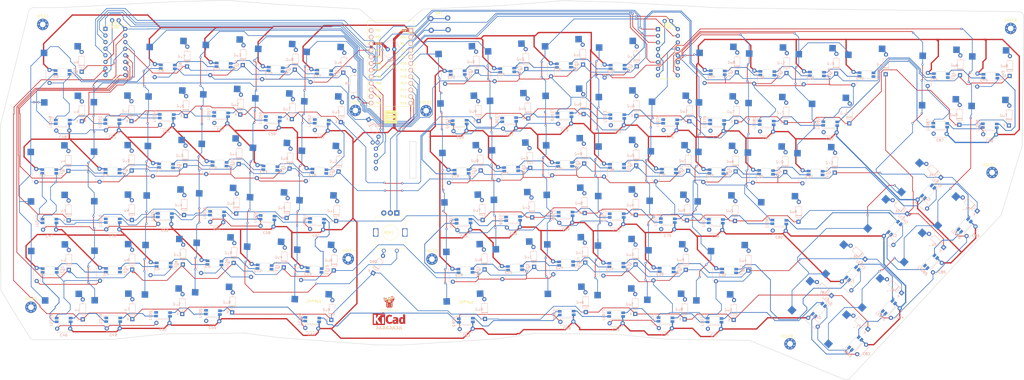
<source format=kicad_pcb>
(kicad_pcb (version 20240108) (generator "pcbnew") (generator_version "8.0")
  (title_block (title "travis_erg2024") (rev "2024.03.17") (company "Travis Hardiman"))
  (layers (0 "F.Cu" signal) (31 "B.Cu" signal) (34 "B.Paste" user) (35 "F.Paste" user) (36 "B.SilkS" user "B.Silkscreen") (37 "F.SilkS" user "F.Silkscreen") (38 "B.Mask" user) (39 "F.Mask" user) (44 "Edge.Cuts" user))
  (net 0 "")
  (net 1 "col0")
  (net 2 "matrixl_outer_mod")
  (net 3 "matrixl_outer_bottom")
  (net 4 "matrixl_outer_home")
  (net 5 "matrixl_outer_top")
  (net 6 "matrixl_outer_num")
  (net 7 "matrixl_outer_func")
  (net 8 "col1")
  (net 9 "matrixl_pinky_mod")
  (net 10 "matrixl_pinky_bottom")
  (net 11 "matrixl_pinky_home")
  (net 12 "matrixl_pinky_top")
  (net 13 "matrixl_pinky_num")
  (net 14 "col2")
  (net 15 "matrixl_ring_mod")
  (net 16 "matrixl_ring_bottom")
  (net 17 "matrixl_ring_home")
  (net 18 "matrixl_ring_top")
  (net 19 "matrixl_ring_num")
  (net 20 "matrixl_ring_func")
  (net 21 "col3")
  (net 22 "matrixl_middle_mod")
  (net 23 "matrixl_middle_bottom")
  (net 24 "matrixl_middle_home")
  (net 25 "matrixl_middle_top")
  (net 26 "matrixl_middle_num")
  (net 27 "matrixl_middle_func")
  (net 28 "col4")
  (net 29 "matrixl_index_bottom")
  (net 30 "matrixl_index_home")
  (net 31 "matrixl_index_top")
  (net 32 "matrixl_index_num")
  (net 33 "matrixl_index_func")
  (net 34 "col5")
  (net 35 "matrixl_inner_mod")
  (net 36 "matrixl_inner_bottom")
  (net 37 "matrixl_inner_home")
  (net 38 "matrixl_inner_top")
  (net 39 "matrixl_inner_num")
  (net 40 "matrixl_inner_func")
  (net 41 "col6")
  (net 42 "matrixr_inner_mod")
  (net 43 "matrixr_inner_bottom")
  (net 44 "matrixr_inner_home")
  (net 45 "matrixr_inner_top")
  (net 46 "matrixr_inner_num")
  (net 47 "matrixr_inner_func")
  (net 48 "col7")
  (net 49 "matrixr_index_bottom")
  (net 50 "matrixr_index_home")
  (net 51 "matrixr_index_top")
  (net 52 "matrixr_index_num")
  (net 53 "matrixr_index_func")
  (net 54 "col8")
  (net 55 "matrixr_middle_mod")
  (net 56 "matrixr_middle_bottom")
  (net 57 "matrixr_middle_home")
  (net 58 "matrixr_middle_top")
  (net 59 "matrixr_middle_num")
  (net 60 "matrixr_middle_func")
  (net 61 "col9")
  (net 62 "matrixr_ring_mod")
  (net 63 "matrixr_ring_bottom")
  (net 64 "matrixr_ring_home")
  (net 65 "matrixr_ring_top")
  (net 66 "matrixr_ring_num")
  (net 67 "matrixr_ring_func")
  (net 68 "col10")
  (net 69 "matrixr_pinky_mod")
  (net 70 "matrixr_pinky_bottom")
  (net 71 "matrixr_pinky_home")
  (net 72 "matrixr_pinky_top")
  (net 73 "matrixr_pinky_num")
  (net 74 "col11")
  (net 75 "matrixr_outer_mod")
  (net 76 "matrixr_outer_bottom")
  (net 77 "matrixr_outer_home")
  (net 78 "matrixr_outer_top")
  (net 79 "matrixr_outer_num")
  (net 80 "matrixr_outer_func")
  (net 81 "col12")
  (net 82 "matrixr_outer2_home")
  (net 83 "matrixr_outer2_top")
  (net 84 "matrixr_outer2_num")
  (net 85 "matrixr_outer2_func")
  (net 86 "col13")
  (net 87 "matrixr_outer3_top")
  (net 88 "matrixr_outer3_num")
  (net 89 "matrixr_outer3_func")
  (net 90 "matrixr_outer4_func")
  (net 91 "col15")
  (net 92 "arrows_left_bottom")
  (net 93 "col14")
  (net 94 "arrows_left_top")
  (net 95 "arrows_right_bottom")
  (net 96 "arrows_right_top")
  (net 97 "pages_left_bottom")
  (net 98 "pages_left_top")
  (net 99 "pages_right_bottom")
  (net 100 "pages_right_top")
  (net 101 "special_left_bottom")
  (net 102 "special_left_top")
  (net 103 "special_right_bottom")
  (net 104 "special_right_top")
  (net 105 "row5")
  (net 106 "row4")
  (net 107 "row3")
  (net 108 "row2")
  (net 109 "row1")
  (net 110 "row0")
  (net 111 "RAW")
  (net 112 "LED_29")
  (net 113 "GND")
  (net 114 "LED_28")
  (net 115 "LED_17")
  (net 116 "LED_16")
  (net 117 "LED_5")
  (net 118 "LED_4")
  (net 119 "LED_27")
  (net 120 "LED_15")
  (net 121 "LED_26")
  (net 122 "LED_14")
  (net 123 "LED_3")
  (net 124 "LED_25")
  (net 125 "LED_13")
  (net 126 "LED_2")
  (net 127 "LED_24")
  (net 128 "LED_12")
  (net 129 "LED_1")
  (net 130 "LED_23")
  (net 131 "LED_11")
  (net 132 "LED_0")
  (net 133 "LED_49")
  (net 134 "LED_48")
  (net 135 "LED_68")
  (net 136 "LED_67")
  (net 137 "LED_87")
  (net 138 "LED_47")
  (net 139 "LED_66")
  (net 140 "LED_86")
  (net 141 "LED_46")
  (net 142 "LED_65")
  (net 143 "LED_85")
  (net 144 "LED_45")
  (net 145 "LED_64")
  (net 146 "LED_84")
  (net 147 "LED_44")
  (net 148 "LED_63")
  (net 149 "LED_43")
  (net 150 "LED_62")
  (net 151 "LED_83")
  (net 152 "LED_61")
  (net 153 "LED_82")
  (net 154 "LED_60")
  (net 155 "LED_81")
  (net 156 "LED_80")
  (net 157 "LED_40")
  (net 158 "LED_39")
  (net 159 "LED_42")
  (net 160 "LED_57")
  (net 161 "LED_56")
  (net 162 "LED_59")
  (net 163 "LED_79")
  (net 164 "LED_78")
  (net 165 "LED_30")
  (net 166 "LED_18")
  (net 167 "LED_6")
  (net 168 "LED_31")
  (net 169 "LED_19")
  (net 170 "LED_7")
  (net 171 "LED_32")
  (net 172 "LED_20")
  (net 173 "LED_8")
  (net 174 "LED_33")
  (net 175 "LED_21")
  (net 176 "LED_9")
  (net 177 "LED_22")
  (net 178 "LED_10")
  (net 179 "LED_34")
  (net 180 "LED_35")
  (net 181 "LED_50")
  (net 182 "LED_69")
  (net 183 "LED_51")
  (net 184 "LED_70")
  (net 185 "LED_36")
  (net 186 "LED_52")
  (net 187 "LED_71")
  (net 188 "LED_37")
  (net 189 "LED_53")
  (net 190 "LED_72")
  (net 191 "LED_38")
  (net 192 "LED_54")
  (net 193 "LED_73")
  (net 194 "LED_55")
  (net 195 "LED_74")
  (net 196 "LED_75")
  (net 197 "LED_76")
  (net 198 "LED_41")
  (net 199 "LED_58")
  (net 200 "LED_77")
  (net 201 "LED")
  (net 202 "RST")
  (net 203 "VCC")
  (net 204 "encA")
  (net 205 "encC")
  (net 206 "P1")
  (net 207 "P0")
  (net 208 "mux0")
  (net 209 "mux1")
  (net 210 "mux2")
  (net 211 "mux3")
  (net 212 "scrA")
  (net 213 "P8")
  (net 214 "scr_to")
  (net 215 "scrC")
  (net 216 "undefined")
  (net 217 "enc_to")
  (footprint "MX" (layer "F.Cu") (at 229.1072 95.9906 1)
    (property "Reference" "S50")
    (property "Value" "" (hide yes))
  )
  (footprint "MX" (layer "F.Cu") (at 373.9084 80.825 -1)
    (property "Reference" "S86")
    (property "Value" "" (hide yes))
  )
  (footprint "rotary_encoder" (layer "F.Cu") (at 162.2694 146.2712 -90)
    (property "Reference" "ROT1")
    (property "Value" "")
  )
  (footprint "MX" (layer "F.Cu") (at 55.8131 174.7581)
    (property "Reference" "S7")
    (property "Value" "" (hide yes))
  )
  (footprint "MX" (layer "F.Cu") (at 292.5553 155.9665 -1)
    (property "Reference" "S64")
    (property "Value" "" (hide yes))
  )
  (footprint "MX" (layer "F.Cu") (at 94.3154 171.9367 -2)
    (property "Reference" "S18")
    (property "Value" "" (hide yes))
  )
  (footprint "MountingHole_2.2mm_M2_Pad_Via" (layer "F.Cu") (at 400.6581 67.649 -1)
    (property "Reference" "HOLE6")
    (property "Value" "")
  )
  (footprint "MountingHole_2.2mm_M2_Pad_Via" (layer "F.Cu") (at 315.8886 188.9838 23)
    (property "Reference" "HOLE8")
    (property "Value" "")
  )
  (footprint "MX" (layer "F.Cu") (at 207.0342 78.7649 2)
    (property "Reference" "S45")
    (property "Value" "" (hide yes))
  )
  (footprint "MountingHole_2.2mm_M2_Pad_Via" (layer "F.Cu") (at 24.2384 174.8959)
    (property "Reference" "HOLE9")
    (property "Value" "")
  )
  (footprint "MX" (layer "F.Cu") (at 331.4001 99.3202 -1)
    (property "Reference" "S74")
    (property "Value" "" (hide yes))
  )
  (footprint "MX" (layer "F.Cu") (at 207.7821 97.8002 2)
    (property "Reference" "S44")
    (property "Value" "" (hide yes))
  )
  (footprint "MX" (layer "F.Cu") (at 188.7566 98.7979 2)
    (property "Reference" "S39")
    (property "Value" "" (hide yes))
  )
  (footprint "MX" (layer "F.Cu") (at 55.6468 136.6585)
    (property "Reference" "S9")
    (property "Value" "" (hide yes))
  )
  (footprint "Stabilizer_MX_3.00u" (layer "F.Cu") (at 132.5416 174.6982 -3)
    (property "Reference" "STAB3u1")
    (property "Value" "Stabilizer_MX_3.00u" (hide yes))
  )
  (footprint "MX" (layer "F.Cu") (at 134.3695 136.6421 -3)
    (property "Reference" "S31")
    (property "Value" "" (hide yes))
  )
  (footprint "MX" (layer "F.Cu") (at 133.4555 155.6702 -3)
    (property "Reference" "S30")
    (property "Value" "" (hide yes))
  )
  (footprint "MX" (layer "F.Cu") (at 268.9942 136.6065 -1)
    (property "Reference" "S60")
    (property "Value" "" (hide yes))
  )
  (footprint "MX" (layer "F.Cu") (at 191.0003 155.9038 2)
    (property "Reference" "S36")
    (property "Value" "" (hide yes))
  )
  (footprint "MountingHole_2.2mm_M2_Pad_Via" (layer "F.Cu") (at 146.1409 156.2795 -3)
    (property "Reference" "HOLE4")
    (property "Value" "")
  )
  (footprint "MX" (layer "F.Cu") (at 249.037 172.7776)
    (property "Reference" "S52")
    (property "Value" "" (hide yes))
  )
  (footprint "MX" (layer "F.Cu") (at 118.4949 78.4134 -3)
    (property "Reference" "S28")
    (property "Value" "" (hide yes))
  )
  (footprint "MX" (layer "F.Cu") (at 249.1539 153.7269)
    (property "Reference" "S53")
    (property "Value" "" (hide yes))
  )
  (footprint "MX" (layer "F.Cu") (at 210.0258 154.9061 2)
    (property "Reference" "S41")
    (property "Value" "" (hide yes))
  )
  (footprint "ProMicro" (layer "F.Cu") (at 162.5481 82.4102 -90)
    (property "Reference" "MCU1")
    (property "Value" "" (hide yes))
  )
  (footprint "MX" (layer "F.Cu") (at 75.3035 153.6293 -1)
    (property "Reference" "S13")
    (property "Value" "" (hide yes))
  )
  (footprint "MX" (layer "F.Cu") (at 117.3812 97.4319 -3)
    (property "Reference" "S27")
    (property "Value" "" (hide yes))
  )
  (footprint "MX" (layer "F.Cu") (at 228.8916 76.9408 1)
    (property "Reference" "S51")
    (property "Value" "" (hide yes))
  )
  (footprint "MX" (layer "F.Cu") (at 288.1907 79.7029 -1)
    (property "Reference" "S68")
    (property "Value" "" (hide yes))
  )
  (footprint "MX" (layer "F.Cu") (at 55.4806 98.5589)
    (property "Reference" "S11")
    (property "Value" "" (hide yes))
  )
  (footprint "MX" (layer "F.Cu") (at 75.0541 172.6776 -1)
    (property "Reference" "S12")
    (property "Value" "" (hide yes))
  )
  (footprint "MX" (layer "F.Cu") (at 135.2835 117.6141 -3)
    (property "Reference" "S32")
    (property "Value" "" (hide yes))
  )
  (footprint "MX" (layer "F.Cu") (at 229.9697 172.19 1)
    (property "Reference" "S46")
    (property "Value" "" (hide yes))
  )
  (footprint "MX" (layer "F.Cu") (at 75.7528 134.5835 -1)
    (property "Reference" "S14")
    (property "Value" "" (hide yes))
  )
  (footprint "MountingHole_2.2mm_M2_Pad_Via" (layer "F.Cu") (at 176.0664 99.2965 2)
    (property "Reference" "HOLE3")
    (property "Value" "")
  )
  (footprint "MX" (layer "F.Cu") (at 55.7299 155.7083)
    (property "Reference" "S8")
    (property "Value" "" (hide yes))
  )
  (footprint "MX" (layer "F.Cu") (at 190.2524 136.8685 2)
    (property "Reference" "S37")
    (property "Value" "" (hide yes))
  )
  (footprint "MX" (layer "F.Cu") (at 268.5449 155.6522 -1)
    (property "Reference" "S59")
    (property "Value" "" (hide yes))
  )
  (footprint "MX" (layer "F.Cu") (at 323.3245 172.5888 47)
    (property "Reference" "S78")
    (property "Value" "" (hide yes))
  )
  (footprint "MX" (layer "F.Cu") (at 114.2397 154.4969 -3)
    (property "Reference" "S24")
    (property "Value" "" (hide yes))
  )
  (footprint "MX" (layer "F.Cu") (at 350.2445 171.5311 47)
    (property "Reference" "S79")
    (property "Value" "" (hide yes))
  )
  (footprint "MX" (layer "F.Cu") (at 96.8603 114.8378 -2)
    (property "Reference" "S21")
    (property "Value" "" (hide yes))
  )
  (footprint "MX" (layer "F.Cu") (at 392.9567 81.0743 -1)
    (property "Reference" "S88")
    (property "Value" "" (hide yes))
  )
  (footprint "Stabilizer_MX_2.00u" (layer "F.Cu") (at 132.5416 174.6982 -3)
    (property "Reference" "STAB2u1")
    (property "Value" "Stabilizer_MX_2.00u" (hide yes))
  )
  (footprint "MX" (layer "F.Cu") (at 286.9439 174.9447 -1)
    (property "Reference" "S63")
    (property "Value" "" (hide yes))
  )
  (footprint "MX" (layer "F.Cu") (at 94.8972 152.8956 -2)
    (property "Reference" "S19")
    (property "Value" "" (hide yes))
  )
  (footprint "MX" (layer "F.Cu") (at 98.4237 76.7678 -2)
    (property "Reference" "S23")
    (property "Value" "" (hide yes))
  )
  (footprint "MX" (layer "F.Cu") (at 269.8929 98.515 -1)
    (property "Reference" "S62")
    (property "Value" "" (hide yes))
  )
  (footprint "MX" (layer "F.Cu") (at 36.3476 79.5922)
    (property "Reference" "S6")
    (property "Value" "" (hide yes))
  )
  (footprint "MX" (layer "F.Cu") (at 209.2779 135.8708 2)
    (property "Reference" "S42")
    (property "Value" "" (hide yes))
  )
  (footprint "MX" (layer "F.Cu") (at 306.7404 118.049 -1)
    (property "Reference" "S70")
    (property "Value" "" (hide yes))
  )
  (footprint "MX" (layer "F.Cu") (at 31.2514 117.7148)
    (property "Reference" "S4")
    (property "Value" "" (hide yes))
  )
  (footprint "MX" (layer "F.Cu") (at 249.6214 77.5242)
    (property "Reference" "S57")
    (property "Value" "" (hide yes))
  )
  (footprint "MX" (layer "F.Cu") (at 268.0955 174.698 -1)
    (property "Reference" "S58")
    (property "Value" "" (hide yes))
  )
  (footprint "MX" (layer "F.Cu") (at 97.4421 95.7967 -2)
    (property "Reference" "S22")
    (property "Value" "" (hide yes))
  )
  (footprint "MX" (layer "F.Cu") (at 287.9414 98.7512 -1)
    (property "Reference" "S67")
    (property "Value" "" (hide yes))
  )
  (footprint "MX" (layer "F.Cu") (at 311.8531 137.1675 -1)
    (property "Reference" "S69")
    (property "Value" "" (hide yes))
  )
  (footprint "travis" (layer "F.Cu") (at 161.832011 177.830449 -0.25)
    (property "Reference" "LOGO2" (hide yes))
    (property "Value" "")
  )
  (footprint "MX" (layer "F.Cu") (at 132.5416 174.6982 -3)
    (property "Reference" "S29")
    (property "Value" "" (hide yes))
  )
  (footprint "C_Disc_D3.8mm_W2.6mm_P2.50mm" (layer "F.Cu") (at 270.2157 64.7755 180)
    (property "Reference" "C91")
    (property "Value" "C_Disc_D3.8mm_W2.6mm_P2.50mm" (hide yes))
  )
  (footprint "MX" (layer "F.Cu") (at 366.4084 154.045 47)
    (property "Reference" "S81")
    (property "Value" "" (hide yes))
  )
  (footprint "MX" (layer "F.Cu") (at 306.9897 99.0006 -1)
    (property "Reference" "S71")
    (property "Value" "" (hide yes))
  )
  (footprint "MX" (layer "F.Cu") (at 36.7632 174.8413)
    (property "Reference" "S1")
    (property "Value" "" (hide yes))
  )
  (footprint "MX" (layer "F.Cu") (at 76.2022 115.5378 -1)
    (property "Reference" "S15")
    (property "Value" "" (hide yes))
  )
  (footprint "KiCad-Logo_5mm_Copper" (layer "F.Cu") (at 161.823285 179.83043 -0.25)
    (property "Reference" "SYM1" (hide yes))
    (property "Value" "KiCad-Logo_5mm_Copper" (hide yes))
  )
  (footprint "MX" (layer "F.Cu") (at 76.4515 96.4894 -1)
    (property "Reference" "S16")
    (property "Value" "" (hide yes))
  )
  (footprint "MX" (layer "F.Cu") (at 137.1115 79.5579 -3)
    (property "Reference" "S34")
    (property "Value" "" (hide yes))
  )
  (footprint "MX" (layer "F.Cu") (at 336.2556 158.5999 47)
    (property "Reference" "S80")
    (property "Value" "" (hide yes))
  )
  (footprint "Stabilizer_MX_3.00u" (layer "F.Cu") (at 191.1486 174.9627 2)
    (property "Reference" "STAB3u2")
    (property "Value" "Stabilizer_MX_3.00u" (hide yes))
  )
  (footprint "MX" (layer "F.Cu") (at 76.9009 77.4437 -1)
    (property "Reference" "S17")
    (property "Value" "" (hide yes))
  )
  (footprint "MX" (layer "F.Cu") (at 287.4426 136.848 -1)
    (property "Reference" "S65")
    (property "Value" "" (hide yes))
  )
  (footprint "MX" (layer "F.Cu") (at 287.692 117.7996 -1)
    (property "Reference" "S66")
    (property "Value" "" (hide yes))
  )
  (footprint "MX" (layer "F.Cu") (at 249.5045 96.5749)
    (property "Reference" "S56")
    (property "Value" "" (hide yes))
  )
  (footprint "MX" (layer "F.Cu") (at 229.7541 153.1401 1)
    (property "Reference" "S47")
    (property "Value" "" (hide yes))
  )
  (footprint "DIP-16_W7.62mm_Socket" (layer "F.Cu") (at 265.1426 67.927)
    (property "Reference" "DIP2")
    (property "Value" "DIP-16_W7.62mm_Socket" (hide yes))
  )
  (footprint "MX" (layer "F.Cu") (at 31.3345 136.7646)
    (property "Reference" "S3")
    (property "Value" "" (hide yes))
  )
  (footprint "MX" (layer "F.Cu") (at 365.3507 127.1251 47)
    (property "Reference" "S84")
    (property "Value" "" (hide yes))
  )
  (footprint "MX" (layer "F.Cu") (at 229.3228 115.0405 1)
    (property "Reference" "S49")
    (property "Value" "" (hide yes))
  )
  (footprint "Stabilizer_MX_2.00u" (layer "F.Cu") (at 191.1486 174.9627 2)
    (property "Reference" "STAB2u2")
    (property "Value" "Stabilizer_MX_2.00u" (hide yes))
  )
  (footprint "MX" (layer "F.Cu") (at 55.5637 117.6087)
    (property "Reference" "S10")
    (property "Value" "" (hide yes))
  )
  (footprint "MX" (layer "F.Cu") (at 189.5045 117.8332 2)
    (property "Reference" "S38")
    (property "Value" "" (hide yes))
  )
  (footprint "SW_PUSH_6mm_H4.3mm" (layer "F.Cu") (at 177.8516 63.8616 2)
    (property "Reference" "SW1")
    (property "Value" "SW_PUSH_6mm_H4.3mm" (hide yes))
  )
  (footprint "ergogen" (layer "F.Cu") (at 162.463948 101.691921 -0.25)
    (property "Reference" "LOGO1" (hide yes))
    (property "Value" "")
  )
  (footprint "MX" (layer "F.Cu") (at 326.2874 80.2016 -1)
    (property "Reference" "S75")
    (property "Value" "" (hide yes))
  )
  (footprint "MX" (layer "F.Cu") (at 249.3876 115.6256)
    (property "Reference" "S55")
    (property "Value" "" (hide yes))
  )
  (footprint "MX" (layer "F.Cu") (at 116.4672 116.46 -3)
    (property "Reference" "S26")
    (property "Value" "" (hide yes))
  )
  (footprint "MX" (layer "F.Cu") (at 325.7887 118.2983 -1)
    (property "Reference" "S73")
    (property "Value" "" (hide yes))
  )
  (footprint "MountingHole_2.2mm_M2_Pad_Via" (layer "F.Cu") (at 148.8829 99.1953 -3)
    (property "Reference" "HOLE2")
    (property "Value" "")
  )
  (footprint "MX" (layer "F.Cu") (at 36.4308 98.642)
    (property "Reference" "S5")
    (property "Value" "" (hide yes))
  )
  (footprint "MX" (layer "F.Cu") (at 191.1486 174.9627 2)
    (property "Reference" "S35")
    (property "Value" "" (hide yes))
  )
  (footprint "MX" (layer "F.Cu") (at 188.0087 79.7626 2)
    (property "Reference" "S40")
    (property "Value" "" (hide yes))
  )
  (footprint "MX" (layer "F.Cu") (at 392.7074 100.1227 -1)
    (property "Reference" "S87")
    (property "Value" "" (hide yes))
  )
  (footprint "MountingHole_2.2mm_M2_Pad_Via" (layer "F.Cu") (at 393.5303 123.0844 23)
    (property "Reference" "HOLE7")
    (property "Value" "")
  )
  (footprint "C_Disc_D3.8mm_W2.6mm_P2.50mm" (layer "F.Cu") (at 57.9339 64.5215 180)
    (property "Reference" "C90")
    (property "Value" "C_Disc_D3.8mm_W2.6mm_P2.50mm" (hide yes))
  )
  (footprint "MX" (layer "F.Cu") (at 136.1975 98.586 -3)
    (property "Reference" "S33")
    (property "Value" "" (hide yes))
  )
  (footprint "MX" (layer "F.Cu") (at 307.2391 79.9522 -1)
    (property "Reference" "S72")
    (property "Value" "" (hide yes))
  )
  (footprint "MX" (layer "F.Cu") (at 31.4177 155.8144)
    (property "Reference" "S2")
    (property "Value" "" (hide yes))
  )
  (footprint "MX" (layer "F.Cu") (at 337.3133 185.5199 47)
    (property "Reference" "S77")
    (property "Value" "" (hide yes))
  )
  (footprint "DIP-16_W7.62mm_Socket" (layer "F.Cu") (at 52.8608 67.8314)
    (property "Reference" "DIP1")
    (property "Value" "DIP-16_W7.62mm_Socket" (hide yes))
  )
  (footprint "MX" (layer "F.Cu") (at 229.5384 134.0903 1)
    (property "Reference" "S48")
    (property "Value" "" (hide yes))
  )
  (footprint "MX" (layer "F.Cu") (at 95.8787 133.8667 -2)
    (property "Reference" "S20")
    (property "Value" "" (hide yes))
  )
  (footprint "RollerEncoder_Panasonic_EVQWGD001" (layer "F.Cu") (at 162.394 117.7236)
    (property "Reference" "REF**")
    (property "Value" "RollerEncoder_Panasonic_EVQWGD001")
    (fp_line (start 7.4 -6.3) (end 7.4 7.3) (stroke (width 0.15)) (layer "Edge.Cuts"))
    (fp_line (start 7.7 7.6) (end 9.5 7.6) (stroke (width 0.15)) (layer "Edge.Cuts"))
    (fp_line (start 9.5 -6.6) (end 7.7 -6.6) (stroke (width 0.15)) (layer "Edge.Cuts"))
    (fp_line (start 9.8 7.3) (end 9.8 -6.3) (stroke (width 0.15)) (layer "Edge.Cuts"))
    (fp_arc (start 7.4 -6.3) (mid 7.487868 -6.512132) (end 7.7 -6.6) (stroke (width 0.15)) (layer "Edge.Cuts"))
    (fp_arc (start 7.7 7.6) (mid 7.487868 7.512132) (end 7.4 7.3) (stroke (width 0.15)) (layer "Edge.Cuts"))
    (fp_arc (start 9.5 -6.6) (mid 9.712132 -6.512132) (end 9.8 -6.3) (stroke (width 0.15)) (layer "Edge.Cuts"))
    (fp_arc (start 9.8 7.3) (mid 9.712132 7.512132) (end 9.5 7.6) (stroke (width 0.15)) (layer "Edge.Cuts"))
  )
  (footprint "MX" (layer "F.Cu") (at 269.4436 117.5607 -1)
    (property "Reference" "S61")
    (property "Value" "" (hide yes))
  )
  (footprint "MX" (layer "F.Cu") (at 208.53 116.8355 2)
    (property "Reference" "S43")
    (property "Value" "" (hide yes))
  )
  (footprint "MX" (layer "F.Cu") (at 373.659 99.8734 -1)
    (property "Reference" "S85")
    (property "Value" "" (hide yes))
  )
  (footprint "MX" (layer "F.Cu") (at 345.3358 80.4509 -1)
    (property "Reference" "S76")
    (property "Value" "" (hide yes))
  )
  (footprint "MountingHole_2.2mm_M2_Pad_Via" (layer "F.Cu") (at 28.7637 66.1001)
    (property "Reference" "HOLE1")
    (property "Value" "")
  )
  (footprint "MX" (layer "F.Cu") (at 115.3535 135.4784 -3)
    (property "Reference" "S25")
    (property "Value" "" (hide yes))
  )
  (footprint "MX" (layer "F.Cu") (at 249.2708 134.6762)
    (property "Reference" "S54")
    (property "Value" "" (hide yes))
  )
  (footprint "MountingHole_2.2mm_M2_Pad_Via" (layer "F.Cu") (at 178.3101 156.4024 2)
    (property "Reference" "HOLE5")
    (property "Value" "")
  )
  (footprint "MX" (layer "F.Cu") (at 352.4196 141.1139 47)
    (property "Reference" "S82")
    (property "Value" "" (hide yes))
  )
  (footprint "MX" (layer "F.Cu") (at 379.3396 140.0562 47)
    (property "Reference" "S83")
    (property "Value" "" (hide yes))
  )
  (footprint "C_Disc_D4.7mm_W2.5mm_P5.00mm" (layer "B.Cu") (at 333.7913 107.6522 179)
    (property "Reference" "C82")
    (property "Value" "C_Disc_D4.7mm_W2.5mm_P5.00mm" (hide yes))
  )
  (footprint "C_Disc_D4.7mm_W2.5mm_P5.00mm" (layer "B.Cu") (at 98.1241 142.2391 178)
    (property "Reference" "C56")
    (property "Value" "C_Disc_D4.7mm_W2.5mm_P5.00mm" (hide yes))
  )
  (footprint "Diode_DO-35" (layer "B.Cu") (at 374.8856 151.8721 137)
    (property "Reference" "D81")
    (property "Value" "1N4148")
  )
  (footprint "Diode_DO-35" (layer "B.Cu") (at 276.2814 141.4523 89)
    (property "Reference" "D60")
    (property "Value" "1N4148")
  )
  (footprint "ceoloide:led_SK6812mini-e (per-keysingle-side)" (layer "B.Cu") (at 55.8347 179.7181)
    (property "Reference" "LED49")
    (property "Value" "")
    (fp_line (start -1.8 -1.55) (end -1.8 1.55) (stroke (width 0.12)) (layer "Edge.Cuts"))
    (fp_line (start -1.8 1.55) (end 1.8 1.55) (stroke (width 0.12)) (layer "Edge.Cuts"))
    (fp_line (start 1.8 -1.55) (end -1.8 -1.55) (stroke (width 0.12)) (layer "Edge.Cuts"))
    (fp_line (start 1.8 1.55) (end 1.8 -1.55) (stroke (width 0.12)) (layer "Edge.Cuts"))
  )
  (footprint "ceoloide:led_SK6812mini-e (per-keysingle-side)" (layer "B.Cu") (at 268.48 160.6118 179)
    (property "Reference" "LED30")
    (property "Value" "")
    (fp_line (start 1.8 -1.55) (end -1.8 -1.55) (stroke (width 0.12)) (layer "Edge.Cuts"))
    (fp_line (start 1.8 1.55) (end 1.8 -1.55) (stroke (width 0.12)) (layer "Edge.Cuts"))
    (fp_line (start -1.8 -1.55) (end -1.8 1.55) (stroke (width 0.12)) (layer "Edge.Cuts"))
    (fp_line (start -1.8 1.55) (end 1.8 1.55) (stroke (width 0.12)) (layer "Edge.Cuts"))
  )
  (footprint "ceoloide:led_SK6812mini-e (per-keysingle-side)" (layer "B.Cu") (at 229.2154 100.9495 1)
    (property "Reference" "LED70")
    (property "Value" "")
    (fp_line (start -1.8 -1.549999) (end -1.8 1.55) (stroke (width 0.12)) (layer "Edge.Cuts"))
    (fp_line (start -1.8 1.55) (end 1.8 1.549999) (stroke (width 0.12)) (layer "Edge.Cuts"))
    (fp_line (start 1.8 -1.55) (end -1.8 -1.549999) (stroke (width 0.12)) (layer "Edge.Cuts"))
    (fp_line (start 1.8 1.549999) (end 1.8 -1.55) (stroke (width 0.12)) (layer "Edge.Cuts"))
  )
  (footprint "Diode_DO-35" (layer "B.Cu") (at 400.2439 85.9201 89)
    (property "Reference" "D88")
    (property "Value" "1N4148")
  )
  (footprint "ceoloide:led_SK6812mini-e (per-keysingle-side)" (layer "B.Cu") (at 191.195 160.86 -178)
    (property "Reference" "LED18")
    (property "Value" "")
    (fp_line (start 1.8 1.549999) (end 1.800001 -1.55) (stroke (width 0.12)) (layer "Edge.Cuts"))
    (fp_line (start 1.800001 -1.55) (end -1.8 -1.549999) (stroke (width 0.12)) (layer "Edge.Cuts"))
    (fp_line (start -1.800001 1.55) (end 1.8 1.549999) (stroke (width 0.12)) (layer "Edge.Cuts"))
    (fp_line (start -1.8 -1.549999) (end -1.800001 1.55) (stroke (width 0.12)) (layer "Edge.Cuts"))
  )
  (footprint "ceoloide:led_SK6812mini-e (per-keysingle-side)" (layer "B.Cu") (at 249.5262 101.5348)
    (property "Reference" "LED73")
    (property "Value" "")
    (fp_line (start -1.8 -1.55) (end -1.8 1.55) (stroke (width 0.12)) (layer "Edge.Cuts"))
    (fp_line (start -1.8 1.55) (end 1.8 1.55) (stroke (width 0.12)) (layer "Edge.Cuts"))
    (fp_line (start 1.8 -1.55) (end -1.8 -1.55) (stroke (width 0.12)) (layer "Edge.Cuts"))
    (fp_line (start 1.8 1.55) (end 1.8 -1.55) (stroke (width 0.12)) (layer "Edge.Cuts"))
  )
  (footprint "Diode_DO-35" (layer "B.Cu") (at 216.8087 140.3286 92)
    (property "Reference" "D42")
    (property "Value" "1N4148")
  )
  (footprint "Diode_DO-35" (layer "B.Cu") (at 294.2311 179.7905 89)
    (property "Reference" "D63")
    (property "Value" "1N4148")
  )
  (footprint "C_Disc_D4.7mm_W2.5mm_P5.00mm" (layer "B.Cu") (at 26.2689 121.7365 -90)
    (property "Reference" "C2")
    (property "Value" "C_Disc_D4.7mm_W2.5mm_P5.00mm" (hide yes))
  )
  (footprint "C_Disc_D4.7mm_W2.5mm_P5.00mm" (layer "B.Cu") (at 340.2839 84.3852 -91)
    (property "Reference" "C39")
    (property "Value" "C_Disc_D4.7mm_W2.5mm_P5.00mm" (hide yes))
  )
  (footprint "ceoloide:led_SK6812mini-e (per-keysingle-side)" (layer "B.Cu") (at 117.1432 102.3862 -3)
    (property "Reference" "LED59")
    (property "Value" "")
    (fp_line (start -1.8 1.55) (end 1.8 1.550001) (stroke (width 0.12)) (layer "Edge.Cuts"))
    (fp_line (start -1.8 -1.550001) (end -1.8 1.55) (stroke (width 0.12)) (layer "Edge.Cuts"))
    (fp_line (start 1.8 1.550001) (end 1.8 -1.55) (stroke (width 0.12)) (layer "Edge.Cuts"))
    (fp_line (start 1.8 -1.55) (end -1.8 -1.550001) (stroke (width 0.12)) (layer "Edge.Cuts"))
  )
  (footprint "ceoloide:led_SK6812mini-e (per-keysingle-side)" (layer "B.Cu") (at 373.8434 85.7846 179)
    (property "Reference" "LED44")
    (property "Value" "")
    (fp_line (start 1.8 -1.55) (end -1.8 -1.55) (stroke (width 0.12)) (layer "Edge.Cuts"))
    (fp_line (start 1.8 1.55) (end 1.8 -1.55) (stroke (width 0.12)) (layer "Edge.Cuts"))
    (fp_line (start -1.8 -1.55) (end -1.8 1.55) (stroke (width 0.12)) (layer "Edge.Cuts"))
    (fp_line (start -1.8 1.55) (end 1.8 1.55) (stroke (width 0.12)) (layer "Edge.Cuts"))
  )
  (footprint "C_Disc_D4.7mm_W2.5mm_P5.00mm" (layer "B.Cu") (at 203.6909 121.0287 -88)
    (property "Reference" "C22")
    (property "Value" "C_Disc_D4.7mm_W2.5mm_P5.00mm" (hide yes))
  )
  (footprint "ceoloide:led_SK6812mini-e (per-keysingle-side)" (layer "B.Cu") (at 55.5853 122.5686 180)
    (property "Reference" "LED5")
    (property "Value" "")
    (fp_line (start 1.8 1.55) (end 1.8 -1.55) (stroke (width 0.12)) (layer "Edge.Cuts"))
    (fp_line (start 1.8 -1.55) (end -1.8 -1.55) (stroke (width 0.12)) (layer "Edge.Cuts"))
    (fp_line (start -1.8 1.55) (end 1.8 1.55) (stroke (width 0.12)) (layer "Edge.Cuts"))
    (fp_line (start -1.8 -1.55) (end -1.8 1.55) (stroke (width 0.12)) (layer "Edge.Cuts"))
  )
  (footprint "C_Disc_D4.7mm_W2.5mm_P5.00mm" (layer "B.Cu") (at 109.0535 158.2524 -93)
    (property "Reference" "C12")
    (property "Value" "C_Disc_D4.7mm_W2.5mm_P5.00mm" (hide yes))
  )
  (footprint "Diode_DO-35" (layer "B.Cu") (at 104.6436 100.7689 88)
    (property "Reference" "D22")
    (property "Value" "1N4148")
  )
  (footprint "Diode_DO-35" (layer "B.Cu") (at 380.9462 104.7192 89)
    (property "Reference" "D85")
    (property "Value" "1N4148")
  )
  (footprint "Diode_DO-35" (layer "B.Cu") (at 141.4832 141.7393 87)
    (property "Reference" "D31")
    (property "Value" "1N4148")
  )
  (footprint "Diode_DO-35" (layer "B.Cu") (at 140.5692 160.7674 87)
    (property "Reference" "D30")
    (property "Value" "1N4148")
  )
  (footprint "ceoloide:led_SK6812mini-e (per-keysingle-side)" (layer "B.Cu") (at 209.4726 140.827 2)
    (property "Reference" "LED66")
    (property "Value" "")
    (fp_line (start -1.8 -1.549999) (end -1.800001 1.55) (stroke (width 0.12)) (layer "Edge.Cuts"))
    (fp_line (start -1.800001 1.55) (end 1.8 1.549999) (stroke (width 0.12)) (layer "Edge.Cuts"))
    (fp_line (start 1.800001 -1.55) (end -1.8 -1.549999) (stroke (width 0.12)) (layer "Edge.Cuts"))
    (fp_line (start 1.8 1.549999) (end 1.800001 -1.55) (stroke (width 0.12)) (layer "Edge.Cuts"))
  )
  (footprint "ceoloide:led_SK6812mini-e (per-keysingle-side)" (layer "B.Cu") (at 190.4471 141.8247 2)
    (property "Reference" "LED64")
    (property "Value" "")
    (fp_line (start -1.8 -1.549999) (end -1.800001 1.55) (stroke (width 0.12)) (layer "Edge.Cuts"))
    (fp_line (start -1.800001 1.55) (end 1.8 1.549999) (stroke (width 0.12)) (layer "Edge.Cuts"))
    (fp_line (start 1.800001 -1.55) (end -1.8 -1.549999) (stroke (width 0.12)) (layer "Edge.Cuts"))
    (fp_line (start 1.8 1.549999) (end 1.800001 -1.55) (stroke (width 0.12)) (layer "Edge.Cuts"))
  )
  (footprint "C_Disc_D4.7mm_W2.5mm_P5.00mm" (layer "B.Cu") (at 387.9048 85.0086 -91)
    (property "Reference" "C45")
    (property "Value" "C_Disc_D4.7mm_W2.5mm_P5.00mm" (hide yes))
  )
  (footprint "ceoloide:led_SK6812mini-e (per-keysingle-side)" (layer "B.Cu") (at 188.2034 84.7188 -178)
    (property "Reference" "LED20")
    (property "Value" "")
    (fp_line (start 1.8 1.549999) (end 1.800001 -1.55) (stroke (width 0.12)) (layer "Edge.Cuts"))
    (fp_line (start 1.800001 -1.55) (end -1.8 -1.549999) (stroke (width 0.12)) (layer "Edge.Cuts"))
    (fp_line (start -1.800001 1.55) (end 1.8 1.549999) (stroke (width 0.12)) (layer "Edge.Cuts"))
    (fp_line (start -1.8 -1.549999) (end -1.800001 1.55) (stroke (width 0.12)) (layer "Edge.Cuts"))
  )
  (footprint "Diode_DO-35" (layer "B.Cu") (at 314.5263 84.798 89)
    (property "Reference" "D72")
    (property "Value" "1N4148")
  )
  (footprint "Diode_DO-35" (layer "B.Cu") (at 276.7308 122.4065 89)
    (property "Reference" "D61")
    (property "Value" "1N4148")
  )
  (footprint "ceoloide:led_SK6812mini-e (per-keysingle-side)" (layer "B.Cu") (at 116.2292 121.4143 177)
    (property "Reference" "LED13")
    (property "Value" "")
    (fp_line (start 1.8 -1.55) (end -1.8 -1.550001) (stroke (width 0.12)) (layer "Edge.Cuts"))
    (fp_line (start 1.8 1.550001) (end 1.8 -1.55) (stroke (width 0.12)) (layer "Edge.Cuts"))
    (fp_line (start -1.8 -1.550001) (end -1.8 1.55) (stroke (width 0.12)) (layer "Edge.Cuts"))
    (fp_line (start -1.8 1.55) (end 1.8 1.550001) (stroke (width 0.12)) (layer "Edge.Cuts"))
  )
  (footprint "ceoloide:led_SK6812mini-e (per-keysingle-side)" (layer "B.Cu") (at 306.9248 103.9602 -1)
    (property "Reference" "LED81")
    (property "Value" "")
    (fp_line (start -1.8 1.55) (end 1.8 1.55) (stroke (width 0.12)) (layer "Edge.Cuts"))
    (fp_line (start -1.8 -1.55) (end -1.8 1.55) (stroke (width 0.12)) (layer "Edge.Cuts"))
    (fp_line (start 1.8 1.55) (end 1.8 -1.55) (stroke (width 0.12)) (layer "Edge.Cuts"))
    (fp_line (start 1.8 -1.55) (end -1.8 -1.55) (stroke (width 0.12)) (layer "Edge.Cuts"))
  )
  (footprint "Diode_DO-35" (layer "B.Cu") (at 196.2874 103.2557 92)
    (property "Reference" "D39")
    (property "Value" "1N4148")
  )
  (footprint "Diode_DO-35" (layer "B.Cu") (at 277.1801 103.3608 89)
    (property "Reference" "D62")
    (property "Value" "1N4148")
  )
  (footprint "ceoloide:led_SK6812mini-e (per-keysingle-side)" (layer "B.Cu") (at 75.2386 158.5889 179)
    (property "Reference" "LED6")
    (property "Value" "")
    (fp_line (start 1.8 -1.55) (end -1.8 -1.55) (stroke (width 0.12)) (layer "Edge.Cuts"))
    (fp_line (start 1.8 1.55) (end 1.8 -1.55) (stroke (width 0.12)) (layer "Edge.Cuts"))
    (fp_line (start -1.8 -1.55) (end -1.8 1.55) (stroke (width 0.12)) (layer "Edge.Cuts"))
    (fp_line (start -1.8 1.55) (end 1.8 1.55) (stroke (width 0.12)) (layer "Edge.Cuts"))
  )
  (footprint "ceoloide:led_SK6812mini-e (per-keysingle-side)" (layer "B.Cu") (at 94.7457 157.8533 178)
    (property "Reference" "LED9")
    (property "Value" "")
    (fp_line (start 1.8 -1.55) (end -1.800001 -1.549999) (stroke (width 0.12)) (layer "Edge.Cuts"))
    (fp_line (start 1.800001 1.549999) (end 1.8 -1.55) (stroke (width 0.12)) (layer "Edge.Cuts"))
    (fp_line (start -1.800001 -1.549999) (end -1.8 1.55) (stroke (width 0.12)) (layer "Edge.Cuts"))
    (fp_line (start -1.8 1.55) (end 1.800001 1.549999) (stroke (width 0.12)) (layer "Edge.Cuts"))
  )
  (footprint "ceoloide:led_SK6812mini-e (per-keysingle-side)" (layer "B.Cu") (at 326.2225 85.1612 179)
    (property "Reference" "LED38")
    (property "Value" "")
    (fp_line (start 1.8 -1.55) (end -1.8 -1.55) (stroke (width 0.12)) (layer "Edge.Cuts"))
    (fp_line (start 1.8 1.55) (end 1.8 -1.55) (stroke (width 0.12)) (layer "Edge.Cuts"))
    (fp_line (start -1.8 -1.55) (end -1.8 1.55) (stroke (width 0.12)) (layer "Edge.Cuts"))
    (fp_line (start -1.8 1.55) (end 1.8 1.55) (stroke (width 0.12)) (layer "Edge.Cuts"))
  )
  (footprint "ceoloide:led_SK6812mini-e (per-keysingle-side)" (layer "B.Cu") (at 229.6466 139.0491 1)
    (property "Reference" "LED69")
    (property "Value" "")
    (fp_line (start -1.8 -1.549999) (end -1.8 1.55) (stroke (width 0.12)) (layer "Edge.Cuts"))
    (fp_line (start -1.8 1.55) (end 1.8 1.549999) (stroke (width 0.12)) (layer "Edge.Cuts"))
    (fp_line (start 1.8 -1.55) (end -1.8 -1.549999) (stroke (width 0.12)) (layer "Edge.Cuts"))
    (fp_line (start 1.8 1.549999) (end 1.8 -1.55) (stroke (width 0.12)) (layer "Edge.Cuts"))
  )
  (footprint "Diode_DO-35" (layer "B.Cu") (at 331.8017 170.4158 137)
    (property "Reference" "D78")
    (property "Value" "1N4148")
  )
  (footprint "C_Disc_D4.7mm_W2.5mm_P5.00mm" (layer "B.Cu") (at 131.9253 83.3134 -93)
    (property "Reference" "C17")
    (property "Value" "C_Disc_D4.7mm_W2.5mm_P5.00mm" (hide yes))
  )
  (footprint "Diode_DO-35" (layer "B.Cu") (at 256.9921 82.2421 90)
    (property "Reference" "D57")
    (property "Value" "1N4148")
  )
  (footprint "C_Disc_D4.7mm_W2.5mm_P5.00mm" (layer "B.Cu") (at 89.7774 156.741 -92)
    (property "Reference" "C9")
    (property "Value" "C_Disc_D4.7mm_W2.5mm_P5.00mm" (hide yes))
  )
  (footprint "ceoloide:led_SK6812mini-e (per-keysingle-side)" (layer "B.Cu") (at 96.7089 119.7955 178)
    (property "Reference" "LED10")
    (property "Value" "")
    (fp_line (start 1.8 -1.55) (end -1.800001 -1.549999) (stroke (width 0.12)) (layer "Edge.Cuts"))
    (fp_line (start 1.800001 1.549999) (end 1.8 -1.55) (stroke (width 0.12)) (layer "Edge.Cuts"))
    (fp_line (start -1.800001 -1.549999) (end -1.8 1.55) (stroke (width 0.12)) (layer "Edge.Cuts"))
    (fp_line (start -1.8 1.55) (end 1.800001 1.549999) (stroke (width 0.12)) (layer "Edge.Cuts"))
  )
  (footprint "ceoloide:led_SK6812mini-e (per-keysingle-side)" (layer "B.Cu") (at 331.3352 104.2797 -1)
    (property "Reference" "LED82")
    (property "Value" "")
    (fp_line (start -1.8 1.55) (end 1.8 1.55) (stroke (width 0.12)) (layer "Edge.Cuts"))
    (fp_line (start -1.8 -1.55) (end -1.8 1.55) (stroke (width 0.12)) (layer "Edge.Cuts"))
    (fp_line (start 1.8 1.55) (end 1.8 -1.55) (stroke (width 0.12)) (layer "Edge.Cuts"))
    (fp_line (start 1.8 -1.55) (end -1.8 -1.55) (stroke (width 0.12)) (layer "Edge.Cuts"))
  )
  (footprint "Diode_DO-35" (layer "B.Cu") (at 237.2059 157.7287 91)
    (property "Reference" "D47")
    (property "Value" "1N4148")
  )
  (footprint "Diode_DO-35" (layer "B.Cu") (at 299.8425 160.8123 89)
    (property "Reference" "D64")
    (property "Value" "1N4148")
  )
  (footprint "C_Disc_D4.7mm_W2.5mm_P5.00mm" (layer "B.Cu") (at 50.7474 159.7301 -90)
    (property "Reference" "C4")
    (property "Value" "C_Disc_D4.7mm_W2.5mm_P5.00mm" (hide yes))
  )
  (footprint "ceoloide:led_SK6812mini-e (per-keysingle-side)" (layer "B.Cu") (at 36.3693 84.5521 180)
    (property "Reference" "LED3")
    (property "Value" "")
    (fp_line (start 1.8 1.55) (end 1.8 -1.55) (stroke (width 0.12)) (layer "Edge.Cuts"))
    (fp_line (start 1.8 -1.55) (end -1.8 -1.55) (stroke (width 0.12)) (layer "Edge.Cuts"))
    (fp_line (start -1.8 1.55) (end 1.8 1.55) (stroke (width 0.12)) (layer "Edge.Cuts"))
    (fp_line (start -1.8 -1.55) (end -1.8 1.55) (stroke (width 0.12)) (layer "Edge.Cuts"))
  )
  (footprint "C_Disc_D4.7mm_W2.5mm_P5.00mm" (layer "B.Cu") (at 244.6389 81.546 -90)
    (property "Reference" "C29")
    (property "Value" "C_Disc_D4.7mm_W2.5mm_P5.00mm" (hide yes))
  )
  (footprint "Diode_DO-35" (layer "B.Cu") (at 217.5566 159.3639 92)
    (property "Reference" "D41")
    (property "Value" "1N4148")
  )
  (footprint "Diode_DO-35" (layer "B.Cu") (at 294.7298 141.6938 89)
    (property "Reference" "D65")
    (property "Value" "1N4148")
  )
  (footprint "ceoloide:led_SK6812mini-e (per-keysingle-side)" (layer "B.Cu") (at 55.7516 160.6683 180)
    (property "Reference" "LED4")
    (property "Value" "")
    (fp_line (start 1.8 1.55) (end 1.8 -1.55) (stroke (width 0.12)) (layer "Edge.Cuts"))
    (fp_line (start 1.8 -1.55) (end -1.8 -1.55) (stroke (width 0.12)) (layer "Edge.Cuts"))
    (fp_line (start -1.8 1.55) (end 1.8 1.55) (stroke (width 0.12)) (layer "Edge.Cuts"))
    (fp_line (start -1.8 -1.55) (end -1.8 1.55) (stroke (width 0.12)) (layer "Edge.Cuts"))
  )
  (footprint "C_Disc_D4.7mm_W2.5mm_P5.00mm" (layer "B.Cu") (at 38.9669 106.931 180)
    (property "Reference" "C48")
    (property "Value" "C_Disc_D4.7mm_W2.5mm_P5.00mm" (hide yes))
  )
  (footprint "Diode_DO-35" (layer "B.Cu") (at 43.8014 103.3599 90)
    (property "Reference" "D5")
    (property "Value" "1N4148")
  )
  (footprint "ceoloide:led_SK6812mini-e (per-keysingle-side)" (layer "B.Cu") (at 210.2205 159.8623 -178)
    (property "Reference" "LED21")
    (property "Value" "")
    (fp_line (start 1.8 1.549999) (end 1.800001 -1.55) (stroke (width 0.12)) (layer "Edge.Cuts"))
    (fp_line (start 1.800001 -1.55) (end -1.8 -1.549999) (stroke (width 0.12)) (layer "Edge.Cuts"))
    (fp_line (start -1.800001 1.55) (end 1.8 1.549999) (stroke (width 0.12)) (layer "Edge.Cuts"))
    (fp_line (start -1.8 -1.549999) (end -1.800001 1.55) (stroke (width 0.12)) (layer "Edge.Cuts"))
  )
  (footprint "Diode_DO-35" (layer "B.Cu") (at 142.3971 122.7112 87)
    (property "Reference" "D32")
    (property "Value" "1N4148")
  )
  (footprint "ceoloide:led_SK6812mini-e (per-keysingle-side)" (layer "B.Cu") (at 133.2176 160.6245 177)
    (property "Reference" "LED15")
    (property "Value" "")
    (fp_line (start 1.8 -1.55) (end -1.8 -1.550001) (stroke (width 0.12)) (layer "Edge.Cuts"))
    (fp_line (start 1.8 1.550001) (end 1.8 -1.55) (stroke (width 0.12)) (layer "Edge.Cuts"))
    (fp_line (start -1.8 -1.550001) (end -1.8 1.55) (stroke (width 0.12)) (layer "Edge.Cuts"))
    (fp_line (start -1.8 1.55) (end 1.8 1.550001) (stroke (width 0.12)) (layer "Edge.Cuts"))
  )
  (footprint "ceoloide:led_SK6812mini-e (per-keysingle-side)" (layer "B.Cu") (at 249.2924 139.6362)
    (property "Reference" "LED72")
    (property "Value" "")
    (fp_line (start -1.8 -1.55) (end -1.8 1.55) (stroke (width 0.12)) (layer "Edge.Cuts"))
    (fp_line (start -1.8 1.55) (end 1.8 1.55) (stroke (width 0.12)) (layer "Edge.Cuts"))
    (fp_line (start 1.8 -1.55) (end -1.8 -1.55) (stroke (width 0.12)) (layer "Edge.Cuts"))
    (fp_line (start 1.8 1.55) (end 1.8 -1.55) (stroke (width 0.12)) (layer "Edge.Cuts"))
  )
  (footprint "Diode_DO-35" (layer "B.Cu") (at 125.6086 83.5106 87)
    (property "Reference" "D28")
    (property "Value" "1N4148")
  )
  (footprint "ceoloide:led_SK6812mini-e (per-keysingle-side)" (layer "B.Cu") (at 134.1316 141.5964 -3)
    (property "Reference" "LED61")
    (property "Value" "")
    (fp_line (start -1.8 1.55) (end 1.8 1.550001) (stroke (width 0.12)) (layer "Edge.Cuts"))
    (fp_line (start -1.8 -1.550001) (end -1.8 1.55) (stroke (width 0.12)) (layer "Edge.Cuts"))
    (fp_line (start 1.8 1.550001) (end 1.8 -1.55) (stroke (width 0.12)) (layer "Edge.Cuts"))
    (fp_line (start 1.8 -1.55) (end -1.8 -1.550001) (stroke (width 0.12)) (layer "Edge.Cuts"))
  )
  (footprint "C_Disc_D4.7mm_W2.5mm_P5.00mm" (layer "B.Cu") (at 70.2516 157.5635 -91)
    (property "Reference" "C6")
    (property "Value" "C_Disc_D4.7mm_W2.5mm_P5.00mm" (hide yes))
  )
  (footprint "ceoloide:led_SK6812mini-e (per-keysingle-side)" (layer "B.Cu") (at 353.8867 174.898 47)
    (property "Reference" "LED84")
    (property "Value" "")
    (fp_line (start -1.8 -1.55) (end -1.799999 1.550001) (stroke (width 0.12)) (layer "Edge.Cuts"))
    (fp_line (start -1.799999 1.550001) (end 1.8 1.55) (stroke (width 0.12)) (layer "Edge.Cuts"))
    (fp_line (start 1.799999 -1.550001) (end -1.8 -1.55) (stroke (width 0.12)) (layer "Edge.Cuts"))
    (fp_line (start 1.8 1.55) (end 1.799999 -1.550001) (stroke (width 0.12)) (layer "Edge.Cuts"))
  )
  (footprint "C_Disc_D4.7mm_W2.5mm_P5.00mm" (layer "B.Cu") (at 232.6502 180.4334 -179)
    (property "Reference" "C68")
    (property "Value" "C_Disc_D4.7mm_W2.5mm_P5.00mm" (hide yes))
  )
  (footprint "ceoloide:led_SK6812mini-e (per-keysingle-side)" (layer "B.Cu") (at 229.8623 158.0989 -179)
    (property "Reference" "LED24")
    (property "Value" "")
    (fp_line (start 1.8 1.549999) (end 1.8 -1.55) (stroke (width 0.12)) (layer "Edge.Cuts"))
    (fp_line (start 1.8 -1.55) (end -1.8 -1.549999) (stroke (width 0.12)) (layer "Edge.Cuts"))
    (fp_line (start -1.8 1.55) (end 1.8 1.549999) (stroke (width 0.12)) (layer "Edge.Cuts"))
    (fp_line (start -1.8 -1.549999) (end -1.8 1.55) (stroke (width 0.12)) (layer "Edge.Cuts"))
  )
  (footprint "ceoloide:led_SK6812mini-e (per-keysingle-side)" (layer "B.Cu") (at 55.6685 141.6184)
    (property "Reference" "LED50")
    (property "Value" "")
    (fp_line (start -1.8 -1.55) (end -1.8 1.55) (stroke (width 0.12)) (layer "Edge.Cuts"))
    (fp_line (start -1.8 1.55) (end 1.8 1.55) (stroke (width 0.12)) (layer "Edge.Cuts"))
    (fp_line (start 1.8 -1.55) (end -1.8 -1.55) (stroke (width 0.12)) (layer "Edge.Cuts"))
    (fp_line (start 1.8 1.55) (end 1.8 -1.55) (stroke (width 0.12)) (layer "Edge.Cuts"))
  )
  (footprint "Diode_DO-35" (layer "B.Cu") (at 215.3129 102.258 92)
    (property "Reference" "D44")
    (property "Value" "1N4148")
  )
  (footprint "C_Disc_D4.7mm_W2.5mm_P5.00mm" (layer "B.Cu") (at 78.144 142.9155 179)
    (property "Reference" "C53")
    (property "Value" "C_Disc_D4.7mm_W2.5mm_P5.00mm" (hide yes))
  )
  (footprint "Diode_DO-35" (layer "B.Cu") (at 295.2286 103.597 89)
    (property "Reference" "D67")
    (property "Value" "1N4148")
  )
  (footprint "C_Disc_D4.7mm_W2.5mm_P5.00mm" (layer "B.Cu") (at 136.4684 145.0525 177)
    (property "Reference" "C61")
    (property "Value" "C_Disc_D4.7mm_W2.5mm_P5.00mm" (hide yes))
  )
  (footprint "ceoloide:led_SK6812mini-e (per-keysingle-side)" (layer "B.Cu") (at 249.643 82.4841 180)
    (property "Reference" "LED29")
    (property "Value" "")
    (fp_line (start 1.8 1.55) (end 1.8 -1.55) (stroke (width 0.12)) (layer "Edge.Cuts"))
    (fp_line (start 1.8 -1.55) (end -1.8 -1.55) (stroke (width 0.12)) (layer "Edge.Cuts"))
    (fp_line (start -1.8 1.55) (end 1.8 1.55) (stroke (width 0.12)) (layer "Edge.Cuts"))
    (fp_line (start -1.8 -1.55) (end -1.8 1.55) (stroke (width 0.12)) (layer "Edge.Cuts"))
  )
  (footprint "C_Radial_D6.3mm_H11.0mm_P2.50mm" (layer "B.Cu") (at 163.8275 75.6658 180)
    (property "Reference" "C89")
    (property "Value" "C_Radial_D6.3mm_H11.0mm_P2.50mm" (hide yes))
  )
  (footprint "C_Disc_D4.7mm_W2.5mm_P5.00mm" (layer "B.Cu") (at 111.2811 120.2155 -93)
    (property "Reference" "C13")
    (property "Value" "C_Disc_D4.7mm_W2.5mm_P5.00mm" (hide yes))
  )
  (footprint "C_Disc_D4.7mm_W2.5mm_P5.00mm" (layer "B.Cu") (at 58.0168 106.8479 180)
    (property "Reference" "C51")
    (property "Value" "C_Disc_D4.7mm_W2.5mm_P5.00mm" (hide yes))
  )
  (footprint "C_Disc_D4.7mm_W2.5mm_P5.00mm" (layer "B.Cu") (at 289.3351 183.2767 179)
    (property "Reference" "C77")
    (property "Value" "C_Disc_D4.7mm_W2.5mm_P5.00mm" (hide yes))
  )
  (footprint "C_Disc_D4.7mm_W2.5mm_P5.00mm" (layer "B.Cu") (at 395.0985 108.4547 179)
    (property "Reference" "C88")
    (property "Value" "C_Disc_D4.7mm_W2.5mm_P5.00mm" (hide yes))
  )
  (footprint "C_Disc_D4.7mm_W2.5mm_P5.00mm" (layer "B.Cu") (at 134.6405 183.1086 177)
    (property "Reference" "C60")
    (property "Value" "C_Disc_D4.7mm_W2.5mm_P5.00mm" (hide yes))
  )
  (footprint "Diode_DO-35" (layer "B.Cu") (at 62.9343 122.3266 90)
    (property "Reference" "D10")
    (property "Value" "1N4148")
  )
  (footprint "Diode_DO-35" (layer "B.Cu") (at 82.3413 177.5235 89)
    (property "Reference" "D12")
    (property "Value" "1N4148")
  )
  (footprint "ceoloide:led_SK6812mini-e (per-keysingle-side)" (layer "B.Cu") (at 288.1258 84.6625 179)
    (property "Reference" "LED34")
    (property "Value" "")
    (fp_line (start 1.8 -1.55) (end -1.8 -1.55) (stroke (width 0.12)) (layer "Edge.Cuts"))
    (fp_line (start 1.8 1.55) (end 1.8 -1.55) (stroke (width 0.12)) (layer "Edge.Cuts"))
    (fp_line (start -1.8 -1.55) (end -1.8 1.55) (stroke (width 0.12)) (layer "Edge.Cuts"))
    (fp_line (start -1.8 1.55) (end 1.8 1.55) (stroke (width 0.12)) (layer "Edge.Cuts"))
  )
  (footprint "C_Disc_D4.7mm_W2.5mm_P5.00mm" (layer "B.Cu") (at 93.3038 80.6132 -92)
    (property "Reference" "C11")
    (property "Value" "C_Disc_D4.7mm_W2.5mm_P5.00mm" (hide yes))
  )
  (footprint "ceoloide:led_SK6812mini-e (per-keysingle-side)" (layer "B.Cu") (at 95.7273 138.8244 -2)
    (property "Reference" "LED56")
    (property "Value" "")
    (fp_line (start -1.8 1.55) (end 1.800001 1.549999) (stroke (width 0.12)) (layer "Edge.Cuts"))
    (fp_line (start -1.800001 -1.549999) (end -1.8 1.55) (stroke (width 0.12)) (layer "Edge.Cuts"))
    (fp_line (start 1.800001 1.549999) (end 1.8 -1.55) (stroke (width 0.12)) (layer "Edge.Cuts"))
    (fp_line (start 1.8 -1.55) (end -1.800001 -1.549999) (stroke (width 0.12)) (layer "Edge.Cuts"))
  )
  (footprint "ceoloide:led_SK6812mini-e (per-keysingle-side)" (layer "B.Cu") (at 286.879 179.9043 -1)
    (property "Reference" "LED77")
    (property "Value" "")
    (fp_line (start -1.8 1.55) (end 1.8 1.55) (stroke (width 0.12)) (layer "Edge.Cuts"))
    (fp_line (start -1.8 -1.55) (end -1.8 1.55) (stroke (width 0.12)) (layer "Edge.Cuts"))
    (fp_line (start 1.8 1.55) (end 1.8 -1.55) (stroke (width 0.12)) (layer "Edge.Cuts"))
    (fp_line (start 1.8 -1.55) (end -1.8 -1.55) (stroke (width 0.12)) (layer "Edge.Cuts"))
  )
  (footprint "C_Disc_D4.7mm_W2.5mm_P5.00mm" (layer "B.Cu") (at 272.284 106.847 179)
    (property "Reference" "C76")
    (property "Value" "C_Disc_D4.7mm_W2.5mm_P5.00mm" (hide yes))
  )
  (footprint "Diode_DO-35" (layer "B.Cu") (at 44.1339 179.5591 90)
    (property "Reference" "D1")
    (property "Value" "1N4148")
  )
  (footprint "ceoloide:led_SK6812mini-e (per-keysingle-side)" (layer "B.Cu") (at 36.4524 103.6019)
    (property "Reference" "LED48")
    (property "Value" "")
    (fp_line (start -1.8 -1.55) (end -1.8 1.55) (stroke (width 0.12)) (layer "Edge.Cuts"))
    (fp_line (start -1.8 1.55) (end 1.8 1.55) (stroke (width 0.12)) (layer "Edge.Cuts"))
    (fp_line (start 1.8 -1.55) (end -1.8 -1.55) (stroke (width 0.12)) (layer "Edge.Cuts"))
    (fp_line (start 1.8 1.55) (end 1.8 -1.55) (stroke (width 0.12)) (layer "Edge.Cuts"))
  )
  (footprint "Diode_DO-35" (layer "B.Cu") (at 314.2769 103.8464 89)
    (property "Reference" "D71")
    (property "Value" "1N4148")
  )
  (footprint "Diode_DO-35" (layer "B.Cu") (at 345.7905 183.347 137)
    (property "Reference" "D77")
    (property "Value" "1N4148")
  )
  (footprint "Diode_DO-35" (layer "B.Cu") (at 123.5808 121.5571 87)
    (property "Reference" "D26")
    (property "Value" "1N4148")
  )
  (footprint "C_Disc_D4.7mm_W2.5mm_P5.00mm" (layer "B.Cu") (at 320.7368 122.2325 -91)
    (property "Reference" "C37")
    (property "Value" "C_Disc_D4.7mm_W2.5mm_P5.00mm" (hide yes))
  )
  (footprint "Diode_DO-35" (layer "B.Cu") (at 63.0175 141.3764 90)
    (property "Reference" "D9")
    (property "Value" "1N4148")
  )
  (footprint "Diode_DO-35" (layer "B.Cu") (at 236.5591 100.5792 91)
    (property "Reference" "D50")
    (property "Value" "1N4148")
  )
  (footprint "Diode_DO-35" (layer "B.Cu") (at 124.4948 102.5291 87)
    (property "Reference" "D27")
    (property "Value" "1N4148")
  )
  (footprint "ceoloide:led_SK6812mini-e (per-keysingle-side)" (layer "B.Cu") (at 55.5022 103.5188)
    (property "Reference" "LED51")
    (property "Value" "")
    (fp_line (start -1.8 -1.55) (end -1.8 1.55) (stroke (width 0.12)) (layer "Edge.Cuts"))
    (fp_line (start -1.8 1.55) (end 1.8 1.55) (stroke (width 0.12)) (layer "Edge.Cuts"))
    (fp_line (start 1.8 -1.55) (end -1.8 -1.55) (stroke (width 0.12)) (layer "Edge.Cuts"))
    (fp_line (start 1.8 1.55) (end 1.8 -1.55) (stroke (width 0.12)) (layer "Edge.Cuts"))
  )
  (footprint "Diode_DO-35" (layer "B.Cu") (at 139.6552 179.7954 87)
    (property "Reference" "D29")
    (property "Value" "1N4148")
  )
  (footprint "C_Disc_D4.7mm_W2.5mm_P5.00mm" (layer "B.Cu") (at 205.1867 159.0993 -88)
    (property "Reference" "C21")
    (property "Value" "C_Disc_D4.7mm_W2.5mm_P5.00mm" (hide yes))
  )
  (footprint "ceoloide:led_SK6812mini-e (per-keysingle-side)" (layer "B.Cu") (at 114.0017 159.4512 177)
    (property "Reference" "LED12")
    (property "Value" "")
    (fp_line (start 1.8 -1.55) (end -1.8 -1.550001) (stroke (width 0.12)) (layer "Edge.Cuts"))
    (fp_line (start 1.8 1.550001) (end 1.8 -1.55) (stroke (width 0.12)) (layer "Edge.Cuts"))
    (fp_line (start -1.8 -1.550001) (end -1.8 1.55) (stroke (width 0.12)) (layer "Edge.Cuts"))
    (fp_line (start -1.8 1.55) (end 1.8 1.550001) (stroke (width 0.12)) (layer "Edge.Cuts"))
  )
  (footprint "Diode_DO-35" (layer "B.Cu") (at 256.8752 101.2927 90)
    (property "Reference" "D56")
    (property "Value" "1N4148")
  )
  (footprint "Diode_DO-35" (layer "B.Cu") (at 256.6414 139.3941 90)
    (property "Reference" "D54")
    (property "Value" "1N4148")
  )
  (footprint "C_Disc_D4.7mm_W2.5mm_P5.00mm" (layer "B.Cu") (at 270.4867 183.03 179)
    (property "Reference" "C74")
    (property "Value" "C_Disc_D4.7mm_W2.5mm_P5.00mm" (hide yes))
  )
  (footprint "ceoloide:led_SK6812mini-e (per-keysingle-side)" (layer "B.Cu") (at 135.9595 103.5403 -3)
    (property "Reference" "LED62")
    (property "Value" "")
    (fp_line (start -1.8 1.55) (end 1.8 1.550001) (stroke (width 0.12)) (layer "Edge.Cuts"))
    (fp_line (start -1.8 -1.550001) (end -1.8 1.55) (stroke (width 0.12)) (layer "Edge.Cuts"))
    (fp_line (start 1.8 1.550001) (end 1.8 -1.55) (stroke (width 0.12)) (layer "Edge.Cuts"))
    (fp_line (start 1.8 -1.55) (end -1.8 -1.550001) (stroke (width 0.12)) (layer "Edge.Cuts"))
  )
  (footprint "C_Disc_D4.7mm_W2.5mm_P5.00mm" (layer "B.Cu") (at 252.0407 104.8639 180)
    (property "Reference" "C73")
    (property "Value" "C_Disc_D4.7mm_W2.5mm_P5.00mm" (hide yes))
  )
  (footprint "Diode_DO-35" (layer "B.Cu") (at 373.8279 124.9521 137)
    (property "Reference" "D84")
    (property "Value" "1N4148")
  )
  (footprint "Diode_DO-35" (layer "B.Cu") (at 155.7019 161.7427 60)
    (property "Reference" "D90")
    (property "Value" "1N4148")
  )
  (footprint "C_Disc_D4.7mm_W2.5mm_P5.00mm" (layer "B.Cu") (at 193.0763 145.064 -178)
    (property "Reference" "C64")
    (property "Value" "C_Disc_D4.7mm_W2.5mm_P5.00mm" (hide yes))
  )
  (footprint "R_Axial_DIN0207_L6.3mm_D2.5mm_P10.16mm_Horizontal" (layer "B.Cu") (at 147.9515 94.0948 87)
    (property "Reference" "R1")
    (property "Value" "R_Axial_DIN0207_L6.3mm_D2.5mm_P10.16mm_Horizontal" (hide yes))
  )
  (footprint "C_Disc_D4.7mm_W2.5mm_P5.00mm" (layer "B.Cu") (at 283.1388 83.6371 -91)
    (property "Reference" "C34")
    (property "Value" "C_Disc_D4.7mm_W2.5mm_P5.00mm" (hide yes))
  )
  (footprint "Diode_DO-35" (layer "B.Cu") (at 387.8168 137.8832 137)
    (property "Reference" "D83")
    (property "Value" "1N4148")
  )
  (footprint "Diode_DO-35" (layer "B.Cu") (at 319.1402 142.0133 89)
    (property "Reference" "D69")
    (property "Value" "1N4148")
  )
  (footprint "C_Disc_D4.7mm_W2.5mm_P5.00mm" (layer "B.Cu") (at 358.0363 175.3293 -133)
    (property "Reference" "C84")
    (property "Value" "C_Disc_D4.7mm_W2.5mm_P5.00mm" (hide yes))
  )
  (footprint "C_Disc_D4.7mm_W2.5mm_P5.00mm" (layer "B.Cu") (at 50.5812 121.6305 -90)
    (property "Reference" "C5")
    (property "Value" "C_Disc_D4.7mm_W2.5mm_P5.00mm" (hide yes))
  )
  (footprint "Diode_DO-35" (layer "B.Cu") (at 102.0987 157.8678 88)
    (property "Reference" "D19")
    (property "Value" "1N4148")
  )
  (footprint "Diode_DO-35" (layer "B.Cu") (at 104.0618 119.81 88)
    (property "Reference" "D21")
    (property "Value" "1N4148")
  )
  (footprint "ceoloide:led_SK6812mini-e (per-keysingle-side)" (layer "B.Cu") (at 287.8764 103.7108 -1)
    (property "Reference" "LED79")
    (property "Value" "")
    (fp_line (start -1.8 1.55) (end 1.8 1.55) (stroke (width 0.12)) (layer "Edge.Cuts"))
    (fp_line (start -1.8 -1.55) (end -1.8 1.55) (stroke (width 0.12)) (layer "Edge.Cuts"))
    (fp_line (start 1.8 1.55) (end 1.8 -1.55) (stroke (width 0.12)) (layer "Edge.Cuts"))
    (fp_line (start 1.8 -1.55) (end -1.8 -1.55) (stroke (width 0.12)) (layer "Edge.Cuts"))
  )
  (footprint "ceoloide:led_SK6812mini-e (per-keysingle-side)" (layer "B.Cu") (at 339.8979 161.9668 -133)
    (property "Reference" "LED41")
    (property "Value" "")
    (fp_line (start 1.8 1.55) (end 1.799999 -1.550001) (stroke (width 0.12)) (layer "Edge.Cuts"))
    (fp_line (start 1.799999 -1.550001) (end -1.8 -1.55) (stroke (width 0.12)) (layer "Edge.Cuts"))
    (fp_line (start -1.799999 1.550001) (end 1.8 1.55) (stroke (width 0.12)) (layer "Edge.Cuts"))
    (fp_line (start -1.8 -1.55) (end -1.799999 1.550001) (stroke (width 0.12)) (layer "Edge.Cuts"))
  )
  (footprint "Diode_DO-35" (layer "B.Cu") (at 256.4077 177.4955 90)
    (property "Reference" "D52")
    (property "Value" "1N4148")
  )
  (footprint "Diode_DO-35" (layer "B.Cu") (at 294.9792 122.6454 89)
    (property "Reference" "D66")
    (property "Value" "1N4148")
  )
  (footprint "C_Disc_D4.7mm_W2.5mm_P5.00mm" (layer "B.Cu") (at 345.1052 189.3182 -133)
    (property "Reference" "C83")
    (property "Value" "C_Disc_D4.7mm_W2.5mm_P5.00mm" (hide yes))
  )
  (footprint "Diode_DO-35" (layer "B.Cu") (at 295.4779 84.5487 89)
    (property "Reference" "D68")
    (property "Value" "1N4148")
  )
  (footprint "ceoloide:led_SK6812mini-e (per-keysingle-side)" (layer "B.Cu") (at 382.9818 143.4231 47)
    (property "Reference" "LED86")
    (property "Value" "")
    (fp_line (start -1.8 -1.55) (end -1.799999 1.550001) (stroke (width 0.12)) (layer "Edge.Cuts"))
    (fp_line (start -1.799999 1.550001) (end 1.8 1.55) (stroke (width 0.12)) (layer "Edge.Cuts"))
    (fp_line (start 1.799999 -1.550001) (end -1.8 -1.55) (stroke (width 0.12)) (layer "Edge.Cuts"))
    (fp_line (start 1.8 1.55) (end 1.799999 -1.550001) (stroke (width 0.12)) (layer "Edge.Cuts"))
  )
  (footprint "Diode_DO-35" (layer "B.Cu") (at 144.2251 84.6551 87)
    (property "Reference" "D34")
    (property "Value" "1N4148")
  )
  (footprint "C_Disc_D4.7mm_W2.5mm_P5.00mm" (layer "B.Cu") (at 387.1314 143.8544 -133)
    (property "Reference" "C86")
    (property "Value" "C_Disc_D4.7mm_W2.5mm_P5.00mm" (hide yes))
  )
  (footprint "ceoloide:led_SK6812mini-e (per-keysingle-side)" (layer "B.Cu") (at 287.3777 141.8076 -1)
    (property "Reference" "LED78")
    (property "Value" "")
    (fp_line (start -1.8 1.55) (end 1.8 1.55) (stroke (width 0.12)) (layer "Edge.Cuts"))
    (fp_line (start -1.8 -1.55) (end -1.8 1.55) (stroke (width 0.12)) (layer "Edge.Cuts"))
    (fp_line (start 1.8 1.55) (end 1.8 -1.55) (stroke (width 0.12)) (layer "Edge.Cuts"))
    (fp_line (start 1.8 -1.55) (end -1.8 -1.55) (stroke (width 0.12)) (layer "Edge.Cuts"))
  )
  (footprint "ceoloide:led_SK6812mini-e (per-keysingle-side)" (layer "B.Cu") (at 189.6992 122.7894 -178)
    (property "Reference" "LED19")
    (property "Value" "")
    (fp_line (start 1.8 1.549999) (end 1.800001 -1.55) (stroke (width 0.12)) (layer "Edge.Cuts"))
    (fp_line (start 1.800001 -1.55) (end -1.8 -1.549999) (stroke (width 0.12)) (layer "Edge.Cuts"))
    (fp_line (start -1.800001 1.55) (end 1.8 1.549999) (stroke (width 0.12)) (layer "Edge.Cuts"))
    (fp_line (start -1.8 -1.549999) (end -1.800001 1.55) (stroke (width 0.12)) (layer "Edge.Cuts"))
  )
  (footprint "C_Disc_D4.7mm_W2.5mm_P5.00mm" (layer "B.Cu") (at 271.3854 144.9385 179)
    (property "Reference" "C75")
    (property "Value" "C_Disc_D4.7mm_W2.5mm_P5.00mm" (hide yes))
  )
  (footprint "C_Disc_D4.7mm_W2.5mm_P5.00mm" (layer "B.Cu") (at 232.2189 142.3338 -179)
    (property "Reference" "C69")
    (property "Value" "C_Disc_D4.7mm_W2.5mm_P5.00mm" (hide yes))
  )
  (footprint "Diode_DO-35" (layer "B.Cu") (at 101.5169 176.9089 88)
    (property "Reference" "D18")
    (property "Value" "1N4148")
  )
  (footprint "Diode_DO-35" (layer "B.Cu") (at 275.3827 179.5438 89)
    (property "Reference" "D58")
    (property "Value" "1N4148")
  )
  (footprint "C_Disc_D4.7mm_W2.5mm_P5.00mm" (layer "B.Cu") (at 287.5034 159.9008 -91)
    (property "Reference" "C32")
    (property "Value" "C_Disc_D4.7mm_W2.5mm_P5.00mm" (hide yes))
  )
  (footprint "C_Disc_D4.7mm_W2.5mm_P5.00mm" (layer "B.Cu") (at 368.8564 84.7592 -91)
    (property "Reference" "C44")
    (property "Value" "C_Disc_D4.7mm_W2.5mm_P5.00mm" (hide yes))
  )
  (footprint "C_Disc_D4.7mm_W2.5mm_P5.00mm" (layer "B.Cu") (at 128.2694 159.4257 -93)
    (property "Reference" "C15")
    (property "Value" "C_Disc_D4.7mm_W2.5mm_P5.00mm" (hide yes))
  )
  (footprint "Diode_DO-35" (layer "B.Cu") (at 314.0276 122.8948 89)
    (property "Reference" "D70")
    (property "Value" "1N4148")
  )
  (footprint "C_Disc_D4.7mm_W2.5mm_P5.00mm" (layer "B.Cu") (at 33.8707 145.0536 180)
    (property "Reference" "C47")
    (property "Value" "C_Disc_D4.7mm_W2.5mm_P5.00mm" (hide yes))
  )
  (footprint "C_Disc_D4.7mm_W2.5mm_P5.00mm" (layer "B.Cu") (at 376.0502 108.2054 179)
    (property "Reference" "C87")
    (property "Value" "C_Disc_D4.7mm_W2.5mm_P5.00mm" (hide yes))
  )
  (footprint "C_Disc_D4.7mm_W2.5mm_P5.00mm" (layer "B.Cu") (at 251.807 142.9653 180)
    (property "Reference" "C72")
    (property "Value" "C_Disc_D4.7mm_W2.5mm_P5.00mm" (hide yes))
  )
  (footprint "Diode_DO-35" (layer "B.Cu") (at 63.1837 179.476 90)
    (property "Reference" "D7")
    (property "Value" "1N4148")
  )
  (footprint "Diode_DO-35" (layer "B.Cu") (at 197.0353 122.291 92)
    (property "Reference" "D38")
    (property "Value" "1N4148")
  )
  (footprint "ceoloide:led_SK6812mini-e (per-keysingle-side)" (layer "B.Cu") (at 136.8735 84.5122 177)
    (property "Reference" "LED17")
    (property "Value" "")
    (fp_line (start 1.8 -1.55) (end -1.8 -1.550001) (stroke (width 0.12)) (layer "Edge.Cuts"))
    (fp_line (start 1.8 1.550001) (end 1.8 -1.55) (stroke (width 0.12)) (layer "Edge.Cuts"))
    (fp_line (start -1.8 -1.550001) (end -1.8 1.55) (stroke (width 0.12)) (layer "Edge.Cuts"))
    (fp_line (start -1.8 1.55) (end 1.8 1.550001) (stroke (width 0.12)) (layer "Edge.Cuts"))
  )
  (footprint "ceoloide:led_SK6812mini-e (per-keysingle-side)" (layer "B.Cu") (at 307.1742 84.9118 179)
    (property "Reference" "LED36")
    (property "Value" "")
    (fp_line (start 1.8 -1.55) (end -1.8 -1.55) (stroke (width 0.12)) (layer "Edge.Cuts"))
    (fp_line (start 1.8 1.55) (end 1.8 -1.55) (stroke (width 0.12)) (layer "Edge.Cuts"))
    (fp_line (start -1.8 -1.55) (end -1.8 1.55) (stroke (width 0.12)) (layer "Edge.Cuts"))
    (fp_line (start -1.8 1.55) (end 1.8 1.55) (stroke (width 0.12)) (layer "Edge.Cuts"))
  )
  (footprint "ceoloide:led_SK6812mini-e (per-keysingle-side)" (layer "B.Cu") (at 191.3434 179.9189 2)
    (property "Reference" "LED63")
    (property "Value" "")
    (fp_line (start -1.8 -1.549999) (end -1.800001 1.55) (stroke (width 0.12)) (layer "Edge.Cuts"))
    (fp_line (start -1.800001 1.55) (end 1.8 1.549999) (stroke (width 0.12)) (layer "Edge.Cuts"))
    (fp_line (start 1.800001 -1.55) (end -1.8 -1.549999) (stroke (width 0.12)) (layer "Edge.Cuts"))
    (fp_line (start 1.8 1.549999) (end 1.800001 -1.55) (stroke (width 0.12)) (layer "Edge.Cuts"))
  )
  (footprint "C_Disc_D4.7mm_W2.5mm_P5.00mm" (layer "B.Cu") (at 212.1018 144.0663 -178)
    (property "Reference" "C66")
    (property "Value" "C_Disc_D4.7mm_W2.5mm_P5.00mm" (hide yes))
  )
  (footprint "Diode_DO-35" (layer "B.Cu") (at 197.7832 141.3263 92)
    (property "Reference" "D37")
    (property "Value" "1N4148")
  )
  (footprint "ceoloide:led_SK6812mini-e (per-keysingle-side)" (layer "B.Cu") (at 94.1639 176.8944 -2)
    (property "Reference" "LED55")
    (property "Value" "")
    (fp_line (start -1.8 1.55) (end 1.800001 1.549999) (stroke (width 0.12)) (layer "Edge.Cuts"))
    (fp_line (start -1.800001 -1.549999) (end -1.8 1.55) (stroke (width 0.12)) (layer "Edge.Cuts"))
    (fp_line (start 1.800001 1.549999) (end 1.8 -1.55) (stroke (width 0.12)) (layer "Edge.Cuts"))
    (fp_line (start 1.8 -1.55) (end -1.800001 -1.549999) (stroke (width 0.12)) (layer "Edge.Cuts"))
  )
  (footprint "C_Disc_D4.7mm_W2.5mm_P5.00mm" (layer "B.Cu") (at 302.1872 83.8864 -91)
    (property "Reference" "C36")
    (property "Value" "C_Disc_D4.7mm_W2.5mm_P5.00mm" (hide yes))
  )
  (footprint "C_Disc_D4.7mm_W2.5mm_P5.00mm" (layer "B.Cu") (at 138.2964 106.9964 177)
    (property "Reference" "C62")
    (property "Value" "C_Disc_D4.7mm_W2.5mm_P5.00mm" (hide yes))
  )
  (footprint "C_Disc_D4.7mm_W2.5mm_P5.00mm" (layer "B.Cu") (at 193.9726 183.1582 -178)
    (property "Reference" "C63")
    (property "Value" "C_Disc_D4.7mm_W2.5mm_P5.00mm" (hide yes))
  )
  (footprint "Diode_DO-35" (layer "B.Cu") (at 333.5746 85.0474 89)
    (property "Reference" "D75")
    (property "Value" "1N4148")
  )
  (footprint "Diode_DO-35" (layer "B.Cu") (at 216.0608 121.2933 92)
    (property "Reference" "D43")
    (property "Value" "1N4148")
  )
  (footprint "Diode_DO-35" (layer "B.Cu") (at 256.7583 120.3434 90)
    (property "Reference" "D55")
    (property "Value" "1N4148")
  )
  (footprint "C_Disc_D4.7mm_W2.5mm_P5.00mm" (layer "B.Cu") (at 202.1951 82.9581 -88)
    (property "Reference" "C23")
    (property "Value" "C_Disc_D4.7mm_W2.5mm_P5.00mm" (hide yes))
  )
  (footprint "C_Disc_D4.7mm_W2.5mm_P5.00mm" (layer "B.Cu") (at 96.5608 180.3092 178)
    (property "Reference" "C55")
    (property "Value" "C_Disc_D4.7mm_W2.5mm_P5.00mm" (hide yes))
  )
  (footprint "Diode_DO-35" (layer "B.Cu") (at 344.7328 156.427 137)
    (property "Reference" "D80")
    (property "Value" "1N4148")
  )
  (footprint "C_Disc_D4.7mm_W2.5mm_P5.00mm" (layer "B.Cu") (at 364.894 133.5119 -43)
    (property "Reference" "C43")
    (property "Value" "C_Disc_D4.7mm_W2.5mm_P5.00mm" (hide yes))
  )
  (footprint "ceoloide:led_SK6812mini-e (per-keysingle-side)" (layer "B.Cu") (at 311.7881 142.1271 -1)
    (property "Reference" "LED80")
    (property "Value" "")
    (fp_line (start -1.8 1.55) (end 1.8 1.55) (stroke (width 0.12)) (layer "Edge.Cuts"))
    (fp_line (start -1.8 -1.55) (end -1.8 1.55) (stroke (width 0.12)) (layer "Edge.Cuts"))
    (fp_line (start 1.8 1.55) (end 1.8 -1.55) (stroke (width 0.12)) (layer "Edge.Cuts"))
    (fp_line (start 1.8 -1.55) (end -1.8 -1.55) (stroke (width 0.12)) (layer "Edge.Cuts"))
  )
  (footprint "Diode_DO-35" (layer "B.Cu") (at 38.7883 160.5323 90)
    (property "Reference" "D2")
    (property "Value" "1N4148")
  )
  (footprint "ceoloide:led_SK6812mini-e (per-keysingle-side)" (layer "B.Cu") (at 132.3036 179.6525 -3)
    (property "Reference" "LED60")
    (property "Value" "")
    (fp_line (start -1.8 1.55) (end 1.8 1.550001) (stroke (width 0.12)) (layer "Edge.Cuts"))
    (fp_line (start -1.8 -1.550001) (end -1.8 1.55) (stroke (width 0.12)) (layer "Edge.Cuts"))
    (fp_line (start 1.8 1.550001) (end 1.8 -1.55) (stroke (width 0.12)) (layer "Edge.Cuts"))
    (fp_line (start 1.8 -1.55) (end -1.8 -1.550001) (stroke (width 0.12)) (layer "Edge.Cuts"))
  )
  (footprint "C_Disc_D4.7mm_W2.5mm_P5.00mm" (layer "B.Cu") (at 322.8678 178.9756 -43)
    (property "Reference" "C40")
    (property "Value" "C_Disc_D4.7mm_W2.5mm_P5.00mm" (hide yes))
  )
  (footprint "C_Disc_D4.7mm_W2.5mm_P5.00mm" (layer "B.Cu") (at 314.2442 145.4995 179)
    (property "Reference" "C80")
    (property "Value" "C_Disc_D4.7mm_W2.5mm_P5.00mm" (hide yes))
  )
  (footprint "C_Disc_D4.7mm_W2.5mm_P5.00mm" (layer "B.Cu") (at 251.5732 181.0666 180)
    (property "Reference" "C71")
    (property "Value" "C_Disc_D4.7mm_W2.5mm_P5.00mm" (hide yes))
  )
  (footprint "ceoloide:led_SK6812mini-e (per-keysingle-side)" (layer "B.Cu") (at 268.0306 179.6576 -1)
    (property "Reference" "LED74")
    (property "Value" "")
    (fp_line (start -1.8 1.55) (end 1.8 1.55) (stroke (width 0.12)) (layer "Edge.Cuts"))
    (fp_line (start -1.8 -1.55) (end -1.8 1.55) (stroke (width 0.12)) (layer "Edge.Cuts"))
    (fp_line (start 1.8 1.55) (end 1.8 -1.55) (stroke (width 0.12)) (layer "Edge.Cuts"))
    (fp_line (start 1.8 -1.55) (end -1.8 -1.55) (stroke (width 0.12)) (layer "Edge.Cuts"))
  )
  (footprint "C_Disc_D4.7mm_W2.5mm_P5.00mm" (layer "B.Cu") (at 26.4352 159.8362 -90)
    (property "Reference" "C1")
    (property "Value" "C_Disc_D4.7mm_W2.5mm_P5.00mm" (hide yes))
  )
  (footprint "ceoloide:led_SK6812mini-e (per-keysingle-side)" (layer "B.Cu") (at 287.6271 122.7592 179)
    (property "Reference" "LED33")
    (property "Value" "")
    (fp_line (start 1.8 -1.55) (end -1.8 -1.55) (stroke (width 0.12)) (layer "Edge.Cuts"))
    (fp_line (start 1.8 1.55) (end 1.8 -1.55) (stroke (width 0.12)) (layer "Edge.Cuts"))
    (fp_line (start -1.8 -1.55) (end -1.8 1.55) (stroke (width 0.12)) (layer "Edge.Cuts"))
    (fp_line (start -1.8 1.55) (end 1.8 1.55) (stroke (width 0.12)) (layer "Edge.Cuts"))
  )
  (footprint "ceoloide:led_SK6812mini-e (per-keysingle-side)" (layer "B.Cu") (at 31.2731 122.6747 180)
    (property "Reference" "LED2")
    (property "Value" "")
    (fp_line (start 1.8 1.55) (end 1.8 -1.55) (stroke (width 0.12)) (layer "Edge.Cuts"))
    (fp_line (start 1.8 -1.55) (end -1.8 -1.55) (stroke (width 0.12)) (layer "Edge.Cuts"))
    (fp_line (start -1.8 1.55) (end 1.8 1.55) (stroke (width 0.12)) (layer "Edge.Cuts"))
    (fp_line (start -1.8 -1.55) (end -1.8 1.55) (stroke (width 0.12)) (layer "Edge.Cuts"))
  )
  (footprint "C_Disc_D4.7mm_W2.5mm_P5.00mm" (layer "B.Cu") (at 321.2355 84.1358 -91)
    (property "Reference" "C38")
    (property "Value" "C_Disc_D4.7mm_W2.5mm_P5.00mm" (hide yes))
  )
  (footprint "C_Disc_D4.7mm_W2.5mm_P5.00mm" (layer "B.Cu") (at 223.98 81.0489 -89)
    (property "Reference" "C26")
    (property "Value" "C_Disc_D4.7mm_W2.5mm_P5.00mm" (hide yes))
  )
  (footprint "ceoloide:led_SK6812mini-e (per-keysingle-side)" (layer "B.Cu") (at 207.2289 83.7211 -178)
    (property "Reference" "LED23")
    (property "Value" "")
    (fp_line (start 1.8 1.549999) (end 1.800001 -1.55) (stroke (width 0.12)) (layer "Edge.Cuts"))
    (fp_line (start 1.800001 -1.55) (end -1.8 -1.549999) (stroke (width 0.12)) (layer "Edge.Cuts"))
    (fp_line (start -1.800001 1.55) (end 1.8 1.549999) (stroke (width 0.12)) (layer "Edge.Cuts"))
    (fp_line (start -1.8 -1.549999) (end -1.800001 1.55) (stroke (width 0.12)) (layer "Edge.Cuts"))
  )
  (footprint "C_Disc_D4.7mm_W2.5mm_P5.00mm" (layer "B.Cu") (at 244.1714 157.7487 -90)
    (property "Reference" "C27")
    (property "Value" "C_Disc_D4.7mm_W2.5mm_P5.00mm" (hide yes))
  )
  (footprint "C_Disc_D4.7mm_W2.5mm_P5.00mm" (layer "B.Cu") (at 335.7989 164.9868 -43)
    (property "Reference" "C41")
    (property "Value" "C_Disc_D4.7mm_W2.5mm_P5.00mm" (hide yes))
  )
  (footprint "ceoloide:led_SK6812mini-e (per-keysingle-side)" (layer "B.Cu") (at 135.0455 122.5684 177)
    (property "Reference" "LED16")
    (property "Value" "")
    (fp_line (start 1.8 -1.55) (end -1.8 -1.550001) (stroke (width 0.12)) (layer "Edge.Cuts"))
    (fp_line (start 1.8 1.550001) (end 1.8 -1.55) (stroke (width 0.12)) (layer "Edge.Cuts"))
    (fp_line (start -1.8 -1.550001) (end -1.8 1.55) (stroke (width 0.12)) (layer "Edge.Cuts"))
    (fp_line (start -1.8 1.55) (end 1.8 1.550001) (stroke (width 0.12)) (layer "Edge.Cuts"))
  )
  (footprint "C_Disc_D4.7mm_W2.5mm_P5.00mm" (layer "B.Cu") (at 186.1612 160.0971 -88)
    (property "Reference" "C18")
    (property "Value" "C_Disc_D4.7mm_W2.5mm_P5.00mm" (hide yes))
  )
  (footprint "Diode_DO-35" (layer "B.Cu") (at 275.8321 160.498 89)
    (property "Reference" "D59")
    (property "Value" "1N4148")
  )
  (footprint "ceoloide:led_SK6812mini-e (per-keysingle-side)" (layer "B.Cu") (at 76.3866 101.449 -1)
    (property "Reference" "LED54")
    (property "Value" "")
    (fp_line (start -1.8 1.55) (end 1.8 1.55) (stroke (width 0.12)) (layer "Edge.Cuts"))
    (fp_line (start -1.8 -1.55) (end -1.8 1.55) (stroke (width 0.12)) (layer "Edge.Cuts"))
    (fp_line (start 1.8 1.55) (end 1.8 -1.55) (stroke (width 0.12)) (layer "Edge.Cuts"))
    (fp_line (start 1.8 -1.55) (end -1.8 -1.55) (stroke (width 0.12)) (layer "Edge.Cuts"))
  )
  (footprint "Diode_DO-35" (layer "B.Cu") (at 338.6873 104.166 89)
    (property "Reference" "D74")
    (property "Value" "1N4148")
  )
  (footprint "Diode_DO-35" (layer "B.Cu") (at 83.4894 120.3836 89)
    (property "Reference" "D15")
    (property "Value" "1N4148")
  )
  (footprint "Diode_DO-35" (layer "B.Cu") (at 83.04 139.4293 89)
    (property "Reference" "D14")
    (property "Value" "1N4148")
  )
  (footprint "C_Disc_D4.7mm_W2.5mm_P5.00mm" (layer "B.Cu") (at 77.4453 181.0097 179)
    (property "Reference" "C52")
    (property "Value" "C_Disc_D4.7mm_W2.5mm_P5.00mm" (hide yes))
  )
  (footprint "C_Disc_D4.7mm_W2.5mm_P5.00mm" (layer "B.Cu") (at 58.3492 183.0471 180)
    (property "Reference" "C49")
    (property "Value" "C_Disc_D4.7mm_W2.5mm_P5.00mm" (hide yes))
  )
  (footprint "Diode_DO-35" (layer "B.Cu") (at 38.6221 122.4326 90)
    (property "Reference" "D4")
    (property "Value" "1N4148")
  )
  (footprint "Diode_DO-35" (layer "B.Cu") (at 122.4671 140.5756 87)
    (property "Reference" "D25")
    (property "Value" "1N4148")
  )
  (footprint "ceoloide:led_SK6812mini-e (per-keysingle-side)" (layer "B.Cu") (at 76.8359 82.4032 179)
    (property "Reference" "LED8")
    (property "Value" "")
    (fp_line (start 1.8 -1.55) (end -1.8 -1.55) (stroke (width 0.12)) (layer "Edge.Cuts"))
    (fp_line (start 1.8 1.55) (end 1.8 -1.55) (stroke (width 0.12)) (layer "Edge.Cuts"))
    (fp_line (start -1.8 -1.55) (end -1.8 1.55) (stroke (width 0.12)) (layer "Edge.Cuts"))
    (fp_line (start -1.8 1.55) (end 1.8 1.55) (stroke (width 0.12)) (layer "Edge.Cuts"))
  )
  (footprint "Diode_DO-35" (layer "B.Cu") (at 236.7747 119.629 91)
    (property "Reference" "D49")
    (property "Value" "1N4148")
  )
  (footprint "ceoloide:led_SK6812mini-e (per-keysingle-side)" (layer "B.Cu") (at 368.993 130.4919 -133)
    (property "Reference" "LED43")
    (property "Value" "")
    (fp_line (start 1.8 1.55) (end 1.799999 -1.550001) (stroke (width 0.12)) (layer "Edge.Cuts"))
    (fp_line (start 1.799999 -1.550001) (end -1.8 -1.55) (stroke (width 0.12)) (layer "Edge.Cuts"))
    (fp_line (start -1.799999 1.550001) (end 1.8 1.55) (stroke (width 0.12)) (layer "Edge.Cuts"))
    (fp_line (start -1.8 -1.55) (end -1.799999 1.550001) (stroke (width 0.12)) (layer "Edge.Cuts"))
  )
  (footprint "C_Disc_D4.7mm_W2.5mm_P5.00mm" (layer "B.Cu") (at 99.6874 104.1691 178)
    (property "Reference" "C57")
    (property "Value" "C_Disc_D4.7mm_W2.5mm_P5.00mm" (hide yes))
  )
  (footprint "ceoloide:led_SK6812mini-e (per-keysingle-side)" (layer "B.Cu") (at 31.4393 160.7744 180)
    (property "Reference" "LED1")
    (property "Value" "")
    (fp_line (start 1.8 1.55) (end 1.8 -1.55) (stroke (width 0.12)) (layer "Edge.Cuts"))
    (fp_line (start 1.8 -1.55) (end -1.8 -1.55) (stroke (width 0.12)) (layer "Edge.Cuts"))
    (fp_line (start -1.8 1.55) (end 1.8 1.55) (stroke (width 0.12)) (layer "Edge.Cuts"))
    (fp_line (start -1.8 -1.55) (end -1.8 1.55) (stroke (width 0.12)) (layer "Edge.Cuts"))
  )
  (footprint "ceoloide:led_SK6812mini-e (per-keysingle-side)" (layer "B.Cu") (at 228.9998 81.8996 -179)
    (property "Reference" "LED26")
    (property "Value" "")
    (fp_line (start 1.8 1.549999) (end 1.8 -1.55) (stroke (width 0.12)) (layer "Edge.Cuts"))
    (fp_line (start 1.8 -1.55) (end -1.8 -1.549999) (stroke (width 0.12)) (layer "Edge.Cuts"))
    (fp_line (start -1.8 1.55) (end 1.8 1.549999) (stroke (width 0.12)) (layer "Edge.Cuts"))
    (fp_line (start -1.8 -1.549999) (end -1.8 1.55) (stroke (width 0.12)) (layer "Edge.Cuts"))
  )
  (footprint "ceoloide:led_SK6812mini-e (per-keysingle-side)" (layer "B.Cu") (at 392.6425 105.0823 -1)
    (property "Reference" "LED88")
    (property "Value" "")
    (fp_line (start -1.8 1.55) (end 1.8 1.55) (stroke (width 0.12)) (layer "Edge.Cuts"))
    (fp_line (start -1.8 -1.55) (end -1.8 1.55) (stroke (width 0.12)) (layer "Edge.Cuts"))
    (fp_line (start 1.8 1.55) (end 1.8 -1.55) (stroke (width 0.12)) (layer "Edge.Cuts"))
    (fp_line (start 1.8 -1.55) (end -1.8 -1.55) (stroke (width 0.12)) (layer "Edge.Cuts"))
  )
  (footprint "C_Disc_D4.7mm_W2.5mm_P5.00mm" (layer "B.Cu") (at 231.7877 104.2341 -179)
    (property "Reference" "C70")
    (property "Value" "C_Disc_D4.7mm_W2.5mm_P5.00mm" (hide yes))
  )
  (footprint "Diode_DO-35" (layer "B.Cu") (at 360.8968 138.9409 137)
    (property "Reference" "D82")
    (property "Value" "1N4148")
  )
  (footprint "Diode_DO-35" (layer "B.Cu") (at 399.9946 104.9685 89)
    (property "Reference" "D87")
    (property "Value" "1N4148")
  )
  (footprint "Diode_DO-35" (layer "B.Cu") (at 38.7052 141.4825 90)
    (property "Reference" "D3")
    (property "Value" "1N4148")
  )
  (footprint "C_Disc_D4.7mm_W2.5mm_P5.00mm" (layer "B.Cu") (at 191.5805 106.9933 -178)
    (property "Reference" "C65")
    (property "Value" "C_Disc_D4.7mm_W2.5mm_P5.00mm" (hide yes))
  )
  (footprint "Diode_DO-35" (layer "B.Cu") (at 333.0759 123.1441 89)
    (property "Reference" "D73")
    (property "Value" "1N4148")
  )
  (footprint "ceoloide:led_SK6812mini-e (per-keysingle-side)" (layer "B.Cu") (at 115.1155 140.4327 -3)
    (property "Reference" "LED58")
    (property "Value" "")
    (fp_line (start -1.8 1.55) (end 1.8 1.550001) (stroke (width 0.12)) (layer "Edge.Cuts"))
    (fp_line (start -1.8 -1.550001) (end -1.8 1.55) (stroke (width 0.12)) (layer "Edge.Cuts"))
    (fp_line (start 1.8 1.550001) (end 1.8 -1.55) (stroke (width 0.12)) (layer "Edge.Cuts"))
    (fp_line (start 1.8 -1.55) (end -1.8 -1.550001) (stroke (width 0.12)) (layer "Edge.Cuts"))
  )
  (footprint "C_Disc_D4.7mm_W2.5mm_P5.00mm" (layer "B.Cu") (at 309.3809 107.3326 179)
    (property "Reference" "C81")
    (property "Value" "C_Disc_D4.7mm_W2.5mm_P5.00mm" (hide yes))
  )
  (footprint "ceoloide:led_SK6812mini-e (per-keysingle-side)" (layer "B.Cu") (at 98.2722 81.7254 178)
    (property "Reference" "LED11")
    (property "Value" "")
    (fp_line (start 1.8 -1.55) (end -1.800001 -1.549999) (stroke (width 0.12)) (layer "Edge.Cuts"))
    (fp_line (start 1.800001 1.549999) (end 1.8 -1.55) (stroke (width 0.12)) (layer "Edge.Cuts"))
    (fp_line (start -1.800001 -1.549999) (end -1.8 1.55) (stroke (width 0.12)) (layer "Edge.Cuts"))
    (fp_line (start -1.8 1.55) (end 1.800001 1.549999) (stroke (width 0.12)) (layer "Edge.Cuts"))
  )
  (footprint "C_Disc_D4.7mm_W2.5mm_P5.00mm" (layer "B.Cu") (at 71.1502 119.472 -91)
    (property "Reference" "C7")
    (property "Value" "C_Disc_D4.7mm_W2.5mm_P5.00mm" (hide yes))
  )
  (footprint "C_Disc_D4.7mm_W2.5mm_P5.00mm" (layer "B.Cu") (at 374.2003 157.8433 -133)
    (property "Reference" "C85")
    (property "Value" "C_Disc_D4.7mm_W2.5mm_P5.00mm" (hide yes))
  )
  (footprint "C_Disc_D4.7mm_W2.5mm_P5.00mm" (layer "B.Cu") (at 224.4113 119.1486 -89)
    (property "Reference" "C25")
    (property "Value" "C_Disc_D4.7mm_W2.5mm_P5.00mm" (hide yes))
  )
  (footprint "C_Disc_D4.7mm_W2.5mm_P5.00mm" (layer "B.Cu") (at 130.0974 121.3696 -93)
    (property "Reference" "C16")
    (property "Value" "C_Disc_D4.7mm_W2.5mm_P5.00mm" (hide yes))
  )
  (footprint "ceoloide:led_SK6812mini-e (per-keysingle-side)" (layer "B.Cu") (at 356.0618 144.4807 -133)
    (property "Reference" "LED42")
    (property "Value" "")
    (fp_line (start 1.8 1.55) (end 1.799999 -1.550001) (stroke (width 0.12)) (layer "Edge.Cuts"))
    (fp_line (start 1.799999 -1.550001) (end -1.8 -1.55) (stroke (width 0.12)) (layer "Edge.Cuts"))
    (fp_line (start -1.799999 1.550001) (end 1.8 1.55) (stroke (width 0.12)) (layer "Edge.Cuts"))
    (fp_line (start -1.8 -1.55) (end -1.799999 1.550001) (stroke (width 0.12)) (layer "Edge.Cuts"))
  )
  (footprint "ceoloide:led_SK6812mini-e (per-keysingle-side)" (layer "B.Cu") (at 345.2709 85.4105 179)
    (property "Reference" "LED39")
    (property "Value" "")
    (fp_line (start 1.8 -1.55) (end -1.8 -1.55) (stroke (width 0.12)) (layer "Edge.Cuts"))
    (fp_line (start 1.8 1.55) (end 1.8 -1.55) (stroke (width 0.12)) (layer "Edge.Cuts"))
    (fp_line (start -1.8 -1.55) (end -1.8 1.55) (stroke (width 0.12)) (layer "Edge.Cuts"))
    (fp_line (start -1.8 1.55) (end 1.8 1.55) (stroke (width 0.12)) (layer "Edge.Cuts"))
  )
  (footprint "C_Disc_D4.7mm_W2.5mm_P5.00mm" (layer "B.Cu") (at 244.4051 119.6473 -90)
    (property "Reference" "C28")
    (property "Value" "C_Disc_D4.7mm_W2.5mm_P5.00mm" (hide yes))
  )
  (footprint "ceoloide:led_SK6812mini-e (per-keysingle-side)" (layer "B.Cu") (at 31.3562 141.7245)
    (property "Reference" "LED47")
    (property "Value" "")
    (fp_line (start -1.8 -1.55) (end -1.8 1.55) (stroke (width 0.12)) (layer "Edge.Cuts"))
    (fp_line (start -1.8 1.55) (end 1.8 1.55) (stroke (width 0.12)) (layer "Edge.Cuts"))
    (fp_line (start 1.8 -1.55) (end -1.8 -1.55) (stroke (width 0.12)) (layer "Edge.Cuts"))
    (fp_line (start 1.8 1.55) (end 1.8 -1.55) (stroke (width 0.12)) (layer "Edge.Cuts"))
  )
  (footprint "ceoloide:led_SK6812mini-e (per-keysingle-side)" (layer "B.Cu") (at 392.8918 86.0339 179)
    (property "Reference" "LED45")
    (property "Value" "")
    (fp_line (start 1.8 -1.55) (end -1.8 -1.55) (stroke (width 0.12)) (layer "Edge.Cuts"))
    (fp_line (start 1.8 1.55) (end 1.8 -1.55) (stroke (width 0.12)) (layer "Edge.Cuts"))
    (fp_line (start -1.8 -1.55) (end -1.8 1.55) (stroke (width 0.12)) (layer "Edge.Cuts"))
    (fp_line (start -1.8 1.55) (end 1.8 1.55) (stroke (width 0.12)) (layer "Edge.Cuts"))
  )
  (footprint "C_Disc_D4.7mm_W2.5mm_P5.00mm" (layer "B.Cu") (at 184.6654 122.0264 -88)
    (property "Reference" "C19")
    (property "Value" "C_Disc_D4.7mm_W2.5mm_P5.00mm" (hide yes))
  )
  (footprint "Diode_DO-35" (layer "B.Cu") (at 62.8512 103.2767 90)
    (property "Reference" "D11")
    (property "Value" "1N4148")
  )
  (footprint "Diode_DO-35" (layer "B.Cu") (at 256.5245 158.4448 90)
    (property "Reference" "D53")
    (property "Value" "1N4148")
  )
  (footprint "Diode_DO-35" (layer "B.Cu") (at 358.7217 169.3581 137)
    (property "Reference" "D79")
    (property "Value" "1N4148")
  )
  (footprint "Diode_DO-35" (layer "B.Cu") (at 103.0803 138.8389 88)
    (property "Reference" "D20")
    (property "Value" "1N4148")
  )
  (footprint "C_Disc_D4.7mm_W2.5mm_P5.00mm" (layer "B.Cu") (at 289.8338 145.18 179)
    (property "Reference" "C78")
    (property "Value" "C_Disc_D4.7mm_W2.5mm_P5.00mm" (hide yes))
  )
  (footprint "Diode_DO-35" (layer "B.Cu") (at 237.4216 176.7785 91)
    (property "Reference" "D46")
    (property "Value" "1N4148")
  )
  (footprint "ceoloide:led_SK6812mini-e (per-keysingle-side)" (layer "B.Cu") (at 36.7849 179.8012)
    (property "Reference" "LED46")
    (property "Value" "")
    (fp_line (start -1.8 -1.55) (end -1.8 1.55) (stroke (width 0.12)) (layer "Edge.Cuts"))
    (fp_line (start -1.8 1.55) (end 1.8 1.55) (stroke (width 0.12)) (layer "Edge.Cuts"))
    (fp_line (start 1.8 -1.55) (end -1.8 -1.55) (stroke (width 0.12)) (layer "Edge.Cuts"))
    (fp_line (start 1.8 1.55) (end 1.8 -1.55) (stroke (width 0.12)) (layer "Edge.Cuts"))
  )
  (footprint "ceoloide:led_SK6812mini-e (per-keysingle-side)" (layer "B.Cu") (at 268.9293 141.5661 -1)
    (property "Reference" "LED75")
    (property "Value" "")
    (fp_line (start -1.8 1.55) (end 1.8 1.55) (stroke (width 0.12)) (layer "Edge.Cuts"))
    (fp_line (start -1.8 -1.55) (end -1.8 1.55) (stroke (width 0.12)) (layer "Edge.Cuts"))
    (fp_line (start 1.8 1.55) (end 1.8 -1.55) (stroke (width 0.12)) (layer "Edge.Cuts"))
    (fp_line (start 1.8 -1.55) (end -1.8 -1.55) (stroke (width 0.12)) (layer "Edge.Cuts"))
  )
  (footprint "C_Disc_D4.7mm_W2.5mm_P5.00mm" (layer "B.Cu") (at 282.6401 121.7338 -91)
    (property "Reference" "C33")
    (property "Value" "C_Disc_D4.7mm_W2.5mm_P5.00mm" (hide yes))
  )
  (footprint "ceoloide:led_SK6812mini-e (per-keysingle-side)" (layer "B.Cu") (at 340.9555 188.8868 47)
    (property "Reference" "LED83")
    (property "Value" "")
    (fp_line (start -1.8 -1.55) (end -1.799999 1.550001) (stroke (width 0.12)) (layer "Edge.Cuts"))
    (fp_line (start -1.799999 1.550001) (end 1.8 1.55) (stroke (width 0.12)) (layer "Edge.Cuts"))
    (fp_line (start 1.799999 -1.550001) (end -1.8 -1.55) (stroke (width 0.12)) (layer "Edge.Cuts"))
    (fp_line (start 1.8 1.55) (end 1.799999 -1.550001) (stroke (width 0.12)) (layer "Edge.Cuts"))
  )
  (footprint "Diode_DO-35" (layer "B.Cu") (at 198.6795 179.4205 92)
    (property "Reference" "D35")
    (property "Value" "1N4148")
  )
  (footprint "ceoloide:led_SK6812mini-e (per-keysingle-side)" (layer "B.Cu") (at 118.257 83.3677 177)
    (property "Reference" "LED14")
    (property "Value" "")
    (fp_line (start 1.8 -1.55) (end -1.8 -1.550001) (stroke (width 0.12)) (layer "Edge.Cuts"))
    (fp_line (start 1.8 1.550001) (end 1.8 -1.55) (stroke (width 0.12)) (layer "Edge.Cuts"))
    (fp_line (start -1.8 -1.550001) (end -1.8 1.55) (stroke (width 0.12)) (layer "Edge.Cuts"))
    (fp_line (start -1.8 1.55) (end 1.8 1.550001) (stroke (width 0.12)) (layer "Edge.Cuts"))
  )
  (footprint "C_Disc_D4.7mm_W2.5mm_P5.00mm" (layer "B.Cu") (at 119.4801 105.8423 177)
    (property "Reference" "C59")
    (property "Value" "C_Disc_D4.7mm_W2.5mm_P5.00mm" (hide yes))
  )
  (footprint "C_Disc_D4.7mm_W2.5mm_P5.00mm" (layer "B.Cu") (at 31.3651 83.6139 -90)
    (property "Reference" "C3")
    (property "Value" "C_Disc_D4.7mm_W2.5mm_P5.00mm" (hide yes))
  )
  (footprint "C_Disc_D4.7mm_W2.5mm_P5.00mm" (layer "B.Cu") (at 117.4524 143.8888 177)
    (property "Reference" "C58")
    (property "Value" "C_Disc_D4.7mm_W2.5mm_P5.00mm" (hide yes))
  )
  (footprint "ceoloide:led_SK6812mini-e (per-keysingle-side)" (layer "B.Cu") (at 249.4093 120.5855 180)
    (property "Reference" "LED28")
    (property "Value" "")
    (fp_line (start 1.8 1.55) (end 1.8 -1.55) (stroke (width 0.12)) (layer "Edge.Cuts"))
    (fp_line (start 1.8 -1.55) (end -1.8 -1.55) (stroke (width 0.12)) (layer "Edge.Cuts"))
    (fp_line (start -1.8 1.55) (end 1.8 1.55) (stroke (width 0.12)) (layer "Edge.Cuts"))
    (fp_line (start -1.8 -1.55) (end -1.8 1.55) (stroke (width 0.12)) (layer "Edge.Cuts"))
  )
  (footprint "Diode_DO-35" (layer "B.Cu") (at 143.3111 103.6832 87)
    (property "Reference" "D33")
    (property "Value" "1N4148")
  )
  (footprint "ceoloide:led_SK6812mini-e (per-keysingle-side)" (layer "B.Cu") (at 326.9667 175.9556 -133)
    (property "Reference" "LED40")
    (property "Value" "")
    (fp_line (start 1.8 1.55) (end 1.799999 -1.550001) (stroke (width 0.12)) (layer "Edge.Cuts"))
    (fp_line (start 1.799999 -1.550001) (end -1.8 -1.55) (stroke (width 0.12)) (layer "Edge.Cuts"))
    (fp_line (start -1.799999 1.550001) (end 1.8 1.55) (stroke (width 0.12)) (layer "Edge.Cuts"))
    (fp_line (start -1.8 -1.55) (end -1.799999 1.550001) (stroke (width 0.12)) (layer "Edge.Cuts"))
  )
  (footprint "Diode_DO-35" (layer "B.Cu") (at 82.5907 158.4751 89)
    (property "Reference" "D13")
    (property "Value" "1N4148")
  )
  (footprint "C_Disc_D4.7mm_W2.5mm_P5.00mm" (layer "B.Cu") (at 78.8427 104.8214 179)
    (property "Reference" "C54")
    (property "Value" "C_Disc_D4.7mm_W2.5mm_P5.00mm" (hide yes))
  )
  (footprint "ceoloide:led_SK6812mini-e (per-keysingle-side)" (layer "B.Cu") (at 76.1372 120.4974 179)
    (property "Reference" "LED7")
    (property "Value" "")
    (fp_line (start 1.8 -1.55) (end -1.8 -1.55) (stroke (width 0.12)) (layer "Edge.Cuts"))
    (fp_line (start 1.8 1.55) (end 1.8 -1.55) (stroke (width 0.12)) (layer "Edge.Cuts"))
    (fp_line (start -1.8 -1.55) (end -1.8 1.55) (stroke (width 0.12)) (layer "Edge.Cuts"))
    (fp_line (start -1.8 1.55) (end 1.8 1.55) (stroke (width 0.12)) (layer "Edge.Cuts"))
  )
  (footprint "ceoloide:led_SK6812mini-e (per-keysingle-side)" (layer "B.Cu") (at 249.1755 158.6869 180)
    (property "Reference" "LED27")
    (property "Value" "")
    (fp_line (start 1.8 1.55) (end 1.8 -1.55) (stroke (width 0.12)) (layer "Edge.Cuts"))
    (fp_line (start 1.8 -1.55) (end -1.8 -1.55) (stroke (width 0.12)) (layer "Edge.Cuts"))
    (fp_line (start -1.8 1.55) (end 1.8 1.55) (stroke (width 0.12)) (layer "Edge.Cuts"))
    (fp_line (start -1.8 -1.55) (end -1.8 1.55) (stroke (width 0.12)) (layer "Edge.Cuts"))
  )
  (footprint "ceoloide:led_SK6812mini-e (per-keysingle-side)" (layer "B.Cu") (at 249.0587 177.7376)
    (property "Reference" "LED71")
    (property "Value" "")
    (fp_line (start -1.8 -1.55) (end -1.8 1.55) (stroke (width 0.12)) (layer "Edge.Cuts"))
    (fp_line (start -1.8 1.55) (end 1.8 1.55) (stroke (width 0.12)) (layer "Edge.Cuts"))
    (fp_line (start 1.8 -1.55) (end -1.8 -1.55) (stroke (width 0.12)) (layer "Edge.Cuts"))
    (fp_line (start 1.8 1.55) (end 1.8 -1.55) (stroke (width 0.12)) (layer "Edge.Cuts"))
  )
  (footprint "C_Disc_D4.7mm_W2.5mm_P5.00mm" (layer "B.Cu") (at 58.183 144.9475 180)
    (property "Reference" "C50")
    (property "Value" "C_Disc_D4.7mm_W2.5mm_P5.00mm" (hide yes))
  )
  (footprint "Diode_DO-35" (layer "B.Cu") (at 236.9903 138.6788 91)
    (property "Reference" "D48")
    (property "Value" "1N4148")
  )
  (footprint "C_Disc_D4.7mm_W2.5mm_P5.00mm" (layer "B.Cu") (at 301.6884 121.9832 -91)
    (property "Reference" "C35")
    (property "Value" "C_Disc_D4.7mm_W2.5mm_P5.00mm" (hide yes))
  )
  (footprint "ceoloide:led_SK6812mini-e (per-keysingle-side)" (layer "B.Cu") (at 97.2906 100.7543 -2)
    (property "Reference" "LED57")
    (property "Value" "")
    (fp_line (start -1.8 1.55) (end 1.800001 1.549999) (stroke (width 0.12)) (layer "Edge.Cuts"))
    (fp_line (start -1.800001 -1.549999) (end -1.8 1.55) (stroke (width 0.12)) (layer "Edge.Cuts"))
    (fp_line (start 1.800001 1.549999) (end 1.8 -1.55) (stroke (width 0.12)) (layer "Edge.Cuts"))
    (fp_line (start 1.8 -1.55) (end -1.800001 -1.549999) (stroke (width 0.12)) (layer "Edge.Cuts"))
  )
  (footprint "C_Disc_D4.7mm_W2.5mm_P5.00mm" (layer "B.Cu") (at 113.3088 82.1689 -93)
    (property "Reference" "C14")
    (property "Value" "C_Disc_D4.7mm_W2.5mm_P5.00mm" (hide yes))
  )
  (footprint "ceoloide:led_SK6812mini-e (per-keysingle-side)" (layer "B.Cu") (at 229.431 119.9993 -179)
    (property "Reference" "LED25")
    (property "Value" "")
    (fp_line (start 1.8 1.549999) (end 1.8 -1.55) (stroke (width 0.12)) (layer "Edge.Cuts"))
    (fp_line (start 1.8 -1.55) (end -1.8 -1.549999) (stroke (width 0.12)) (layer "Edge.Cuts"))
    (fp_line (start -1.8 1.55) (end 1.8 1.549999) (stroke (width 0.12)) (layer "Edge.Cuts"))
    (fp_line (start -1.8 -1.549999) (end -1.8 1.55) (stroke (width 0.12)) (layer "Edge.Cuts"))
  )
  (footprint "ceoloide:led_SK6812mini-e (per-keysingle-side)" (layer "B.Cu") (at 74.9892 177.6372 -1)
    (property "Reference" "LED52")
    (property "Value" "")
    (fp_line (start -1.8 1.55) (end 1.8 1.55) (stroke (width 0.12)) (layer "Edge.Cuts"))
    (fp_line (start -1.8 -1.55) (end -1.8 1.55) (stroke (width 0.12)) (layer "Edge.Cuts"))
    (fp_line (start 1.8 1.55) (end 1.8 -1.55) (stroke (width 0.12)) (layer "Edge.Cuts"))
    (fp_line (start 1.8 -1.55) (end -1.8 -1.55) (stroke (width 0.12)) (layer "Edge.Cuts"))
  )
  (footprint "C_Disc_D4.7mm_W2.5mm_P5.00mm" (layer "B.Cu") (at 263.493 159.5864 -91)
    (property "Reference" "C30")
    (property "Value" "C_Disc_D4.7mm_W2.5mm_P5.00mm" (hide yes))
  )
  (footprint "Diode_DO-35" (layer "B.Cu") (at 352.623 85.2968 89)
    (property "Reference" "D76")
    (property "Value" "1N4148")
  )
  (footprint "ceoloide:led_SK6812mini-e (per-keysingle-side)" (layer "B.Cu") (at 208.7247 121.7917 -178)
    (property "Reference" "LED22")
    (property "Value" "")
    (fp_line (start 1.8 1.549999) (end 1.800001 -1.55) (stroke (width 0.12)) (layer "Edge.Cuts"))
    (fp_line (start 1.800001 -1.55) (end -1.8 -1.549999) (stroke (width 0.12)) (layer "Edge.Cuts"))
    (fp_line (start -1.800001 1.55) (end 1.8 1.549999) (stroke (width 0.12)) (layer "Edge.Cuts"))
    (fp_line (start -1.8 -1.549999) (end -1.800001 1.55) (stroke (width 0.12)) (layer "Edge.Cuts"))
  )
  (footprint "ceoloide:led_SK6812mini-e (per-keysingle-side)" (layer "B.Cu") (at 292.4904 160.9261 179)
    (property "Reference" "LED32")
    (property "Value" "")
    (fp_line (start 1.8 -1.55) (end -1.8 -1.55) (stroke (width 0.12)) (layer "Edge.Cuts"))
    (fp_line (start 1.8 1.55) (end 1.8 -1.55) (stroke (width 0.12)) (layer "Edge.Cuts"))
    (fp_line (start -1.8 -1.55) (end -1.8 1.55) (stroke (width 0.12)) (layer "Edge.Cuts"))
    (fp_line (start -1.8 1.55) (end 1.8 1.55) (stroke (width 0.12)) (layer "Edge.Cuts"))
  )
  (footprint "ceoloide:led_SK6812mini-e (per-keysingle-side)" (layer "B.Cu") (at 188.9513 103.7541 2)
    (property "Reference" "LED65")
    (property "Value" "")
    (fp_line (start -1.8 -1.549999) (end -1.800001 1.55) (stroke (width 0.12)) (layer "Edge.Cuts"))
    (fp_line (start -1.800001 1.55) (end 1.8 1.549999) (stroke (width 0.12)) (layer "Edge.Cuts"))
    (fp_line (start 1.800001 -1.55) (end -1.8 -1.549999) (stroke (width 0.12)) (layer "Edge.Cuts"))
    (fp_line (start 1.8 1.549999) (end 1.800001 -1.55) (stroke (width 0.12)) (layer "Edge.Cuts"))
  )
  (footprint "C_Disc_D4.7mm_W2.5mm_P5.00mm" (layer "B.Cu") (at 210.606 105.9956 -178)
    (property "Reference" "C67")
    (property "Value" "C_Disc_D4.7mm_W2.5mm_P5.00mm" (hide yes))
  )
  (footprint "Diode_DO-35" (layer "B.Cu") (at 214.565 83.2227 92)
    (property "Reference" "D45")
    (property "Value" "1N4148")
  )
  (footprint "C_Disc_D4.7mm_W2.5mm_P5.00mm" (layer "B.Cu") (at 224.8425 157.2482 -89)
    (property "Reference" "C24")
    (property "Value" "C_Disc_D4.7mm_W2.5mm_P5.00mm" (hide yes))
  )
  (footprint "ceoloide:led_SK6812mini-e (per-keysingle-side)" (layer "B.Cu") (at 207.9768 102.7564 2)
    (property "Reference" "LED67")
    (property "Value" "")
    (fp_line (start -1.8 -1.549999) (end -1.800001 1.55) (stroke (width 0.12)) (layer "Edge.Cuts"))
    (fp_line (start -1.800001 1.55) (end 1.8 1.549999) (stroke (width 0.12)) (layer "Edge.Cuts"))
    (fp_line (start 1.800001 -1.55) (end -1.8 -1.549999) (stroke (width 0.12)) (layer "Edge.Cuts"))
    (fp_line (start 1.8 1.549999) (end 1.800001 -1.55) (stroke (width 0.12)) (layer "Edge.Cuts"))
  )
  (footprint "ceoloide:led_SK6812mini-e (per-keysingle-side)" (layer "B.Cu") (at 325.7238 123.2579 179)
    (property "Reference" "LED37")
    (property "Value" "")
    (fp_line (start 1.8 -1.55) (end -1.8 -1.55) (stroke (width 0.12)) (layer "Edge.Cuts"))
    (fp_line (start 1.8 1.55) (end 1.8 -1.55) (stroke (width 0.12)) (layer "Edge.Cuts"))
    (fp_line (start -1.8 -1.55) (end -1.8 1.55) (stroke (width 0.12)) (layer "Edge.Cuts"))
    (fp_line (start -1.8 1.55) (end 1.8 1.55) (stroke (width 0.12)) (layer "Edge.Cuts"))
  )
  (footprint "ceoloide:led_SK6812mini-e (per-keysingle-side)" (layer "B.Cu") (at 373.5941 104.8329 -1)
    (property "Reference" "LED87")
    (property "Value" "")
    (fp_line (start -1.8 1.55) (end 1.8 1.55) (stroke (width 0.12)) (layer "Edge.Cuts"))
    (fp_line (start -1.8 -1.55) (end -1.8 1.55) (stroke (width 0.12)) (layer "Edge.Cuts"))
    (fp_line (start 1.8 1.55) (end 1.8 -1.55) (stroke (width 0.12)) (layer "Edge.Cuts"))
    (fp_line (start 1.8 -1.55) (end -1.8 -1.55) (stroke (width 0.12)) (layer "Edge.Cuts"))
  )
  (footprint "Diode_DO-35" (layer "B.Cu") (at 121.3533 159.5941 87)
    (property "Reference" "D24")
    (property "Value" "1N4148")
  )
  (footprint "C_Disc_D4.7mm_W2.5mm_P5.00mm" (layer "B.Cu") (at 264.3916 121.4949 -91)
    (property "Reference" "C31")
    (property "Value" "C_Disc_D4.7mm_W2.5mm_P5.00mm" (hide yes))
  )
  (footprint "ceoloide:led_SK6812mini-e (per-keysingle-side)" (layer "B.Cu") (at 306.6754 123.0085 179)
    (property "Reference" "LED35")
    (property "Value" "")
    (fp_line (start 1.8 -1.55) (end -1.8 -1.55) (stroke (width 0.12)) (layer "Edge.Cuts"))
    (fp_line (start 1.8 1.55) (end 1.8 -1.55) (stroke (width 0.12)) (layer "Edge.Cuts"))
    (fp_line (start -1.8 -1.55) (end -1.8 1.55) (stroke (width 0.12)) (layer "Edge.Cuts"))
    (fp_line (start -1.8 1.55) (end 1.8 1.55) (stroke (width 0.12)) (layer "Edge.Cuts"))
  )
  (footprint "Diode_DO-35" (layer "B.Cu") (at 198.5311 160.3616 92)
    (property "Reference" "D36")
    (property "Value" "1N4148")
  )
  (footprint "Diode_DO-35" (layer "B.Cu") (at 153.9595 102.6867 -60)
    (property "Reference" "D89")
    (property "Value" "1N4148")
  )
  (footprint "C_Disc_D4.7mm_W2.5mm_P5.00mm" (layer "B.Cu") (at 290.3325 107.0833 179)
    (property "Reference" "C79")
    (property "Value" "C_Disc_D4.7mm_W2.5mm_P5.00mm" (hide yes))
  )
  (footprint "ceoloide:led_SK6812mini-e (per-keysingle-side)" (layer "B.Cu") (at 75.6879 139.5431 -1)
    (property "Reference" "LED53")
    (property "Value" "")
    (fp_line (start -1.8 1.55) (end 1.8 1.55) (stroke (width 0.12)) (layer "Edge.Cuts"))
    (fp_line (start -1.8 -1.55) (end -1.8 1.55) (stroke (width 0.12)) (layer "Edge.Cuts"))
    (fp_line (start 1.8 1.55) (end 1.8 -1.55) (stroke (width 0.12)) (layer "Edge.Cuts"))
    (fp_line (start 1.8 -1.55) (end -1.8 -1.55) (stroke (width 0.12)) (layer "Edge.Cuts"))
  )
  (footprint "Diode_DO-35" (layer "B.Cu") (at 63.1006 160.4262 90)
    (property "Reference" "D8")
    (property "Value" "1N4148")
  )
  (footprint "ceoloide:led_SK6812mini-e (per-keysingle-side)" (layer "B.Cu") (at 269.828 103.4746 -1)
    (property "Reference" "LED76")
    (property "Value" "")
    (fp_line (start -1.8 1.55) (end 1.8 1.55) (stroke (width 0.12)) (layer "Edge.Cuts"))
    (fp_line (start -1.8 -1.55) (end -1.8 1.55) (stroke (width 0.12)) (layer "Edge.Cuts"))
    (fp_line (start 1.8 1.55) (end 1.8 -1.55) (stroke (width 0.12)) (layer "Edge.Cuts"))
    (fp_line (start 1.8 -1.55) (end -1.8 -1.55) (stroke (width 0.12)) (layer "Edge.Cuts"))
  )
  (footprint "Diode_DO-35" (layer "B.Cu") (at 236.3435 81.5293 91)
    (property "Reference" "D51")
    (property "Value" "1N4148")
  )
  (footprint "C_Disc_D4.7mm_W2.5mm_P5.00mm" (layer "B.Cu") (at 183.1696 83.9558 -88)
    (property "Reference" "C20")
    (property "Value" "C_Disc_D4.7mm_W2.5mm_P5.00mm" (hide yes))
  )
  (footprint "C_Disc_D4.7mm_W2.5mm_P5.00mm" (layer "B.Cu") (at 39.2994 183.1303 180)
    (property "Reference" "C46")
    (property "Value" "C_Disc_D4.7mm_W2.5mm_P5.00mm" (hide yes))
  )
  (footprint "C_Disc_D4.7mm_W2.5mm_P5.00mm" (layer "B.Cu") (at 91.7405 118.6832 -92)
    (property "Reference" "C10")
    (property "Value" "C_Disc_D4.7mm_W2.5mm_P5.00mm" (hide yes))
  )
  (footprint "Diode_DO-35" (layer "B.Cu") (at 83.7387 101.3352 89)
    (property "Reference" "D16")
    (property "Value" "1N4148")
  )
  (footprint "ceoloide:led_SK6812mini-e (per-keysingle-side)" (layer "B.Cu") (at 370.0506 157.4119 47)
    (property "Reference" "LED85")
    (property "Value" "")
    (fp_line (start -1.8 -1.55) (end -1.799999 1.550001) (stroke (width 0.12)) (layer "Edge.Cuts"))
    (fp_line (start -1.799999 1.550001) (end 1.8 1.55) (stroke (width 0.12)) (layer "Edge.Cuts"))
    (fp_line (start 1.799999 -1.550001) (end -1.8 -1.55) (stroke (width 0.12)) (layer "Edge.Cuts"))
    (fp_line (start 1.8 1.55) (end 1.799999 -1.550001) (stroke (width 0.12)) (layer "Edge.Cuts"))
  )
  (footprint "Diode_DO-35" (layer "B.Cu") (at 105.6252 81.74 88)
    (property "Reference" "D23")
    (property "Value" "1N4148")
  )
  (footprint "Diode_DO-35" (layer "B.Cu") (at 381.1956 85.6708 89)
    (property "Reference" "D86")
    (property "Value" "1N4148")
  )
  (footprint "Diode_DO-35" (layer "B.Cu") (at 84.1881 82.2895 89)
    (property "Reference" "D17")
    (property "Value" "1N4148")
  )
  (footprint "ceoloide:led_SK6812mini-e (per-keysingle-side)" (layer "B.Cu") (at 230.0779 177.1488 1)
    (property "Reference" "LED68")
    (property "Value" "")
    (fp_line (start -1.8 -1.549999) (end -1.8 1.55) (stroke (width 0.12)) (layer "Edge.Cuts"))
    (fp_line (start -1.8 1.55) (end 1.8 1.549999) (stroke (width 0.12)) (layer "Edge.Cuts"))
    (fp_line (start 1.8 -1.55) (end -1.8 -1.549999) (stroke (width 0.12)) (layer "Edge.Cuts"))
    (fp_line (start 1.8 1.549999) (end 1.8 -1.55) (stroke (width 0.12)) (layer "Edge.Cuts"))
  )
  (footprint "C_Disc_D4.7mm_W2.5mm_P5.00mm" (layer "B.Cu") (at 71.8489 81.3779 -91)
    (property "Reference" "C8")
    (property "Value" "C_Disc_D4.7mm_W2.5mm_P5.00mm" (hide yes))
  )
  (footprint "C_Disc_D4.7mm_W2.5mm_P5.00mm" (layer "B.Cu") (at 351.9628 147.5007 -43)
    (property "Reference" "C42")
    (property "Value" "C_Disc_D4.7mm_W2.5mm_P5.00mm" (hide yes))
  )
  (footprint "ceoloide:led_SK6812mini-e (per-keysingle-side)" (layer "B.Cu") (at 269.3786 122.5203 179)
    (property "Reference" "LED31")
    (property "Value" "")
    (fp_line (start 1.8 -1.55) (end -1.8 -1.55) (stroke (width 0.12)) (layer "Edge.Cuts"))
    (fp_line (start 1.8 1.55) (end 1.8 -1.55) (stroke (width 0.12)) (layer "Edge.Cuts"))
    (fp_line (start -1.8 -1.55) (end -1.8 1.55) (stroke (width 0.12)) (layer "Edge.Cuts"))
    (fp_line (start -1.8 1.55) (end 1.8 1.55) (stroke (width 0.12)) (layer "Edge.Cuts"))
  )
  (footprint "Diode_DO-35" (layer "B.Cu") (at 195.5395 84.2204 92)
    (property "Reference" "D40")
    (property "Value" "1N4148")
  )
  (footprint "Diode_DO-35" (layer "B.Cu") (at 43.7183 84.31 90)
    (property "Reference" "D6")
    (property "Value" "1N4148")
  )
  (gr_line (start 169.212686 65.022327) (end 174.18504 60.722126) (stroke (width 0.15)) (layer "Edge.Cuts"))
  (gr_line (start 204.075264 186.991628) (end 166.719959 189.456052) (stroke (width 0.15)) (layer "Edge.Cuts"))
  (gr_line (start 157.348497 65.478795) (end 167.898587 65.50956) (stroke (width 0.15)) (layer "Edge.Cuts"))
  (gr_arc (start 119.490816 186.61244) (mid 119.430153 186.606976) (end 119.369684 186.599667) (stroke (width 0.15)) (layer "Edge.Cuts"))
  (gr_arc (start 36.308389 59.589831) (mid 36.26035 59.591774) (end 36.212279 59.592562) (stroke (width 0.15)) (layer "Edge.Cuts"))
  (gr_arc (start 23.360309 61.158329) (mid 24.065832 60.067489) (end 25.292667 59.640208) (stroke (width 0.15)) (layer "Edge.Cuts"))
  (gr_line (start 156.844628 189.404355) (end 119.490816 186.612441) (stroke (width 0.15)) (layer "Edge.Cuts"))
  (gr_arc (start 25.42055 187.415866) (mid 24.437222 187.162354) (end 23.705147 186.458601) (stroke (width 0.15)) (layer "Edge.Cuts"))
  (gr_arc (start 249.000192 185.301586) (mid 249.091549 185.304599) (end 249.182672 185.311783) (stroke (width 0.15)) (layer "Edge.Cuts"))
  (gr_line (start 405.716276 63.239831) (end 405.071056 112.528199) (stroke (width 0.15)) (layer "Edge.Cuts"))
  (gr_arc (start 12.410538 105.520815) (mid 12.424778 105.273696) (end 12.469434 105.030228) (stroke (width 0.15)) (layer "Edge.Cuts"))
  (gr_line (start 166.57778 189.460362) (end 156.983176 189.409891) (stroke (width 0.15)) (layer "Edge.Cuts"))
  (gr_arc (start 397.172178 138.920136) (mid 396.993538 139.334813) (end 396.726432 139.698851) (stroke (width 0.15)) (layer "Edge.Cuts"))
  (gr_arc (start 149.891219 60.143185) (mid 150.537568 60.289386) (end 151.100665 60.638764) (stroke (width 0.15)) (layer "Edge.Cuts"))
  (gr_line (start 217.565681 185.0081) (end 204.235484 186.974553) (stroke (width 0.15)) (layer "Edge.Cuts"))
  (gr_arc (start 156.983176 189.40989) (mid 156.913854 189.408323) (end 156.844628 189.404355) (stroke (width 0.15)) (layer "Edge.Cuts"))
  (gr_line (start 36.308389 59.589831) (end 77.140782 57.446525) (stroke (width 0.15)) (layer "Edge.Cuts"))
  (gr_line (start 99.1458 56.78614) (end 119.429521 58.434438) (stroke (width 0.15)) (layer "Edge.Cuts"))
  (gr_arc (start 166.71996 189.456051) (mid 166.648908 189.459471) (end 166.57778 189.460362) (stroke (width 0.15)) (layer "Edge.Cuts"))
  (gr_arc (start 288.49538 59.705155) (mid 288.452521 59.704134) (end 288.409693 59.702195) (stroke (width 0.15)) (layer "Edge.Cuts"))
  (gr_arc (start 157.348497 65.478795) (mid 156.645404 65.348944) (end 156.032911 64.980088) (stroke (width 0.15)) (layer "Edge.Cuts"))
  (gr_arc (start 228.345659 56.95462) (mid 228.455366 56.948584) (end 228.565239 56.948582) (stroke (width 0.15)) (layer "Edge.Cuts"))
  (gr_line (start 25.292667 59.640208) (end 36.212279 59.592562) (stroke (width 0.15)) (layer "Edge.Cuts"))
  (gr_line (start 249.562598 57.525959) (end 288.409693 59.702195) (stroke (width 0.15)) (layer "Edge.Cuts"))
  (gr_line (start 404.985618 113.080906) (end 397.172178 138.920136) (stroke (width 0.15)) (layer "Edge.Cuts"))
  (gr_line (start 119.369684 186.599667) (end 106.598019 184.858242) (stroke (width 0.15)) (layer "Edge.Cuts"))
  (gr_line (start 249.000191 185.301586) (end 217.877788 184.986789) (stroke (width 0.15)) (layer "Edge.Cuts"))
  (gr_line (start 267.843555 187.212938) (end 249.182672 185.311783) (stroke (width 0.15)) (layer "Edge.Cuts"))
  (gr_arc (start 268.020085 187.223066) (mid 267.931708 187.219954) (end 267.843555 187.212938) (stroke (width 0.15)) (layer "Edge.Cuts"))
  (gr_line (start 338.953904 202.19682) (end 396.726432 139.698851) (stroke (width 0.15)) (layer "Edge.Cuts"))
  (gr_line (start 119.479538 58.437872) (end 149.89122 60.143185) (stroke (width 0.15)) (layer "Edge.Cuts"))
  (gr_arc (start 77.140782 57.446526) (mid 77.162655 57.445498) (end 77.184537 57.444709) (stroke (width 0.15)) (layer "Edge.Cuts"))
  (gr_line (start 175.398967 60.23711) (end 206.213777 58.781959) (stroke (width 0.15)) (layer "Edge.Cuts"))
  (gr_arc (start 169.212686 65.022327) (mid 168.599713 65.38482) (end 167.898587 65.50956) (stroke (width 0.15)) (layer "Edge.Cuts"))
  (gr_arc (start 12.975865 168.89734) (mid 12.758454 168.400417) (end 12.68256 167.863351) (stroke (width 0.15)) (layer "Edge.Cuts"))
  (gr_arc (start 74.793205 185.212188) (mid 74.890325 185.20395) (end 74.987731 185.200454) (stroke (width 0.15)) (layer "Edge.Cuts"))
  (gr_line (start 12.68256 167.863351) (end 12.410538 105.520815) (stroke (width 0.15)) (layer "Edge.Cuts"))
  (gr_line (start 151.100665 60.638765) (end 156.032911 64.980088) (stroke (width 0.15)) (layer "Edge.Cuts"))
  (gr_arc (start 174.18504 60.722126) (mid 174.751258 60.377638) (end 175.398967 60.23711) (stroke (width 0.15)) (layer "Edge.Cuts"))
  (gr_arc (start 249.505629 57.523582) (mid 249.534122 57.524568) (end 249.562598 57.525959) (stroke (width 0.15)) (layer "Edge.Cuts"))
  (gr_arc (start 55.971804 187.271625) (mid 55.867551 187.28028) (end 55.762989 187.283472) (stroke (width 0.15)) (layer "Edge.Cuts"))
  (gr_line (start 74.793205 185.212188) (end 55.971803 187.271624) (stroke (width 0.15)) (layer "Edge.Cuts"))
  (gr_arc (start 206.28412 58.777394) (mid 206.248969 58.779987) (end 206.213777 58.781959) (stroke (width 0.15)) (layer "Edge.Cuts"))
  (gr_arc (start 119.479539 58.437872) (mid 119.454519 58.436312) (end 119.429521 58.434438) (stroke (width 0.15)) (layer "Edge.Cuts"))
  (gr_arc (start 98.922729 56.780502) (mid 99.034343 56.780208) (end 99.1458 56.78614) (stroke (width 0.15)) (layer "Edge.Cuts"))
  (gr_line (start 106.304802 184.840038) (end 74.987731 185.200454) (stroke (width 0.15)) (layer "Edge.Cuts"))
  (gr_line (start 12.469434 105.030228) (end 23.360309 61.158329) (stroke (width 0.15)) (layer "Edge.Cuts"))
  (gr_arc (start 217.565681 185.0081) (mid 217.721317 184.991333) (end 217.877788 184.986789) (stroke (width 0.15)) (layer "Edge.Cuts"))
  (gr_line (start 23.705147 186.458601) (end 12.975865 168.89734) (stroke (width 0.15)) (layer "Edge.Cuts"))
  (gr_line (start 25.420549 187.415866) (end 55.762989 187.283472) (stroke (width 0.15)) (layer "Edge.Cuts"))
  (gr_line (start 228.565239 56.948582) (end 249.505629 57.523581) (stroke (width 0.15)) (layer "Edge.Cuts"))
  (gr_arc (start 405.071056 112.528199) (mid 405.047752 112.807554) (end 404.985618 113.080906) (stroke (width 0.15)) (layer "Edge.Cuts"))
  (gr_arc (start 403.742626 61.213823) (mid 405.149051 61.818071) (end 405.716276 63.239831) (stroke (width 0.15)) (layer "Edge.Cuts"))
  (gr_line (start 268.020085 187.223066) (end 299.92066 187.640667) (stroke (width 0.15)) (layer "Edge.Cuts"))
  (gr_line (start 288.495379 59.705154) (end 403.742627 61.213824) (stroke (width 0.15)) (layer "Edge.Cuts"))
  (gr_arc (start 299.92066 187.640667) (mid 300.29651 187.681319) (end 300.657996 187.791971) (stroke (width 0.15)) (layer "Edge.Cuts"))
  (gr_arc (start 106.304802 184.840038) (mid 106.451745 184.843749) (end 106.598019 184.858242) (stroke (width 0.15)) (layer "Edge.Cuts"))
  (gr_line (start 77.184537 57.444709) (end 98.922729 56.780502) (stroke (width 0.15)) (layer "Edge.Cuts"))
  (gr_line (start 206.28412 58.777394) (end 228.345659 56.95462) (stroke (width 0.15)) (layer "Edge.Cuts"))
  (gr_line (start 336.721744 202.687744) (end 300.657996 187.791971) (stroke (width 0.15)) (layer "Edge.Cuts"))
  (gr_arc (start 204.235484 186.974553) (mid 204.155546 186.984705) (end 204.075264 186.991628) (stroke (width 0.15)) (layer "Edge.Cuts"))
  (gr_arc (start 338.953904 202.19682) (mid 337.914856 202.792535) (end 336.721744 202.687744) (stroke (width 0.15)) (layer "Edge.Cuts"))
  (gr_text "JLCJLCJLCJLC" (at 161.810195 182.830401 -0.25) (layer "B.SilkS") (effects (font (size 1 1)) (justify mirror)))
  (gr_text "2024.03.17" (at 161.839647 176.080465 -0.25) (layer "F.SilkS") (effects (font (size 0.9 0.9))))
  (gr_text "JLCJLCJLCJLC" (at 161.810195 182.830401 -0.25) (layer "F.SilkS") (effects (font (size 1 1))))
  (segment (start 27.141 96.012) (end 25.4 96.012) (width 0.25) (layer "F.Cu") (net 1))
  (via (at 27.141 96.012) (size 0.8) (drill 0.4) (layers "F.Cu" "B.Cu") (net 1))
  (via (at 25.4 96.012) (size 0.8) (drill 0.4) (layers "F.Cu" "B.Cu") (net 1))
  (segment (start 19.812 134.112) (end 19.812 138.43) (width 0.25) (layer "B.Cu") (net 1))
  (segment (start 24.1554 82.1793) (end 24.1554 96.012) (width 0.25) (layer "B.Cu") (net 1))
  (segment (start 29.3347 96.1329) (end 27.2619 96.1329) (width 0.25) (layer "B.Cu") (net 1))
  (segment (start 29.2516 77.0831) (end 24.1554 82.1793) (width 0.25) (layer "B.Cu") (net 1))
  (segment (start 24.2385 134.2555) (end 24.2385 134.256) (width 0.25) (layer "B.Cu") (net 1))
  (segment (start 24.2385 134.256) (end 19.9555 134.256) (width 0.25) (layer "B.Cu") (net 1))
  (segment (start 64.008 86.36) (end 63.5 86.36) (width 0.25) (layer "B.Cu") (net 1))
  (segment (start 41.402 84.836) (end 41.402 82.296) (width 0.25) (layer "B.Cu") (net 1))
  (segment (start 24.3217 166.987) (end 29.6672 172.332) (width 0.25) (layer "B.Cu") (net 1))
  (segment (start 39.37 79.248) (end 34.798 74.676) (width 0.25) (layer "B.Cu") (net 1))
  (segment (start 34.2444 74.6304) (end 31.7044 74.6304) (width 0.25) (layer "B.Cu") (net 1))
  (segment (start 64.008 76.494) (end 64.008 86.36) (width 0.25) (layer "B.Cu") (net 1))
  (segment (start 24.1554 115.2057) (end 24.1554 123.927) (width 0.25) (layer "B.Cu") (net 1))
  (segment (start 24.1554 96.012) (end 24.1554 115.2057) (width 0.25) (layer "B.Cu") (net 1))
  (segment (start 19.9555 134.256) (end 19.812 134.112) (width 0.25) (layer "B.Cu") (net 1))
  (segment (start 19.812 128.27) (end 19.812 134.112) (width 0.25) (layer "B.Cu") (net 1))
  (segment (start 34.29 74.676) (end 34.2444 74.6304) (width 0.25) (layer "B.Cu") (net 1))
  (segment (start 62.23 87.63) (end 44.196 87.63) (width 0.25) (layer "B.Cu") (net 1))
  (segment (start 31.7044 74.6304) (end 29.2516 77.0831) (width 0.25) (layer "B.Cu") (net 1))
  (segment (start 34.798 74.676) (end 34.29 74.676) (width 0.25) (layer "B.Cu") (net 1))
  (segment (start 44.196 87.63) (end 41.402 84.836) (width 0.25) (layer "B.Cu") (net 1))
  (segment (start 24.2385 134.2555) (end 24.2385 132.951) (width 0.25) (layer "B.Cu") (net 1))
  (segment (start 24.3217 142.94) (end 24.3217 153.3053) (width 0.25) (layer "B.Cu") (net 1))
  (segment (start 63.5 86.36) (end 62.23 87.63) (width 0.25) (layer "B.Cu") (net 1))
  (segment (start 39.37 80.264) (end 39.37 79.248) (width 0.25) (layer "B.Cu") (net 1))
  (segment (start 41.402 82.296) (end 39.37 80.264) (width 0.25) (layer "B.Cu") (net 1))
  (segment (start 24.1554 123.927) (end 19.812 128.27) (width 0.25) (layer "B.Cu") (net 1))
  (segment (start 27.2619 96.1329) (end 27.141 96.012) (width 0.25) (layer "B.Cu") (net 1))
  (segment (start 19.812 138.43) (end 24.3217 142.94) (width 0.25) (layer "B.Cu") (net 1))
  (segment (start 25.4 96.012) (end 24.1554 96.012) (width 0.25) (layer "B.Cu") (net 1))
  (segment (start 24.3217 153.3053) (end 24.3217 166.987) (width 0.25) (layer "B.Cu") (net 1))
  (segment (start 60.4586 72.9446) (end 64.008 76.494) (width 0.25) (layer "B.Cu") (net 1))
  (segment (start 29.3347 96.1329) (end 29.3348 96.1329) (width 0.25) (layer "B.Cu") (net 1))
  (segment (start 43.3418 170.4945) (end 43.3416 170.4945) (width 0.25) (layer "B.Cu") (net 2))
  (segment (start 44.1006 171.9391) (end 44.1006 171.939) (width 0.25) (layer "B.Cu") (net 2))
  (segment (start 43.3416 170.4945) (end 42.583 169.7359) (width 0.25) (layer "B.Cu") (net 2))
  (segment (start 44.1006 171.939) (end 44.1006 171.253) (width 0.3) (layer "B.Cu") (net 2))
  (segment (start 44.1006 171.253) (end 43.3418 170.4945) (width 0.3) (layer "B.Cu") (net 2))
  (segment (start 44.1007 171.9392) (end 44.1006 171.9391) (width 0.25) (layer "B.Cu") (net 2))
  (segment (start 43.3418 170.4945) (end 42.583 169.736) (width 0.3) (layer "B.Cu") (net 2))
  (segment (start 38.7551 152.9124) (end 38.7551 152.912) (width 0.25) (layer "B.Cu") (net 3))
  (segment (start 38.7551 152.227) (end 37.2374 150.709) (width 0.3) (layer "B.Cu") (net 3))
  (segment (start 38.7551 152.912) (end 38.7551 152.227) (width 0.3) (layer "B.Cu") (net 3))
  (segment (start 38.672 133.177) (end 37.1543 131.659) (width 0.3) (layer "B.Cu") (net 4))
  (segment (start 38.672 133.863) (end 38.672 133.8626) (width 0.3) (layer "B.Cu") (net 4))
  (segment (start 38.672 133.8626) (end 38.672 133.177) (width 0.3) (layer "B.Cu") (net 4))
  (segment (start 38.5888 114.47) (end 38.5888 114.127) (width 0.3) (layer "B.Cu") (net 5))
  (segment (start 38.5888 114.127) (end 37.83 113.368) (width 0.3) (layer "B.Cu") (net 5))
  (segment (start 38.5888 114.813) (end 38.5888 114.47) (width 0.3) (layer "B.Cu") (net 5))
  (segment (start 38.5889 114.4701) (end 38.5889 114.8127) (width 0.25) (layer "B.Cu") (net 5))
  (segment (start 37.83 113.368) (end 37.0712 112.609) (width 0.3) (layer "B.Cu") (net 5))
  (segment (start 37.8298 113.368) (end 37.0712 112.6094) (width 0.25) (layer "B.Cu") (net 5))
  (segment (start 37.83 113.368) (end 37.8298 113.368) (width 0.25) (layer "B.Cu") (net 5))
  (segment (start 38.5888 114.47) (end 38.5889 114.4701) (width 0.25) (layer "B.Cu") (net 5))
  (segment (start 42.2505 93.8794) (end 42.2505 93.5365) (width 0.25) (layer "B.Cu") (net 6))
  (segment (start 42.2506 93.8793) (end 42.2506 93.5366) (width 0.25) (layer "B.Cu") (net 6))
  (segment (start 42.2505 94.2223) (end 42.2505 93.8794) (width 0.25) (layer "B.Cu") (net 6))
  (segment (start 43.7682 95.7399) (end 43.7682 95.74) (width 0.25) (layer "B.Cu") (net 6))
  (segment (start 43.7682 95.7399) (end 42.2505 94.2223) (width 0.25) (layer "B.Cu") (net 6))
  (segment (start 42.2505 93.8794) (end 42.2506 93.8793) (width 0.25) (layer "B.Cu") (net 6))
  (segment (start 42.1674 75.1725) (end 42.1674 74.4868) (width 0.25) (layer "B.Cu") (net 7))
  (segment (start 42.9262 75.9313) (end 42.9263 75.9313) (width 0.25) (layer "B.Cu") (net 7))
  (segment (start 42.9262 75.9313) (end 42.1674 75.1725) (width 0.25) (layer "B.Cu") (net 7))
  (segment (start 42.9263 75.9313) (end 43.6851 76.6901) (width 0.25) (layer "B.Cu") (net 7))
  (segment (start 43.685 76.6901) (end 42.9262 75.9313) (width 0.25) (layer "B.Cu") (net 7))
  (segment (start 42.1674 74.4868) (end 42.1674 74.4867) (width 0.25) (layer "B.Cu") (net 7))
  (segment (start 48.514 144.526) (end 48.26 144.272) (width 0.25) (layer "F.Cu") (net 8))
  (segment (start 48.514 107.442) (end 48.26 107.188) (width 0.25) (layer "F.Cu") (net 8))
  (segment (start 48.26 89.916) (end 48.26 89.154) (width 0.25) (layer "F.Cu") (net 8))
  (segment (start 46.228 165.354) (end 46.228 159.258) (width 0.25) (layer "F.Cu") (net 8))
  (segment (start 50.038 87.376) (end 55.372 87.376) (width 0.25) (layer "F.Cu") (net 8))
  (segment (start 55.372 87.376) (end 56.896 85.852) (width 0.25) (layer "F.Cu") (net 8))
  (segment (start 46.228 122.936) (end 46.228 119.38) (width 0.25) (layer "F.Cu") (net 8))
  (segment (start 56.896 85.852) (end 56.896 73.9783) (width 0.25) (layer "F.Cu") (net 8))
  (segment (start 48.26 144.272) (end 48.26 139.954) (width 0.25) (layer "F.Cu") (net 8))
  (segment (start 56.896 73.9783) (end 60.4697 70.4046) (width 0.25) (layer "F.Cu") (net 8))
  (segment (start 48.26 89.154) (end 50.038 87.376) (width 0.25) (layer "F.Cu") (net 8))
  (segment (start 48.26 107.188) (end 48.26 101.346) (width 0.25) (layer "F.Cu") (net 8))
  (via (at 46.228 159.258) (size 0.8) (drill 0.4) (layers "F.Cu" "B.Cu") (net 8))
  (via (at 46.228 165.354) (size 0.8) (drill 0.4) (layers "F.Cu" "B.Cu") (net 8))
  (via (at 46.228 119.38) (size 0.8) (drill 0.4) (layers "F.Cu" "B.Cu") (net 8))
  (via (at 48.514 107.442) (size 0.8) (drill 0.4) (layers "F.Cu" "B.Cu") (net 8))
  (via (at 48.514 144.526) (size 0.8) (drill 0.4) (layers "F.Cu" "B.Cu") (net 8))
  (via (at 46.228 122.936) (size 0.8) (drill 0.4) (layers "F.Cu" "B.Cu") (net 8))
  (via (at 48.26 101.346) (size 0.8) (drill 0.4) (layers "F.Cu" "B.Cu") (net 8))
  (via (at 48.26 89.916) (size 0.8) (drill 0.4) (layers "F.Cu" "B.Cu") (net 8))
  (via (at 48.26 139.954) (size 0.8) (drill 0.4) (layers "F.Cu" "B.Cu") (net 8))
  (segment (start 48.5508 130.847) (end 46.228 128.524) (width 0.25) (layer "B.Cu") (net 8))
  (segment (start 48.717 167.843) (end 46.228 165.354) (width 0.25) (layer "B.Cu") (net 8))
  (segment (start 48.3846 91.948) (end 51.6866 88.646) (width 0.25) (layer "B.Cu") (net 8))
  (segment (start 48.4677 107.488) (end 48.514 107.442) (width 0.25) (layer "B.Cu") (net 8))
  (segment (start 145.796 100.584) (end 155.571 110.359) (width 0.25) (layer "B.Cu") (net 8))
  (segment (start 143.256 89.916) (end 145.796 92.456) (width 0.25) (layer "B.Cu") (net 8))
  (segment (start 48.3846 101.221) (end 48.3846 96.0498) (width 0.25) (layer "B.Cu") (net 8))
  (segment (start 51.6866 88.646) (end 108.434 88.646) (width 0.25) (layer "B.Cu") (net 8))
  (segment (start 109.704 89.916) (end 143.256 89.916) (width 0.25) (layer "B.Cu") (net 8))
  (segment (start 48.3846 96.0498) (end 48.3846 91.948) (width 0.25) (layer "B.Cu") (net 8))
  (segment (start 46.228 159.258) (end 46.228 158.242) (width 0.25) (layer "B.Cu") (net 8))
  (segment (start 48.26 101.346) (end 48.3846 101.221) (width 0.25) (layer "B.Cu") (net 8))
  (segment (start 155.5711 110.9266) (end 155.5711 111.4938) (width 0.25) (layer "B.Cu") (net 8))
  (segment (start 48.6339 155.836) (end 48.6339 153.1992) (width 0.25) (layer "B.Cu") (net 8))
  (segment (start 48.6339 144.646) (end 48.514 144.526) (width 0.25) (layer "B.Cu") (net 8))
  (segment (start 48.5508 138.901) (end 48.5508 134.1494) (width 0.25) (layer "B.Cu") (net 8))
  (segment (start 48.5508 134.1494) (end 48.5508 130.847) (width 0.25) (layer "B.Cu") (net 8))
  (segment (start 48.3846 90.0406) (end 48.26 89.916) (width 0.25) (layer "B.Cu") (net 8))
  (segment (start 48.3846 91.948) (end 48.3846 90.0406) (width 0.25) (layer "B.Cu") (net 8))
  (segment (start 145.796 92.456) (end 145.796 100.584) (width 0.25) (layer "B.Cu") (net 8))
  (segment (start 48.717 172.249) (end 48.717 167.843) (width 0.25) (layer "B.Cu") (net 8))
  (segment (start 48.26 139.192) (end 48.5508 138.901) (width 0.25) (layer "B.Cu") (net 8))
  (segment (start 46.228 158.242) (end 48.6339 155.836) (width 0.25) (layer "B.Cu") (net 8))
  (segment (start 155.571 110.9265) (end 155.571 111.494) (width 0.25) (layer "B.Cu") (net 8))
  (segment (start 108.434 88.646) (end 109.704 89.916) (width 0.25) (layer "B.Cu") (net 8))
  (segment (start 46.228 128.524) (end 46.228 122.936) (width 0.25) (layer "B.Cu") (net 8))
  (segment (start 48.4677 115.0996) (end 48.4677 107.488) (width 0.25) (layer "B.Cu") (net 8))
  (segment (start 46.228 119.38) (end 48.4677 117.14) (width 0.25) (layer "B.Cu") (net 8))
  (segment (start 48.26 139.954) (end 48.26 139.192) (width 0.25) (layer "B.Cu") (net 8))
  (segment (start 48.4677 117.14) (end 48.4677 115.0996) (width 0.25) (layer "B.Cu") (net 8))
  (segment (start 48.6339 153.1992) (end 48.6339 144.646) (width 0.25) (layer "B.Cu") (net 8))
  (segment (start 155.571 110.359) (end 155.571 110.9265) (width 0.25) (layer "B.Cu") (net 8))
  (segment (start 155.571 110.9265) (end 155.5711 110.9266) (width 0.25) (layer "B.Cu") (net 8))
  (segment (start 63.1505 171.856) (end 63.1505 171.17) (width 0.3) (layer "B.Cu") (net 9))
  (segment (start 63.1505 171.17) (end 61.6328 169.653) (width 0.3) (layer "B.Cu") (net 9))
  (segment (start 63.1505 171.856) (end 63.1505 171.8561) (width 0.25) (layer "B.Cu") (net 9))
  (segment (start 63.0673 152.121) (end 61.5497 150.603) (width 0.3) (layer "B.Cu") (net 10))
  (segment (start 63.0673 152.8062) (end 63.0673 152.806) (width 0.25) (layer "B.Cu") (net 10))
  (segment (start 61.5497 150.603) (end 61.5497 150.6029) (width 0.25) (layer "B.Cu") (net 10))
  (segment (start 63.0673 152.806) (end 63.0673 152.121) (width 0.3) (layer "B.Cu") (net 10))
  (segment (start 63.0674 152.8063) (end 63.0673 152.8062) (width 0.25) (layer "B.Cu") (net 10))
  (segment (start 61.4666 131.5531) (end 61.4666 131.553) (width 0.25) (layer "B.Cu") (net 11))
  (segment (start 62.2254 132.9975) (end 61.4666 132.239) (width 0.25) (layer "B.Cu") (net 11))
  (segment (start 62.9842 133.756) (end 62.2254 132.9975) (width 0.25) (layer "B.Cu") (net 11))
  (segment (start 61.4666 132.239) (end 61.4666 131.5531) (width 0.25) (layer "B.Cu") (net 11))
  (segment (start 62.9843 133.7564) (end 62.9843 133.7565) (width 0.25) (layer "B.Cu") (net 11))
  (segment (start 62.2254 132.9975) (end 62.9843 133.7564) (width 0.25) (layer "B.Cu") (net 11))
  (segment (start 62.9011 114.021) (end 62.1423 113.262) (width 0.3) (layer "B.Cu") (net 12))
  (segment (start 62.9011 114.7067) (end 62.9011 114.021) (width 0.3) (layer "B.Cu") (net 12))
  (segment (start 62.1423 113.262) (end 61.3835 112.503) (width 0.3) (layer "B.Cu") (net 12))
  (segment (start 62.1422 113.262) (end 61.3835 112.5033) (width 0.25) (layer "B.Cu") (net 12))
  (segment (start 62.9011 114.707) (end 62.9011 114.7067) (width 0.3) (layer "B.Cu") (net 12))
  (segment (start 62.1423 113.262) (end 62.1422 113.262) (width 0.25) (layer "B.Cu") (net 12))
  (segment (start 61.3003 94.1392) (end 61.3003 93.7963) (width 0.25) (layer "B.Cu") (net 13))
  (segment (start 61.3004 93.7962) (end 61.3004 93.4535) (width 0.25) (layer "B.Cu") (net 13))
  (segment (start 62.818 95.6568) (end 61.3003 94.1392) (width 0.25) (layer "B.Cu") (net 13))
  (segment (start 61.3003 93.7963) (end 61.3004 93.7962) (width 0.25) (layer "B.Cu") (net 13))
  (segment (start 61.3003 93.7963) (end 61.3003 93.4534) (width 0.25) (layer "B.Cu") (net 13))
  (segment (start 67.818 161.036) (end 67.818 156.464) (width 0.25) (layer "F.Cu") (net 14))
  (segment (start 69.088 104.14) (end 69.088 100.076) (width 0.25) (layer "F.Cu") (net 14))
  (segment (start 68.58 122.428) (end 68.58 118.872) (width 0.25) (layer "F.Cu") (net 14))
  (segment (start 67.818 89.916) (end 67.564 89.662) (width 0.25) (layer "F.Cu") (net 14))
  (segment (start 67.564 89.662) (end 67.564 84.074) (width 0.25) (layer "F.Cu") (net 14))
  (segment (start 68.58 142.748) (end 68.58 138.176) (width 0.25) (layer "F.Cu") (net 14))
  (via (at 67.818 161.036) (size 0.8) (drill 0.4) (layers "F.Cu" "B.Cu") (net 14))
  (via (at 68.58 138.176) (size 0.8) (drill 0.4) (layers "F.Cu" "B.Cu") (net 14))
  (via (at 68.58 118.872) (size 0.8) (drill 0.4) (layers "F.Cu" "B.Cu") (net 14))
  (via (at 69.088 100.076) (size 0.8) (drill 0.4) (layers "F.Cu" "B.Cu") (net 14))
  (via (at 69.088 104.14) (size 0.8) (drill 0.4) (layers "F.Cu" "B.Cu") (net 14))
  (via (at 68.58 142.748) (size 0.8) (drill 0.4) (layers "F.Cu" "B.Cu") (net 14))
  (via (at 67.818 156.464) (size 0.8) (drill 0.4) (layers "F.Cu" "B.Cu") (net 14))
  (via (at 67.564 84.074) (size 0.8) (drill 0.4) (layers "F.Cu" "B.Cu") (net 14))
  (via (at 67.818 89.916) (size 0.8) (drill 0.4) (layers "F.Cu" "B.Cu") (net 14))
  (via (at 68.58 122.428) (size 0.8) (drill 0.4) (layers "F.Cu" "B.Cu") (net 14))
  (segment (start 153.162 98.472) (end 154.374 98.472) (width 0.25) (layer "B.Cu") (net 14))
  (segment (start 68.7017 122.55) (end 68.58 122.428) (width 0.25) (layer "B.Cu") (net 14))
  (segment (start 69.088 100.076) (end 69.4004 99.7636) (width 0.25) (layer "B.Cu") (net 14))
  (segment (start 172.074 93.2782) (end 170.129 91.3334) (width 0.25) (layer "B.Cu") (net 14))
  (segment (start 153.162 96.266) (end 153.162 98.472) (width 0.25) (layer "B.Cu") (net 14))
  (segment (start 151.384 79.7532) (end 151.384 94.488) (width 0.25) (layer "B.Cu") (net 14))
  (segment (start 69.4004 93.8569) (end 69.4004 91.4984) (width 0.25) (layer "B.Cu") (net 14))
  (segment (start 67.564 84.074) (end 69.8497 81.7883) (width 0.25) (layer "B.Cu") (net 14))
  (segment (start 68.003 161.221) (end 67.818 161.036) (width 0.25) (layer "B.Cu") (net 14))
  (segment (start 68.58 138.176) (end 68.7017 138.054) (width 0.25) (layer "B.Cu") (net 14))
  (segment (start 69.8497 81.7883) (end 69.8497 74.8111) (width 0.25) (layer "B.Cu") (net 14))
  (segment (start 171.958 100.584) (end 172.074 100.584) (width 0.25) (layer "B.Cu") (net 14))
  (segment (start 68.7017 131.951) (end 68.7017 122.55) (width 0.25) (layer "B.Cu") (net 14))
  (segment (start 69.151 118.301) (end 68.58 118.872) (width 0.25) (layer "B.Cu") (net 14))
  (segment (start 149.744 74.8112) (end 149.744 78.1132) (width 0.25) (layer "B.Cu") (net 14))
  (segment (start 159.396 103.494) (end 159.512 103.378) (width 0.25) (layer "B.Cu") (net 14))
  (segment (start 68.003 170.045) (end 68.003 161.221) (width 0.25) (layer "B.Cu") (net 14))
  (segment (start 172.074 100.584) (end 172.074 93.2782) (width 0.25) (layer "B.Cu") (net 14))
  (segment (start 69.8497 74.8111) (end 76.2769 68.384) (width 0.25) (layer "B.Cu") (net 14))
  (segment (start 151.384 94.488) (end 153.162 96.266) (width 0.25) (layer "B.Cu") (net 14))
  (segment (start 68.2523 143.076) (end 68.58 142.748) (width 0.25) (layer "B.Cu") (net 14))
  (segment (start 154.374 98.472) (end 159.396 103.494) (width 0.25) (layer "B.Cu") (net 14))
  (segment (start 67.818 156.464) (end 68.2523 156.03) (width 0.25) (layer "B.Cu") (net 14))
  (segment (start 69.151 104.203) (end 69.151 118.301) (width 0.25) (layer "B.Cu") (net 14))
  (segment (start 68.7017 138.054) (end 68.7017 131.951) (width 0.25) (layer "B.Cu") (net 14))
  (segment (start 69.4004 99.7636) (end 69.4004 93.8569) (width 0.25) (layer "B.Cu") (net 14))
  (segment (start 159.512 103.378) (end 169.164 103.378) (width 0.25) (layer "B.Cu") (net 14))
  (segment (start 69.088 104.14) (end 69.151 104.203) (width 0.25) (layer "B.Cu") (net 14))
  (segment (start 169.164 103.378) (end 171.958 100.584) (width 0.25) (layer "B.Cu") (net 14))
  (segment (start 69.4004 91.4984) (end 67.818 89.916) (width 0.25) (layer "B.Cu") (net 14))
  (segment (start 68.2523 156.03) (end 68.2523 143.076) (width 0.25) (layer "B.Cu") (net 14))
  (segment (start 149.744 78.1132) (end 151.384 79.7532) (width 0.25) (layer "B.Cu") (net 14))
  (segment (start 68.003 170.045) (end 68.003 170.0451) (width 0.25) (layer "B.Cu") (net 14))
  (segment (start 76.2769 68.384) (end 143.317 68.384) (width 0.25) (layer "B.Cu") (net 14))
  (segment (start 143.317 68.384) (end 149.744 74.8112) (width 0.25) (layer "B.Cu") (net 14))
  (segment (start 82.4411 169.153) (end 80.9621 167.675) (width 0.3) (layer "B.Cu") (net 15))
  (segment (start 82.4411 169.5285) (end 82.441 169.5286) (width 0.25) (layer "B.Cu") (net 15))
  (segment (start 82.4411 169.904) (end 82.4411 169.5285) (width 0.3) (layer "B.Cu") (net 15))
  (segment (start 82.441 169.5286) (end 82.441 169.9042) (width 0.25) (layer "B.Cu") (net 15))
  (segment (start 82.4411 169.5285) (end 82.4411 169.153) (width 0.3) (layer "B.Cu") (net 15))
  (segment (start 82.6904 150.8558) (end 82.6904 150.105) (width 0.3) (layer "B.Cu") (net 16))
  (segment (start 82.6904 150.105) (end 81.2115 148.626) (width 0.3) (layer "B.Cu") (net 16))
  (segment (start 82.6904 150.856) (end 82.6904 150.8558) (width 0.3) (layer "B.Cu") (net 16))
  (segment (start 83.1398 131.4345) (end 83.1397 131.4346) (width 0.25) (layer "B.Cu") (net 17))
  (segment (start 83.1397 131.4346) (end 83.1397 131.81) (width 0.25) (layer "B.Cu") (net 17))
  (segment (start 83.1398 131.81) (end 83.1398 131.4345) (width 0.3) (layer "B.Cu") (net 17))
  (segment (start 83.1398 131.059) (end 81.6608 129.58) (width 0.3) (layer "B.Cu") (net 17))
  (segment (start 83.1398 131.4345) (end 83.1398 131.059) (width 0.3) (layer "B.Cu") (net 17))
  (segment (start 83.5891 112.764) (end 83.5891 112.014) (width 0.3) (layer "B.Cu") (net 18))
  (segment (start 83.5891 112.764) (end 83.5891 112.7643) (width 0.25) (layer "B.Cu") (net 18))
  (segment (start 83.5891 112.014) (end 82.1102 110.535) (width 0.3) (layer "B.Cu") (net 18))
  (segment (start 83.8385 93.7159) (end 83.8384 93.7158) (width 0.25) (layer "B.Cu") (net 19))
  (segment (start 82.3595 92.2369) (end 82.3595 91.4863) (width 0.25) (layer "B.Cu") (net 19))
  (segment (start 83.8384 93.7158) (end 82.3595 92.2369) (width 0.25) (layer "B.Cu") (net 19))
  (segment (start 83.8384 93.7158) (end 83.8384 93.7159) (width 0.25) (layer "B.Cu") (net 19))
  (segment (start 84.2878 74.6701) (end 82.8089 73.1912) (width 0.25) (layer "B.Cu") (net 20))
  (segment (start 84.2878 74.6701) (end 84.2878 74.6702) (width 0.25) (layer "B.Cu") (net 20))
  (segment (start 82.8089 73.1912) (end 82.8089 72.4406) (width 0.25) (layer "B.Cu") (net 20))
  (segment (start 89.916 98.806) (end 89.662 98.552) (width 0.25) (layer "F.Cu") (net 21))
  (segment (start 89.408 89.662) (end 89.408 78.74) (width 0.25) (layer "F.Cu") (net 21))
  (segment (start 88.9 142.24) (end 88.9 136.906) (width 0.25) (layer "F.Cu") (net 21))
  (segment (start 88.9 122.174) (end 88.646 121.92) (width 0.25) (layer "F.Cu") (net 21))
  (segment (start 89.916 104.394) (end 89.916 98.806) (width 0.25) (layer "F.Cu") (net 21))
  (segment (start 87.376 160.274) (end 87.376 155.956) (width 0.25) (layer "F.Cu") (net 21))
  (segment (start 88.646 121.92) (end 88.646 117.094) (width 0.25) (layer "F.Cu") (net 21))
  (via (at 88.9 122.174) (size 0.8) (drill 0.4) (layers "F.Cu" "B.Cu") (net 21))
  (via (at 89.408 78.74) (size 0.8) (drill 0.4) (layers "F.Cu" "B.Cu") (net 21))
  (via (at 87.376 155.956) (size 0.8) (drill 0.4) (layers "F.Cu" "B.Cu") (net 21))
  (via (at 89.408 89.662) (size 0.8) (drill 0.4) (layers "F.Cu" "B.Cu") (net 21))
  (via (at 88.9 142.24) (size 0.8) (drill 0.4) (layers "F.Cu" "B.Cu") (net 21))
  (via (at 89.916 104.394) (size 0.8) (drill 0.4) (layers "F.Cu" "B.Cu") (net 21))
  (via (at 88.9 136.906) (size 0.8) (drill 0.4) (layers "F.Cu" "B.Cu") (net 21))
  (via (at 88.646 117.094) (size 0.8) (drill 0.4) (layers "F.Cu" "B.Cu") (net 21))
  (via (at 89.662 98.552) (size 0.8) (drill 0.4) (layers "F.Cu" "B.Cu") (net 21))
  (via (at 87.376 160.274) (size 0.8) (drill 0.4) (layers "F.Cu" "B.Cu") (net 21))
  (segment (start 107.754 70.416) (end 144.712 70.416) (width 0.25) (layer "B.Cu") (net 21))
  (segment (start 96.5981 68.834) (end 106.172 68.834) (width 0.25) (layer "B.Cu") (net 21))
  (segment (start 89.916 111.506) (end 89.916 104.394) (width 0.25) (layer "B.Cu") (net 21))
  (segment (start 89.8562 111.566) (end 89.916 111.506) (width 0.25) (layer "B.Cu") (net 21))
  (segment (start 169.486 103.944) (end 172.524 100.906) (width 0.25) (layer "B.Cu") (net 21))
  (segment (start 88.8746 131.1115) (end 88.8746 122.199) (width 0.25) (layer "B.Cu") (net 21))
  (segment (start 88.646 116.586) (end 89.8562 115.376) (width 0.25) (layer "B.Cu") (net 21))
  (segment (start 106.172 68.834) (end 107.754 70.416) (width 0.25) (layer "B.Cu") (net 21))
  (segment (start 89.408 77.978) (end 91.4195 75.9665) (width 0.25) (layer "B.Cu") (net 21))
  (segment (start 149.294 78.2996) (end 150.818 79.8236) (width 0.25) (layer "B.Cu") (net 21))
  (segment (start 154.168 98.922) (end 159.19 103.944) (width 0.25) (layer "B.Cu") (net 21))
  (segment (start 172.524 91.1771) (end 170.14 88.7934) (width 0.25) (layer "B.Cu") (net 21))
  (segment (start 91.4196 74.0125) (end 91.4196 74.0126) (width 0.25) (layer "B.Cu") (net 21))
  (segment (start 151.834 96.5876) (end 152.596 97.3496) (width 0.25) (layer "B.Cu") (net 21))
  (segment (start 87.3113 169.182) (end 87.3113 169.1815) (width 0.25) (layer "B.Cu") (net 21))
  (segment (start 87.3113 169.1815) (end 87.3113 160.339) (width 0.25) (layer "B.Cu") (net 21))
  (segment (start 91.4196 74.0125) (end 96.5981 68.834) (width 0.25) (layer "B.Cu") (net 21))
  (segment (start 144.712 70.416) (end 149.294 74.9976) (width 0.25) (layer "B.Cu") (net 21))
  (segment (start 172.524 100.906) (end 172.524 91.1771) (width 0.25) (layer "B.Cu") (net 21))
  (segment (start 88.8746 136.881) (end 88.8746 131.1115) (width 0.25) (layer "B.Cu") (net 21))
  (segment (start 89.662 97.79) (end 90.438 97.014) (width 0.25) (layer "B.Cu") (net 21))
  (segment (start 90.438 90.692) (end 89.408 89.662) (width 0.25) (layer "B.Cu") (net 21))
  (segment (start 89.662 98.552) (end 89.662 97.79) (width 0.25) (layer "B.Cu") (net 21))
  (segment (start 150.818 94.8096) (end 151.834 95.8256) (width 0.25) (layer "B.Cu") (net 21))
  (segment (start 91.4195 75.9665) (end 91.4195 74.0126) (width 0.25) (layer "B.Cu") (net 21))
  (segment (start 87.3113 160.339) (end 87.376 160.274) (width 0.25) (layer "B.Cu") (net 21))
  (segment (start 91.4195 74.0126) (end 91.4196 74.0125) (width 0.25) (layer "B.Cu") (net 21))
  (segment (start 149.294 74.9976) (end 149.294 78.2996) (width 0.25) (layer "B.Cu") (net 21))
  (segment (start 152.596 98.7452) (end 152.773 98.922) (width 0.25) (layer "B.Cu") (net 21))
  (segment (start 89.408 78.74) (end 89.408 77.978) (width 0.25) (layer "B.Cu") (net 21))
  (segment (start 159.19 103.944) (end 169.486 103.944) (width 0.25) (layer "B.Cu") (net 21))
  (segment (start 89.8562 115.376) (end 89.8562 112.0826) (width 0.25) (layer "B.Cu") (net 21))
  (segment (start 87.893 143.247) (end 88.9 142.24) (width 0.25) (layer "B.Cu") (net 21))
  (segment (start 87.893 155.439) (end 87.893 143.247) (width 0.25) (layer "B.Cu") (net 21))
  (segment (start 90.438 97.014) (end 90.438 93.0415) (width 0.25) (layer "B.Cu") (net 21))
  (segment (start 150.818 79.8236) (end 150.818 94.8096) (width 0.25) (layer "B.Cu") (net 21))
  (segment (start 152.596 97.3496) (end 152.596 98.7452) (width 0.25) (layer "B.Cu") (net 21))
  (segment (start 90.438 93.0415) (end 90.438 90.692) (width 0.25) (layer "B.Cu") (net 21))
  (segment (start 151.834 95.8256) (end 151.834 96.5876) (width 0.25) (layer "B.Cu") (net 21))
  (segment (start 152.773 98.922) (end 154.168 98.922) (width 0.25) (layer "B.Cu") (net 21))
  (segment (start 89.8562 112.0826) (end 89.8562 111.566) (width 0.25) (layer "B.Cu") (net 21))
  (segment (start 87.376 155.956) (end 87.893 155.439) (width 0.25) (layer "B.Cu") (net 21))
  (segment (start 88.8746 122.199) (end 88.9 122.174) (width 0.25) (layer "B.Cu") (net 21))
  (segment (start 88.9 136.906) (end 88.8746 136.881) (width 0.25) (layer "B.Cu") (net 21))
  (segment (start 88.646 117.094) (end 88.646 116.586) (width 0.25) (layer "B.Cu") (net 21))
  (segment (start 101.0293 167.757) (end 100.3098 167.0375) (width 0.25) (layer "B.Cu") (net 22))
  (segment (start 101.03 167.757) (end 100.31 167.037) (width 0.3) (layer "B.Cu") (net 22))
  (segment (start 101.75 168.477) (end 101.03 167.757) (width 0.3) (layer "B.Cu") (net 22))
  (segment (start 101.03 167.757) (end 101.0293 167.757) (width 0.25) (layer "B.Cu") (net 22))
  (segment (start 101.75 169.292) (end 101.75 168.477) (width 0.3) (layer "B.Cu") (net 22))
  (segment (start 102.331 149.8435) (end 102.3314 149.8439) (width 0.25) (layer "B.Cu") (net 23))
  (segment (start 102.3314 149.8439) (end 102.3314 150.2514) (width 0.25) (layer "B.Cu") (net 23))
  (segment (start 102.331 149.436) (end 100.892 147.996) (width 0.3) (layer "B.Cu") (net 23))
  (segment (start 102.331 150.251) (end 102.331 149.8435) (width 0.3) (layer "B.Cu") (net 23))
  (segment (start 102.331 149.8435) (end 102.331 149.436) (width 0.3) (layer "B.Cu") (net 23))
  (segment (start 102.593 129.687) (end 101.873 128.967) (width 0.3) (layer "B.Cu") (net 24))
  (segment (start 103.313 131.222) (end 103.313 130.407) (width 0.3) (layer "B.Cu") (net 24))
  (segment (start 103.313 130.407) (end 102.593 129.687) (width 0.3) (layer "B.Cu") (net 24))
  (segment (start 102.5926 129.687) (end 101.8731 128.9675) (width 0.25) (layer "B.Cu") (net 24))
  (segment (start 102.593 129.687) (end 102.5926 129.687) (width 0.25) (layer "B.Cu") (net 24))
  (segment (start 103.5746 110.6585) (end 102.8547 109.9386) (width 0.25) (layer "B.Cu") (net 25))
  (segment (start 104.295 112.194) (end 104.295 111.378) (width 0.3) (layer "B.Cu") (net 25))
  (segment (start 103.575 110.6585) (end 102.855 109.939) (width 0.3) (layer "B.Cu") (net 25))
  (segment (start 103.575 110.6585) (end 103.5746 110.6585) (width 0.25) (layer "B.Cu") (net 25))
  (segment (start 104.295 111.378) (end 103.575 110.6585) (width 0.3) (layer "B.Cu") (net 25))
  (segment (start 103.4365 90.8978) (end 103.4365 90.8975) (width 0.25) (layer "B.Cu") (net 26))
  (segment (start 104.876 93.1525) (end 104.876 92.3372) (width 0.3) (layer "B.Cu") (net 26))
  (segment (start 104.156 91.6173) (end 103.436 90.8974) (width 0.3) (layer "B.Cu") (net 26))
  (segment (start 104.156 91.6173) (end 103.4365 90.8978) (width 0.25) (layer "B.Cu") (net 26))
  (segment (start 104.876 92.3372) (end 104.156 91.6173) (width 0.3) (layer "B.Cu") (net 26))
  (segment (start 105.858 74.1236) (end 105.858 73.3083) (width 0.3) (layer "B.Cu") (net 27))
  (segment (start 105.138 72.5884) (end 105.1379 72.5884) (width 0.25) (layer "B.Cu") (net 27))
  (segment (start 105.138 72.5884) (end 104.418 71.8685) (width 0.3) (layer "B.Cu") (net 27))
  (segment (start 105.1379 72.5884) (end 104.4181 71.8686) (width 0.25) (layer "B.Cu") (net 27))
  (segment (start 105.858 73.3083) (end 105.138 72.5884) (width 0.3) (layer "B.Cu") (net 27))
  (segment (start 110.236 103.632) (end 110.236 99.314) (width 0.25) (layer "F.Cu") (net 28))
  (segment (start 130.584 169.136) (end 133.858 165.862) (width 0.25) (layer "F.Cu") (net 28))
  (segment (start 108.458 119.126) (end 108.712 118.872) (width 0.25) (layer "F.Cu") (net 28))
  (segment (start 110.744 80.772) (end 109.982 80.01) (width 0.25) (layer "F.Cu") (net 28))
  (segment (start 106.68 158.242) (end 106.426 158.496) (width 0.25) (layer "F.Cu") (net 28))
  (segment (start 106.426 158.496) (end 106.426 165.862) (width 0.25) (layer "F.Cu") (net 28))
  (segment (start 108.458 123.19) (end 108.458 119.126) (width 0.25) (layer "F.Cu") (net 28))
  (segment (start 107.442 142.494) (end 107.442 138.176) (width 0.25) (layer "F.Cu") (net 28))
  (segment (start 109.7 169.136) (end 130.584 169.136) (width 0.25) (layer "F.Cu") (net 28))
  (segment (start 110.744 91.44) (end 110.744 80.772) (width 0.25) (layer "F.Cu") (net 28))
  (segment (start 109.982 103.886) (end 110.236 103.632) (width 0.25) (layer "F.Cu") (net 28))
  (segment (start 106.68 157.48) (end 106.68 158.242) (width 0.25) (layer "F.Cu") (net 28))
  (segment (start 107.442 138.176) (end 108.204 137.414) (width 0.25) (layer "F.Cu") (net 28))
  (segment (start 106.426 165.862) (end 109.7 169.136) (width 0.25) (layer "F.Cu") (net 28))
  (via (at 108.204 137.414) (size 0.8) (drill 0.4) (layers "F.Cu" "B.Cu") (net 28))
  (via (at 110.744 91.44) (size 0.8) (drill 0.4) (layers "F.Cu" "B.Cu") (net 28))
  (via (at 110.236 99.314) (size 0.8) (drill 0.4) (layers "F.Cu" "B.Cu") (net 28))
  (via (at 106.68 157.48) (size 0.8) (drill 0.4) (layers "F.Cu" "B.Cu") (net 28))
  (via (at 108.458 123.19) (size 0.8) (drill 0.4) (layers "F.Cu" "B.Cu") (net 28))
  (via (at 133.858 165.862) (size 0.8) (drill 0.4) (layers "F.Cu" "B.Cu") (net 28))
  (via (at 108.712 118.872) (size 0.8) (drill 0.4) (layers "F.Cu" "B.Cu") (net 28))
  (via (at 107.442 142.494) (size 0.8) (drill 0.4) (layers "F.Cu" "B.Cu") (net 28))
  (via (at 109.982 103.886) (size 0.8) (drill 0.4) (layers "F.Cu" "B.Cu") (net 28))
  (via (at 109.982 80.01) (size 0.8) (drill 0.4) (layers "F.Cu" "B.Cu") (net 28))
  (segment (start 110.236 98.552) (end 110.426 98.3618) (width 0.25) (layer "B.Cu") (net 28))
  (segment (start 146.558 165.862) (end 153.924 158.496) (width 0.25) (layer "B.Cu") (net 28))
  (segment (start 111.5399 75.4245) (end 111.5399 75.5364) (width 0.25) (layer "B.Cu") (net 28))
  (segment (start 109.982 80.01) (end 111.54 78.452) (width 0.25) (layer "B.Cu") (net 28))
  (segment (start 153.982 99.372) (end 159.004 104.394) (width 0.25) (layer "B.Cu") (net 28))
  (segment (start 107.285 142.651) (end 107.285 156.875) (width 0.25) (layer "B.Cu") (net 28))
  (segment (start 152.146 98.9316) (end 152.586 99.372) (width 0.25) (layer "B.Cu") (net 28))
  (segment (start 172.974 101.092) (end 172.974 89.0761) (width 0.25) (layer "B.Cu") (net 28))
  (segment (start 152.146 97.536) (end 152.146 98.9316) (width 0.25) (layer "B.Cu") (net 28))
  (segment (start 150.368 80.01) (end 150.368 94.996) (width 0.25) (layer "B.Cu") (net 28))
  (segment (start 151.384 96.774) (end 152.146 97.536) (width 0.25) (layer "B.Cu") (net 28))
  (segment (start 108.398 137.22) (end 108.398 123.25) (width 0.25) (layer "B.Cu") (net 28))
  (segment (start 108.712 118.872) (end 109.512 118.072) (width 0.25) (layer "B.Cu") (net 28))
  (segment (start 172.974 89.0761) (end 170.151 86.2534) (width 0.25) (layer "B.Cu") (net 28))
  (segment (start 150.368 94.996) (end 151.384 96.012) (width 0.25) (layer "B.Cu") (net 28))
  (segment (start 144.526 70.866) (end 148.844 75.184) (width 0.25) (layer "B.Cu") (net 28))
  (segment (start 169.672 104.394) (end 172.974 101.092) (width 0.25) (layer "B.Cu") (net 28))
  (segment (start 107.442 142.494) (end 107.285 142.651) (width 0.25) (layer "B.Cu") (net 28))
  (segment (start 162.56 158.496) (end 164.779 156.277) (width 0.25) (layer "B.Cu") (net 28))
  (segment (start 110.426 91.7578) (end 110.744 91.44) (width 0.25) (layer "B.Cu") (net 28))
  (segment (start 133.858 165.862) (end 146.558 165.862) (width 0.25) (layer "B.Cu") (net 28))
  (segment (start 111.54 75.4244) (end 111.5399 75.4245) (width 0.25) (layer "B.Cu") (net 28))
  (segment (start 111.54 75.4244) (end 111.54 73.88) (width 0.25) (layer "B.Cu") (net 28))
  (segment (start 110.236 99.314) (end 110.236 98.552) (width 0.25) (layer "B.Cu") (net 28))
  (segment (start 109.512 104.356) (end 109.982 103.886) (width 0.25) (layer "B.Cu") (net 28))
  (segment (start 114.554 70.866) (end 144.526 70.866) (width 0.25) (layer "B.Cu") (net 28))
  (segment (start 111.54 73.88) (end 114.554 70.866) (width 0.25) (layer "B.Cu") (net 28))
  (segment (start 151.384 96.012) (end 151.384 96.774) (width 0.25) (layer "B.Cu") (net 28))
  (segment (start 152.586 99.372) (end 153.982 99.372) (width 0.25) (layer "B.Cu") (net 28))
  (segment (start 148.844 78.486) (end 150.368 80.01) (width 0.25) (layer "B.Cu") (net 28))
  (segment (start 107.285 156.875) (end 106.68 157.48) (width 0.25) (layer "B.Cu") (net 28))
  (segment (start 110.426 98.3618) (end 110.426 91.7578) (width 0.25) (layer "B.Cu") (net 28))
  (segment (start 164.779 156.277) (end 164.779 153.162) (width 0.25) (layer "B.Cu") (net 28))
  (segment (start 108.204 137.414) (end 108.398 137.22) (width 0.25) (layer "B.Cu") (net 28))
  (segment (start 109.512 118.072) (end 109.512 104.356) (width 0.25) (layer "B.Cu") (net 28))
  (segment (start 153.924 158.496) (end 162.56 158.496) (width 0.25) (layer "B.Cu") (net 28))
  (segment (start 159.004 104.394) (end 169.672 104.394) (width 0.25) (layer "B.Cu") (net 28))
  (segment (start 148.844 75.184) (end 148.844 78.486) (width 0.25) (layer "B.Cu") (net 28))
  (segment (start 111.54 78.452) (end 111.54 75.4244) (width 0.25) (layer "B.Cu") (net 28))
  (segment (start 108.398 123.25) (end 108.458 123.19) (width 0.25) (layer "B.Cu") (net 28))
  (segment (start 121.719 151.543) (end 121.7189 151.5431) (width 0.25) (layer "B.Cu") (net 29))
  (segment (start 121.719 151.983) (end 121.719 151.543) (width 0.3) (layer "B.Cu") (net 29))
  (segment (start 121.719 151.543) (end 121.719 151.103) (width 0.3) (layer "B.Cu") (net 29))
  (segment (start 121.7189 151.5431) (end 121.7189 151.9829) (width 0.25) (layer "B.Cu") (net 29))
  (segment (start 121.719 151.103) (end 120.319 149.703) (width 0.3) (layer "B.Cu") (net 29))
  (segment (start 122.8327 132.5248) (end 122.8327 132.9644) (width 0.25) (layer "B.Cu") (net 30))
  (segment (start 122.833 132.5245) (end 122.8327 132.5248) (width 0.25) (layer "B.Cu") (net 30))
  (segment (start 122.833 132.085) (end 121.432 130.685) (width 0.3) (layer "B.Cu") (net 30))
  (segment (start 122.833 132.964) (end 122.833 132.5245) (width 0.3) (layer "B.Cu") (net 30))
  (segment (start 122.833 132.5245) (end 122.833 132.085) (width 0.3) (layer "B.Cu") (net 30))
  (segment (start 123.946 113.946) (end 123.946 113.066) (width 0.3) (layer "B.Cu") (net 31))
  (segment (start 123.946 113.066) (end 122.5462 111.6662) (width 0.3) (layer "B.Cu") (net 31))
  (segment (start 122.5462 111.6662) (end 122.546 111.666) (width 0.3) (layer "B.Cu") (net 31))
  (segment (start 122.5462 111.6662) (end 122.5462 111.6661) (width 0.25) (layer "B.Cu") (net 31))
  (segment (start 124.86 94.9178) (end 124.86 94.0383) (width 0.3) (layer "B.Cu") (net 32))
  (segment (start 124.86 94.0383) (end 123.46 92.638) (width 0.3) (layer "B.Cu") (net 32))
  (segment (start 124.5739 73.6196) (end 124.5739 73.6195) (width 0.25) (layer "B.Cu") (net 33))
  (segment (start 125.974 75.8994) (end 125.974 75.0198) (width 0.3) (layer "B.Cu") (net 33))
  (segment (start 125.974 75.0198) (end 125.274 74.3197) (width 0.3) (layer "B.Cu") (net 33))
  (segment (start 125.274 74.3197) (end 124.5739 73.6196) (width 0.25) (layer "B.Cu") (net 33))
  (segment (start 125.274 74.3197) (end 124.574 73.6196) (width 0.3) (layer "B.Cu") (net 33))
  (segment (start 128.524 101.092) (end 129.032 100.584) (width 0.25) (layer "F.Cu") (net 34))
  (segment (start 128.524 103.886) (end 128.524 101.092) (width 0.25) (layer "F.Cu") (net 34))
  (segment (start 127.254 124.206) (end 127.254 120.904) (width 0.25) (layer "F.Cu") (net 34))
  (segment (start 126.492 143.51) (end 126.492 138.176) (width 0.25) (layer "F.Cu") (net 34))
  (segment (start 129.54 82.296) (end 129.54 91.186) (width 0.25) (layer "F.Cu") (net 34))
  (segment (start 129.54 91.186) (end 129.286 91.44) (width 0.25) (layer "F.Cu") (net 34))
  (segment (start 126.492 138.176) (end 126.746 137.922) (width 0.25) (layer "F.Cu") (net 34))
  (segment (start 125.73 162.306) (end 125.73 158.75) (width 0.25) (layer "F.Cu") (net 34))
  (segment (start 127.254 120.904) (end 127.762 120.396) (width 0.25) (layer "F.Cu") (net 34))
  (via (at 127.254 124.206) (size 0.8) (drill 0.4) (layers "F.Cu" "B.Cu") (net 34))
  (via (at 128.524 103.886) (size 0.8) (drill 0.4) (layers "F.Cu" "B.Cu") (net 34))
  (via (at 125.73 162.306) (size 0.8) (drill 0.4) (layers "F.Cu" "B.Cu") (net 34))
  (via (at 126.492 143.51) (size 0.8) (drill 0.4) (layers "F.Cu" "B.Cu") (net 34))
  (via (at 127.762 120.396) (size 0.8) (drill 0.4) (layers "F.Cu" "B.Cu") (net 34))
  (via (at 125.73 158.75) (size 0.8) (drill 0.4) (layers "F.Cu" "B.Cu") (net 34))
  (via (at 129.032 100.584) (size 0.8) (drill 0.4) (layers "F.Cu" "B.Cu") (net 34))
  (via (at 129.54 82.296) (size 0.8) (drill 0.4) (layers "F.Cu" "B.Cu") (net 34))
  (via (at 129.286 91.44) (size 0.8) (drill 0.4) (layers "F.Cu" "B.Cu") (net 34))
  (via (at 126.746 137.922) (size 0.8) (drill 0.4) (layers "F.Cu" "B.Cu") (net 34))
  (segment (start 149.86 80.264) (end 148.336 78.74) (width 0.25) (layer "B.Cu") (net 34))
  (segment (start 130.156 76.6809) (end 130.156 81.6795) (width 0.25) (layer "B.Cu") (net 34))
  (segment (start 150.876 97.028) (end 150.876 96.266) (width 0.25) (layer "B.Cu") (net 34))
  (segment (start 151.638 97.79) (end 150.876 97.028) (width 0.25) (layer "B.Cu") (net 34))
  (segment (start 128.329 119.829) (end 128.329 104.081) (width 0.25) (layer "B.Cu") (net 34))
  (segment (start 129.243 100.373) (end 129.243 91.4835) (width 0.25) (layer "B.Cu") (net 34))
  (segment (start 169.926 104.902) (end 158.75 104.902) (width 0.25) (layer "B.Cu") (net 34))
  (segment (start 125.73 158.75) (end 126.501 157.979) (width 0.25) (layer "B.Cu") (net 34))
  (segment (start 151.638 99.06) (end 151.638 97.79) (width 0.25) (layer "B.Cu") (net 34))
  (segment (start 148.336 78.74) (end 148.336 75.438) (width 0.25) (layer "B.Cu") (net 34))
  (segment (start 173.482 87.033) (end 173.482 101.346) (width 0.25) (layer "B.Cu") (net 34))
  (segment (start 125.587 171.821) (end 125.587 162.449) (width 0.25) (layer "B.Cu") (net 34))
  (segment (start 127.415 137.253) (end 127.415 124.367) (width 0.25) (layer "B.Cu") (net 34))
  (segment (start 127.762 120.396) (end 128.329 119.829) (width 0.25) (layer "B.Cu") (net 34))
  (segment (start 148.336 75.438) (end 145.542 72.644) (width 0.25) (layer "B.Cu") (net 34))
  (segment (start 152.4 99.822) (end 151.638 99.06) (width 0.25) (layer "B.Cu") (net 34))
  (segment (start 130.156 81.6795) (end 129.54 82.296) (width 0.25) (layer "B.Cu") (net 34))
  (segment (start 145.542 72.644) (end 134.193 72.644) (width 0.25) (layer "B.Cu") (net 34))
  (segment (start 130.156 76.6809) (end 130.1565 76.6809) (width 0.25) (layer "B.Cu") (net 34))
  (segment (start 158.75 104.902) (end 153.67 99.822) (width 0.25) (layer "B.Cu") (net 34))
  (segment (start 126.746 137.922) (end 127.415 137.253) (width 0.25) (layer "B.Cu") (net 34))
  (segment (start 129.032 100.584) (end 129.243 100.373) (width 0.25) (layer "B.Cu") (net 34))
  (segment (start 129.243 91.4835) (end 129.286 91.44) (width 0.25) (layer "B.Cu") (net 34))
  (segment (start 126.492 152.129) (end 126.492 143.51) (width 0.25) (layer "B.Cu") (net 34))
  (segment (start 127.415 124.367) (end 127.254 124.206) (width 0.25) (layer "B.Cu") (net 34))
  (segment (start 149.86 95.25) (end 149.86 80.264) (width 0.25) (layer "B.Cu") (net 34))
  (segment (start 126.501 157.979) (end 126.501 152.137) (width 0.25) (layer "B.Cu") (net 34))
  (segment (start 170.162 83.7135) (end 170.826 84.3774) (width 0.25) (layer "B.Cu") (net 34))
  (segment (start 170.826 84.3774) (end 173.482 87.033) (width 0.25) (layer "B.Cu") (net 34))
  (segment (start 170.826 84.3774) (end 170.1625 83.7139) (width 0.25) (layer "B.Cu") (net 34))
  (segment (start 134.193 72.644) (end 130.156 76.6809) (width 0.25) (layer "B.Cu") (net 34))
  (segment (start 153.67 99.822) (end 152.4 99.822) (width 0.25) (layer "B.Cu") (net 34))
  (segment (start 126.501 152.137) (end 126.492 152.129) (width 0.25) (layer "B.Cu") (net 34))
  (segment (start 128.329 104.081) (end 128.524 103.886) (width 0.25) (layer "B.Cu") (net 34))
  (segment (start 130.1565 76.6809) (end 130.329 76.6809) (width 0.25) (layer "B.Cu") (net 34))
  (segment (start 125.587 162.449) (end 125.73 162.306) (width 0.25) (layer "B.Cu") (net 34))
  (segment (start 150.876 96.266) (end 149.86 95.25) (width 0.25) (layer "B.Cu") (net 34))
  (segment (start 170.1625 83.7139) (end 170.1625 83.7134) (width 0.25) (layer "B.Cu") (net 34))
  (segment (start 173.482 101.346) (end 169.926 104.902) (width 0.25) (layer "B.Cu") (net 34))
  (segment (start 140.021 172.184) (end 140.021 171.7445) (width 0.3) (layer "B.Cu") (net 35))
  (segment (start 140.021 171.305) (end 138.621 169.904) (width 0.3) (layer "B.Cu") (net 35))
  (segment (start 140.021 171.7445) (end 140.021 171.305) (width 0.3) (layer "B.Cu") (net 35))
  (segment (start 140.021 171.7445) (end 140.0208 171.7447) (width 0.25) (layer "B.Cu") (net 35))
  (segment (start 140.0208 171.7447) (end 140.0208 172.1842) (width 0.25) (layer "B.Cu") (net 35))
  (segment (start 140.9348 152.7167) (end 140.9348 153.1562) (width 0.25) (layer "B.Cu") (net 36))
  (segment (start 140.935 152.277) (end 139.535 150.876) (width 0.3) (layer "B.Cu") (net 36))
  (segment (start 140.935 152.7165) (end 140.935 152.277) (width 0.3) (layer "B.Cu") (net 36))
  (segment (start 140.935 152.7165) (end 140.9348 152.7167) (width 0.25) (layer "B.Cu") (net 36))
  (segment (start 140.935 153.156) (end 140.935 152.7165) (width 0.3) (layer "B.Cu") (net 36))
  (segment (start 141.849 133.248) (end 140.449 131.848) (width 0.3) (layer "B.Cu") (net 37))
  (segment (start 141.849 134.128) (end 141.849 133.688) (width 0.3) (layer "B.Cu") (net 37))
  (segment (start 141.8488 133.6882) (end 141.8488 134.1281) (width 0.25) (layer "B.Cu") (net 37))
  (segment (start 141.849 133.688) (end 141.8488 133.6882) (width 0.25) (layer "B.Cu") (net 37))
  (segment (start 141.849 133.688) (end 141.849 133.248) (width 0.3) (layer "B.Cu") (net 37))
  (segment (start 142.763 114.22) (end 141.363 112.82) (width 0.3) (layer "B.Cu") (net 38))
  (segment (start 142.7627 114.6603) (end 142.7627 115.1) (width 0.25) (layer "B.Cu") (net 38))
  (segment (start 142.763 114.66) (end 142.7627 114.6603) (width 0.25) (layer "B.Cu") (net 38))
  (segment (start 142.763 114.66) (end 142.763 114.22) (width 0.3) (layer "B.Cu") (net 38))
  (segment (start 142.763 115.1) (end 142.763 114.66) (width 0.3) (layer "B.Cu") (net 38))
  (segment (start 143.677 95.1924) (end 142.276 93.7921) (width 0.3) (layer "B.Cu") (net 39))
  (segment (start 143.677 96.0719) (end 143.677 95.1924) (width 0.3) (layer "B.Cu") (net 39))
  (segment (start 144.5907 76.6044) (end 144.5907 77.0439) (width 0.25) (layer "B.Cu") (net 40))
  (segment (start 144.591 76.1643) (end 143.19 74.7641) (width 0.3) (layer "B.Cu") (net 40))
  (segment (start 144.591 76.6041) (end 144.591 76.1643) (width 0.3) (layer "B.Cu") (net 40))
  (segment (start 144.591 77.0439) (end 144.591 76.6041) (width 0.3) (layer "B.Cu") (net 40))
  (segment (start 144.591 76.6041) (end 144.5907 76.6044) (width 0.25) (layer "B.Cu") (net 40))
  (segment (start 182.372 129.54) (end 182.626 129.794) (width 0.25) (layer "F.Cu") (net 41))
  (segment (start 182.118 100.076) (end 181.864 99.822) (width 0.25) (layer "F.Cu") (net 41))
  (segment (start 183.388 160.274) (end 183.388 165.608) (width 0.25) (layer "F.Cu") (net 41))
  (segment (start 182.372 122.174) (end 182.372 129.54) (width 0.25) (layer "F.Cu") (net 41))
  (segment (start 181.209 91.8011) (end 181.209 87.117) (width 0.25) (layer "F.Cu") (net 41))
  (segment (start 182.118 106.426) (end 182.118 100.076) (width 0.25) (layer "F.Cu") (net 41))
  (segment (start 181.864 92.456) (end 181.209 91.8011) (width 0.25) (layer "F.Cu") (net 41))
  (segment (start 183.896 139.192) (end 182.626 137.922) (width 0.25) (layer "F.Cu") (net 41))
  (segment (start 183.896 144.78) (end 183.896 139.192) (width 0.25) (layer "F.Cu") (net 41))
  (via (at 183.388 160.274) (size 0.8) (drill 0.4) (layers "F.Cu" "B.Cu") (net 41))
  (via (at 182.626 129.794) (size 0.8) (drill 0.4) (layers "F.Cu" "B.Cu") (net 41))
  (via (at 183.388 165.608) (size 0.8) (drill 0.4) (layers "F.Cu" "B.Cu") (net 41))
  (via (at 181.209 87.117) (size 0.8) (drill 0.4) (layers "F.Cu" "B.Cu") (net 41))
  (via (at 182.626 137.922) (size 0.8) (drill 0.4) (layers "F.Cu" "B.Cu") (net 41))
  (via (at 181.864 92.456) (size 0.8) (drill 0.4) (layers "F.Cu" "B.Cu") (net 41))
  (via (at 182.372 122.174) (size 0.8) (drill 0.4) (layers "F.Cu" "B.Cu") (net 41))
  (via (at 182.118 106.426) (size 0.8) (drill 0.4) (layers "F.Cu" "B.Cu") (net 41))
  (via (at 183.896 144.78) (size 0.8) (drill 0.4) (layers "F.Cu" "B.Cu") (net 41))
  (via (at 181.864 99.822) (size 0.8) (drill 0.4) (layers "F.Cu" "B.Cu") (net 41))
  (segment (start 181.864 99.822) (end 181.577 99.5353) (width 0.25) (layer "B.Cu") (net 41))
  (segment (start 183.896 144.78) (end 183.821 144.855) (width 0.25) (layer "B.Cu") (net 41))
  (segment (start 183.073 134.2379) (end 183.0731 134.238) (width 0.25) (layer "B.Cu") (net 41))
  (segment (start 183.073 137.475) (end 183.073 134.2379) (width 0.25) (layer "B.Cu") (net 41))
  (segment (start 182.325 122.127) (end 182.372 122.174) (width 0.25) (layer "B.Cu") (net 41))
  (segment (start 173.844 77.5027) (end 170.174 81.1735) (width 0.25) (layer "B.Cu") (net 41))
  (segment (start 180.829 86.0874) (end 180.829 77.5027) (width 0.25) (layer "B.Cu") (net 41))
  (segment (start 182.325 106.633) (end 182.325 122.127) (width 0.25) (layer "B.Cu") (net 41))
  (segment (start 182.626 130.556) (end 182.626 129.794) (width 0.25) (layer "B.Cu") (net 41))
  (segment (start 182.118 106.426) (end 182.325 106.633) (width 0.25) (layer "B.Cu") (net 41))
  (segment (start 181.209 86.4671) (end 180.829 86.0874) (width 0.25) (layer "B.Cu") (net 41))
  (segment (start 183.969 166.189) (end 183.969 172.703) (width 0.25) (layer "B.Cu") (net 41))
  (segment (start 182.626 137.922) (end 183.073 137.475) (width 0.25) (layer "B.Cu") (net 41))
  (segment (start 181.209 87.117) (end 181.209 86.4671) (width 0.25) (layer "B.Cu") (net 41))
  (segment (start 183.388 165.608) (end 183.969 166.189) (width 0.25) (layer "B.Cu") (net 41))
  (segment (start 183.073 134.2379) (end 183.073 131.003) (width 0.25) (layer "B.Cu") (net 41))
  (segment (start 181.577 92.7427) (end 181.864 92.456) (width 0.25) (layer "B.Cu") (net 41))
  (segment (start 180.829 77.5027) (end 173.844 77.5027) (width 0.25) (layer "B.Cu") (net 41))
  (segment (start 183.821 159.841) (end 183.388 160.274) (width 0.25) (layer "B.Cu") (net 41))
  (segment (start 183.821 144.855) (end 183.821 153.6439) (width 0.25) (layer "B.Cu") (net 41))
  (segment (start 183.0731 134.238) (end 183.0731 134.6086) (width 0.25) (layer "B.Cu") (net 41))
  (segment (start 183.821 153.6439) (end 183.821 159.841) (width 0.25) (layer "B.Cu") (net 41))
  (segment (start 181.577 99.5353) (end 181.577 92.7427) (width 0.25) (layer "B.Cu") (net 41))
  (segment (start 183.073 131.003) (end 182.626 130.556) (width 0.25) (layer "B.Cu") (net 41))
  (segment (start 198.38 171.806) (end 198.38 171.251) (width 0.3) (layer "B.Cu") (net 42))
  (segment (start 198.38 171.251) (end 197.5835 170.454) (width 0.3) (layer "B.Cu") (net 42))
  (segment (start 197.5834 170.454) (end 196.7867 169.6573) (width 0.25) (layer "B.Cu") (net 42))
  (segment (start 197.5835 170.454) (end 196.787 169.657) (width 0.3) (layer "B.Cu") (net 42))
  (segment (start 197.5835 170.454) (end 197.5834 170.454) (width 0.25) (layer "B.Cu") (net 42))
  (segment (start 198.3803 171.8064) (end 198.38 171.8061) (width 0.25) (layer "B.Cu") (net 42))
  (segment (start 198.38 171.8061) (end 198.38 171.806) (width 0.25) (layer "B.Cu") (net 42))
  (segment (start 196.6384 150.5984) (end 196.638 150.598) (width 0.3) (layer "B.Cu") (net 43))
  (segment (start 198.232 152.4695) (end 198.232 152.192) (width 0.3) (layer "B.Cu") (net 43))
  (segment (start 198.232 152.747) (end 198.232 152.4695) (width 0.3) (layer "B.Cu") (net 43))
  (segment (start 198.232 152.192) (end 196.6384 150.5984) (width 0.3) (layer "B.Cu") (net 43))
  (segment (start 198.2319 152.4696) (end 198.2319 152.7475) (width 0.25) (layer "B.Cu") (net 43))
  (segment (start 198.232 152.4695) (end 198.2319 152.4696) (width 0.25) (layer "B.Cu") (net 43))
  (segment (start 197.484 133.712) (end 197.484 133.7122) (width 0.25) (layer "B.Cu") (net 44))
  (segment (start 197.484 133.712) (end 197.484 133.157) (width 0.3) (layer "B.Cu") (net 44))
  (segment (start 195.8905 131.5635) (end 195.8905 131.5631) (width 0.25) (layer "B.Cu") (net 44))
  (segment (start 197.484 133.157) (end 195.8905 131.5635) (width 0.3) (layer "B.Cu") (net 44))
  (segment (start 195.8905 131.5635) (end 195.89 131.563) (width 0.3) (layer "B.Cu") (net 44))
  (segment (start 195.9395 113.3245) (end 195.9393 113.3245) (width 0.25) (layer "B.Cu") (net 45))
  (segment (start 195.9395 113.3245) (end 195.143 112.528) (width 0.3) (layer "B.Cu") (net 45))
  (segment (start 196.736 114.399) (end 196.736 114.121) (width 0.3) (layer "B.Cu") (net 45))
  (segment (start 196.736 114.121) (end 195.9395 113.3245) (width 0.3) (layer "B.Cu") (net 45))
  (segment (start 196.736 114.399) (end 196.7361 114.3991) (width 0.25) (layer "B.Cu") (net 45))
  (segment (start 196.7361 114.3991) (end 196.7361 114.6769) (width 0.25) (layer "B.Cu") (net 45))
  (segment (start 196.736 114.677) (end 196.736 114.399) (width 0.3) (layer "B.Cu") (net 45))
  (segment (start 195.9393 113.3245) (end 195.1426 112.5278) (width 0.25) (layer "B.Cu") (net 45))
  (segment (start 195.988 95.3638) (end 195.988 95.0861) (width 0.3) (layer "B.Cu") (net 46))
  (segment (start 195.988 95.0861) (end 195.1915 94.2893) (width 0.3) (layer "B.Cu") (net 46))
  (segment (start 195.988 95.6416) (end 195.988 95.3638) (width 0.3) (layer "B.Cu") (net 46))
  (segment (start 195.1915 94.2893) (end 194.395 93.4925) (width 0.3) (layer "B.Cu") (net 46))
  (segment (start 195.988 95.3638) (end 195.9882 95.364) (width 0.25) (layer "B.Cu") (net 46))
  (segment (start 195.1915 94.2893) (end 194.3947 93.4925) (width 0.25) (layer "B.Cu") (net 46))
  (segment (start 195.9882 95.364) (end 195.9882 95.6416) (width 0.25) (layer "B.Cu") (net 46))
  (segment (start 195.24 76.0507) (end 194.4435 75.2539) (width 0.3) (layer "B.Cu") (net 47))
  (segment (start 194.4435 75.2539) (end 193.647 74.4571) (width 0.3) (layer "B.Cu") (net 47))
  (segment (start 194.4435 75.2539) (end 193.6468 74.4572) (width 0.25) (layer "B.Cu") (net 47))
  (segment (start 195.2403 76.6063) (end 195.2401 76.6063) (width 0.25) (layer "B.Cu") (net 47))
  (segment (start 195.2401 76.6063) (end 195.24 76.6062) (width 0.25) (layer "B.Cu") (net 47))
  (segment (start 195.24 76.6062) (end 195.24 76.0507) (width 0.3) (layer "B.Cu") (net 47))
  (segment (start 199.898 87.122) (end 199.898 82.296) (width 0.25) (layer "F.Cu") (net 48))
  (segment (start 201.422 125.476) (end 201.422 120.396) (width 0.25) (layer "F.Cu") (net 48))
  (segment (start 202.692 144.272) (end 202.692 139.954) (width 0.25) (layer "F.Cu") (net 48))
  (segment (start 201.168 102.362) (end 200.914 102.108) (width 0.25) (layer "F.Cu") (net 48))
  (segment (start 201.422 120.396) (end 201.168 120.142) (width 0.25) (layer "F.Cu") (net 48))
  (segment (start 201.168 107.442) (end 201.168 102.362) (width 0.25) (layer "F.Cu") (net 48))
  (segment (start 199.898 82.296) (end 199.644 82.042) (width 0.25) (layer "F.Cu") (net 48))
  (segment (start 202.692 139.954) (end 202.438 139.7) (width 0.25) (layer "F.Cu") (net 48))
  (via (at 199.898 87.122) (size 0.8) (drill 0.4) (layers "F.Cu" "B.Cu") (net 48))
  (via (at 200.914 102.108) (size 0.8) (drill 0.4) (layers "F.Cu" "B.Cu") (net 48))
  (via (at 202.438 139.7) (size 0.8) (drill 0.4) (layers "F.Cu" "B.Cu") (net 48))
  (via (at 199.644 82.042) (size 0.8) (drill 0.4) (layers "F.Cu" "B.Cu") (net 48))
  (via (at 201.168 107.442) (size 0.8) (drill 0.4) (layers "F.Cu" "B.Cu") (net 48))
  (via (at 201.422 125.476) (size 0.8) (drill 0.4) (layers "F.Cu" "B.Cu") (net 48))
  (via (at 202.692 144.272) (size 0.8) (drill 0.4) (layers "F.Cu" "B.Cu") (net 48))
  (via (at 201.168 120.142) (size 0.8) (drill 0.4) (layers "F.Cu" "B.Cu") (net 48))
  (segment (start 201.351 119.959) (end 201.351 107.625) (width 0.25) (layer "B.Cu") (net 48))
  (segment (start 199.855 76.505) (end 196.062 72.7118) (width 0.25) (layer "B.Cu") (net 48))
  (segment (start 202.438 139.7) (end 202.099 139.361) (width 0.25) (layer "B.Cu") (net 48))
  (segment (start 200.914 102.108) (end 200.603 101.797) (width 0.25) (layer "B.Cu") (net 48))
  (segment (start 196.062 72.7118) (end 176.106 72.7118) (width 0.25) (layer "B.Cu") (net 48))
  (segment (start 200.603 87.8268) (end 199.898 87.122) (width 0.25) (layer "B.Cu") (net 48))
  (segment (start 202.099 139.361) (end 202.099 126.153) (width 0.25) (layer "B.Cu") (net 48))
  (segment (start 201.351 107.625) (end 201.168 107.442) (width 0.25) (layer "B.Cu") (net 48))
  (segment (start 176.106 72.7118) (end 170.185 78.6335) (width 0.25) (layer "B.Cu") (net 48))
  (segment (start 202.099 126.153) (end 201.422 125.476) (width 0.25) (layer "B.Cu") (net 48))
  (segment (start 200.603 101.797) (end 200.603 87.8268) (width 0.25) (layer "B.Cu") (net 48))
  (segment (start 202.847 144.427) (end 202.692 144.272) (width 0.25) (layer "B.Cu") (net 48))
  (segment (start 202.847 152.646) (end 202.847 144.427) (width 0.25) (layer "B.Cu") (net 48))
  (segment (start 199.644 82.042) (end 199.855 81.8311) (width 0.25) (layer "B.Cu") (net 48))
  (segment (start 199.855 81.8311) (end 199.855 76.505) (width 0.25) (layer "B.Cu") (net 48))
  (segment (start 201.168 120.142) (end 201.351 119.959) (width 0.25) (layer "B.Cu") (net 48))
  (segment (start 217.257 151.194) (end 215.664 149.601) (width 0.3) (layer "B.Cu") (net 49))
  (segment (start 217.257 151.75) (end 217.257 151.7498) (width 0.3) (layer "B.Cu") (net 49))
  (segment (start 217.2574 151.7498) (end 217.257 151.7498) (width 0.25) (layer "B.Cu") (net 49))
  (segment (start 215.6639 149.6009) (end 215.6639 149.6007) (width 0.25) (layer "B.Cu") (net 49))
  (segment (start 215.664 149.601) (end 215.6639 149.6009) (width 0.25) (layer "B.Cu") (net 49))
  (segment (start 217.257 151.7498) (end 217.257 151.194) (width 0.3) (layer "B.Cu") (net 49))
  (segment (start 216.51 132.159) (end 215.713 131.362) (width 0.3) (layer "B.Cu") (net 50))
  (segment (start 215.713 131.362) (end 214.916 130.565) (width 0.3) (layer "B.Cu") (net 50))
  (segment (start 216.5095 132.7145) (end 216.51 132.714) (width 0.25) (layer "B.Cu") (net 50))
  (segment (start 216.51 132.714) (end 216.51 132.159) (width 0.3) (layer "B.Cu") (net 50))
  (segment (start 215.7126 131.362) (end 214.916 130.5654) (width 0.25) (layer "B.Cu") (net 50))
  (segment (start 215.713 131.362) (end 215.7126 131.362) (width 0.25) (layer "B.Cu") (net 50))
  (segment (start 215.762 113.124) (end 214.1681 111.5301) (width 0.3) (layer "B.Cu") (net 51))
  (segment (start 214.1681 111.5301) (end 214.168 111.53) (width 0.3) (layer "B.Cu") (net 51))
  (segment (start 215.762 113.4015) (end 215.762 113.124) (width 0.3) (layer "B.Cu") (net 51))
  (segment (start 215.7616 113.4019) (end 215.7616 113.6792) (width 0.25) (layer "B.Cu") (net 51))
  (segment (start 215.762 113.679) (end 215.762 113.4015) (width 0.3) (layer "B.Cu") (net 51))
  (segment (start 215.762 113.4015) (end 215.7616 113.4019) (width 0.25) (layer "B.Cu") (net 51))
  (segment (start 215.0137 94.6439) (end 215.0139 94.6439) (width 0.25) (layer "B.Cu") (net 52))
  (segment (start 215.0139 94.6439) (end 215.014 94.6438) (width 0.25) (layer "B.Cu") (net 52))
  (segment (start 214.217 93.2916) (end 213.4202 92.4948) (width 0.25) (layer "B.Cu") (net 52))
  (segment (start 215.014 94.6438) (end 215.014 94.0884) (width 0.3) (layer "B.Cu") (net 52))
  (segment (start 214.217 93.2916) (end 213.42 92.4948) (width 0.3) (layer "B.Cu") (net 52))
  (segment (start 215.014 94.0884) (end 214.217 93.2916) (width 0.3) (layer "B.Cu") (net 52))
  (segment (start 213.469 74.2562) (end 212.672 73.4594) (width 0.3) (layer "B.Cu") (net 53))
  (segment (start 214.266 75.6085) (end 214.266 75.053) (width 0.3) (layer "B.Cu") (net 53))
  (segment (start 214.2658 75.6086) (end 214.2659 75.6086) (width 0.25) (layer "B.Cu") (net 53))
  (segment (start 214.266 75.053) (end 213.469 74.2562) (width 0.3) (layer "B.Cu") (net 53))
  (segment (start 214.2659 75.6086) (end 214.266 75.6085) (width 0.25) (layer "B.Cu") (net 53))
  (segment (start 213.469 74.2562) (end 212.6723 73.4595) (width 0.25) (layer "B.Cu") (net 53))
  (segment (start 221.996 104.902) (end 221.996 100.076) (width 0.25) (layer "F.Cu") (net 54))
  (segment (start 221.996 100.076) (end 221.742 99.822) (width 0.25) (layer "F.Cu") (net 54))
  (segment (start 221.996 162.814) (end 221.996 155.956) (width 0.25) (layer "F.Cu") (net 54))
  (segment (start 223.774 138.947) (end 224.287 138.435) (width 0.25) (layer "F.Cu") (net 54))
  (segment (start 270.906 70.5002) (end 264.398 63.992) (width 0.25) (layer "F.Cu") (net 54))
  (segment (start 220.98 124.206) (end 220.98 117.348) (width 0.25) (layer "F.Cu") (net 54))
  (segment (start 272.751 70.5002) (end 270.906 70.5002) (width 0.25) (layer "F.Cu") (net 54))
  (segment (start 264.398 63.992) (end 256.794 63.992) (width 0.25) (layer "F.Cu") (net 54))
  (segment (start 222.25 163.068) (end 221.996 162.814) (width 0.25) (layer "F.Cu") (net 54))
  (segment (start 220.472 86.36) (end 220.472 80.518) (width 0.25) (layer "F.Cu") (net 54))
  (segment (start 223.774 141.478) (end 223.774 138.947) (width 0.25) (layer "F.Cu") (net 54))
  (via (at 220.98 124.206) (size 0.8) (drill 0.4) (layers "F.Cu" "B.Cu") (net 54))
  (via (at 221.996 155.956) (size 0.8) (drill 0.4) (layers "F.Cu" "B.Cu") (net 54))
  (via (at 221.742 99.822) (size 0.8) (drill 0.4) (layers "F.Cu" "B.Cu") (net 54))
  (via (at 224.287 138.435) (size 0.8) (drill 0.4) (layers "F.Cu" "B.Cu") (net 54))
  (via (at 220.472 86.36) (size 0.8) (drill 0.4) (layers "F.Cu" "B.Cu") (net 54))
  (via (at 256.794 63.992) (size 0.8) (drill 0.4) (layers "F.Cu" "B.Cu") (net 54))
  (via (at 221.996 104.902) (size 0.8) (drill 0.4) (layers "F.Cu" "B.Cu") (net 54))
  (via (at 220.98 117.348) (size 0.8) (drill 0.4) (layers "F.Cu" "B.Cu") (net 54))
  (via (at 222.25 163.068) (size 0.8) (drill 0.4) (layers "F.Cu" "B.Cu") (net 54))
  (via (at 223.774 141.478) (size 0.8) (drill 0.4) (layers "F.Cu" "B.Cu") (net 54))
  (via (at 220.472 80.518) (size 0.8) (drill 0.4) (layers "F.Cu" "B.Cu") (net 54))
  (segment (start 232.868 63.992) (end 256.794 63.992) (width 0.25) (layer "B.Cu") (net 54))
  (segment (start 222.184 105.09) (end 221.996 104.902) (width 0.25) (layer "B.Cu") (net 54))
  (segment (start 220.472 79.756) (end 221.753 78.4751) (width 0.25) (layer "B.Cu") (net 54))
  (segment (start 222.184 116.144) (end 222.184 111.0093) (width 0.25) (layer "B.Cu") (net 54))
  (segment (start 221.742 99.822) (end 221.968 99.5955) (width 0.25) (layer "B.Cu") (net 54))
  (segment (start 222.304 74.556) (end 232.868 63.992) (width 0.25) (layer "B.Cu") (net 54))
  (segment (start 221.968 87.8565) (end 220.472 86.36) (width 0.25) (layer "B.Cu") (net 54))
  (segment (start 222.184 111.0093) (end 222.149 111.0443) (width 0.25) (layer "B.Cu") (net 54))
  (segment (start 221.968 99.5955) (end 221.968 87.8565) (width 0.25) (layer "B.Cu") (net 54))
  (segment (start 222.4 125.626) (end 220.98 124.206) (width 0.25) (layer "B.Cu") (net 54))
  (segment (start 222.615 142.637) (end 223.774 141.478) (width 0.25) (layer "B.Cu") (net 54))
  (segment (start 222.184 111.0093) (end 222.184 105.09) (width 0.25) (layer "B.Cu") (net 54))
  (segment (start 222.615 154.575) (end 222.615 142.637) (width 0.25) (layer "B.Cu") (net 54))
  (segment (start 221.753 78.4751) (end 221.753 74.556) (width 0.25) (layer "B.Cu") (net 54))
  (segment (start 221.996 155.194) (end 222.615 154.575) (width 0.25) (layer "B.Cu") (net 54))
  (segment (start 221.753 74.556) (end 222.304 74.556) (width 0.25) (layer "B.Cu") (net 54))
  (segment (start 224.287 138.435) (end 222.4 136.548) (width 0.25) (layer "B.Cu") (net 54))
  (segment (start 220.472 80.518) (end 220.472 79.756) (width 0.25) (layer "B.Cu") (net 54))
  (segment (start 221.996 155.956) (end 221.996 155.194) (width 0.25) (layer "B.Cu") (net 54))
  (segment (start 222.831 169.805) (end 222.831 163.649) (width 0.25) (layer "B.Cu") (net 54))
  (segment (start 220.98 117.348) (end 222.184 116.144) (width 0.25) (layer "B.Cu") (net 54))
  (segment (start 222.831 163.649) (end 222.25 163.068) (width 0.25) (layer "B.Cu") (net 54))
  (segment (start 222.1841 112.6557) (end 222.149 111.0443) (width 0.25) (layer "B.Cu") (net 54))
  (segment (start 222.4 136.548) (end 222.4 125.626) (width 0.25) (layer "B.Cu") (net 54))
  (segment (start 237.255 169.16) (end 237.255 168.54) (width 0.3) (layer "B.Cu") (net 55))
  (segment (start 237.2554 169.1603) (end 237.2553 169.1603) (width 0.25) (layer "B.Cu") (net 55))
  (segment (start 237.2553 169.1603) (end 237.255 169.16) (width 0.25) (layer "B.Cu") (net 55))
  (segment (start 235.6995 166.9845) (end 235.699 166.984) (width 0.3) (layer "B.Cu") (net 55))
  (segment (start 235.6995 166.9845) (end 235.6995 166.9838) (width 0.25) (layer "B.Cu") (net 55))
  (segment (start 237.255 168.54) (end 235.6995 166.9845) (width 0.3) (layer "B.Cu") (net 55))
  (segment (start 235.484 147.934) (end 235.4839 147.9339) (width 0.25) (layer "B.Cu") (net 56))
  (segment (start 237.04 150.11) (end 237.04 149.49) (width 0.3) (layer "B.Cu") (net 56))
  (segment (start 237.04 149.49) (end 235.484 147.934) (width 0.3) (layer "B.Cu") (net 56))
  (segment (start 237.0397 150.1105) (end 237.04 150.1102) (width 0.25) (layer "B.Cu") (net 56))
  (segment (start 237.04 150.1102) (end 237.04 150.11) (width 0.25) (layer "B.Cu") (net 56))
  (segment (start 235.2682 128.8842) (end 235.2682 128.8841) (width 0.25) (layer "B.Cu") (net 57))
  (segment (start 236.824 131.061) (end 236.824 131.0606) (width 0.3) (layer "B.Cu") (net 57))
  (segment (start 235.2682 128.8842) (end 235.268 128.884) (width 0.3) (layer "B.Cu") (net 57))
  (segment (start 236.824 131.0606) (end 236.824 130.44) (width 0.3) (layer "B.Cu") (net 57))
  (segment (start 236.824 130.44) (end 235.2682 128.8842) (width 0.3) (layer "B.Cu") (net 57))
  (segment (start 236.8241 131.0606) (end 236.824 131.0606) (width 0.25) (layer "B.Cu") (net 57))
  (segment (start 235.8305 110.612) (end 235.053 109.834) (width 0.3) (layer "B.Cu") (net 58))
  (segment (start 236.608 111.39) (end 235.8305 110.612) (width 0.3) (layer "B.Cu") (net 58))
  (segment (start 236.608 112.011) (end 236.608 112.0108) (width 0.3) (layer "B.Cu") (net 58))
  (segment (start 235.8303 110.612) (end 235.0526 109.8343) (width 0.25) (layer "B.Cu") (net 58))
  (segment (start 236.6085 112.0108) (end 236.608 112.0108) (width 0.25) (layer "B.Cu") (net 58))
  (segment (start 235.8305 110.612) (end 235.8303 110.612) (width 0.25) (layer "B.Cu") (net 58))
  (segment (start 236.608 112.0108) (end 236.608 111.39) (width 0.3) (layer "B.Cu") (net 58))
  (segment (start 236.393 92.6506) (end 236.393 92.3403) (width 0.3) (layer "B.Cu") (net 59))
  (segment (start 236.393 92.6506) (end 236.3929 92.6507) (width 0.25) (layer "B.Cu") (net 59))
  (segment (start 236.393 92.961) (end 236.393 92.6506) (width 0.3) (layer "B.Cu") (net 59))
  (segment (start 236.3929 92.6507) (end 236.3929 92.961) (width 0.25) (layer "B.Cu") (net 59))
  (segment (start 236.393 92.3403) (end 234.837 90.7844) (width 0.3) (layer "B.Cu") (net 59))
  (segment (start 236.177 73.2904) (end 235.399 72.5125) (width 0.3) (layer "B.Cu") (net 60))
  (segment (start 235.399 72.5125) (end 234.6214 71.7349) (width 0.25) (layer "B.Cu") (net 60))
  (segment (start 235.399 72.5125) (end 234.621 71.7346) (width 0.3) (layer "B.Cu") (net 60))
  (segment (start 236.1773 73.9111) (end 236.177 73.9111) (width 0.25) (layer "B.Cu") (net 60))
  (segment (start 236.177 73.9111) (end 236.177 73.2904) (width 0.3) (layer "B.Cu") (net 60))
  (segment (start 234.6214 71.7349) (end 234.6214 71.7346) (width 0.25) (layer "B.Cu") (net 60))
  (segment (start 241.046 124.206) (end 241.046 118.11) (width 0.25) (layer "F.Cu") (net 61))
  (segment (start 266.212 79.5684) (end 272.74 73.0402) (width 0.25) (layer "F.Cu") (net 61))
  (segment (start 242.824 142.494) (end 242.824 139.446) (width 0.25) (layer "F.Cu") (net 61))
  (segment (start 241.3 84.836) (end 241.3 80.518) (width 0.25) (layer "F.Cu") (net 61))
  (segment (start 266.212 81.2598) (end 266.212 79.5684) (width 0.25) (layer "F.Cu") (net 61))
  (segment (start 241.3 80.518) (end 241.554 80.264) (width 0.25) (layer "F.Cu") (net 61))
  (segment (start 242.062 85.344) (end 241.3 86.106) (width 0.25) (layer "F.Cu") (net 61))
  (segment (start 241.808 85.344) (end 242.062 85.344) (width 0.25) (layer "F.Cu") (net 61))
  (segment (start 241.3 86.106) (end 241.3 84.836) (width 0.25) (layer "F.Cu") (net 61))
  (segment (start 265.684 81.788) (end 266.212 81.2598) (width 0.25) (layer "F.Cu") (net 61))
  (segment (start 242.062 85.344) (end 246.38 85.344) (width 0.25) (layer "F.Cu") (net 61))
  (segment (start 242.824 139.446) (end 243.332 138.938) (width 0.25) (layer "F.Cu") (net 61))
  (segment (start 247.65 86.614) (end 255.778 86.614) (width 0.25) (layer "F.Cu") (net 61))
  (segment (start 246.38 85.344) (end 247.65 86.614) (width 0.25) (layer "F.Cu") (net 61))
  (segment (start 241.046 163.576) (end 241.046 156.972) (width 0.25) (layer "F.Cu") (net 61))
  (segment (start 241.3 84.836) (end 241.808 85.344) (width 0.25) (layer "F.Cu") (net 61))
  (segment (start 255.778 86.614) (end 260.604 81.788) (width 0.25) (layer "F.Cu") (net 61))
  (segment (start 241.808 106.426) (end 241.808 98.552) (width 0.25) (layer "F.Cu") (net 61))
  (segment (start 241.808 98.552) (end 242.316 98.044) (width 0.25) (layer "F.Cu") (net 61))
  (segment (start 241.046 156.972) (end 241.3 156.718) (width 0.25) (layer "F.Cu") (net 61))
  (segment (start 260.604 81.788) (end 265.684 81.788) (width 0.25) (layer "F.Cu") (net 61))
  (via (at 241.3 86.106) (size 0.8) (drill 0.4) (layers "F.Cu" "B.Cu") (net 61))
  (via (at 241.046 163.576) (size 0.8) (drill 0.4) (layers "F.Cu" "B.Cu") (net 61))
  (via (at 243.332 138.938) (size 0.8) (drill 0.4) (layers "F.Cu" "B.Cu") (net 61))
  (via (at 241.808 106.426) (size 0.8) (drill 0.4) (layers "F.Cu" "B.Cu") (net 61))
  (via (at 241.046 118.11) (size 0.8) (drill 0.4) (layers "F.Cu" "B.Cu") (net 61))
  (via (at 241.046 124.206) (size 0.8) (drill 0.4) (layers "F.Cu" "B.Cu") (net 61))
  (via (at 242.316 98.044) (size 0.8) (drill 0.4) (layers "F.Cu" "B.Cu") (net 61))
  (via (at 241.3 156.718) (size 0.8) (drill 0.4) (layers "F.Cu" "B.Cu") (net 61))
  (via (at 241.554 80.264) (size 0.8) (drill 0.4) (layers "F.Cu" "B.Cu") (net 61))
  (via (at 242.824 142.494) (size 0.8) (drill 0.4) (layers "F.Cu" "B.Cu") (net 61))
  (segment (start 242.0579 151.2178) (end 242.0509 149.6341) (width 0.25) (layer "B.Cu") (net 61))
  (segment (start 242.058 155.96) (end 242.058 148.6633) (width 0.25) (layer "B.Cu") (net 61))
  (segment (start 241.046 117.856) (end 242.292 116.61) (width 0.25) (layer "B.Cu") (net 61))
  (segment (start 242.525 79.2926) (end 242.525 75.0151) (width 0.25) (layer "B.Cu") (net 61))
  (segment (start 243.332 138.938) (end 242.175 137.781) (width 0.25) (layer "B.Cu") (net 61))
  (segment (start 242.292 116.61) (end 242.292 106.91) (width 0.25) (layer "B.Cu") (net 61))
  (segment (start 242.175 125.335) (end 241.046 124.206) (width 0.25) (layer "B.Cu") (net 61))
  (segment (start 241.046 118.11) (end 241.046 117.856) (width 0.25) (layer "B.Cu") (net 61))
  (segment (start 242.0579 149.6272) (end 242.051 149.6341) (width 0.25) (layer "B.Cu") (net 61))
  (segment (start 242.051 149.6341) (end 242.0509 149.6341) (width 0.25) (layer "B.Cu") (net 61))
  (segment (start 241.941 170.2685) (end 241.941 164.471) (width 0.25) (layer "B.Cu") (net 61))
  (segment (start 241.941 170.269) (end 241.941 170.2685) (width 0.25) (layer "B.Cu") (net 61))
  (segment (start 242.175 137.781) (end 242.175 125.335) (width 0.25) (layer "B.Cu") (net 61))
  (segment (start 242.058 148.6633) (end 242.058 143.26) (width 0.25) (layer "B.Cu") (net 61))
  (segment (start 242.0579 148.6634) (end 242.0579 149.6272) (width 0.25) (layer "B.Cu") (net 61))
  (segment (start 241.554 80.264) (end 242.525 79.2926) (width 0.25) (layer "B.Cu") (net 61))
  (segment (start 242.409 97.9515) (end 242.409 87.2145) (width 0.25) (layer "B.Cu") (net 61))
  (segment (start 242.409 87.2145) (end 241.3 86.106) (width 0.25) (layer "B.Cu") (net 61))
  (segment (start 241.3 156.718) (end 242.058 155.96) (width 0.25) (layer "B.Cu") (net 61))
  (segment (start 242.058 143.26) (end 242.824 142.494) (width 0.25) (layer "B.Cu") (net 61))
  (segment (start 242.292 106.91) (end 241.808 106.426) (width 0.25) (layer "B.Cu") (net 61))
  (segment (start 242.316 98.044) (end 242.409 97.9515) (width 0.25) (layer "B.Cu") (net 61))
  (segment (start 241.941 164.471) (end 241.046 163.576) (width 0.25) (layer "B.Cu") (net 61))
  (segment (start 242.058 148.6633) (end 242.0579 148.6634) (width 0.25) (layer "B.Cu") (net 61))
  (segment (start 254.8568 167.6723) (end 254.8568 167.6722) (width 0.25) (layer "B.Cu") (net 62))
  (segment (start 255.6155 168.431) (end 254.857 167.672) (width 0.3) (layer "B.Cu") (net 62))
  (segment (start 256.374 169.19) (end 255.6155 168.431) (width 0.3) (layer "B.Cu") (net 62))
  (segment (start 256.374 169.8756) (end 256.374 169.19) (width 0.3) (layer "B.Cu") (net 62))
  (segment (start 255.6155 168.431) (end 254.8568 167.6723) (width 0.25) (layer "B.Cu") (net 62))
  (segment (start 256.3745 169.8756) (end 256.374 169.8756) (width 0.25) (layer "B.Cu") (net 62))
  (segment (start 256.374 169.876) (end 256.374 169.8756) (width 0.3) (layer "B.Cu") (net 62))
  (segment (start 256.491 150.139) (end 255.7325 149.38) (width 0.3) (layer "B.Cu") (net 63))
  (segment (start 255.7325 149.38) (end 255.7322 149.38) (width 0.25) (layer "B.Cu") (net 63))
  (segment (start 256.491 150.482) (end 256.491 150.139) (width 0.3) (layer "B.Cu") (net 63))
  (segment (start 255.7322 149.38) (end 254.9737 148.6215) (width 0.25) (layer "B.Cu") (net 63))
  (segment (start 256.491 150.825) (end 256.491 150.482) (width 0.3) (layer "B.Cu") (net 63))
  (segment (start 255.7325 149.38) (end 254.974 148.621) (width 0.3) (layer "B.Cu") (net 63))
  (segment (start 256.4913 150.4823) (end 256.4913 150.8249) (width 0.25) (layer "B.Cu") (net 63))
  (segment (start 256.491 150.482) (end 256.4913 150.4823) (width 0.25) (layer "B.Cu") (net 63))
  (segment (start 256.608 131.774) (end 256.608 131.431) (width 0.3) (layer "B.Cu") (net 64))
  (segment (start 256.608 131.431) (end 256.6082 131.4312) (width 0.25) (layer "B.Cu") (net 64))
  (segment (start 255.8495 130.3295) (end 255.8493 130.3295) (width 0.25) (layer "B.Cu") (net 64))
  (segment (start 255.8493 130.3295) (end 255.0906 129.5708) (width 0.25) (layer "B.Cu") (net 64))
  (segment (start 255.8495 130.3295) (end 255.091 129.571) (width 0.3) (layer "B.Cu") (net 64))
  (segment (start 256.608 131.431) (end 256.608 131.088) (width 0.3) (layer "B.Cu") (net 64))
  (segment (start 256.608 131.088) (end 255.8495 130.3295) (width 0.3) (layer "B.Cu") (net 64))
  (segment (start 256.6082 131.4312) (end 256.6082 131.7742) (width 0.25) (layer "B.Cu") (net 64))
  (segment (start 256.725 112.038) (end 255.2074 110.5204) (width 0.3) (layer "B.Cu") (net 65))
  (segment (start 256.725 112.381) (end 256.7251 112.3811) (width 0.25) (layer "B.Cu") (net 65))
  (segment (start 255.2074 110.5204) (end 255.2074 110.5202) (width 0.25) (layer "B.Cu") (net 65))
  (segment (start 256.725 112.381) (end 256.725 112.038) (width 0.3) (layer "B.Cu") (net 65))
  (segment (start 256.7251 112.3811) (end 256.7251 112.7235) (width 0.25) (layer "B.Cu") (net 65))
  (segment (start 256.725 112.724) (end 256.725 112.381) (width 0.3) (layer "B.Cu") (net 65))
  (segment (start 255.2074 110.5204) (end 255.207 110.52) (width 0.3) (layer "B.Cu") (net 65))
  (segment (start 256.842 93.6728) (end 256.842 92.9871) (width 0.3) (layer "B.Cu") (net 66))
  (segment (start 256.842 92.9871) (end 255.324 91.4694) (width 0.3) (layer "B.Cu") (net 66))
  (segment (start 256.959 74.6221) (end 256.959 73.9364) (width 0.3) (layer "B.Cu") (net 67))
  (segment (start 256.959 73.9364) (end 255.441 72.4187) (width 0.3) (layer "B.Cu") (net 67))
  (segment (start 256.9589 74.6222) (end 256.959 74.6221) (width 0.25) (layer "B.Cu") (net 67))
  (segment (start 261.366 142.24) (end 263.398 140.208) (width 0.25) (layer "F.Cu") (net 68))
  (segment (start 262.382 102.87) (end 263.144 102.108) (width 0.25) (layer "F.Cu") (net 68))
  (segment (start 260.35 164.338) (end 260.35 157.988) (width 0.25) (layer "F.Cu") (net 68))
  (segment (start 261.366 143.256) (end 261.366 142.24) (width 0.25) (layer "F.Cu") (net 68))
  (segment (start 262.382 105.664) (end 262.382 102.87) (width 0.25) (layer "F.Cu") (net 68))
  (segment (start 260.604 126.238) (end 260.604 118.364) (width 0.25) (layer "F.Cu") (net 68))
  (via (at 260.35 164.338) (size 0.8) (drill 0.4) (layers "F.Cu" "B.Cu") (net 68))
  (via (at 260.35 157.988) (size 0.8) (drill 0.4) (layers "F.Cu" "B.Cu") (net 68))
  (via (at 261.366 143.256) (size 0.8) (drill 0.4) (layers "F.Cu" "B.Cu") (net 68))
  (via (at 263.144 102.108) (size 0.8) (drill 0.4) (layers "F.Cu" "B.Cu") (net 68))
  (via (at 262.382 105.664) (size 0.8) (drill 0.4) (layers "F.Cu" "B.Cu") (net 68))
  (via (at 260.604 118.364) (size 0.8) (drill 0.4) (layers "F.Cu" "B.Cu") (net 68))
  (via (at 260.604 126.238) (size 0.8) (drill 0.4) (layers "F.Cu" "B.Cu") (net 68))
  (via (at 263.398 140.208) (size 0.8) (drill 0.4) (layers "F.Cu" "B.Cu") (net 68))
  (segment (start 262.392 105.674) (end 262.382 105.664) (width 0.25) (layer "B.Cu") (net 68))
  (segment (start 260.35 157.988) (end 261.494 156.844) (width 0.25) (layer "B.Cu") (net 68))
  (segment (start 268.732 89.9922) (end 268.732 76.962) (width 0.25) (layer "B.Cu") (net 68))
  (segment (start 263.398 140.208) (end 261.943 138.753) (width 0.25) (layer "B.Cu") (net 68))
  (segment (start 261.943 132.1951) (end 261.9431 132.1952) (width 0.25) (layer "B.Cu") (net 68))
  (segment (start 261.943 138.753) (end 261.943 132.1951) (width 0.25) (layer "B.Cu") (net 68))
  (segment (start 262.842 95.8825) (end 268.732 89.9922) (width 0.25) (layer "B.Cu") (net 68))
  (segment (start 261.044 165.032) (end 260.35 164.338) (width 0.25) (layer "B.Cu") (net 68))
  (segment (start 268.732 76.962) (end 270.114 75.5802) (width 0.25) (layer "B.Cu") (net 68))
  (segment (start 261.9431 133.974) (end 261.964 132.3764) (width 0.25) (layer "B.Cu") (net 68))
  (segment (start 261.943 127.577) (end 260.604 126.238) (width 0.25) (layer "B.Cu") (net 68))
  (segment (start 260.604 118.364) (end 262.392 116.576) (width 0.25) (layer "B.Cu") (net 68))
  (segment (start 261.9431 132.3555) (end 261.964 132.3764) (width 0.25) (layer "B.Cu") (net 68))
  (segment (start 261.494 156.844) (end 261.494 143.384) (width 0.25) (layer "B.Cu") (net 68))
  (segment (start 261.044 172.065) (end 261.044 165.032) (width 0.25) (layer "B.Cu") (net 68))
  (segment (start 261.494 143.384) (end 261.366 143.256) (width 0.25) (layer "B.Cu") (net 68))
  (segment (start 263.144 102.108) (end 262.842 101.806) (width 0.25) (layer "B.Cu") (net 68))
  (segment (start 262.842 101.806) (end 262.842 95.8825) (width 0.25) (layer "B.Cu") (net 68))
  (segment (start 262.392 116.576) (end 262.392 105.674) (width 0.25) (layer "B.Cu") (net 68))
  (segment (start 261.9431 132.1952) (end 261.9431 132.3555) (width 0.25) (layer "B.Cu") (net 68))
  (segment (start 261.943 132.1951) (end 261.943 127.577) (width 0.25) (layer "B.Cu") (net 68))
  (segment (start 270.114 75.5802) (end 272.729 75.5802) (width 0.25) (layer "B.Cu") (net 68))
  (segment (start 274.0035 169.695) (end 274.0035 169.6949) (width 0.25) (layer "B.Cu") (net 69))
  (segment (start 274.743 170.4345) (end 274.004 169.695) (width 0.3) (layer "B.Cu") (net 69))
  (segment (start 275.482 171.174) (end 274.743 170.4345) (width 0.3) (layer "B.Cu") (net 69))
  (segment (start 274.743 170.4345) (end 274.0035 169.695) (width 0.25) (layer "B.Cu") (net 69))
  (segment (start 275.482 171.924) (end 275.482 171.174) (width 0.3) (layer "B.Cu") (net 69))
  (segment (start 275.932 152.879) (end 275.932 152.128) (width 0.3) (layer "B.Cu") (net 70))
  (segment (start 275.1923 151.3885) (end 274.4529 150.6491) (width 0.25) (layer "B.Cu") (net 70))
  (segment (start 275.1925 151.3885) (end 275.1923 151.3885) (width 0.25) (layer "B.Cu") (net 70))
  (segment (start 275.1925 151.3885) (end 274.453 150.649) (width 0.3) (layer "B.Cu") (net 70))
  (segment (start 275.932 152.128) (end 275.1925 151.3885) (width 0.3) (layer "B.Cu") (net 70))
  (segment (start 276.3811 133.4576) (end 276.3811 133.833) (width 0.25) (layer "B.Cu") (net 71))
  (segment (start 276.381 133.833) (end 276.381 133.4575) (width 0.3) (layer "B.Cu") (net 71))
  (segment (start 276.381 133.4575) (end 276.3811 133.4576) (width 0.25) (layer "B.Cu") (net 71))
  (segment (start 276.381 133.4575) (end 276.381 133.082) (width 0.3) (layer "B.Cu") (net 71))
  (segment (start 276.381 133.082) (end 274.902 131.603) (width 0.3) (layer "B.Cu") (net 71))
  (segment (start 276.83 114.787) (end 276.83 114.037) (width 0.3) (layer "B.Cu") (net 72))
  (segment (start 276.091 113.2975) (end 275.352 112.558) (width 0.3) (layer "B.Cu") (net 72))
  (segment (start 276.83 114.037) (end 276.091 113.2975) (width 0.3) (layer "B.Cu") (net 72))
  (segment (start 276.091 113.2975) (end 275.3516 112.5581) (width 0.25) (layer "B.Cu") (net 72))
  (segment (start 275.3516 112.5581) (end 275.3516 112.5576) (width 0.25) (layer "B.Cu") (net 72))
  (segment (start 277.28 94.9908) (end 275.801 93.5119) (width 0.3) (layer "B.Cu") (net 73))
  (segment (start 277.28 95.7414) (end 277.28 94.9908) (width 0.3) (layer "B.Cu") (net 73))
  (segment (start 279.4 126.746) (end 279.4 121.158) (width 0.25) (layer "F.Cu") (net 74))
  (segment (start 278.892 77.978) (end 279.146 77.724) (width 0.25) (layer "F.Cu") (net 74))
  (segment (start 275.59 77.978) (end 278.892 77.978) (width 0.25) (layer "F.Cu") (net 74))
  (segment (start 281.178 108.204) (end 281.432 107.95) (width 0.25) (layer "F.Cu") (net 74))
  (segment (start 281.178 161.036) (end 283.718 158.496) (width 0.25) (layer "F.Cu") (net 74))
  (segment (start 278.384 140.716) (end 278.384 138.684) (width 0.25) (layer "F.Cu") (net 74))
  (segment (start 281.432 107.95) (end 281.432 101.854) (width 0.25) (layer "F.Cu") (net 74))
  (segment (start 281.178 163.322) (end 281.178 161.036) (width 0.25) (layer "F.Cu") (net 74))
  (segment (start 279.4 121.158) (end 279.908 120.65) (width 0.25) (layer "F.Cu") (net 74))
  (segment (start 278.384 138.684) (end 279.654 137.414) (width 0.25) (layer "F.Cu") (net 74))
  (via (at 279.654 137.414) (size 0.8) (drill 0.4) (layers "F.Cu" "B.Cu") (net 74))
  (via (at 279.146 77.724) (size 0.8) (drill 0.4) (layers "F.Cu" "B.Cu") (net 74))
  (via (at 275.59 77.978) (size 0.8) (drill 0.4) (layers "F.Cu" "B.Cu") (net 74))
  (via (at 279.4 126.746) (size 0.8) (drill 0.4) (layers "F.Cu" "B.Cu") (net 74))
  (via (at 279.908 120.65) (size 0.8) (drill 0.4) (layers "F.Cu" "B.Cu") (net 74))
  (via (at 281.432 101.854) (size 0.8) (drill 0.4) (layers "F.Cu" "B.Cu") (net 74))
  (via (at 278.384 140.716) (size 0.8) (drill 0.4) (layers "F.Cu" "B.Cu") (net 74))
  (via (at 281.178 163.322) (size 0.8) (drill 0.4) (layers "F.Cu" "B.Cu") (net 74))
  (via (at 283.718 158.496) (size 0.8) (drill 0.4) (layers "F.Cu" "B.Cu") (net 74))
  (via (at 281.178 108.204) (size 0.8) (drill 0.4) (layers "F.Cu" "B.Cu") (net 74))
  (segment (start 279.146 77.724) (end 280.486 77.724) (width 0.25) (layer "B.Cu") (net 74))
  (segment (start 280.641 119.917) (end 280.641 113.5487) (width 0.25) (layer "B.Cu") (net 74))
  (segment (start 280.89 86.2921) (end 272.718 78.1202) (width 0.25) (layer "B.Cu") (net 74))
  (segment (start 281.686 150.368) (end 281.686 147.32) (width 0.25) (layer "B.Cu") (net 74))
  (segment (start 280.6409 115.1671) (end 280.6618 113.5695) (width 0.25) (layer "B.Cu") (net 74))
  (segment (start 283.718 158.496) (end 285.504 156.71) (width 0.25) (layer "B.Cu") (net 74))
  (segment (start 279.908 120.65) (end 280.641 119.917) (width 0.25) (layer "B.Cu") (net 74))
  (segment (start 279.893 172.312) (end 279.893 164.607) (width 0.25) (layer "B.Cu") (net 74))
  (segment (start 272.718 78.1202) (end 272.7182 78.1202) (width 0.25) (layer "B.Cu") (net 74))
  (segment (start 279.893 164.607) (end 281.178 163.322) (width 0.25) (layer "B.Cu") (net 74))
  (segment (start 280.641 113.5487) (end 280.6618 113.5695) (width 0.25) (layer "B.Cu") (net 74))
  (segment (start 275.448 78.1202) (end 275.59 77.978) (width 0.25) (layer "B.Cu") (net 74))
  (segment (start 280.641 108.741) (end 281.178 108.204) (width 0.25) (layer "B.Cu") (net 74))
  (segment (start 281.432 101.854) (end 280.89 101.312) (width 0.25) (layer "B.Cu") (net 74))
  (segment (start 280.641 113.5487) (end 280.641 108.741) (width 0.25) (layer "B.Cu") (net 74))
  (segment (start 279.654 136.652) (end 280.391 135.915) (width 0.25) (layer "B.Cu") (net 74))
  (segment (start 280.391 127.737) (end 279.4 126.746) (width 0.25) (layer "B.Cu") (net 74))
  (segment (start 280.89 101.312) (end 280.89 86.2921) (width 0.25) (layer "B.Cu") (net 74))
  (segment (start 272.7182 78.1202) (end 275.448 78.1202) (width 0.25) (layer "B.Cu") (net 74))
  (segment (start 280.391 135.915) (end 280.391 127.737) (width 0.25) (layer "B.Cu") (net 74))
  (segment (start 279.654 137.414) (end 279.654 136.652) (width 0.25) (layer "B.Cu") (net 74))
  (segment (start 278.384 144.018) (end 278.384 140.716) (width 0.25) (layer "B.Cu") (net 74))
  (segment (start 281.686 147.32) (end 278.384 144.018) (width 0.25) (layer "B.Cu") (net 74))
  (segment (start 284.652 153.334) (end 281.686 150.368) (width 0.25) (layer "B.Cu") (net 74))
  (segment (start 285.504 156.71) (end 285.504 153.334) (width 0.25) (layer "B.Cu") (net 74))
  (segment (start 280.486 77.724) (end 281.14 77.0704) (width 0.25) (layer "B.Cu") (net 74))
  (segment (start 285.504 153.334) (end 284.652 153.334) (width 0.25) (layer "B.Cu") (net 74))
  (segment (start 294.3308 171.7962) (end 294.3308 172.1712) (width 0.25) (layer "B.Cu") (net 75))
  (segment (start 294.331 171.421) (end 292.852 169.942) (width 0.3) (layer "B.Cu") (net 75))
  (segment (start 294.331 171.796) (end 294.3308 171.7962) (width 0.25) (layer "B.Cu") (net 75))
  (segment (start 294.331 171.796) (end 294.331 171.421) (width 0.3) (layer "B.Cu") (net 75))
  (segment (start 294.331 172.171) (end 294.331 171.796) (width 0.3) (layer "B.Cu") (net 75))
  (segment (start 299.942 153.193) (end 299.942 152.442) (width 0.3) (layer "B.Cu") (net 76))
  (segment (start 299.2024 151.7025) (end 298.4633 150.9634) (width 0.25) (layer "B.Cu") (net 76))
  (segment (start 299.2025 151.7025) (end 299.2024 151.7025) (width 0.25) (layer "B.Cu") (net 76))
  (segment (start 299.2025 151.7025) (end 298.463 150.963) (width 0.3) (layer "B.Cu") (net 76))
  (segment (start 299.942 152.442) (end 299.2025 151.7025) (width 0.3) (layer "B.Cu") (net 76))
  (segment (start 294.0905 132.5845) (end 293.351 131.845) (width 0.3) (layer "B.Cu") (net 77))
  (segment (start 294.0902 132.5845) (end 293.3506 131.8449) (width 0.25) (layer "B.Cu") (net 77))
  (segment (start 294.83 133.324) (end 294.0905 132.5845) (width 0.3) (layer "B.Cu") (net 77))
  (segment (start 294.0905 132.5845) (end 294.0902 132.5845) (width 0.25) (layer "B.Cu") (net 77))
  (segment (start 294.83 134.074) (end 294.83 133.324) (width 0.3) (layer "B.Cu") (net 77))
  (segment (start 295.0789 114.6506) (end 295.0789 115.0261) (width 0.25) (layer "B.Cu") (net 78))
  (segment (start 295.079 114.6505) (end 295.0789 114.6506) (width 0.25) (layer "B.Cu") (net 78))
  (segment (start 295.079 115.026) (end 295.079 114.6505) (width 0.3) (layer "B.Cu") (net 78))
  (segment (start 295.079 114.275) (end 293.6 112.797) (width 0.3) (layer "B.Cu") (net 78))
  (segment (start 295.079 114.6505) (end 295.079 114.275) (width 0.3) (layer "B.Cu") (net 78))
  (segment (start 295.328 95.6024) (end 295.328 95.2271) (width 0.3) (layer "B.Cu") (net 79))
  (segment (start 295.328 95.9777) (end 295.328 95.6024) (width 0.3) (layer "B.Cu") (net 79))
  (segment (start 295.328 95.2271) (end 293.849 93.7482) (width 0.3) (layer "B.Cu") (net 79))
  (segment (start 295.328 95.6024) (end 295.3283 95.6027) (width 0.25) (layer "B.Cu") (net 79))
  (segment (start 295.3283 95.6027) (end 295.3283 95.9777) (width 0.25) (layer "B.Cu") (net 79))
  (segment (start 295.578 76.1787) (end 294.099 74.6998) (width 0.3) (layer "B.Cu") (net 80))
  (segment (start 295.578 76.9293) (end 295.578 76.1787) (width 0.3) (layer "B.Cu") (net 80))
  (segment (start 274.828 76.962) (end 281.686 70.104) (width 0.25) (layer "F.Cu") (net 81))
  (segment (start 274.627 78.74) (end 274.828 78.74) (width 0.25) (layer "F.Cu") (net 81))
  (segment (start 299.72 81.534) (end 299.466 81.788) (width 0.25) (layer "F.Cu") (net 81))
  (segment (start 272.707 80.6601) (end 274.627 78.74) (width 0.25) (layer "F.Cu") (net 81))
  (segment (start 299.974 102.616) (end 299.974 108.204) (width 0.25) (layer "F.Cu") (net 81))
  (segment (start 274.828 78.74) (end 274.828 76.962) (width 0.25) (layer "F.Cu") (net 81))
  (segment (start 281.686 70.104) (end 296.926 70.104) (width 0.25) (layer "F.Cu") (net 81))
  (segment (start 299.466 81.788) (end 299.466 87.884) (width 0.25) (layer "F.Cu") (net 81))
  (segment (start 299.212 122.428) (end 299.212 128.27) (width 0.25) (layer "F.Cu") (net 81))
  (via (at 299.466 87.884) (size 0.8) (drill 0.4) (layers "F.Cu" "B.Cu") (net 81))
  (via (at 299.974 102.616) (size 0.8) (drill 0.4) (layers "F.Cu" "B.Cu") (net 81))
  (via (at 299.974 108.204) (size 0.8) (drill 0.4) (layers "F.Cu" "B.Cu") (net 81))
  (via (at 299.72 81.534) (size 0.8) (drill 0.4) (layers "F.Cu" "B.Cu") (net 81))
  (via (at 299.212 128.27) (size 0.8) (drill 0.4) (layers "F.Cu" "B.Cu") (net 81))
  (via (at 299.212 122.428) (size 0.8) (drill 0.4) (layers "F.Cu" "B.Cu") (net 81))
  (via (at 296.926 70.104) (size 0.8) (drill 0.4) (layers "F.Cu" "B.Cu") (net 81))
  (segment (start 299.689 121.951) (end 299.212 122.428) (width 0.25) (layer "B.Cu") (net 81))
  (segment (start 299.974 108.204) (end 299.689 108.489) (width 0.25) (layer "B.Cu") (net 81))
  (segment (start 296.926 70.104) (end 300.188 73.3659) (width 0.25) (layer "B.Cu") (net 81))
  (segment (start 299.939 88.3566) (end 299.939 102.581) (width 0.25) (layer "B.Cu") (net 81))
  (segment (start 299.466 87.884) (end 299.939 88.3566) (width 0.25) (layer "B.Cu") (net 81))
  (segment (start 299.689 108.489) (end 299.689 121.951) (width 0.25) (layer "B.Cu") (net 81))
  (segment (start 300.188 81.0661) (end 299.72 81.534) (width 0.25) (layer "B.Cu") (net 81))
  (segment (start 299.212 128.945) (end 304.802 134.535) (width 0.25) (layer "B.Cu") (net 81))
  (segment (start 300.188 73.3659) (end 300.188 77.3197) (width 0.25) (layer "B.Cu") (net 81))
  (segment (start 299.212 128.27) (end 299.212 128.945) (width 0.25) (layer "B.Cu") (net 81))
  (segment (start 299.939 102.581) (end 299.974 102.616) (width 0.25) (layer "B.Cu") (net 81))
  (segment (start 300.188 77.3197) (end 300.188 81.0661) (width 0.25) (layer "B.Cu") (net 81))
  (segment (start 319.24 134.394) (end 319.24 134.0185) (width 0.3) (layer "B.Cu") (net 82))
  (segment (start 319.24 134.0185) (end 319.2399 134.0186) (width 0.25) (layer "B.Cu") (net 82))
  (segment (start 319.2399 134.0186) (end 319.2399 134.394) (width 0.25) (layer "B.Cu") (net 82))
  (segment (start 319.24 133.643) (end 317.761 132.164) (width 0.3) (layer "B.Cu") (net 82))
  (segment (start 319.24 134.0185) (end 319.24 133.643) (width 0.3) (layer "B.Cu") (net 82))
  (segment (start 312.6484 113.0464) (end 312.648 113.046) (width 0.3) (layer "B.Cu") (net 83))
  (segment (start 312.6484 113.0464) (end 312.6484 113.0459) (width 0.25) (layer "B.Cu") (net 83))
  (segment (start 314.127 114.525) (end 312.6484 113.0464) (width 0.3) (layer "B.Cu") (net 83))
  (segment (start 314.127 115.275) (end 314.127 114.525) (width 0.3) (layer "B.Cu") (net 83))
  (segment (start 314.377 96.2271) (end 314.377 95.4765) (width 0.3) (layer "B.Cu") (net 84))
  (segment (start 313.6375 94.737) (end 312.898 93.9975) (width 0.3) (layer "B.Cu") (net 84))
  (segment (start 313.6375 94.737) (end 313.6372 94.737) (width 0.25) (layer "B.Cu") (net 84))
  (segment (start 313.6372 94.737) (end 312.8977 93.9975) (width 0.25) (layer "B.Cu") (net 84))
  (segment (start 314.377 95.4765) (end 313.6375 94.737) (width 0.3) (layer "B.Cu") (net 84))
  (segment (start 314.626 76.4281) (end 313.1471 74.9492) (width 0.3) (layer "B.Cu") (net 85))
  (segment (start 313.1471 74.9492) (end 313.1471 74.9491) (width 0.25) (layer "B.Cu") (net 85))
  (segment (start 313.1471 74.9492) (end 313.147 74.9491) (width 0.3) (layer "B.Cu") (net 85))
  (segment (start 314.626 77.1787) (end 314.626 76.4281) (width 0.3) (layer "B.Cu") (net 85))
  (segment (start 273.181 79.248) (end 274.378 78.0514) (width 0.25) (layer "F.Cu") (net 86))
  (segment (start 325.12 105.918) (end 325.12 103.895) (width 0.25) (layer "F.Cu") (net 86))
  (segment (start 318.008 82.804) (end 318.262 82.55) (width 0.25) (layer "F.Cu") (net 86))
  (segment (start 317.537 69.379) (end 317.754 69.596) (width 0.25) (layer "F.Cu") (net 86))
  (segment (start 272.696 83.2001) (end 271.582 82.0862) (width 0.25) (layer "F.Cu") (net 86))
  (segment (start 271.582 80.1941) (end 272.528 79.248) (width 0.25) (layer "F.Cu") (net 86))
  (segment (start 274.378 76.396) (end 281.395 69.379) (width 0.25) (layer "F.Cu") (net 86))
  (segment (start 318.008 88.9) (end 318.008 82.804) (width 0.25) (layer "F.Cu") (net 86))
  (segment (start 325.12 103.895) (end 325.379 103.637) (width 0.25) (layer "F.Cu") (net 86))
  (segment (start 271.582 82.0862) (end 271.582 80.1941) (width 0.25) (layer "F.Cu") (net 86))
  (segment (start 281.395 69.379) (end 317.537 69.379) (width 0.25) (layer "F.Cu") (net 86))
  (segment (start 274.378 78.0514) (end 274.378 76.396) (width 0.25) (layer "F.Cu") (net 86))
  (segment (start 272.528 79.248) (end 273.181 79.248) (width 0.25) (layer "F.Cu") (net 86))
  (via (at 318.262 82.55) (size 0.8) (drill 0.4) (layers "F.Cu" "B.Cu") (net 86))
  (via (at 318.008 88.9) (size 0.8) (drill 0.4) (layers "F.Cu" "B.Cu") (net 86))
  (via (at 325.12 105.918) (size 0.8) (drill 0.4) (layers "F.Cu" "B.Cu") (net 86))
  (via (at 317.754 69.596) (size 0.8) (drill 0.4) (layers "F.Cu" "B.Cu") (net 86))
  (via (at 325.379 103.637) (size 0.8) (drill 0.4) (layers "F.Cu" "B.Cu") (net 86))
  (segment (start 318.738 115.666) (end 318.738 112.3) (width 0.25) (layer "B.Cu") (net 86))
  (segment (start 318.008 90.424) (end 318.008 88.9) (width 0.25) (layer "B.Cu") (net 86))
  (segment (start 319.236 71.0783) (end 319.236 77.5691) (width 0.25) (layer "B.Cu") (net 86))
  (segment (start 324.349 102.607) (end 324.349 96.6877) (width 0.25) (layer "B.Cu") (net 86))
  (segment (start 319.236 81.5757) (end 319.236 77.5691) (width 0.25) (layer "B.Cu") (net 86))
  (segment (start 319.236 76.7497) (end 322.834 73.152) (width 0.25) (layer "B.Cu") (net 86))
  (segment (start 322.834 73.152) (end 334.772 73.152) (width 0.25) (layer "B.Cu") (net 86))
  (segment (start 324.349 96.6877) (end 324.349 96.6876) (width 0.25) (layer "B.Cu") (net 86))
  (segment (start 338.2847 77.2418) (end 338.2847 77.8184) (width 0.25) (layer "B.Cu") (net 86))
  (segment (start 319.236 77.5691) (end 319.236 76.7497) (width 0.25) (layer "B.Cu") (net 86))
  (segment (start 324.272 96.6876) (end 318.008 90.424) (width 0.25) (layer "B.Cu") (net 86))
  (segment (start 338.285 76.6647) (end 338.285 77.2415) (width 0.25) (layer "B.Cu") (net 86))
  (segment (start 324.349 96.6876) (end 324.272 96.6876) (width 0.25) (layer "B.Cu") (net 86))
  (segment (start 318.262 82.55) (end 319.236 81.5757) (width 0.25) (layer "B.Cu") (net 86))
  (segment (start 318.738 112.3) (end 325.12 105.918) (width 0.25) (layer "B.Cu") (net 86))
  (segment (start 338.285 77.2415) (end 338.2847 77.2418) (width 0.25) (layer "B.Cu") (net 86))
  (segment (start 338.285 77.2415) (end 338.285 77.8184) (width 0.25) (layer "B.Cu") (net 86))
  (segment (start 317.754 69.596) (end 319.236 71.0783) (width 0.25) (layer "B.Cu") (net 86))
  (segment (start 325.379 103.637) (end 324.349 102.607) (width 0.25) (layer "B.Cu") (net 86))
  (segment (start 334.772 73.152) (end 338.285 76.6647) (width 0.25) (layer "B.Cu") (net 86))
  (segment (start 333.176 115.525) (end 333.176 114.774) (width 0.3) (layer "B.Cu") (net 87))
  (segment (start 333.176 114.774) (end 332.4365 114.0345) (width 0.3) (layer "B.Cu") (net 87))
  (segment (start 332.4365 114.0345) (end 331.697 113.295) (width 0.3) (layer "B.Cu") (net 87))
  (segment (start 332.4365 114.0345) (end 332.436 114.0345) (width 0.25) (layer "B.Cu") (net 87))
  (segment (start 332.436 114.0345) (end 331.6967 113.2952) (width 0.25) (layer "B.Cu") (net 87))
  (segment (start 338.787 95.796) (end 337.308 94.3171) (width 0.3) (layer "B.Cu") (net 88))
  (segment (start 338.787 96.5466) (end 338.787 95.796) (width 0.3) (layer "B.Cu") (net 88))
  (segment (start 333.674 76.6774) (end 332.195 75.1985) (width 0.3) (layer "B.Cu") (net 89))
  (segment (start 333.674 77.428) (end 333.674 76.6774) (width 0.3) (layer "B.Cu") (net 89))
  (segment (start 352.723 76.9268) (end 351.244 75.4479) (width 0.3) (layer "B.Cu") (net 90))
  (segment (start 352.723 77.6774) (end 352.723 76.9268) (width 0.3) (layer "B.Cu") (net 90))
  (segment (start 272.553 74.1652) (end 275.085 74.1652) (width 0.25) (layer "F.Cu") (net 91))
  (segment (start 275.085 74.1652) (end 281.432 67.818) (width 0.25) (layer "F.Cu") (net 91))
  (segment (start 384.556 88.138) (end 384.556 85.1166) (width 0.25) (layer "F.Cu") (net 91))
  (segment (start 281.432 67.818) (end 381.762 67.818) (width 0.25) (layer "F.Cu") (net 91))
  (segment (start 265.076 83.1669) (end 271.604 76.6387) (width 0.25) (layer "F.Cu") (net 91))
  (segment (start 384.556 85.1166) (end 385.064 84.6086) (width 0.25) (layer "F.Cu") (net 91))
  (segment (start 377.444 129.286) (end 385.318 121.412) (width 0.25) (layer "F.Cu") (net 91))
  (segment (start 351.536 160.528) (end 356.108 155.956) (width 0.25) (layer "F.Cu") (net 91))
  (segment (start 271.604 75.1142) (end 272.553 74.1652) (width 0.25) (layer "F.Cu") (net 91))
  (segment (start 385.318 121.412) (end 385.318 102.108) (width 0.25) (layer "F.Cu") (net 91))
  (segment (start 271.604 76.6387) (end 271.604 75.1142) (width 0.25) (layer "F.Cu") (net 91))
  (segment (start 350.266 161.036) (end 350.774 160.528) (width 0.25) (layer "F.Cu") (net 91))
  (segment (start 350.774 160.528) (end 351.536 160.528) (width 0.25) (layer "F.Cu") (net 91))
  (via (at 377.444 129.286) (size 0.8) (drill 0.4) (layers "F.Cu" "B.Cu") (net 91))
  (via (at 384.556 88.138) (size 0.8) (drill 0.4) (layers "F.Cu" "B.Cu") (net 91))
  (via (at 350.266 161.036) (size 0.8) (drill 0.4) (layers "F.Cu" "B.Cu") (net 91))
  (via (at 381.762 67.818) (size 0.8) (drill 0.4) (layers "F.Cu" "B.Cu") (net 91))
  (via (at 385.318 102.108) (size 0.8) (drill 0.4) (layers "F.Cu" "B.Cu") (net 91))
  (via (at 385.064 84.6086) (size 0.8) (drill 0.4) (layers "F.Cu" "B.Cu") (net 91))
  (via (at 356.108 155.956) (size 0.8) (drill 0.4) (layers "F.Cu" "B.Cu") (net 91))
  (segment (start 336.804 175.006) (end 337.82 175.006) (width 0.25) (layer "B.Cu") (net 91))
  (segment (start 364.515 143.535) (end 372.665 143.535) (width 0.25) (layer "B.Cu") (net 91))
  (segment (start 372.665 142.5289) (end 372.6651 142.529) (width 0.25) (layer "B.Cu") (net 91))
  (segment (start 385.656 100.754) (end 385.656 89.2382) (width 0.25) (layer "B.Cu") (net 91))
  (segment (start 372.665 142.5289) (end 372.665 134.065) (width 0.25) (layer "B.Cu") (net 91))
  (segment (start 330.639 181.171) (end 336.804 175.006) (width 0.25) (layer "B.Cu") (net 91))
  (segment (start 359.734 157.524) (end 359.734 148.266) (width 0.25) (layer "B.Cu") (net 91))
  (segment (start 385.318 102.108) (end 385.318 101.092) (width 0.25) (layer "B.Cu") (net 91))
  (segment (start 385.906 83.767) (end 385.906 71.4536) (width 0.25) (layer "B.Cu") (net 91))
  (segment (start 372.665 134.065) (end 377.444 129.286) (width 0.25) (layer "B.Cu") (net 91))
  (segment (start 385.906 71.4536) (end 382.27 67.818) (width 0.25) (layer "B.Cu") (net 91))
  (segment (start 385.318 101.092) (end 385.656 100.754) (width 0.25) (layer "B.Cu") (net 91))
  (segment (start 343.57 175.0096) (end 343.57 167.894) (width 0.25) (layer "B.Cu") (net 91))
  (segment (start 337.824 175.01) (end 343.57 175.01) (width 0.25) (layer "B.Cu") (net 91))
  (segment (start 382.27 67.818) (end 381.762 67.818) (width 0.25) (layer "B.Cu") (net 91))
  (segment (start 372.665 143.535) (end 372.665 142.5289) (width 0.25) (layer "B.Cu") (net 91))
  (segment (start 343.57 175.01) (end 343.57 175.0096) (width 0.25) (layer "B.Cu") (net 91))
  (segment (start 359.734 148.266) (end 364.49 143.51) (width 0.25) (layer "B.Cu") (net 91))
  (segment (start 385.656 89.2382) (end 384.556 88.138) (width 0.25) (layer "B.Cu") (net 91))
  (segment (start 372.6651 142.529) (end 372.6651 143.5347) (width 0.25) (layer "B.Cu") (net 91))
  (segment (start 330.639 188.998) (end 330.639 181.171) (width 0.25) (layer "B.Cu") (net 91))
  (segment (start 357.676 157.524) (end 359.734 157.524) (width 0.25) (layer "B.Cu") (net 91))
  (segment (start 337.82 175.006) (end 337.824 175.01) (width 0.25) (layer "B.Cu") (net 91))
  (segment (start 356.108 155.956) (end 357.676 157.524) (width 0.25) (layer "B.Cu") (net 91))
  (segment (start 364.49 143.51) (end 364.515 143.535) (width 0.25) (layer "B.Cu") (net 91))
  (segment (start 343.57 167.894) (end 346.075 165.389) (width 0.25) (layer "B.Cu") (net 91))
  (segment (start 385.064 84.6086) (end 385.906 83.767) (width 0.25) (layer "B.Cu") (net 91))
  (segment (start 346.075 165.227) (end 350.266 161.036) (width 0.25) (layer "B.Cu") (net 91))
  (segment (start 346.075 165.389) (end 346.075 165.227) (width 0.25) (layer "B.Cu") (net 91))
  (segment (start 340.1945 178.175) (end 337.941 178.175) (width 0.3) (layer "B.Cu") (net 92))
  (segment (start 340.195 178.175) (end 340.1945 178.175) (width 0.3) (layer "B.Cu") (net 92))
  (segment (start 340.1945 178.175) (end 340.195 178.1745) (width 0.25) (layer "B.Cu") (net 92))
  (segment (start 337.941 178.175) (end 337.549 177.782) (width 0.3) (layer "B.Cu") (net 92))
  (segment (start 345.694 136.144) (end 353.822 128.016) (width 0.25) (layer "F.Cu") (net 93))
  (segment (start 362.712 68.834) (end 363.22 69.342) (width 0.25) (layer "F.Cu") (net 93))
  (segment (start 271.132 84.1872) (end 271.132 78.1152) (width 0.25) (layer "F.Cu") (net 93))
  (segment (start 353.822 128.016) (end 356.108 128.016) (width 0.25) (layer "F.Cu") (net 93))
  (segment (start 272.252 76.9952) (end 273.142 76.9952) (width 0.25) (layer "F.Cu") (net 93))
  (segment (start 362.966 104.14) (end 366.522 100.584) (width 0.25) (layer "F.Cu") (net 93))
  (segment (start 281.304 68.834) (end 362.712 68.834) (width 0.25) (layer "F.Cu") (net 93))
  (segment (start 345.694 139.446) (end 345.694 136.144) (width 0.25) (layer "F.Cu") (net 93))
  (segment (start 271.132 78.1152) (end 272.252 76.9952) (width 0.25) (layer "F.Cu") (net 93))
  (segment (start 366.522 87.63) (end 366.776 87.376) (width 0.25) (layer "F.Cu") (net 93))
  (segment (start 366.522 100.584) (end 366.522 100.33) (width 0.25) (layer "F.Cu") (net 93))
  (segment (start 272.685 85.7401) (end 271.132 84.1872) (width 0.25) (layer "F.Cu") (net 93))
  (segment (start 366.776 87.376) (end 366.776 81.534) (width 0.25) (layer "F.Cu") (net 93))
  (segment (start 273.142 76.9952) (end 281.304 68.834) (width 0.25) (layer "F.Cu") (net 93))
  (via (at 356.108 128.016) (size 0.8) (drill 0.4) (layers "F.Cu" "B.Cu") (net 93))
  (via (at 366.522 100.33) (size 0.8) (drill 0.4) (layers "F.Cu" "B.Cu") (net 93))
  (via (at 362.966 104.14) (size 0.8) (drill 0.4) (layers "F.Cu" "B.Cu") (net 93))
  (via (at 366.522 87.63) (size 0.8) (drill 0.4) (layers "F.Cu" "B.Cu") (net 93))
  (via (at 345.694 139.446) (size 0.8) (drill 0.4) (layers "F.Cu" "B.Cu") (net 93))
  (via (at 363.22 69.342) (size 0.8) (drill 0.4) (layers "F.Cu" "B.Cu") (net 93))
  (via (at 366.776 81.534) (size 0.8) (drill 0.4) (layers "F.Cu" "B.Cu") (net 93))
  (segment (start 366.776 81.534) (end 366.776 80.772) (width 0.25) (layer "B.Cu") (net 93))
  (segment (start 366.608 95.6225) (end 366.6288 95.6433) (width 0.25) (layer "B.Cu") (net 93))
  (segment (start 323.062 162.078) (end 316.65 168.49) (width 0.25) (layer "B.Cu") (net 93))
  (segment (start 366.522 100.33) (end 366.608 100.244) (width 0.25) (layer "B.Cu") (net 93))
  (segment (start 329.88 144.592) (end 318.77 155.702) (width 0.25) (layer "B.Cu") (net 93))
  (segment (start 362.966 107.696) (end 362.966 104.14) (width 0.25) (layer "B.Cu") (net 93))
  (segment (start 345.745 144.592) (end 329.88 144.592) (width 0.25) (layer "B.Cu") (net 93))
  (segment (start 358.676 130.604) (end 356.908 130.604) (width 0.25) (layer "B.Cu") (net 93))
  (segment (start 329.581 162.078) (end 323.062 162.078) (width 0.25) (layer "B.Cu") (net 93))
  (segment (start 318.77 155.702) (end 318.77 157.226) (width 0.25) (layer "B.Cu") (net 93))
  (segment (start 348.996 122.691) (end 348.996 121.666) (width 0.25) (layer "B.Cu") (net 93))
  (segment (start 366.608 100.244) (end 366.608 95.6225) (width 0.25) (layer "B.Cu") (net 93))
  (segment (start 366.608 87.7159) (end 366.522 87.63) (width 0.25) (layer "B.Cu") (net 93))
  (segment (start 366.6079 97.2409) (end 366.6288 95.6433) (width 0.25) (layer "B.Cu") (net 93))
  (segment (start 345.694 139.446) (end 345.745 139.497) (width 0.25) (layer "B.Cu") (net 93))
  (segment (start 345.745 139.497) (end 345.745 144.592) (width 0.25) (layer "B.Cu") (net 93))
  (segment (start 366.857 80.6908) (end 366.857 72.9792) (width 0.25) (layer "B.Cu") (net 93))
  (segment (start 318.77 157.226) (end 323.062 161.518) (width 0.25) (layer "B.Cu") (net 93))
  (segment (start 356.108 128.016) (end 356.108 128.035) (width 0.25) (layer "B.Cu") (net 93))
  (segment (start 316.65 168.49) (end 316.65 176.067) (width 0.25) (layer "B.Cu") (net 93))
  (segment (start 348.996 121.666) (end 362.966 107.696) (width 0.25) (layer "B.Cu") (net 93))
  (segment (start 366.608 95.6225) (end 366.608 87.7159) (width 0.25) (layer "B.Cu") (net 93))
  (segment (start 356.108 128.035) (end 358.676 130.604) (width 0.25) (layer "B.Cu") (net 93))
  (segment (start 366.776 80.772) (end 366.857 80.6908) (width 0.25) (layer "B.Cu") (net 93))
  (segment (start 323.062 161.518) (end 323.062 162.078) (width 0.25) (layer "B.Cu") (net 93))
  (segment (start 356.908 130.604) (end 348.996 122.691) (width 0.25) (layer "B.Cu") (net 93))
  (segment (start 366.857 72.9792) (end 363.22 69.342) (width 0.25) (layer "B.Cu") (net 93))
  (segment (start 326.2059 165.243) (end 326.2062 165.2433) (width 0.25) (layer "B.Cu") (net 94))
  (segment (start 326.2059 165.243) (end 323.952 165.243) (width 0.3) (layer "B.Cu") (net 94))
  (segment (start 326.206 165.243) (end 326.2059 165.243) (width 0.3) (layer "B.Cu") (net 94))
  (segment (start 323.952 165.243) (end 323.56 164.851) (width 0.3) (layer "B.Cu") (net 94))
  (segment (start 350.4797 163.7932) (end 350.4797 163.7929) (width 0.25) (layer "B.Cu") (net 95))
  (segment (start 350.676 163.9895) (end 350.48 163.793) (width 0.3) (layer "B.Cu") (net 95))
  (segment (start 353.126 164.186) (end 350.872 164.186) (width 0.3) (layer "B.Cu") (net 95))
  (segment (start 350.676 163.9895) (end 350.4797 163.7932) (width 0.25) (layer "B.Cu") (net 95))
  (segment (start 350.872 164.186) (end 350.676 163.9895) (width 0.3) (layer "B.Cu") (net 95))
  (segment (start 336.4908 150.8618) (end 336.4908 150.8617) (width 0.25) (layer "B.Cu") (net 96))
  (segment (start 336.491 150.862) (end 336.4908 150.8618) (width 0.25) (layer "B.Cu") (net 96))
  (segment (start 339.137 151.255) (end 336.884 151.255) (width 0.3) (layer "B.Cu") (net 96))
  (segment (start 336.884 151.255) (end 336.491 150.862) (width 0.3) (layer "B.Cu") (net 96))
  (segment (start 367.036 146.7) (end 366.644 146.307) (width 0.3) (layer "B.Cu") (net 97))
  (segment (start 369.2897 146.7) (end 369.2901 146.6996) (width 0.25) (layer "B.Cu") (net 97))
  (segment (start 369.29 146.7) (end 369.2897 146.7) (width 0.3) (layer "B.Cu") (net 97))
  (segment (start 369.2897 146.7) (end 367.036 146.7) (width 0.3) (layer "B.Cu") (net 97))
  (segment (start 353.048 133.768) (end 352.8515 133.572) (width 0.3) (layer "B.Cu") (net 98))
  (segment (start 352.8515 133.572) (end 352.8511 133.572) (width 0.25) (layer "B.Cu") (net 98))
  (segment (start 355.301 133.768) (end 353.048 133.768) (width 0.3) (layer "B.Cu") (net 98))
  (segment (start 352.8511 133.572) (end 352.6548 133.3757) (width 0.25) (layer "B.Cu") (net 98))
  (segment (start 352.8515 133.572) (end 352.655 133.376) (width 0.3) (layer "B.Cu") (net 98))
  (segment (start 379.7713 132.5145) (end 379.5748 132.318) (width 0.25) (layer "B.Cu") (net 99))
  (segment (start 379.968 132.711) (end 379.7715 132.5145) (width 0.3) (layer "B.Cu") (net 99))
  (segment (start 379.7715 132.5145) (end 379.7713 132.5145) (width 0.25) (layer "B.Cu") (net 99))
  (segment (start 382.221 132.711) (end 379.968 132.711) (width 0.3) (layer "B.Cu") (net 99))
  (segment (start 379.7715 132.5145) (end 379.575 132.318) (width 0.3) (layer "B.Cu") (net 99))
  (segment (start 365.586 119.387) (end 365.5859 119.3869) (width 0.25) (layer "B.Cu") (net 100))
  (segment (start 365.979 119.78) (end 365.586 119.387) (width 0.3) (layer "B.Cu") (net 100))
  (segment (start 368.232 119.78) (end 365.979 119.78) (width 0.3) (layer "B.Cu") (net 100))
  (segment (start 381.046 96.7245) (end 381.0459 96.7246) (width 0.25) (layer "B.Cu") (net 101))
  (segment (start 381.0459 96.7246) (end 381.0459 97.0999) (width 0.25) (layer "B.Cu") (net 101))
  (segment (start 381.046 96.7245) (end 381.046 96.3492) (width 0.3) (layer "B.Cu") (net 101))
  (segment (start 381.046 96.3492) (end 379.567 94.8703) (width 0.3) (layer "B.Cu") (net 101))
  (segment (start 381.046 97.0998) (end 381.046 96.7245) (width 0.3) (layer "B.Cu") (net 101))
  (segment (start 381.295 77.3008) (end 379.816 75.8219) (width 0.3) (layer "B.Cu") (net 102))
  (segment (start 381.295 78.0514) (end 381.295 77.3008) (width 0.3) (layer "B.Cu") (net 102))
  (segment (start 398.6154 95.12) (end 398.615 95.1196) (width 0.3) (layer "B.Cu") (net 103))
  (segment (start 400.094 97.3492) (end 400.094 96.5986) (width 0.3) (layer "B.Cu") (net 103))
  (segment (start 398.6154 95.12) (end 398.6154 95.1196) (width 0.25) (layer "B.Cu") (net 103))
  (segment (start 400.094 96.5986) (end 398.6154 95.12) (width 0.3) (layer "B.Cu") (net 103))
  (segment (start 400.344 77.5502) (end 399.6045 76.8107) (width 0.3) (layer "B.Cu") (net 104))
  (segment (start 399.6045 76.8107) (end 398.865 76.0712) (width 0.3) (layer "B.Cu") (net 104))
  (segment (start 399.6042 76.8107) (end 398.8647 76.0712) (width 0.25) (layer "B.Cu") (net 104))
  (segment (start 400.344 78.3008) (end 400.344 77.5502) (width 0.3) (layer "B.Cu") (net 104))
  (segment (start 399.6045 76.8107) (end 399.6042 76.8107) (width 0.25) (layer "B.Cu") (net 104))
  (segment (start 28.7227 175.789) (end 30.353 177.419) (width 0.25) (layer "F.Cu") (net 105))
  (segment (start 243.953 175.147) (end 242.322 176.778) (width 0.25) (layer "F.Cu") (net 105))
  (segment (start 254.059 175.147) (end 243.953 175.147) (width 0.25) (layer "F.Cu") (net 105))
  (segment (start 51.975 83.8905) (end 52.0172 83.8905) (width 0.25) (layer "F.Cu") (net 105))
  (segment (start 28.702 175.789) (end 28.7227 175.789) (width 0.25) (layer "F.Cu") (net 105))
  (segment (start 42.6531 179.559) (end 44.1339 179.559) (width 0.25) (layer "F.Cu") (net 105))
  (segment (start 46.566 177.127) (end 60.8347 177.127) (width 0.25) (layer "F.Cu") (net 105))
  (segment (start 52.0172 83.8905) (end 52.3267 84.2) (width 0.25) (layer "F.Cu") (net 105))
  (segment (start 17.526 100.71) (end 17.526 164.592) (width 0.25) (layer "F.Cu") (net 105))
  (segment (start 63.1837 179.476) (end 67.0237 175.636) (width 0.25) (layer "F.Cu") (net 105))
  (segment (start 24.13 171.196) (end 24.638 171.196) (width 0.25) (layer "F.Cu") (net 105))
  (segment (start 335.77 170.416) (end 331.802 170.416) (width 0.25) (layer "F.Cu") (net 105))
  (segment (start 17.526 164.592) (end 24.13 171.196) (width 0.25) (layer "F.Cu") (net 105))
  (segment (start 80.4539 175.636) (end 82.3413 177.523) (width 0.25) (layer "F.Cu") (net 105))
  (segment (start 28.194 87.376) (end 17.7158 97.8542) (width 0.25) (layer "F.Cu") (net 105))
  (segment (start 67.0237 175.636) (end 80.4539 175.636) (width 0.25) (layer "F.Cu") (net 105))
  (segment (start 278.164 179.544) (end 275.383 179.544) (width 0.25) (layer "F.Cu") (net 105))
  (segment (start 27.686 174.773) (end 28.702 175.789) (width 0.25) (layer "F.Cu") (net 105))
  (segment (start 275.383 179.544) (end 274.3585 178.52) (width 0.25) (layer "F.Cu") (net 105))
  (segment (start 52.7943 83.0712) (end 51.975 83.8905) (width 0.25) (layer "F.Cu") (net 105))
  (segment (start 274.3585 178.52) (end 273.334 177.496) (width 0.25) (layer "F.Cu") (net 105))
  (segment (start 331.802 170.416) (end 331.606 170.22) (width 0.25) (layer "F.Cu") (net 105))
  (segment (start 85.0058 174.859) (end 99.467 174.859) (width 0.25) (layer "F.Cu") (net 105))
  (segment (start 273.334 177.496) (end 256.408 177.496) (width 0.25) (layer "F.Cu") (net 105))
  (segment (start 52.7943 83.0713) (end 52.7893 84.2) (width 0.25) (layer "F.Cu") (net 105))
  (segment (start 345.791 180.437) (end 335.77 170.416) (width 0.25) (layer "F.Cu") (net 105))
  (segment (start 52.3267 84.2) (end 52.7893 84.2) (width 0.25) (layer "F.Cu") (net 105))
  (segment (start 48.4896 87.376) (end 28.194 87.376) (width 0.25) (layer "F.Cu") (net 105))
  (segment (start 30.353 177.419) (end 40.513 177.419) (width 0.25) (layer "F.Cu") (net 105))
  (segment (start 345.791 183.347) (end 345.791 180.437) (width 0.25) (layer "F.Cu") (net 105))
  (segment (start 24.638 171.196) (end 27.686 174.244) (width 0.25) (layer "F.Cu") (net 105))
  (segment (start 256.3883 177.4762) (end 254.059 175.147) (width 0.25) (layer "F.Cu") (net 105))
  (segment (start 291.592 177.546) (end 280.162 177.546) (width 0.25) (layer "F.Cu") (net 105))
  (segment (start 274.3589 178.52) (end 275.3827 179.5438) (width 0.25) (layer "F.Cu") (net 105))
  (segment (start 51.975 83.8905) (end 48.4896 87.376) (width 0.25) (layer "F.Cu") (net 105))
  (segment (start 280.162 177.546) (end 278.164 179.544) (width 0.25) (layer "F.Cu") (net 105))
  (segment (start 256.4077 177.4955) (end 256.3884 177.4762) (width 0.25) (layer "F.Cu") (net 105))
  (segment (start 99.467 174.859) (end 101.5169 176.9089) (width 0.25) (layer "F.Cu") (net 105))
  (segment (start 293.837 179.791) (end 291.592 177.546) (width 0.25) (layer "F.Cu") (net 105))
  (segment (start 102.192 177.584) (end 137.444 177.584) (width 0.25) (layer "F.Cu") (net 105))
  (segment (start 303.802 170.22) (end 294.231 179.791) (width 0.25) (layer "F.Cu") (net 105))
  (segment (start 256.408 177.496) (end 256.3883 177.4762) (width 0.25) (layer "F.Cu") (net 105))
  (segment (start 137.444 177.584) (end 139.655 179.795) (width 0.25) (layer "F.Cu") (net 105))
  (segment (start 331.606 170.22) (end 303.802 170.22) (width 0.25) (layer "F.Cu") (net 105))
  (segment (start 294.231 179.791) (end 293.837 179.791) (width 0.25) (layer "F.Cu") (net 105))
  (segment (start 27.686 174.244) (end 27.686 174.773) (width 0.25) (layer "F.Cu") (net 105))
  (segment (start 40.513 177.419) (end 42.6531 179.559) (width 0.25) (layer "F.Cu") (net 105))
  (segment (start 17.7158 97.8542) (end 17.7158 100.52) (width 0.25) (layer "F.Cu") (net 105))
  (segment (start 44.1339 179.5591) (end 44.1339 179.559) (width 0.25) (layer "F.Cu") (net 105))
  (segment (start 274.3585 178.52) (end 274.3589 178.52) (width 0.25) (layer "F.Cu") (net 105))
  (segment (start 17.7158 100.52) (end 17.526 100.71) (width 0.25) (layer "F.Cu") (net 105))
  (segment (start 82.3413 177.523) (end 85.0058 174.859) (width 0.25) (layer "F.Cu") (net 105))
  (segment (start 256.3884 177.4762) (end 256.3883 177.4762) (width 0.25) (layer "F.Cu") (net 105))
  (segment (start 60.8347 177.127) (end 63.1837 179.476) (width 0.25) (layer "F.Cu") (net 105))
  (segment (start 44.1339 179.559) (end 46.566 177.127) (width 0.25) (layer "F.Cu") (net 105))
  (segment (start 101.5169 176.9089) (end 102.192 177.584) (width 0.25) (layer "F.Cu") (net 105))
  (segment (start 242.322 176.778) (end 237.422 176.778) (width 0.25) (layer "F.Cu") (net 105))
  (segment (start 203.831 179.42) (end 203.975 179.565) (width 0.25) (layer "B.Cu") (net 105))
  (segment (start 219.977 179.565) (end 224.983 174.559) (width 0.25) (layer "B.Cu") (net 105))
  (segment (start 139.655 179.795) (end 139.655 177.789) (width 0.25) (layer "B.Cu") (net 105))
  (segment (start 198.6795 179.4205) (end 198.6795 179.42) (width 0.25) (layer "B.Cu") (net 105))
  (segment (start 237.4216 176.778) (end 237.422 176.778) (width 0.25) (layer "B.Cu") (net 105))
  (segment (start 172.974 176.276) (end 184.404 176.276) (width 0.25) (layer "B.Cu") (net 105))
  (segment (start 155.702 161.743) (end 158.441 161.743) (width 0.25) (layer "B.Cu") (net 105))
  (segment (start 185.674 177.546) (end 195.326 177.546) (width 0.25) (layer "B.Cu") (net 105))
  (segment (start 195.326 177.546) (end 197.2 179.42) (width 0.25) (layer "B.Cu") (net 105))
  (segment (start 235.706 176.778) (end 237.4216 176.778) (width 0.25) (layer "B.Cu") (net 105))
  (segment (start 155.702 161.7428) (end 155.702 161.743) (width 0.25) (layer "B.Cu") (net 105))
  (segment (start 139.655 177.789) (end 155.702 161.743) (width 0.25) (layer "B.Cu") (net 105))
  (segment (start 198.6795 179.42) (end 203.831 179.42) (width 0.25) (layer "B.Cu") (net 105))
  (segment (start 224.983 174.559) (end 233.365 174.559) (width 0.25) (layer "B.Cu") (net 105))
  (segment (start 184.404 176.276) (end 185.674 177.546) (width 0.25) (layer "B.Cu") (net 105))
  (segment (start 233.365 174.559) (end 233.426 174.498) (width 0.25) (layer "B.Cu") (net 105))
  (segment (start 237.4216 176.7785) (end 237.4216 176.778) (width 0.25) (layer "B.Cu") (net 105))
  (segment (start 158.441 161.743) (end 172.974 176.276) (width 0.25) (layer "B.Cu") (net 105))
  (segment (start 197.2 179.42) (end 198.6795 179.42) (width 0.25) (layer "B.Cu") (net 105))
  (segment (start 233.426 174.498) (end 235.706 176.778) (width 0.25) (layer "B.Cu") (net 105))
  (segment (start 155.7019 161.7427) (end 155.702 161.7428) (width 0.25) (layer "B.Cu") (net 105))
  (segment (start 203.975 179.565) (end 219.977 179.565) (width 0.25) (layer "B.Cu") (net 105))
  (segment (start 121.353 159.9045) (end 121.353 159.594) (width 0.25) (layer "F.Cu") (net 106))
  (segment (start 138.306 163.031) (end 124.169 163.031) (width 0.25) (layer "F.Cu") (net 106))
  (segment (start 82.5907 158.475) (end 76.4738 164.592) (width 0.25) (layer "F.Cu") (net 106))
  (segment (start 140.569 160.767) (end 138.306 163.031) (width 0.25) (layer "F.Cu") (net 106))
  (segment (start 63.1006 160.4262) (end 63.1056 161.5579) (width 0.25) (layer "F.Cu") (net 106))
  (segment (start 299.843 160.812) (end 315.438 160.812) (width 0.25) (layer "F.Cu") (net 106))
  (segment (start 64.2323 161.5579) (end 63.1056 161.5579) (width 0.25) (layer "F.Cu") (net 106))
  (segment (start 87.122 163.83) (end 96.012 163.83) (width 0.25) (layer "F.Cu") (net 106))
  (segment (start 82.5907 158.4751) (end 82.5907 158.475) (width 0.25) (layer "F.Cu") (net 106))
  (segment (start 96.012 163.83) (end 101.974 157.868) (width 0.25) (layer "F.Cu") (net 106))
  (segment (start 65.0564 162.382) (end 64.2323 161.5579) (width 0.25) (layer "F.Cu") (net 106))
  (segment (start 82.5907 159.299) (end 87.122 163.83) (width 0.25) (layer "F.Cu") (net 106))
  (segment (start 76.4738 164.592) (end 67.31 164.592) (width 0.25) (layer "F.Cu") (net 106))
  (segment (start 28.584 163.576) (end 35.56 163.576) (width 0.25) (layer "F.Cu") (net 106))
  (segment (start 53.377 90.641) (end 25.945 90.641) (width 0.25) (layer "F.Cu") (net 106))
  (segment (start 38.788 160.532) (end 38.7883 160.532) (width 0.25) (layer "F.Cu") (net 106))
  (segment (start 67.0124 164.338) (end 65.0565 162.382) (width 0.25) (layer "F.Cu") (net 106))
  (segment (start 67.056 164.338) (end 67.0124 164.338) (width 0.25) (layer "F.Cu") (net 106))
  (segment (start 18.796 153.788) (end 28.584 163.576) (width 0.25) (layer "F.Cu") (net 106))
  (segment (start 25.945 90.641) (end 18.796 97.79) (width 0.25) (layer "F.Cu") (net 106))
  (segment (start 121.353 159.9045) (end 121.3533 159.9042) (width 0.25) (layer "F.Cu") (net 106))
  (segment (start 58.42 85.598) (end 53.377 90.641) (width 0.25) (layer "F.Cu") (net 106))
  (segment (start 60.4032 85.6445) (end 60.4031 85.6445) (width 0.25) (layer "F.Cu") (net 106))
  (segment (start 58.4665 85.6445) (end 58.42 85.598) (width 0.25) (layer "F.Cu") (net 106))
  (segment (start 35.56 163.576) (end 38.6037 160.532) (width 0.25) (layer "F.Cu") (net 106))
  (segment (start 18.796 97.79) (end 18.796 153.788) (width 0.25) (layer "F.Cu") (net 106))
  (segment (start 315.438 160.812) (end 319.786 156.464) (width 0.25) (layer "F.Cu") (net 106))
  (segment (start 102.0985 157.868) (end 102.099 157.868) (width 0.25) (layer "F.Cu") (net 106))
  (segment (start 67.31 164.592) (end 67.056 164.338) (width 0.25) (layer "F.Cu") (net 106))
  (segment (start 65.0565 162.382) (end 65.0564 162.382) (width 0.25) (layer "F.Cu") (net 106))
  (segment (start 102.0985 157.868) (end 102.0987 157.8678) (width 0.25) (layer "F.Cu") (net 106))
  (segment (start 38.6037 160.532) (end 38.788 160.532) (width 0.25) (layer "F.Cu") (net 106))
  (segment (start 65.0565 162.382) (end 63.1006 160.426) (width 0.25) (layer "F.Cu") (net 106))
  (segment (start 101.974 157.868) (end 102.0985 157.868) (width 0.25) (layer "F.Cu") (net 106))
  (segment (start 121.3533 159.9042) (end 121.3533 159.5941) (width 0.25) (layer "F.Cu") (net 106))
  (segment (start 82.5907 158.4751) (end 82.5907 159.299) (width 0.25) (layer "F.Cu") (net 106))
  (segment (start 124.169 163.031) (end 121.353 160.215) (width 0.25) (layer "F.Cu") (net 106))
  (segment (start 38.788 160.532) (end 38.7883 160.5323) (width 0.25) (layer "F.Cu") (net 106))
  (segment (start 60.4031 85.6445) (end 58.4665 85.6445) (width 0.25) (layer "F.Cu") (net 106))
  (segment (start 121.353 160.215) (end 121.353 159.9045) (width 0.25) (layer "F.Cu") (net 106))
  (via (at 319.786 156.464) (size 0.8) (drill 0.4) (layers "F.Cu" "B.Cu") (net 106))
  (segment (start 217.5569 159.3639) (end 217.557 159.364) (width 0.25) (layer "B.Cu") (net 106))
  (segment (start 273.262 163.068) (end 261.148 163.068) (width 0.25) (layer "B.Cu") (net 106))
  (segment (start 40.31 162.054) (end 39.92 161.664) (width 0.25) (layer "B.Cu") (net 106))
  (segment (start 63.1004 160.426) (end 63.0938 160.426) (width 0.25) (layer "B.Cu") (net 106))
  (segment (start 198.5311 160.3616) (end 198.531 160.3617) (width 0.25) (layer "B.Cu") (net 106))
  (segment (start 320.019 156.231) (end 344.537 156.231) (width 0.25) (layer "B.Cu") (net 106))
  (segment (start 59.944 163.576) (end 41.832 163.576) (width 0.25) (layer "B.Cu") (net 106))
  (segment (start 234.153 160.782) (end 218.975 160.782) (width 0.25) (layer "B.Cu") (net 106))
  (segment (start 275.8321 160.498) (end 281.402 160.498) (width 0.25) (layer "B.Cu") (net 106))
  (segment (start 105.918 161.036) (end 102.75 157.868) (width 0.25) (layer "B.Cu") (net 106))
  (segment (start 198.531 160.362) (end 195.317 163.576) (width 0.25) (layer "B.Cu") (net 106))
  (segment (start 217.557 159.364) (end 214.376 162.545) (width 0.25) (layer "B.Cu") (net 106))
  (segment (start 256.5245 158.4448) (end 256.5248 158.4451) (width 0.25) (layer "B.Cu") (net 106))
  (segment (start 110.49 162.306) (end 109.22 161.036) (width 0.25) (layer "B.Cu") (net 106))
  (segment (start 344.537 156.231) (end 344.7328 156.4268) (width 0.25) (layer "B.Cu") (net 106))
  (segment (start 218.975 160.782) (end 217.557 159.364) (width 0.25) (layer "B.Cu") (net 106))
  (segment (start 344.7328 156.4268) (end 344.733 156.427) (width 0.25) (layer "B.Cu") (net 106))
  (segment (start 237.2059 157.7287) (end 237.206 157.7288) (width 0.25) (layer "B.Cu") (net 106))
  (segment (start 299.69 160.812) (end 299.8422 160.812) (width 0.25) (layer "B.Cu") (net 106))
  (segment (start 195.317 163.576) (end 180.086 163.576) (width 0.25) (layer "B.Cu") (net 106))
  (segment (start 121.353 159.594) (end 121.3532 159.594) (width 0.25) (layer "B.Cu") (net 106))
  (segment (start 121.353 159.594) (end 121.33 159.594) (width 0.25) (layer "B.Cu") (net 106))
  (segment (start 275.832 160.498) (end 273.262 163.068) (width 0.25) (layer "B.Cu") (net 106))
  (segment (start 63.1004 160.426) (end 63.1006 160.4262) (width 0.25) (layer "B.Cu") (net 106))
  (segment (start 344.7328 156.4268) (end 344.7328 156.427) (width 0.25) (layer "B.Cu") (net 106))
  (segment (start 214.376 162.56) (end 200.729 162.56) (width 0.25) (layer "B.Cu") (net 106))
  (segment (start 237.206 157.729) (end 234.153 160.782) (width 0.25) (layer "B.Cu") (net 106))
  (segment (start 256.5248 158.4452) (end 253.679 161.29) (width 0.25) (layer "B.Cu") (net 106))
  (segment (start 297.18 163.322) (end 299.69 160.812) (width 0.25) (layer "B.Cu") (net 106))
  (segment (start 256.5248 158.4451) (end 256.5248 158.4452) (width 0.25) (layer "B.Cu") (net 106))
  (segment (start 299.8422 160.812) (end 299.8425 160.8123) (width 0.25) (layer "B.Cu") (net 106))
  (segment (start 118.618 162.306) (end 110.49 162.306) (width 0.25) (layer "B.Cu") (net 106))
  (segment (start 253.679 161.29) (end 240.767 161.29) (width 0.25) (layer "B.Cu") (net 106))
  (segment (start 63.1006 160.426) (end 63.1004 160.426) (width 0.25) (layer "B.Cu") (net 106))
  (segment (start 121.3532 159.594) (end 121.3533 159.5941) (width 0.25) (layer "B.Cu") (net 106))
  (segment (start 256.525 158.445) (end 256.5248 158.4452) (width 0.25) (layer "B.Cu") (net 106))
  (segment (start 109.22 161.036) (end 105.918 161.036) (width 0.25) (layer "B.Cu") (net 106))
  (segment (start 39.92 161.664) (end 38.7933 161.664) (width 0.25) (layer "B.Cu") (net 106))
  (segment (start 157.734 150.876) (end 147.843 160.767) (width 0.25) (layer "B.Cu") (net 106))
  (segment (start 38.7883 160.5323) (end 38.7933 161.664) (width 0.25) (layer "B.Cu") (net 106))
  (segment (start 358.722 165.899) (end 358.722 169.358) (width 0.25) (layer "B.Cu") (net 106))
  (segment (start 217.5566 159.3639) (end 217.5569 159.3639) (width 0.25) (layer "B.Cu") (net 106))
  (segment (start 198.531 160.3617) (end 198.531 160.362) (width 0.25) (layer "B.Cu") (net 106))
  (segment (start 63.0938 160.426) (end 59.944 163.576) (width 0.25) (layer "B.Cu") (net 106))
  (segment (start 261.148 163.068) (end 256.525 158.445) (width 0.25) (layer "B.Cu") (net 106))
  (segment (start 319.786 156.464) (end 320.019 156.231) (width 0.25) (layer "B.Cu") (net 106))
  (segment (start 349.25 156.427) (end 358.722 165.899) (width 0.25) (layer "B.Cu") (net 106))
  (segment (start 200.729 162.56) (end 198.531 160.362) (width 0.25) (layer "B.Cu") (net 106))
  (segment (start 275.8321 160.498) (end 275.832 160.498) (width 0.25) (layer "B.Cu") (net 106))
  (segment (start 214.376 162.545) (end 214.376 162.56) (width 0.25) (layer "B.Cu") (net 106))
  (segment (start 41.832 163.576) (end 40.3102 162.054) (width 0.25) (layer "B.Cu") (net 106))
  (segment (start 40.3102 162.054) (end 38.7883 160.532) (width 0.25) (layer "B.Cu") (net 106))
  (segment (start 240.767 161.29) (end 237.206 157.729) (width 0.25) (layer "B.Cu") (net 106))
  (segment (start 147.843 160.767) (end 140.569 160.767) (width 0.25) (layer "B.Cu") (net 106))
  (segment (start 40.3102 162.054) (end 40.31 162.054) (width 0.25) (layer "B.Cu") (net 106))
  (segment (start 281.402 160.498) (end 284.226 163.322) (width 0.25) (layer "B.Cu") (net 106))
  (segment (start 167.386 150.876) (end 157.734 150.876) (width 0.25) (layer "B.Cu") (net 106))
  (segment (start 299.8422 160.812) (end 299.843 160.812) (width 0.25) (layer "B.Cu") (net 106))
  (segment (start 121.33 159.594) (end 118.618 162.306) (width 0.25) (layer "B.Cu") (net 106))
  (segment (start 102.75 157.868) (end 102.099 157.868) (width 0.25) (layer "B.Cu") (net 106))
  (segment (start 284.226 163.322) (end 297.18 163.322) (width 0.25) (layer "B.Cu") (net 106))
  (segment (start 237.206 157.7288) (end 237.206 157.729) (width 0.25) (layer "B.Cu") (net 106))
  (segment (start 344.733 156.427) (end 349.25 156.427) (width 0.25) (layer "B.Cu") (net 106))
  (segment (start 180.086 163.576) (end 167.386 150.876) (width 0.25) (layer "B.Cu") (net 106))
  (segment (start 60.452 87.122) (end 57.912 87.122) (width 0.25) (layer "F.Cu") (net 107))
  (segment (start 252.984 137.16) (end 243.84 137.16) (width 0.25) (layer "F.Cu") (net 107))
  (segment (start 363.22 130.439) (end 362.966 130.185) (width 0.25) (layer "F.Cu") (net 107))
  (segment (start 319.14 142.013) (end 317.273 142.013) (width 0.25) (layer "F.Cu") (net 107))
  (segment (start 374.886 148.572) (end 365.252 138.938) (width 0.25) (layer "F.Cu") (net 107))
  (segment (start 272.744 139.394) (end 256.6415 139.394) (width 0.25) (layer "F.Cu") (net 107))
  (segment (start 274.802 141.452) (end 272.744 139.394) (width 0.25) (layer "F.Cu") (net 107))
  (segment (start 19.4324 116.491) (end 19.558 116.617) (width 0.25) (layer "F.Cu") (net 107))
  (segment (start 281.204 141.452) (end 274.802 141.452) (width 0.25) (layer "F.Cu") (net 107))
  (segment (start 216.8087 140.3286) (end 216.8087 140.329) (width 0.25) (layer "F.Cu") (net 107))
  (segment (start 225.044 136.652) (end 221.367 140.329) (width 0.25) (layer "F.Cu") (net 107))
  (segment (start 200.87 138.24) (end 197.783 141.326) (width 0.25) (layer "F.Cu") (net 107))
  (segment (start 221.367 140.329) (end 216.8087 140.329) (width 0.25) (layer "F.Cu") (net 107))
  (segment (start 61.5282 86.1105) (end 60.4843 87.1543) (width 0.25) (layer "F.Cu") (net 107))
  (segment (start 22.7341 135) (end 26.8676 139.133) (width 0.25) (layer "F.Cu") (net 107))
  (segment (start 283.21 139.446) (end 281.204 141.452) (width 0.25) (layer "F.Cu") (net 107))
  (segment (start 317.273 142.013) (end 314.96 139.7) (width 0.25) (layer "F.Cu") (net 107))
  (segment (start 255.218 139.394) (end 252.984 137.16) (width 0.25) (layer "F.Cu") (net 107))
  (segment (start 19.558 116.617) (end 19.558 132.08) (width 0.25) (layer "F.Cu") (net 107))
  (segment (start 294.73 141.694) (end 294.7298 141.6938) (width 0.25) (layer "F.Cu") (net 107))
  (segment (start 236.9903 138.6788) (end 236.9903 138.679) (width 0.25) (layer "F.Cu") (net 107))
  (segment (start 243.84 137.16) (end 243.332 137.668) (width 0.25) (layer "F.Cu") (net 107))
  (segment (start 19.304 98.044) (end 19.4324 98.1724) (width 0.25) (layer "F.Cu") (net 107))
  (segment (start 57.912 87.122) (end 53.943 91.091) (width 0.25) (layer "F.Cu") (net 107))
  (segment (start 214.751 140.329) (end 212.662 138.24) (width 0.25) (layer "F.Cu") (net 107))
  (segment (start 292.824 141.694) (end 290.576 139.446) (width 0.25) (layer "F.Cu") (net 107))
  (segment (start 362.5514 138.941) (end 361.7566 139.7358) (width 0.25) (layer "F.Cu") (net 107))
  (segment (start 212.662 138.24) (end 200.87 138.24) (width 0.25) (layer "F.Cu") (net 107))
  (segment (start 19.558 132.08) (end 22.4779 135) (width 0.25) (layer "F.Cu") (net 107))
  (segment (start 256.6415 139.394) (end 256.6414 139.3941) (width 0.25) (layer "F.Cu") (net 107))
  (segment (start 243.332 137.668) (end 242.824 137.668) (width 0.25) (layer "F.Cu") (net 107))
  (segment (start 53.943 91.091) (end 26.257 91.091) (width 0.25) (layer "F.Cu") (net 107))
  (segment (start 233.426 136.652) (end 225.044 136.652) (width 0.25) (layer "F.Cu") (net 107))
  (segment (start 256.6415 139.394) (end 255.218 139.394) (width 0.25) (layer "F.Cu") (net 107))
  (segment (start 22.4779 135) (end 22.7341 135) (width 0.25) (layer "F.Cu") (net 107))
  (segment (start 236.9903 138.679) (end 235.453 138.679) (width 0.25) (layer "F.Cu") (net 107))
  (segment (start 60.4843 87.1543) (end 60.452 87.122) (width 0.25) (layer "F.Cu") (net 107))
  (segment (start 36.3562 139.133) (end 38.7052 141.482) (width 0.25) (layer "F.Cu") (net 107))
  (segment (start 235.453 138.679) (end 233.426 136.652) (width 0.25) (layer "F.Cu") (net 107))
  (segment (start 305.346 141.694) (end 294.73 141.694) (width 0.25) (layer "F.Cu") (net 107))
  (segment (start 60.4143 83.1045) (end 61.5282 84.2184) (width 0.25) (layer "F.Cu") (net 107))
  (segment (start 362.5514 138.941) (end 360.897 138.941) (width 0.25) (layer "F.Cu") (net 107))
  (segment (start 360.8968 138.9409) (end 361.7566 139.7358) (width 0.25) (layer "F.Cu") (net 107))
  (segment (start 26.257 91.091) (end 19.304 98.044) (width 0.25) (layer "F.Cu") (net 107))
  (segment (start 362.966 130.185) (end 362.966 124.842) (width 0.25) (layer "F.Cu") (net 107))
  (segment (start 307.34 139.7) (end 305.346 141.694) (width 0.25) (layer "F.Cu") (net 107))
  (segment (start 360.897 138.941) (end 363.22 136.618) (width 0.25) (layer "F.Cu") (net 107))
  (segment (start 294.73 141.694) (end 292.824 141.694) (width 0.25) (layer "F.Cu") (net 107))
  (segment (start 362.966 124.842) (end 352.623 114.499) (width 0.25) (layer "F.Cu") (net 107))
  (segment (start 365.249 138.941) (end 362.5514 138.941) (width 0.25) (layer "F.Cu") (net 107))
  (segment (start 241.813 138.679) (end 236.9903 138.679) (width 0.25) (layer "F.Cu") (net 107))
  (segment (start 365.252 138.938) (end 365.249 138.941) (width 0.25) (layer "F.Cu") (net 107))
  (segment (start 290.576 139.446) (end 283.21 139.446) (width 0.25) (layer "F.Cu") (net 107))
  (segment (start 19.4324 98.1724) (end 19.4324 116.491) (width 0.25) (layer "F.Cu") (net 107))
  (segment (start 352.623 114.499) (end 352.623 85.2968) (width 0.25) (layer "F.Cu") (net 107))
  (segment (start 374.886 151.872) (end 374.886 148.572) (width 0.25) (layer "F.Cu") (net 107))
  (segment (start 363.22 136.618) (end 363.22 130.439) (width 0.25) (layer "F.Cu") (net 107))
  (segment (start 242.824 137.668) (end 241.813 138.679) (width 0.25) (layer "F.Cu") (net 107))
  (segment (start 216.8087 140.329) (end 214.751 140.329) (width 0.25) (layer "F.Cu") (net 107))
  (segment (start 38.7052 141.4825) (end 38.7052 141.482) (width 0.25) (layer "F.Cu") (net 107))
  (segment (start 61.5282 84.2184) (end 61.5282 86.1105) (width 0.25) (layer "F.Cu") (net 107))
  (segment (start 314.96 139.7) (end 307.34 139.7) (width 0.25) (layer "F.Cu") (net 107))
  (segment (start 26.8676 139.133) (end 36.3562 139.133) (width 0.25) (layer "F.Cu") (net 107))
  (segment (start 120.51 140.576) (end 118.11 138.176) (width 0.25) (layer "B.Cu") (net 107))
  (segment (start 140.215 141.739) (end 137.668 139.192) (width 0.25) (layer "B.Cu") (net 107))
  (segment (start 168.656 139.7) (end 166.617 141.739) (width 0.25) (layer "B.Cu") (net 107))
  (segment (start 102.009 138.839) (end 99.568 136.398) (width 0.25) (layer "B.Cu") (net 107))
  (segment (start 66.802 139.192) (end 64.6176 141.376) (width 0.25) (layer "B.Cu") (net 107))
  (segment (start 118.11 138.176) (end 103.743 138.176) (width 0.25) (layer "B.Cu") (net 107))
  (segment (start 69.088 139.192) (end 66.802 139.192) (width 0.25) (layer "B.Cu") (net 107))
  (segment (start 195.936 141.326) (end 194.31 139.7) (width 0.25) (layer "B.Cu") (net 107))
  (segment (start 122.467 140.576) (end 120.51 140.576) (width 0.25) (layer "B.Cu") (net 107))
  (segment (start 61.1124 141.376) (end 58.928 139.192) (width 0.25) (layer "B.Cu") (net 107))
  (segment (start 86.8847 139.429) (end 81.7713 139.429) (width 0.25) (layer "B.Cu") (net 107))
  (segment (start 49.784 141.478) (end 49.7795 141.482) (width 0.25) (layer "B.Cu") (net 107))
  (segment (start 91.948 136.398) (end 89.662 138.684) (width 0.25) (layer "B.Cu") (net 107))
  (segment (start 63.0175 141.376) (end 61.1124 141.376) (width 0.25) (layer "B.Cu") (net 107))
  (segment (start 355.692 138.941) (end 360.8967 138.941) (width 0.25) (layer "B.Cu") (net 107))
  (segment (start 64.6176 141.376) (end 63.0175 141.376) (width 0.25) (layer "B.Cu") (net 107))
  (segment (start 197.7832 141.3263) (end 197.783 141.3261) (width 0.25) (layer "B.Cu") (net 107))
  (segment (start 123.851 139.192) (end 122.467 140.576) (width 0.25) (layer "B.Cu") (net 107))
  (segment (start 79.502 137.16) (end 71.12 137.16) (width 0.25) (layer "B.Cu") (net 107))
  (segment (start 360.8967 138.941) (end 360.897 138.941) (width 0.25) (layer "B.Cu") (net 107))
  (segment (start 58.928 139.192) (end 52.324 139.192) (width 0.25) (layer "B.Cu") (net 107))
  (segment (start 319.14 142.013) (end 323.478 137.675) (width 0.25) (layer "B.Cu") (net 107))
  (segment (start 197.783 141.3261) (end 197.783 141.326) (width 0.25) (layer "B.Cu") (net 107))
  (segment (start 103.0803 138.8387) (end 103.08 138.839) (width 0.25) (layer "B.Cu") (net 107))
  (segment (start 103.0803 138.8387) (end 103.0803 138.8389) (width 0.25) (layer "B.Cu") (net 107))
  (segment (start 197.783 141.326) (end 195.936 141.326) (width 0.25) (layer "B.Cu") (net 107))
  (segment (start 50.038 141.478) (end 49.784 141.478) (width 0.25) (layer "B.Cu") (net 107))
  (segment (start 63.0175 141.3764) (end 63.0175 141.376) (width 0.25) (layer "B.Cu") (net 107))
  (segment (start 103.08 138.839) (end 102.009 138.839) (width 0.25) (layer "B.Cu") (net 107))
  (segment (start 99.568 136.398) (end 91.948 136.398) (width 0.25) (layer "B.Cu") (net 107))
  (segment (start 137.668 139.192) (end 123.851 139.192) (width 0.25) (layer "B.Cu") (net 107))
  (segment (start 87.63 138.684) (end 86.8847 139.429) (width 0.25) (layer "B.Cu") (net 107))
  (segment (start 49.7795 141.482) (end 38.7052 141.482) (width 0.25) (layer "B.Cu") (net 107))
  (segment (start 360.8967 138.941) (end 360.8968 138.9409) (width 0.25) (layer "B.Cu") (net 107))
  (segment (start 103.743 138.176) (end 103.0803 138.8387) (width 0.25) (layer "B.Cu") (net 107))
  (segment (start 166.617 141.739) (end 140.215 141.739) (width 0.25) (layer "B.Cu") (net 107))
  (segment (start 354.426 137.675) (end 355.692 138.941) (width 0.25) (layer "B.Cu") (net 107))
  (segment (start 323.478 137.675) (end 354.426 137.675) (width 0.25) (layer "B.Cu") (net 107))
  (segment (start 81.7713 139.429) (end 79.502 137.16) (width 0.25) (layer "B.Cu") (net 107))
  (segment (start 71.12 137.16) (end 69.088 139.192) (width 0.25) (layer "B.Cu") (net 107))
  (segment (start 194.31 139.7) (end 168.656 139.7) (width 0.25) (layer "B.Cu") (net 107))
  (segment (start 89.662 138.684) (end 87.63 138.684) (width 0.25) (layer "B.Cu") (net 107))
  (segment (start 52.324 139.192) (end 50.038 141.478) (width 0.25) (layer "B.Cu") (net 107))
  (segment (start 26.6394 91.541) (end 54.356 91.541) (width 0.25) (layer "F.Cu") (net 108))
  (segment (start 62.23 82.296) (end 62.1568 82.296) (width 0.25) (layer "F.Cu") (net 108))
  (segment (start 61.5541 81.0321) (end 61.5541 80.5695) (width 0.25) (layer "F.Cu") (net 108))
  (segment (start 349.758 123.19) (end 349.712 123.144) (width 0.25) (layer "F.Cu") (net 108))
  (segment (start 349.712 123.144) (end 333.076 123.144) (width 0.25) (layer "F.Cu") (net 108))
  (segment (start 38.6221 122.433) (end 35.8327 125.222) (width 0.25) (layer "F.Cu") (net 108))
  (segment (start 54.356 91.44) (end 58.166 87.63) (width 0.25) (layer "F.Cu") (net 108))
  (segment (start 60.4253 80.5645) (end 61.5541 80.5695) (width 0.25) (layer "F.Cu") (net 108))
  (segment (start 62.1568 82.296) (end 61.2446 81.3837) (width 0.25) (layer "F.Cu") (net 108))
  (segment (start 35.8327 125.222) (end 24.638 125.222) (width 0.25) (layer "F.Cu") (net 108))
  (segment (start 20.32 120.904) (end 20.066 120.904) (width 0.25) (layer "F.Cu") (net 108))
  (segment (start 20.066 100.584) (end 19.8824 100.4) (width 0.25) (layer "F.Cu") (net 108))
  (segment (start 61.2446 81.3837) (end 61.2446 81.3416) (width 0.25) (layer "F.Cu") (net 108))
  (segment (start 58.166 87.63) (end 60.96 87.63) (width 0.25) (layer "F.Cu") (net 108))
  (segment (start 350.52 123.19) (end 349.758 123.19) (width 0.25) (layer "F.Cu") (net 108))
  (segment (start 61.2446 81.3416) (end 61.5541 81.0321) (width 0.25) (layer "F.Cu") (net 108))
  (segment (start 60.96 87.63) (end 62.23 86.36) (width 0.25) (layer "F.Cu") (net 108))
  (segment (start 62.23 86.36) (end 62.23 82.296) (width 0.25) (layer "F.Cu") (net 108))
  (segment (start 20.066 120.904) (end 20.066 100.584) (width 0.25) (layer "F.Cu") (net 108))
  (segment (start 19.8824 100.4) (end 19.8824 98.298) (width 0.25) (layer "F.Cu") (net 108))
  (segment (start 19.8824 98.298) (end 26.6394 91.541) (width 0.25) (layer "F.Cu") (net 108))
  (segment (start 61.2446 81.3837) (end 60.4254 80.5645) (width 0.25) (layer "F.Cu") (net 108))
  (segment (start 24.638 125.222) (end 20.32 120.904) (width 0.25) (layer "F.Cu") (net 108))
  (segment (start 54.356 91.541) (end 54.356 91.44) (width 0.25) (layer "F.Cu") (net 108))
  (segment (start 166.878 130.048) (end 160.274 130.048) (width 0.25) (layer "F.Cu") (net 108))
  (via (at 166.878 130.048) (size 0.8) (drill 0.4) (layers "F.Cu" "B.Cu") (net 108))
  (via (at 350.52 123.19) (size 0.8) (drill 0.4) (layers "F.Cu" "B.Cu") (net 108))
  (via (at 160.274 130.048) (size 0.8) (drill 0.4) (layers "F.Cu" "B.Cu") (net 108))
  (segment (start 60.7089 124.552) (end 48.8693 124.552) (width 0.25) (layer "B.Cu") (net 108))
  (segment (start 197.0352 122.2911) (end 197.035 122.291) (width 0.25) (layer "B.Cu") (net 108))
  (segment (start 38.733 122.3217) (end 38.7332 122.3217) (width 0.25) (layer "B.Cu") (net 108))
  (segment (start 109.776 123.483) (end 106.103 119.81) (width 0.25) (layer "B.Cu") (net 108))
  (segment (start 142.397 122.711) (end 140.471 124.637) (width 0.25) (layer "B.Cu") (net 108))
  (segment (start 367.357 123.687) (end 351.017 123.687) (width 0.25) (layer "B.Cu") (net 108))
  (segment (start 172.974 130.048) (end 166.878 130.048) (width 0.25) (layer "B.Cu") (net 108))
  (segment (start 294.979 122.645) (end 292.865 124.76) (width 0.25) (layer "B.Cu") (net 108))
  (segment (start 333.0759 123.1441) (end 330.961 125.259) (width 0.25) (layer "B.Cu") (net 108))
  (segment (start 160.274 130.048) (end 149.734 130.048) (width 0.25) (layer "B.Cu") (net 108))
  (segment (start 216.0608 121.2933) (end 214.8906 121.3393) (width 0.25) (layer "B.Cu") (net 108))
  (segment (start 258.847 122.432) (end 258.8469 122.432) (width 0.25) (layer "B.Cu") (net 108))
  (segment (start 197.035 122.291) (end 193.762 125.565) (width 0.25) (layer "B.Cu") (net 108))
  (segment (start 149.734 130.048) (end 145.924 126.238) (width 0.25) (layer "B.Cu") (net 108))
  (segment (start 102.041 121.831) (end 89.827 121.831) (width 0.25) (layer "B.Cu") (net 108))
  (segment (start 69.92 122.498) (end 69.125 121.703) (width 0.25) (layer "B.Cu") (net 108))
  (segment (start 311.912 125.01) (end 297.344 125.01) (width 0.25) (layer "B.Cu") (net 108))
  (segment (start 373.828 124.952) (end 373.8279 124.9521) (width 0.25) (layer "B.Cu") (net 108))
  (segment (start 214.8906 122.4634) (end 214.8906 121.3393) (width 0.25) (layer "B.Cu") (net 108))
  (segment (start 236.7747 119.629) (end 236.733 119.629) (width 0.25) (layer "B.Cu") (net 108))
  (segment (start 333.076 123.144) (end 333.0759 123.1441) (width 0.25) (layer "B.Cu") (net 108))
  (segment (start 83.4894 120.384) (end 81.3749 122.498) (width 0.25) (layer "B.Cu") (net 108))
  (segment (start 145.352 125.666) (end 142.397 122.711) (width 0.25) (layer "B.Cu") (net 108))
  (segment (start 216.061 121.293) (end 214.8906 122.4634) (width 0.25) (layer "B.Cu") (net 108))
  (segment (start 62.9343 122.327) (end 60.7089 124.552) (width 0.25) (layer "B.Cu") (net 108))
  (segment (start 63.5579 121.703) (end 62.9345 122.3268) (width 0.25) (layer "B.Cu") (net 108))
  (segment (start 292.865 124.76) (end 279.084 124.76) (width 0.25) (layer "B.Cu") (net 108))
  (segment (start 330.961 125.259) (end 316.392 125.259) (width 0.25) (layer "B.Cu") (net 108))
  (segment (start 128.955 124.637) (end 125.875 121.557) (width 0.25) (layer "B.Cu") (net 108))
  (segment (start 88.3796 120.384) (end 83.4894 120.384) (width 0.25) (layer "B.Cu") (net 108))
  (segment (start 256.758 120.343) (end 254.533 122.569) (width 0.25) (layer "B.Cu") (net 108))
  (segment (start 239.715 122.569) (end 236.775 119.629) (width 0.25) (layer "B.Cu") (net 108))
  (segment (start 351.017 123.687) (end 350.52 123.19) (width 0.25) (layer "B.Cu") (net 108))
  (segment (start 177.635 125.565) (end 177.546 125.476) (width 0.25) (layer "B.Cu") (net 108))
  (segment (start 258.847 122.432) (end 256.758 120.343) (width 0.25) (layer "B.Cu") (net 108))
  (segment (start 123.581 121.557) (end 123.5808 121.5572) (width 0.25) (layer "B.Cu") (net 108))
  (segment (start 276.731 122.407) (end 274.616 124.521) (width 0.25) (layer "B.Cu") (net 108))
  (segment (start 387.817 137.883) (end 387.817 134.542) (width 0.25) (layer "B.Cu") (net 108))
  (segment (start 62.9343 122.3266) (end 62.9345 122.3268) (width 0.25) (layer "B.Cu") (net 108))
  (segment (start 373.828 124.952) (end 368.623 124.952) (width 0.25) (layer "B.Cu") (net 108))
  (segment (start 254.533 122.569) (end 239.715 122.569) (width 0.25) (layer "B.Cu") (net 108))
  (segment (start 145.924 126.238) (end 145.352 125.666) (width 0.25) (layer "B.Cu") (net 108))
  (segment (start 38.6221 122.4326) (end 38.733 122.3217) (width 0.25) (layer "B.Cu") (net 108))
  (segment (start 106.103 119.81) (end 104.062 119.81) (width 0.25) (layer "B.Cu") (net 108))
  (segment (start 197.0353 122.291) (end 197.0352 122.2911) (width 0.25) (layer "B.Cu") (net 108))
  (segment (start 316.392 125.259) (end 314.028 122.895) (width 0.25) (layer "B.Cu") (net 108))
  (segment (start 387.817 134.542) (end 378.227 124.952) (width 0.25) (layer "B.Cu") (net 108))
  (segment (start 145.924 126.238) (end 145.352 125.666) (width 0.25) (layer "B.Cu") (net 108))
  (segment (start 236.733 119.629) (end 234.345 122.017) (width 0.25) (layer "B.Cu") (net 108))
  (segment (start 38.7332 122.3217) (end 38.6221 122.433) (width 0.25) (layer "B.Cu") (net 108))
  (segment (start 378.227 124.952) (end 373.828 124.952) (width 0.25) (layer "B.Cu") (net 108))
  (segment (start 48.8693 124.552) (end 46.5283 122.211) (width 0.25) (layer "B.Cu") (net 108))
  (segment (start 69.125 121.703) (end 63.5579 121.703) (width 0.25) (layer "B.Cu") (net 108))
  (segment (start 236.775 119.629) (end 236.7747 119.629) (width 0.25) (layer "B.Cu") (net 108))
  (segment (start 123.5808 121.5572) (end 123.5808 121.5571) (width 0.25) (layer "B.Cu") (net 108))
  (segment (start 121.655 123.483) (end 109.776 123.483) (width 0.25) (layer "B.Cu") (net 108))
  (segment (start 258.8469 122.432) (end 257.89 121.4751) (width 0.25) (layer "B.Cu") (net 108))
  (segment (start 274.616 124.521) (end 260.936 124.521) (width 0.25) (layer "B.Cu") (net 108))
  (segment (start 125.875 121.557) (end 123.581 121.557) (width 0.25) (layer "B.Cu") (net 108))
  (segment (start 193.762 125.565) (end 177.635 125.565) (width 0.25) (layer "B.Cu") (net 108))
  (segment (start 260.936 124.521) (end 258.847 122.432) (width 0.25) (layer "B.Cu") (net 108))
  (segment (start 104.062 119.81) (end 102.041 121.831) (width 0.25) (layer "B.Cu") (net 108))
  (segment (start 89.827 121.831) (end 88.3796 120.384) (width 0.25) (layer "B.Cu") (net 108))
  (segment (start 297.344 125.01) (end 294.979 122.645) (width 0.25) (layer "B.Cu") (net 108))
  (segment (start 38.8437 122.211) (end 38.7332 122.3217) (width 0.25) (layer "B.Cu") (net 108))
  (segment (start 62.9345 122.3268) (end 62.9343 122.327) (width 0.25) (layer "B.Cu") (net 108))
  (segment (start 368.623 124.952) (end 367.357 123.687) (width 0.25) (layer "B.Cu") (net 108))
  (segment (start 256.7583 120.3434) (end 256.7633 121.4751) (width 0.25) (layer "B.Cu") (net 108))
  (segment (start 216.785 122.017) (end 216.061 121.293) (width 0.25) (layer "B.Cu") (net 108))
  (segment (start 279.084 124.76) (end 276.731 122.407) (width 0.25) (layer "B.Cu") (net 108))
  (segment (start 46.5283 122.211) (end 38.8437 122.211) (width 0.25) (layer "B.Cu") (net 108))
  (segment (start 177.546 125.476) (end 172.974 130.048) (width 0.25) (layer "B.Cu") (net 108))
  (segment (start 213.51 123.844) (end 198.588 123.844) (width 0.25) (layer "B.Cu") (net 108))
  (segment (start 81.3749 122.498) (end 69.92 122.498) (width 0.25) (layer "B.Cu") (net 108))
  (segment (start 314.028 122.895) (end 311.912 125.01) (width 0.25) (layer "B.Cu") (net 108))
  (segment (start 198.588 123.844) (end 197.0352 122.2911) (width 0.25) (layer "B.Cu") (net 108))
  (segment (start 234.345 122.017) (end 216.785 122.017) (width 0.25) (layer "B.Cu") (net 108))
  (segment (start 257.89 121.4751) (end 256.7633 121.4751) (width 0.25) (layer "B.Cu") (net 108))
  (segment (start 214.8906 122.4634) (end 213.51 123.844) (width 0.25) (layer "B.Cu") (net 108))
  (segment (start 123.5808 121.5572) (end 121.655 123.483) (width 0.25) (layer "B.Cu") (net 108))
  (segment (start 140.471 124.637) (end 128.955 124.637) (width 0.25) (layer "B.Cu") (net 108))
  (segment (start 104.644 100.769) (end 106.495 100.769) (width 0.25) (layer "F.Cu") (net 109))
  (segment (start 215.313 102.258) (end 219.019 98.552) (width 0.25) (layer "F.Cu") (net 109))
  (segment (start 313.142 103.846) (end 324.144 103.846) (width 0.25) (layer "F.Cu") (net 109))
  (segment (start 43.8014 103.36) (end 44.9331 102.2281) (width 0.25) (layer "F.Cu") (net 109))
  (segment (start 109.22 98.044) (end 111.429 98.044) (width 0.25) (layer "F.Cu") (net 109))
  (segment (start 369.824 91.44) (end 377.19 98.806) (width 0.25) (layer "F.Cu") (net 109))
  (segment (start 256.875 101.293) (end 273.759 101.293) (width 0.25) (layer "F.Cu") (net 109))
  (segment (start 236.559 100.5791) (end 236.559 100.579) (width 0.25) (layer "F.Cu") (net 109))
  (segment (start 377.19 102.362) (end 379.547 104.719) (width 0.25) (layer "F.Cu") (net 109))
  (segment (start 111.429 98.044) (end 113.461 100.076) (width 0.25) (layer "F.Cu") (net 109))
  (segment (start 60.9205 101.346) (end 62.8512 103.277) (width 0.25) (layer "F.Cu") (net 109))
  (segment (start 81.7175 99.314) (end 83.7387 101.335) (width 0.25) (layer "F.Cu") (net 109))
  (segment (start 196.2874 103.2556) (end 196.2874 103.2557) (width 0.25) (layer "F.Cu") (net 109))
  (segment (start 199.213 100.33) (end 212.344 100.33) (width 0.25) (layer "F.Cu") (net 109))
  (segment (start 61.2557 78.8015) (end 61.5651 78.4921) (width 0.25) (layer "F.Cu") (net 109))
  (segment (start 124.495 102.529) (end 127.202 99.822) (width 0.25) (layer "F.Cu") (net 109))
  (segment (start 54.61 92.202) (end 57.404 89.408) (width 0.25) (layer "F.Cu") (net 109))
  (segment (start 127.202 99.822) (end 134.083 99.822) (width 0.25) (layer "F.Cu") (net 109))
  (segment (start 324.144 103.846) (end 326.136 101.854) (width 0.25) (layer "F.Cu") (net 109))
  (segment (start 106.495 100.769) (end 109.22 98.044) (width 0.25) (layer "F.Cu") (net 109))
  (segment (start 379.547 104.719) (end 380.946 104.719) (width 0.25) (layer "F.Cu") (net 109))
  (segment (start 338.687 104.166) (end 350.967 91.8866) (width 0.25) (layer "F.Cu") (net 109))
  (segment (start 141.099 101.471) (end 143.311 103.683) (width 0.25) (layer "F.Cu") (net 109))
  (segment (start 196.2874 103.2556) (end 199.213 100.33) (width 0.25) (layer "F.Cu") (net 109))
  (segment (start 43.8014 103.3599) (end 44.9331 103.3549) (width 0.25) (layer "F.Cu") (net 109))
  (segment (start 93.8476 98.1656) (end 102.04 98.1656) (width 0.25) (layer "F.Cu") (net 109))
  (segment (start 166.878 127.254) (end 160.274 127.254) (width 0.25) (layer "F.Cu") (net 109))
  (segment (start 235.199 100.579) (end 236.559 100.579) (width 0.25) (layer "F.Cu") (net 109))
  (segment (start 337.8855 104.166) (end 338.687 104.166) (width 0.25) (layer "F.Cu") (net 109))
  (segment (start 134.083 99.822) (end 135.732 101.471) (width 0.25) (layer "F.Cu") (net 109))
  (segment (start 87.5379 97.536) (end 93.218 97.536) (width 0.25) (layer "F.Cu") (net 109))
  (segment (start 54.139 100.621) (end 54.864 101.346) (width 0.25) (layer "F.Cu") (net 109))
  (segment (start 93.218 97.536) (end 93.8476 98.1656) (width 0.25) (layer "F.Cu") (net 109))
  (segment (start 44.9331 102.2281) (end 46.482 100.679) (width 0.25) (layer "F.Cu") (net 109))
  (segment (start 350.967 84.3894) (end 351.79 83.566) (width 0.25) (layer "F.Cu") (net 109))
  (segment (start 196.287 103.256) (end 196.2874 103.2556) (width 0.25) (layer "F.Cu") (net 109))
  (segment (start 63.1204 86.106) (end 63.246 86.106) (width 0.25) (layer "F.Cu") (net 109))
  (segment (start 54.864 101.346) (end 60.9205 101.346) (width 0.25) (layer "F.Cu") (net 109))
  (segment (start 337.8855 104.166) (end 338.6873 104.166) (width 0.25) (layer "F.Cu") (net 109))
  (segment (start 46.482 100.679) (end 46.5403 100.621) (width 0.25) (layer "F.Cu") (net 109))
  (segment (start 63.246 86.106) (end 63.246 80.8341) (width 0.25) (layer "F.Cu") (net 109))
  (segment (start 219.019 98.552) (end 233.172 98.552) (width 0.25) (layer "F.Cu") (net 109))
  (segment (start 277.1799 103.361) (end 277.18 103.361) (width 0.25) (layer "F.Cu") (net 109))
  (segment (start 61.5651 78.4921) (end 61.5651 78.0296) (width 0.25) (layer "F.Cu") (net 109))
  (segment (start 68.326 99.314) (end 81.7175 99.314) (width 0.25) (layer "F.Cu") (net 109))
  (segment (start 356.87 83.566) (end 364.744 91.44) (width 0.25) (layer "F.Cu") (net 109))
  (segment (start 57.404 89.408) (end 59.8184 89.408) (width 0.25) (layer "F.Cu") (net 109))
  (segment (start 160.274 127.254) (end 160.02 127) (width 0.25) (layer "F.Cu") (net 109))
  (segment (start 310.896 101.6) (end 313.142 103.846) (width 0.25) (layer "F.Cu") (net 109))
  (segment (start 273.759 101.293) (end 275.827 103.361) (width 0.25) (layer "F.Cu") (net 109))
  (segment (start 122.042 100.076) (end 124.495 102.529) (width 0.25) (layer "F.Cu") (net 109))
  (segment (start 214.272 102.258) (end 215.3129 102.258) (width 0.25) (layer "F.Cu") (net 109))
  (segment (start 337.084 104.166) (end 337.8855 104.166) (width 0.25) (layer "F.Cu") (net 109))
  (segment (start 212.344 100.33) (end 214.272 102.258) (width 0.25) (layer "F.Cu") (net 109))
  (segment (start 62.8512 103.277) (end 64.3633 103.277) (width 0.25) (layer "F.Cu") (net 109))
  (segment (start 102.04 98.1656) (end 104.644 100.769) (width 0.25) (layer "F.Cu") (net 109))
  (segment (start 364.744 91.44) (end 369.824 91.44) (width 0.25) (layer "F.Cu") (net 109))
  (segment (start 334.772 101.854) (end 337.084 104.166) (width 0.25) (layer "F.Cu") (net 109))
  (segment (start 215.3129 102.258) (end 215.313 102.258) (width 0.25) (layer "F.Cu") (net 109))
  (segment (start 83.7387 101.335) (end 87.5379 97.536) (width 0.25) (layer "F.Cu") (net 109))
  (segment (start 113.461 100.076) (end 122.042 100.076) (width 0.25) (layer "F.Cu") (net 109))
  (segment (start 64.3633 103.277) (end 68.326 99.314) (width 0.25) (layer "F.Cu") (net 109))
  (segment (start 377.19 98.806) (end 377.19 102.362) (width 0.25) (layer "F.Cu") (net 109))
  (segment (start 236.5591 100.5792) (end 236.559 100.5791) (width 0.25) (layer "F.Cu") (net 109))
  (segment (start 326.136 101.854) (end 334.772 101.854) (width 0.25) (layer "F.Cu") (net 109))
  (segment (start 233.172 98.552) (end 235.199 100.579) (width 0.25) (layer "F.Cu") (net 109))
  (segment (start 61.2557 78.8438) (end 60.4364 78.0245) (width 0.25) (layer "F.Cu") (net 109))
  (segment (start 299.212 101.6) (end 310.896 101.6) (width 0.25) (layer "F.Cu") (net 109))
  (segment (start 46.482 92.202) (end 54.61 92.202) (width 0.25) (layer "F.Cu") (net 109))
  (segment (start 351.79 83.566) (end 356.87 83.566) (width 0.25) (layer "F.Cu") (net 109))
  (segment (start 59.8184 89.408) (end 63.1204 86.106) (width 0.25) (layer "F.Cu") (net 109))
  (segment (start 61.2557 78.8438) (end 61.2557 78.8015) (width 0.25) (layer "F.Cu") (net 109))
  (segment (start 295.229 103.597) (end 297.215 103.597) (width 0.25) (layer "F.Cu") (net 109))
  (segment (start 46.5403 100.621) (end 54.139 100.621) (width 0.25) (layer "F.Cu") (net 109))
  (segment (start 135.732 101.471) (end 141.099 101.471) (width 0.25) (layer "F.Cu") (net 109))
  (segment (start 297.215 103.597) (end 299.212 101.6) (width 0.25) (layer "F.Cu") (net 109))
  (segment (start 46.482 100.679) (end 46.482 92.202) (width 0.25) (layer "F.Cu") (net 109))
  (segment (start 44.9331 102.2281) (end 44.9331 103.3549) (width 0.25) (layer "F.Cu") (net 109))
  (segment (start 275.827 103.361) (end 277.1799 103.361) (width 0.25) (layer "F.Cu") (net 109))
  (segment (start 277.1799 103.361) (end 277.1801 103.3608) (width 0.25) (layer "F.Cu") (net 109))
  (segment (start 60.4364 78.0246) (end 61.5651 78.0296) (width 0.25) (layer "F.Cu") (net 109))
  (segment (start 63.246 80.8341) (end 61.2557 78.8438) (width 0.25) (layer "F.Cu") (net 109))
  (segment (start 62.8512 103.2767) (end 62.8512 103.277) (width 0.25) (layer "F.Cu") (net 109))
  (segment (start 350.967 91.8866) (end 350.967 84.3894) (width 0.25) (layer "F.Cu") (net 109))
  (via (at 166.878 127.254) (size 0.8) (drill 0.4) (layers "F.Cu" "B.Cu") (net 109))
  (via (at 160.02 127) (size 0.8) (drill 0.4) (layers "F.Cu" "B.Cu") (net 109))
  (segment (start 193.802 101.6) (end 195.458 103.256) (width 0.25) (layer "B.Cu") (net 109))
  (segment (start 173.99 108.966) (end 181.356 101.6) (width 0.25) (layer "B.Cu") (net 109))
  (segment (start 236.559 100.579) (end 236.5593 100.579) (width 0.25) (layer "B.Cu") (net 109))
  (segment (start 283.972 109.728) (end 277.605 103.361) (width 0.25) (layer "B.Cu") (net 109))
  (segment (start 195.458 103.256) (end 196.287 103.256) (width 0.25) (layer "B.Cu") (net 109))
  (segment (start 196.2874 103.2557) (end 196.2873 103.2557) (width 0.25) (layer "B.Cu") (net 109))
  (segment (start 243.84 106.68) (end 252.73 106.68) (width 0.25) (layer "B.Cu") (net 109))
  (segment (start 398.9456 103.9195) (end 399.9946 104.9685) (width 0.25) (layer "B.Cu") (net 109))
  (segment (start 173.228 127.254) (end 173.99 126.492) (width 0.25) (layer "B.Cu") (net 109))
  (segment (start 277.1803 103.361) (end 277.18 103.361) (width 0.25) (layer "B.Cu") (net 109))
  (segment (start 295.229 103.805) (end 289.306 109.728) (width 0.25) (layer "B.Cu") (net 109))
  (segment (start 256.875 102.535) (end 256.875 101.293) (width 0.25) (layer "B.Cu") (net 109))
  (segment (start 380.946 104.719) (end 387.025 104.719) (width 0.25) (layer "B.Cu") (net 109))
  (segment (start 289.306 109.728) (end 283.972 109.728) (width 0.25) (layer "B.Cu") (net 109))
  (segment (start 256.8752 101.2927) (end 256.8752 101.2928) (width 0.25) (layer "B.Cu") (net 109))
  (segment (start 173.99 126.492) (end 173.99 108.966) (width 0.25) (layer "B.Cu") (net 109))
  (segment (start 181.356 101.6) (end 193.802 101.6) (width 0.25) (layer "B.Cu") (net 109))
  (segment (start 277.605 103.361) (end 277.1803 103.361) (width 0.25) (layer "B.Cu") (net 109))
  (segment (start 398.9455 103.9195) (end 398.9456 103.9195) (width 0.25) (layer "B.Cu") (net 109))
  (segment (start 152.908 113.28) (end 144.4907 104.8627) (width 0.25) (layer "B.Cu") (net 109))
  (segment (start 398.9455 103.9195) (end 399.995 104.969) (width 0.25) (layer "B.Cu") (net 109))
  (segment (start 153.67 127) (end 152.908 126.238) (width 0.25) (layer "B.Cu") (net 109))
  (segment (start 252.73 106.68) (end 256.875 102.535) (width 0.25) (layer "B.Cu") (net 109))
  (segment (start 152.908 126.238) (end 152.908 113.28) (width 0.25) (layer "B.Cu") (net 109))
  (segment (start 160.02 127) (end 153.67 127) (width 0.25) (layer "B.Cu") (net 109))
  (segment (start 144.4907 104.8627) (end 144.4907 103.7399) (width 0.25) (layer "B.Cu") (net 109))
  (segment (start 166.878 127.254) (end 173.228 127.254) (width 0.25) (layer "B.Cu") (net 109))
  (segment (start 388.874 102.87) (end 397.896 102.87) (width 0.25) (layer "B.Cu") (net 109))
  (segment (start 256.8752 101.2928) (end 256.875 101.293) (width 0.25) (layer "B.Cu") (net 109))
  (segment (start 295.229 103.597) (end 295.229 103.805) (width 0.25) (layer "B.Cu") (net 109))
  (segment (start 196.2873 103.2557) (end 196.287 103.256) (width 0.25) (layer "B.Cu") (net 109))
  (segment (start 237.739 100.579) (end 243.84 106.68) (width 0.25) (layer "B.Cu") (net 109))
  (segment (start 144.4907 104.8627) (end 143.311 103.683) (width 0.25) (layer "B.Cu") (net 109))
  (segment (start 236.5593 100.579) (end 236.5591 100.5792) (width 0.25) (layer "B.Cu") (net 109))
  (segment (start 397.896 102.87) (end 398.9455 103.9195) (width 0.25) (layer "B.Cu") (net 109))
  (segment (start 277.1803 103.361) (end 277.1801 103.3608) (width 0.25) (layer "B.Cu") (net 109))
  (segment (start 143.3111 103.6832) (end 144.4907 103.7399) (width 0.25) (layer "B.Cu") (net 109))
  (segment (start 387.025 104.719) (end 388.874 102.87) (width 0.25) (layer "B.Cu") (net 109))
  (segment (start 236.5593 100.579) (end 237.739 100.579) (width 0.25) (layer "B.Cu") (net 109))
  (segment (start 61.7686 75.4846) (end 71.12 84.836) (width 0.25) (layer "F.Cu") (net 110))
  (segment (start 381.196 86.4709) (end 381.196 86.0708) (width 0.25) (layer "F.Cu") (net 110))
  (segment (start 397.256 88.646) (end 385.572 88.646) (width 0.25) (layer "F.Cu") (net 110))
  (segment (start 399.982 85.9201) (end 397.256 88.646) (width 0.25) (layer "F.Cu") (net 110))
  (segment (start 383.879 89.154) (end 381.196 86.4709) (width 0.25) (layer "F.Cu") (net 110))
  (segment (start 82.8105 82.2895) (end 84.1881 82.2895) (width 0.25) (layer "F.Cu") (net 110))
  (segment (start 55.2138 81.9462) (end 56.134 81.026) (width 0.25) (layer "F.Cu") (net 110))
  (segment (start 60.4475 75.4846) (end 61.7686 75.4846) (width 0.25) (layer "F.Cu") (net 110))
  (segment (start 381.1956 86.0704) (end 381.1956 85.6708) (width 0.25) (layer "F.Cu") (net 110))
  (segment (start 80.264 84.836) (end 82.8105 82.2895) (width 0.25) (layer "F.Cu") (net 110))
  (segment (start 385.064 89.154) (end 383.879 89.154) (width 0.25) (layer "F.Cu") (net 110))
  (segment (start 381.196 86.0708) (end 381.196 85.6708) (width 0.25) (layer "F.Cu") (net 110))
  (segment (start 46.0821 81.9462) (end 55.2138 81.9462) (width 0.25) (layer "F.Cu") (net 110))
  (segment (start 400.2439 85.9201) (end 399.982 85.9201) (width 0.25) (layer "F.Cu") (net 110))
  (segment (start 385.572 88.646) (end 385.064 89.154) (width 0.25) (layer "F.Cu") (net 110))
  (segment (start 43.7183 84.31) (end 46.0821 81.9462) (width 0.25) (layer "F.Cu") (net 110))
  (segment (start 71.12 84.836) (end 80.264 84.836) (width 0.25) (layer "F.Cu") (net 110))
  (segment (start 400.244 85.9201) (end 400.2439 85.9201) (width 0.25) (layer "F.Cu") (net 110))
  (segment (start 381.196 86.0708) (end 381.1956 86.0704) (width 0.25) (layer "F.Cu") (net 110))
  (via (at 56.134 81.026) (size 0.8) (drill 0.4) (layers "F.Cu" "B.Cu") (net 110))
  (segment (start 155.773 102.687) (end 158.496 105.41) (width 0.25) (layer "B.Cu") (net 110))
  (segment (start 195.54 84.2204) (end 197.092 85.773) (width 0.25) (layer "B.Cu") (net 110))
  (segment (start 333.575 85.0474) (end 336.313 87.786) (width 0.25) (layer "B.Cu") (net 110))
  (segment (start 109.22 85.344) (end 116.218 85.344) (width 0.25) (layer "B.Cu") (net 110))
  (segment (start 277.368 65.024) (end 277.368 81.026) (width 0.25) (layer "B.Cu") (net 110))
  (segment (start 153.9595 102.687) (end 155.773 102.687) (width 0.25) (layer "B.Cu") (net 110))
  (segment (start 56.134 81.026) (end 56.134 79.7981) (width 0.25) (layer "B.Cu") (net 110))
  (segment (start 103.604 83.761) (end 105.625 81.74) (width 0.25) (layer "B.Cu") (net 110))
  (segment (start 181.356 87.8269) (end 191.933 87.8269) (width 0.25) (layer "B.Cu") (net 110))
  (segment (start 144.225 84.6551) (end 146.304 86.734) (width 0.25) (layer "B.Cu") (net 110))
  (segment (start 125.609 83.5106) (end 128.679 86.581) (width 0.25) (layer "B.Cu") (net 110))
  (segment (start 260.35 64.1718) (end 263.087 61.435) (width 0.25) (layer "B.Cu") (net 110))
  (segment (start 170.18 105.41) (end 173.736 101.854) (width 0.25) (layer "B.Cu") (net 110))
  (segment (start 277.368 81.026) (end 283.718 87.376) (width 0.25) (layer "B.Cu") (net 110))
  (segment (start 108.298 84.4215) (end 109.22 85.344) (width 0.25) (layer "B.Cu") (net 110))
  (segment (start 349.758 83.82) (end 354.076 79.502) (width 0.25) (layer "B.Cu") (net 110))
  (segment (start 256.9921 82.2421) (end 256.992 82.2421) (width 0.25) (layer "B.Cu") (net 110))
  (segment (start 349.348 87.786) (end 349.758 87.376) (width 0.25) (layer "B.Cu") (net 110))
  (segment (start 173.736 101.854) (end 177.292 101.854) (width 0.25) (layer "B.Cu") (net 110))
  (segment (start 191.933 87.8269) (end 195.54 84.2204) (width 0.25) (layer "B.Cu") (net 110))
  (segment (start 85.6596 83.761) (end 103.604 83.761) (width 0.25) (layer "B.Cu") (net 110))
  (segment (start 273.812 61.435) (end 273.812 61.468) (width 0.25) (layer "B.Cu") (net 110))
  (segment (start 283.718 87.376) (end 292.651 87.376) (width 0.25) (layer "B.Cu") (net 110))
  (segment (start 146.304 100.187) (end 148.803 102.687) (width 0.25) (layer "B.Cu") (net 110))
  (segment (start 177.292 101.854) (end 178.591 100.555) (width 0.25) (layer "B.Cu") (net 110))
  (segment (start 153.9595 102.6867) (end 153.9595 102.687) (width 0.25) (layer "B.Cu") (net 110))
  (segment (start 365.506 84.836) (end 368.456 87.786) (width 0.25) (layer "B.Cu") (net 110))
  (segment (start 297.842 86.913) (end 312.411 86.913) (width 0.25) (layer "B.Cu") (net 110))
  (segment (start 128.679 86.581) (end 142.299 86.581) (width 0.25) (layer "B.Cu") (net 110))
  (segment (start 236.3435 81.5293) (end 236.3433 81.5295) (width 0.25) (layer "B.Cu") (net 110))
  (segment (start 273.812 61.468) (end 277.368 65.024) (width 0.25) (layer "B.Cu") (net 110))
  (segment (start 233.955 83.918) (end 236.343 81.5293) (width 0.25) (layer "B.Cu") (net 110))
  (segment (start 336.313 87.786) (end 349.348 87.786) (width 0.25) (layer "B.Cu") (net 110))
  (segment (start 361.532 79.502) (end 365.506 83.4758) (width 0.25) (layer "B.Cu") (net 110))
  (segment (start 314.526 84.798) (end 316.89 87.162) (width 0.25) (layer "B.Cu") (net 110))
  (segment (start 195.5395 84.2204) (end 195.54 84.2204) (width 0.25) (layer "B.Cu") (net 110))
  (segment (start 123.682 85.437) (end 125.609 83.5106) (width 0.25) (layer "B.Cu") (net 110))
  (segment (start 354.076 79.502) (end 361.532 79.502) (width 0.25) (layer "B.Cu") (net 110))
  (segment (start 316.89 87.162) (end 331.46 87.162) (width 0.25) (layer "B.Cu") (net 110))
  (segment (start 178.591 90.5916) (end 181.356 87.8269) (width 0.25) (layer "B.Cu") (net 110))
  (segment (start 178.591 100.555) (end 178.591 90.5916) (width 0.25) (layer "B.Cu") (net 110))
  (segment (start 146.304 86.734) (end 146.304 100.187) (width 0.25) (layer "B.Cu") (net 110))
  (segment (start 116.311 85.437) (end 123.682 85.437) (width 0.25) (layer "B.Cu") (net 110))
  (segment (start 148.803 102.687) (end 153.9595 102.687) (width 0.25) (layer "B.Cu") (net 110))
  (segment (start 239.282 84.468) (end 254.766 84.468) (width 0.25) (layer "B.Cu") (net 110))
  (segment (start 292.651 87.376) (end 295.478 84.5487) (width 0.25) (layer "B.Cu") (net 110))
  (segment (start 331.46 87.162) (end 333.575 85.0474) (width 0.25) (layer "B.Cu") (net 110))
  (segment (start 379.08 87.786) (end 381.196 85.6708) (width 0.25) (layer "B.Cu") (net 110))
  (segment (start 260.35 78.8841) (end 260.35 64.1718) (width 0.25) (layer "B.Cu") (net 110))
  (segment (start 142.299 86.581) (end 144.225 84.6551) (width 0.25) (layer "B.Cu") (net 110))
  (segment (start 295.478 84.5487) (end 297.842 86.913) (width 0.25) (layer "B.Cu") (net 110))
  (segment (start 263.087 61.435) (end 273.812 61.435) (width 0.25) (layer "B.Cu") (net 110))
  (segment (start 312.411 86.913) (end 314.526 84.798) (width 0.25) (layer "B.Cu") (net 110))
  (segment (start 108.298 84.4124) (end 108.298 84.4215) (width 0.25) (layer "B.Cu") (net 110))
  (segment (start 214.565 83.2227) (end 215.26 83.918) (width 0.25) (layer "B.Cu") (net 110))
  (segment (start 254.766 84.468) (end 256.992 82.2421) (width 0.25) (layer "B.Cu") (net 110))
  (segment (start 56.134 79.7981) (end 60.4475 75.4846) (width 0.25) (layer "B.Cu") (net 110))
  (segment (start 215.26 83.918) (end 233.955 83.918) (width 0.25) (layer "B.Cu") (net 110))
  (segment (start 236.343 81.5293) (end 236.3433 81.5295) (width 0.25) (layer "B.Cu") (net 110))
  (segment (start 105.625 81.74) (end 108.298 84.4124) (width 0.25) (layer "B.Cu") (net 110))
  (segment (start 365.506 83.4758) (end 365.506 84.836) (width 0.25) (layer "B.Cu") (net 110))
  (segment (start 84.1881 82.2895) (end 85.6596 83.761) (width 0.25) (layer "B.Cu") (net 110))
  (segment (start 256.992 82.2421) (end 260.35 78.8841) (width 0.25) (layer "B.Cu") (net 110))
  (segment (start 349.758 87.376) (end 349.758 83.82) (width 0.25) (layer "B.Cu") (net 110))
  (segment (start 368.456 87.786) (end 379.08 87.786) (width 0.25) (layer "B.Cu") (net 110))
  (segment (start 212.015 85.773) (end 214.565 83.2227) (width 0.25) (layer "B.Cu") (net 110))
  (segment (start 116.218 85.344) (end 116.311 85.437) (width 0.25) (layer "B.Cu") (net 110))
  (segment (start 236.3433 81.5295) (end 239.282 84.468) (width 0.25) (layer "B.Cu") (net 110))
  (segment (start 158.496 105.41) (end 170.18 105.41) (width 0.25) (layer "B.Cu") (net 110))
  (segment (start 197.092 85.773) (end 212.015 85.773) (width 0.25) (layer "B.Cu") (net 110))
  (segment (start 109.0539 158.252) (end 109.0539 158.2519) (width 0.25) (layer "F.Cu") (net 111))
  (segment (start 261.493 109.22) (end 257.137 104.864) (width 0.5) (layer "F.Cu") (net 111))
  (segment (start 110.042 114.524) (end 102.471 106.952) (width 0.5) (layer "F.Cu") (net 111))
  (segment (start 318.135 110.109) (end 318.008 110.109) (width 0.5) (layer "F.Cu") (net 111))
  (segment (start 70.2516 157.5635) (end 70.2516 157.563) (width 0.25) (layer "F.Cu") (net 111))
  (segment (start 29.083 81.3318) (end 29.083 73.533) (width 0.5) (layer "F.Cu") (net 111))
  (segment (start 143.618 145.053) (end 136.4684 145.053) (width 0.5) (layer "F.Cu") (net 111))
  (segment (start 109.054 158.252) (end 109.0539 158.2519) (width 0.5) (layer "F.Cu") (net 111))
  (segment (start 259.842 184.023) (end 261.366 185.547) (width 0.5) (layer "F.Cu") (net 111))
  (segment (start 183.1696 83.9558) (end 183.17 83.9558) (width 0.5) (layer "F.Cu") (net 111))
  (segment (start 96.139 67.183) (end 117.094 67.183) (width 0.5) (layer "F.Cu") (net 111))
  (segment (start 300.809 74.2406) (end 298.45 71.882) (width 0.5) (layer "F.Cu") (net 111))
  (segment (start 71.1502 119.472) (end 61.1831 109.505) (width 0.5) (layer "F.Cu") (net 111))
  (segment (start 95.4648 144.899) (end 95.0446 144.899) (width 0.5) (layer "F.Cu") (net 111))
  (segment (start 139.548 183.109) (end 143.256 186.817) (width 0.5) (layer "F.Cu") (net 111))
  (segment (start 280.035 109.41) (end 280.035 81.534) (width 0.5) (layer "F.Cu") (net 111))
  (segment (start 200.025 109.093) (end 197.925 106.993) (width 0.5) (layer "F.Cu") (net 111))
  (segment (start 179.578 105.283) (end 179.578 85.852) (width 0.5) (layer "F.Cu") (net 111))
  (segment (start 280.67 80.899) (end 280.67 81.1683) (width 0.5) (layer "F.Cu") (net 111))
  (segment (start 119.48 105.842) (end 118.434 106.889) (width 0.5) (layer "F.Cu") (net 111))
  (segment (start 224.8428 157.2478) (end 220.218 152.624) (width 0.5) (layer "F.Cu") (net 111))
  (segment (start 224.4109 119.1489) (end 218.948 113.685) (width 0.5) (layer "F.Cu") (net 111))
  (segment (start 254.53 184.023) (end 259.842 184.023) (width 0.5) (layer "F.Cu") (net 111))
  (segment (start 333.791 107.652) (end 331.334 110.109) (width 0.5) (layer "F.Cu") (net 111))
  (segment (start 181.356 155.292) (end 181.356 148.209) (width 0.5) (layer "F.Cu") (net 111))
  (segment (start 235.077 182.86) (end 235.077 183.515) (width 0.5) (layer "F.Cu") (net 111))
  (segment (start 193.076 145.064) (end 189.931 148.209) (width 0.5) (layer "F.Cu") (net 111))
  (segment (start 26.4352 159.8362) (end 26.4352 159.836) (width 0.25) (layer "F.Cu") (net 111))
  (segment (start 79.0446 144.948) (end 79.3165 145.219) (width 0.5) (layer "F.Cu") (net 111))
  (segment (start 58.3492 183.047) (end 57.0774 184.319) (width 0.5) (layer "F.Cu") (net 111))
  (segment (start 239.522 75.692) (end 239.522 69.215) (width 0.5) (layer "F.Cu") (net 111))
  (segment (start 372.364 71.882) (end 372.364 72.136) (width 0.5) (layer "F.Cu") (net 111))
  (segment (start 93.3038 80.6132) (end 91.059 78.3684) (width 0.5) (layer "F.Cu") (net 111))
  (segment (start 203.6909 121.0287) (end 203.6908 121.0288) (width 0.25) (layer "F.Cu") (net 111))
  (segment (start 126.619 117.891) (end 126.619 109.601) (width 0.5) (layer "F.Cu") (net 111))
  (segment (start 374.2003 157.8433) (end 374.2003 157.843) (width 0.25) (layer "F.Cu") (net 111))
  (segment (start 197.104 71.501) (end 198.12 70.485) (width 0.5) (layer "F.Cu") (net 111))
  (segment (start 280.035 147.574) (end 277.399 144.938) (width 0.5) (layer "F.Cu") (net 111))
  (segment (start 190.314 186.817) (end 193.9728 183.1582) (width 0.5) (layer "F.Cu") (net 111))
  (segment (start 163.828 71.7575) (end 163.828 74.5297) (width 1) (layer "F.Cu") (net 111))
  (segment (start 134.7152 183.109) (end 134.64 183.109) (width 0.5) (layer "F.Cu") (net 111))
  (segment (start 236.568 104.234) (end 231.788 104.234) (width 0.5) (layer "F.Cu") (net 111))
  (segment (start 390.906 71.882) (end 390.672 71.882) (width 0.5) (layer "F.Cu") (net 111))
  (segment (start 387.905 85.0086) (end 390.009 82.9046) (width 0.5) (layer "F.Cu") (net 111))
  (segment (start 69.088 62.484) (end 73.787 67.183) (width 0.5) (layer "F.Cu") (net 111))
  (segment (start 358.0363 176.7809) (end 358.0363 175.3293) (width 0.25) (layer "F.Cu") (net 111))
  (segment (start 372.364 72.136) (end 372.872 72.644) (width 0.5) (layer "F.Cu") (net 111))
  (segment (start 111.506 72.771) (end 117.094 67.183) (width 0.5) (layer "F.Cu") (net 111))
  (segment (start 217.551 70.485) (end 216.916 70.485) (width 0.5) (layer "F.Cu") (net 111))
  (segment (start 69.723 79.2519) (end 69.723 71.628) (width 0.5) (layer "F.Cu") (net 111))
  (segment (start 218.948 113.685) (end 218.948 108.712) (width 0.5) (layer "F.Cu") (net 111))
  (segment (start 220.218 152.624) (end 220.218 145.415) (width 0.5) (layer "F.Cu") (net 111))
  (segment (start 91.7405 118.683) (end 80.3181 107.261) (width 0.5) (layer "F.Cu") (net 111))
  (segment (start 124.46 145.669) (end 124.206 145.669) (width 0.5) (layer "F.Cu") (net 111))
  (segment (start 149.479 142.24) (end 147.955 140.716) (width 0.5) (layer "F.Cu") (net 111))
  (segment (start 227.627 108.394) (end 218.63 108.394) (width 0.5) (layer "F.Cu") (net 111))
  (segment (start 196.753 145.064) (end 193.0763 145.064) (width 0.5) (layer "F.Cu") (net 111))
  (segment (start 163.828 105.789) (end 163.957 105.918) (width 1) (layer "F.Cu") (net 111))
  (segment (start 244.171 157.749) (end 240.284 153.861) (width 0.5) (layer "F.Cu") (net 111))
  (segment (start 219.456 69.342) (end 219.075 69.342) (width 0.5) (layer "F.Cu") (net 111))
  (segment (start 260.35 146.431) (end 260.096 146.177) (width 0.5) (layer "F.Cu") (net 111))
  (segment (start 279.781 118.875) (end 279.781 109.728) (width 0.5) (layer "F.Cu") (net 111))
  (segment (start 39.2149 110.264) (end 38.9669 110.016) (width 0.5) (layer "F.Cu") (net 111))
  (segment (start 280.289 147.574) (end 280.035 147.574) (width 0.5) (layer "F.Cu") (net 111))
  (segment (start 181.356 118.7179) (end 184.665 122.026) (width 0.5) (layer "F.Cu") (net 111))
  (segment (start 248.955 107.95) (end 240.284 107.95) (width 0.5) (layer "F.Cu") (net 111))
  (segment (start 374.2 157.843) (end 374.2003 157.843) (width 0.5) (layer "F.Cu") (net 111))
  (segment (start 91.059 71.501) (end 95.377 67.183) (width 0.5) (layer "F.Cu") (net 111))
  (segment (start 163.8275 75.6658) (end 163.8275 74.5302) (width 0.25) (layer "F.Cu") (net 111))
  (segment (start 318.135 110.109) (end 318.008 110.109) (width 0.5) (layer "F.Cu") (net 111))
  (segment (start 22.352 155.753) (end 22.352 151.257) (width 0.5) (layer "F.Cu") (net 111))
  (segment (start 261.493 118.596) (end 261.493 109.22) (width 0.5) (layer "F.Cu") (net 111))
  (segment (start 181.356 148.209) (end 181.356 118.7179) (width 0.5) (layer "F.Cu") (net 111))
  (segment (start 320.7367 122.2326) (end 318.135 119.631) (width 0.5) (layer "F.Cu") (net 111))
  (segment (start 239.522 69.215) (end 219.583 69.215) (width 0.5) (layer "F.Cu") (net 111))
  (segment (start 54.6005 110.264) (end 39.624 110.264) (width 0.5) (layer "F.Cu") (net 111))
  (segment (start 303.006 183.277) (end 307.307 178.976) (width 0.5) (layer "F.Cu") (net 111))
  (segment (start 372.872 72.644) (end 372.872 71.882) (width 0.5) (layer "F.Cu") (net 111))
  (segment (start 38.3457 147.328) (end 38.5327 147.141) (width 0.5) (layer "F.Cu") (net 111))
  (segment (start 390.009 82.9046) (end 390.009 80.4847) (width 0.5) (layer "F.Cu") (net 111))
  (segment (start 279.464 109.41) (end 276.9 106.847) (width 0.5) (layer "F.Cu") (net 111))
  (segment (start 102.534 106.889) (end 102.471 106.952) (width 0.5) (layer "F.Cu") (net 111))
  (segment (start 191.581 106.993) (end 191.5806 106.9934) (width 0.5) (layer "F.Cu") (net 111))
  (segment (start 75.4078 183.047) (end 58.3492 183.047) (width 0.5) (layer "F.Cu") (net 111))
  (segment (start 402.085 108.455) (end 403.987 106.553) (width 0.5) (layer "F.Cu") (net 111))
  (segment (start 403.987 78.359) (end 397.51 71.882) (width 0.5) (layer "F.Cu") (net 111))
  (segment (start 256.884 142.965) (end 251.807 142.965) (width 0.5) (layer "F.Cu") (net 111))
  (segment (start 102.471 106.952) (end 99.6874 104.169) (width 0.5) (layer "F.Cu") (net 111))
  (segment (start 276.9 106.847) (end 272.284 106.847) (width 0.5) (layer "F.Cu") (net 111))
  (segment (start 183.17 83.9558) (end 181.582 82.3679) (width 0.5) (layer "F.Cu") (net 111))
  (segment (start 239.268 106.934) (end 239.268 75.946) (width 0.5) (layer "F.Cu") (net 111))
  (segment (start 260.096 146.177) (end 256.884 142.965) (width 0.5) (layer "F.Cu") (net 111))
  (segment (start 287.503 159.901) (end 280.289 152.686) (width 0.5) (layer "F.Cu") (net 111))
  (segment (start 138.296 106.996) (end 135.692 109.601) (width 0.5) (layer "F.Cu") (net 111))
  (segment (start 320.7368 122.2325) (end 320.7367 122.2326) (width 0.25) (layer "F.Cu") (net 111))
  (segment (start 58.0168 106.848) (end 54.6005 110.264) (width 0.5) (layer "F.Cu") (net 111))
  (segment (start 119.4801 105.8423) (end 119.4801 105.842) (width 0.25) (layer "F.Cu") (net 111))
  (segment (start 176.657 71.501) (end 174.957 73.2013) (width 0.5) (layer "F.Cu") (net 111))
  (segment (start 163.828 74.5297) (end 163.828 105.789) (width 1) (layer "F.Cu") (net 111))
  (segment (start 298.45 71.882) (end 283.083 71.882) (width 0.5) (layer "F.Cu") (net 111))
  (segment (start 224.8425 157.2482) (end 224.8428 157.2479) (width 0.25) (layer "F.Cu") (net 111))
  (segment (start 140.081 66.421) (end 167.64 66.421) (width 0.5) (layer "F.Cu") (net 111))
  (segment (start 240.792 116.034) (end 240.792 108.458) (width 0.5) (layer "F.Cu") (net 111))
  (segment (start 58.183 144.948) (end 79.0446 144.948) (width 0.5) (layer "F.Cu") (net 111))
  (segment (start 109.0539 158.2519) (end 104.775 153.974) (width 0.5) (layer "F.Cu") (net 111))
  (segment (start 372.872 71.882) (end 372.364 71.882) (width 0.5) (layer "F.Cu") (net 111))
  (segment (start 345.1052 189.3182) (end 345.1052 189.318) (width 0.25) (layer "F.Cu") (net 111))
  (segment (start 280.289 152.686) (end 280.289 147.574) (width 0.5) (layer "F.Cu") (net 111))
  (segment (start 21.59 113.157) (end 24.4829 110.264) (width 0.5) (layer "F.Cu") (net 111))
  (segment (start 391.18 79.3131) (end 391.18 72.39) (width 0.5) (layer "F.Cu") (net 111))
  (segment (start 201.803 155.716) (end 201.803 150.114) (width 0.5) (layer "F.Cu") (net 111))
  (segment (start 348.019 189.318) (end 358.013 179.324) (width 0.5) (layer "F.Cu") (net 111))
  (segment (start 252.0407 104.8639) (end 252.0409 104.8641) (width 0.25) (layer "F.Cu") (net 111))
  (segment (start 128.778 74.549) (end 136.398 66.929) (width 0.5) (layer "F.Cu") (net 111))
  (segment (start 119.4801 105.842) (end 119.48 105.842) (width 0.5) (layer "F.Cu") (net 111))
  (segment (start 306.858 109.855) (end 298.958 109.855) (width 0.5) (layer "F.Cu") (net 111))
  (segment (start 251.5732 181.0666) (end 251.573 181.0668) (width 0.25) (layer "F.Cu") (net 111))
  (segment (start 370.18 83.4359) (end 370.18 81.016) (width 0.5) (layer "F.Cu") (net 111))
  (segment (start 251.573 181.0668) (end 251.573 181.067) (width 0.25) (layer "F.Cu") (net 111))
  (segment (start 37.9563 146.939) (end 38.0917 147.074) (width 0.5) (layer "F.Cu") (net 111))
  (segment (start 236.949 142.334) (end 232.219 142.334) (width 0.5) (layer "F.Cu") (net 111))
  (segment (start 313.06 146.684) (end 291.338 146.684) (width 0.5) (layer "F.Cu") (net 111))
  (segment (start 322.8678 178.976) (end 322.868 178.976) (width 0.5) (layer "F.Cu") (net 111))
  (segment (start 186.161 160.097) (end 181.356 155.292) (width 0.5) (layer "F.Cu") (net 111))
  (segment (start 39.2149 110.264) (end 39.624 110.264) (width 0.5) (layer "F.Cu") (net 111))
  (segment (start 251.8069 142.9652) (end 251.8069 142.9651) (width 0.25) (layer "F.Cu") (net 111))
  (segment (start 240.284 145.669) (end 240.094 145.478) (width 0.5) (layer "F.Cu") (net 111))
  (segment (start 232.219 142.3339) (end 232.219 142.334) (width 0.25) (layer "F.Cu") (net 111))
  (segment (start 218.63 108.394) (end 216.232 105.996) (width 0.5) (layer "F.Cu") (net 111))
  (segment (start 143.256 186.817) (end 190.314 186.817) (width 0.5) (layer "F.Cu") (net 111))
  (segment (start 271.385 144.938) (end 270.147 146.177) (width 0.5) (layer "F.Cu") (net 111))
  (segment (start 358.036 178.793) (end 358.036 176.7812) (width 0.5) (layer "F.Cu") (net 111))
  (segment (start 322.8678 178.9756) (end 322.8678 178.976) (width 0.25) (layer "F.Cu") (net 111))
  (segment (start 29.083 73.533) (end 40.132 62.484) (width 0.5) (layer "F.Cu") (net 111))
  (segment (start 318.262 71.882) (end 298.45 71.882) (width 0.5) (layer "F.Cu") (net 111))
  (segment (start 280.035 81.534) (end 280.67 80.899) (width 0.5) (layer "F.Cu") (net 111))
  (segment (start 239.268 106.934) (end 236.568 104.234) (width 0.5) (layer "F.Cu") (net 111))
  (segment (start 277.399 144.938) (end 271.385 144.938) (width 0.5) (layer "F.Cu") (net 111))
  (segment (start 152.019 107.696) (end 147.955 111.76) (width 0.5) (layer "F.Cu") (net 111))
  (segment (start 193.973 183.158) (end 197.89 183.158) (width 0.5) (layer "F.Cu") (net 111))
  (segment (start 38.0917 147.074) (end 38.3457 147.328) (width 0.5) (layer "F.Cu") (net 111))
  (segment (start 395.099 108.455) (end 402.085 108.455) (width 0.5) (layer "F.Cu") (net 111))
  (segment (start 282.6401 121.7338) (end 282.64 121.7339) (width 0.25) (layer "F.Cu") (net 111))
  (segment (start 340.284 84.3852) (end 340.2839 84.3852) (width 0.5) (layer "F.Cu") (net 111))
  (segment (start 210.82 185.293) (end 211.074 185.039) (width 0.5) (layer "F.Cu") (net 111))
  (segment (start 198.12 70.485) (end 216.916 70.485) (width 0.5) (layer "F.Cu") (net 111))
  (segment (start 98.1241 142.239) (end 95.4648 144.899) (width 0.5) (layer "F.Cu") (net 111))
  (segment (start 116.442 144.899) (end 104.775 144.899) (width 0.5) (layer "F.Cu") (net 111))
  (segment (start 131.925 83.3134) (end 128.778 80.1661) (width 0.5) (layer "F.Cu") (net 111))
  (segment (start 213.487 183.515) (end 229.569 183.515) (width 0.5) (layer "F.Cu") (net 111))
  (segment (start 249.125 183.515) (end 251.573 181.067) (width 0.5) (layer "F.Cu") (net 111))
  (segment (start 244.1714 157.7487) (end 244.1713 157.7487) (width 0.25) (layer "F.Cu") (net 111))
  (segment (start 177.673 109.093) (end 177.673 109.474) (width 0.5) (layer "F.Cu") (net 111))
  (segment (start 207.959 148.209) (end 199.898 148.209) (width 0.5) (layer "F.Cu") (net 111))
  (segment (start 50.5812 121.63) (end 39.2149 110.264) (width 0.5) (layer "F.Cu") (net 111))
  (segment (start 251.8069 142.9651) (end 249.294 145.478) (width 0.5) (layer "F.Cu") (net 111))
  (segment (start 335.7989 164.987) (end 331.484 164.987) (width 0.5) (layer "F.Cu") (net 111))
  (segment (start 244.4051 119.6473) (end 244.405 119.6472) (width 0.25) (layer "F.Cu") (net 111))
  (segment (start 113.309 82.1689) (end 111.506 80.3661) (width 0.5) (layer "F.Cu") (net 111))
  (segment (start 351.9628 147.501) (end 316.245 147.501) (width 0.5) (layer "F.Cu") (net 111))
  (segment (start 270.147 146.177) (end 260.096 146.177) (width 0.5) (layer "F.Cu") (net 111))
  (segment (start 181.582 82.3679) (end 181.555 82.3679) (width 0.5) (layer "F.Cu") (net 111))
  (segment (start 95.4648 144.899) (end 95.4158 144.948) (width 0.5) (layer "F.Cu") (net 111))
  (segment (start 219.583 69.215) (end 219.456 69.342) (width 0.5) (layer "F.Cu") (net 111))
  (segment (start 117.452 143.889) (end 116.442 144.899) (width 0.5) (layer "F.Cu") (net 111))
  (segment (start 111.2811 120.2155) (end 111.281 120.2154) (width 0.25) (layer "F.Cu") (net 111))
  (segment (start 282.64 121.7339) (end 279.781 118.875) (width 0.5) (layer "F.Cu") (net 111))
  (segment (start 78.8427 104.821) (end 74.1592 109.505) (width 0.5) (layer "F.Cu") (net 111))
  (segment (start 269.911 109.22) (end 261.493 109.22) (width 0.5) (layer "F.Cu") (net 111))
  (segment (start 163.957 105.918) (end 163.068 105.918) (width 0.5) (layer "F.Cu") (net 111))
  (segment (start 136.398 66.929) (end 139.573 66.929) (width 0.5) (layer "F.Cu") (net 111))
  (segment (start 197.925 106.993) (end 191.581 106.993) (width 0.5) (layer "F.Cu") (net 111))
  (segment (start 189.931 148.209) (end 181.356 148.209) (width 0.5) (layer "F.Cu") (net 111))
  (segment (start 70.2516 157.016) (end 70.2516 157.563) (width 0.5) (layer "F.Cu") (net 111))
  (segment (start 91.7405 118.6832) (end 91.7405 118.683) (width 0.25) (layer "F.Cu") (net 111))
  (segment (start 279.781 109.728) (end 279.464 109.41) (width 0.5) (layer "F.Cu") (net 111))
  (segment (start 71.8489 81.3779) (end 69.723 79.2519) (width 0.5) (layer "F.Cu") (net 111))
  (segment (start 78.144 142.916) (end 78.144 144.047) (width 0.5) (layer "F.Cu") (net 111))
  (segment (start 217.932 70.485) (end 217.551 70.485) (width 0.5) (layer "F.Cu") (net 111))
  (segment (start 314.244 145.5) (end 313.12 146.623) (width 0.5) (layer "F.Cu") (net 111))
  (segment (start 220.218 145.415) (end 219.583 145.415) (width 0.5) (layer "F.Cu") (net 111))
  (segment (start 224.411 119.149) (end 224.4109 119.1489) (width 0.5) (layer "F.Cu") (net 111))
  (segment (start 291.338 146.684) (end 289.834 145.18) (width 0.5) (layer "F.Cu") (net 111))
  (segment (start 117.527 143.889) (end 117.452 143.889) (width 0.5) (layer "F.Cu") (net 111))
  (segment (start 220.218 145.415) (end 219.583 145.415) (width 0.5) (layer "F.Cu") (net 111))
  (segment (start 302.187 83.8864) (end 300.809 82.5079) (width 0.5) (layer "F.Cu") (net 111))
  (segment (start 128.269 159.426) (end 124.46 155.616) (width 0.5) (layer "F.Cu") (net 111))
  (segment (start 287.44 147.574) (end 280.289 147.574) (width 0.5) (layer "F.Cu") (net 111))
  (segment (start 239.268 75.946) (end 239.522 75.692) (width 0.5) (layer "F.Cu") (net 111))
  (segment (start 252.0409 104.8641) (end 248.955 107.95) (width 0.5) (layer "F.Cu") (net 111))
  (segment (start 139.192 183.109) (end 139.548 183.109) (width 0.5) (layer "F.Cu") (net 111))
  (segment (start 58.0168 106.8479) (end 58.0168 106.848) (width 0.25) (layer "F.Cu") (net 111))
  (segment (start 202.195 82.9581) (end 197.866 78.629) (width 0.5) (layer "F.Cu") (net 111))
  (segment (start 224.843 157.248) (end 224.8428 157.2478) (width 0.5) (layer "F.Cu") (net 111))
  (segment (start 197.231 71.501) (end 197.104 71.501) (width 0.5) (layer "F.Cu") (net 111))
  (segment (start 203.691 121.029) (end 203.6908 121.0288) (width 0.5) (layer "F.Cu") (net 111))
  (segment (start 320.737 122.233) (end 320.7367 122.2326) (width 0.5) (layer "F.Cu") (net 111))
  (segment (start 117.094 67.183) (end 117.348 66.929) (width 0.5) (layer "F.Cu") (net 111))
  (segment (start 261.366 185.547) (end 267.97 185.547) (width 0.5) (layer "F.Cu") (net 111))
  (segment (start 177.673 107.188) (end 165.227 107.188) (width 0.5) (layer "F.Cu") (net 111))
  (segment (start 91.059 78.3684) (end 91.059 71.501) (width 0.5) (layer "F.Cu") (net 111))
  (segment (start 138.2964 106.9964) (end 138.2964 106.996) (width 0.25) (layer "F.Cu") (net 111))
  (segment (start 177.673 109.093) (end 177.673 109.474) (width 0.5) (layer "F.Cu") (net 111))
  (segment (start 390.398 71.882) (end 372.872 71.882) (width 0.5) (layer "F.Cu") (net 111))
  (segment (start 181.474 83.9558) (end 183.1696 83.9558) (width 0.5) (layer "F.Cu") (net 111))
  (segment (start 144.969 106.996) (end 138.2964 106.996) (width 0.5) (layer "F.Cu") (net 111))
  (segment (start 240.284 153.861) (end 240.284 145.669) (width 0.5) (layer "F.Cu") (net 111))
  (segment (start 78.8427 105.785) (end 78.8427 104.8214) (width 0.5) (layer "F.Cu") (net 111))
  (segment (start 387.223 148.336) (end 387.223 147.32) (width 0.5) (layer "F.Cu") (net 111))
  (segment (start 33.8707 145.054) (end 36.0709 145.054) (width 0.5) (layer "F.Cu") (net 111))
  (segment (start 38.5327 147.141) (end 60.3767 147.141) (width 0.5) (layer "F.Cu") (net 111))
  (segment (start 210.606 105.996) (end 207.509 109.093) (width 0.5) (layer "F.Cu") (net 111))
  (segment (start 212.102 144.066) (end 207.959 148.209) (width 0.5) (layer "F.Cu") (net 111))
  (segment (start 218.234 144.066) (end 212.102 144.066) (width 0.5) (layer "F.Cu") (net 111))
  (segment (start 240.094 145.478) (end 236.949 142.334) (width 0.5) (layer "F.Cu") (net 111))
  (segment (start 337.439 81.5403) (end 337.439 71.882) (width 0.5) (layer "F.Cu") (net 111))
  (segment (start 74.168 67.183) (end 74.422 67.183) (width 0.5) (layer "F.Cu") (net 111))
  (segment (start 78.8427 104.8214) (end 78.8427 104.821) (width 0.5) (layer "F.Cu") (net 111))
  (segment (start 313.12 146.623) (end 313.06 146.684) (width 0.5) (layer "F.Cu") (net 111))
  (segment (start 138.2964 106.996) (end 138.296 106.996) (width 0.5) (layer "F.Cu") (net 111))
  (segment (start 235.077 183.515) (end 249.125 183.515) (width 0.5) (layer "F.Cu") (net 111))
  (segment (start 239.522 76.4291) (end 239.522 75.692) (width 0.5) (layer "F.Cu") (net 111))
  (segment (start 111.281 120.2154) (end 111.281 120.215) (width 0.25) (layer "F.Cu") (net 111))
  (segment (start 134.7148 183.1086) (end 134.7152 183.109) (width 0.25) (layer "F.Cu") (net 111))
  (segment (start 73.787 67.183) (end 74.168 67.183) (width 0.5) (layer "F.Cu") (net 111))
  (segment (start 231.788 104.234) (end 231.7878 104.2342) (width 0.5) (layer "F.Cu") (net 111))
  (segment (start 181.356 118.7179) (end 181.356 118.717) (width 0.5) (layer "F.Cu") (net 111))
  (segment (start 122.428 179.324) (end 97.5459 179.324) (width 0.5) (layer "F.Cu") (net 111))
  (segment (start 287.5034 159.9008) (end 287.5032 159.9008) (width 0.25) (layer "F.Cu") (net 111))
  (segment (start 217.551 70.485) (end 216.916 70.485) (width 0.5) (layer "F.Cu") (net 111))
  (segment (start 39.624 110.264) (end 39.2149 110.264) (width 0.5) (layer "F.Cu") (net 111))
  (segment (start 40.4881 184.319) (end 39.2994 183.13) (width 0.5) (layer "F.Cu") (net 111))
  (segment (start 387.223 147.32) (end 387.131 147.228) (width 0.5) (layer "F.Cu") (net 111))
  (segment (start 218.948 108.712) (end 218.63 108.394) (width 0.5) (layer "F.Cu") (net 111))
  (segment (start 176.53 74.7747) (end 174.957 73.2013) (width 0.5) (layer "F.Cu") (net 111))
  (segment (start 197.866 78.629) (end 197.866 72.136) (width 0.5) (layer "F.Cu") (net 111))
  (segment (start 244.405 119.6472) (end 244.405 119.647) (width 0.25) (layer "F.Cu") (net 111))
  (segment (start 74.422 67.183) (end 95.377 67.183) (width 0.5) (layer "F.Cu") (net 111))
  (segment (start 289.834 145.18) (end 287.44 147.574) (width 0.5) (layer "F.Cu") (net 111))
  (segment (start 95.0446 144.899) (end 94.996 144.948) (width 0.5) (layer "F.Cu") (net 111))
  (segment (start 283.083 71.882) (end 280.67 74.295) (width 0.5) (layer "F.Cu") (net 111))
  (segment (start 199.898 148.209) (end 196.753 145.064) (width 0.5) (layer "F.Cu") (net 111))
  (segment (start 26.67 146.939) (end 37.9563 146.939) (width 0.5) (layer "F.Cu") (net 111))
  (segment (start 263.493 159.5864) (end 263.493 159.586) (width 0.25) (layer "F.Cu") (net 111))
  (segment (start 335.7989 164.9868) (end 335.7989 164.987) (width 0.25) (layer "F.Cu") (net 111))
  (segment (start 232.65 180.433) (end 232.6503 180.4333) (width 0.5) (layer "F.Cu") (net 111))
  (segment (start 139.192 183.109) (end 134.7152 183.109) (width 0.5) (layer "F.Cu") (net 111))
  (segment (start 390.009 80.4847) (end 391.18 79.3131) (width 0.5) (layer "F.Cu") (net 111))
  (segment (start 24.4829 110.264) (end 39.2149 110.264) (width 0.5) (layer "F.Cu") (net 111))
  (segment (start 280.67 81.1683) (end 283.139 83.6371) (width 0.5) (layer "F.Cu") (net 111))
  (segment (start 60.3767 147.141) (end 58.183 144.948) (width 0.5) (layer "F.Cu") (net 111))
  (segment (start 340.2839 84.3852) (end 337.439 81.5403) (width 0.5) (layer "F.Cu") (net 111))
  (segment (start 136.906 66.421) (end 140.081 66.421) (width 0.5) (layer "F.Cu") (net 111))
  (segment (start 287.5032 159.9008) (end 287.503 159.901) (width 0.25) (layer "F.Cu") (net 111))
  (segment (start 94.996 144.948) (end 79.0454 144.948) (width 0.5) (layer "F.Cu") (net 111))
  (segment (start 147.955 140.716) (end 147.955 111.76) (width 0.5) (layer "F.Cu") (net 111))
  (segment (start 109.0535 158.2524) (end 109.0539 158.252) (width 0.25) (layer "F.Cu") (net 111))
  (segment (start 80.3181 107.261) (end 78.8427 105.785) (width 0.5) (layer "F.Cu") (net 111))
  (segment (start 205.187 159.099) (end 201.803 155.716) (width 0.5) (layer "F.Cu") (net 111))
  (segment (start 244.1713 157.7487) (end 244.171 157.749) (width 0.25) (layer "F.Cu") (net 111))
  (segment (start 244.639 81.546) (end 239.522 76.4291) (width 0.5) (layer "F.Cu") (net 111))
  (segment (start 387.131 147.228) (end 387.131 143.8544) (width 0.5) (layer "F.Cu") (net 111))
  (segment (start 133.414 185.738) (end 128.842 185.738) (width 0.5) (layer "F.Cu") (net 111))
  (segment (start 337.439 71.882) (end 318.262 71.882) (width 0.5) (layer "F.Cu") (net 111))
  (segment (start 390.398 71.882) (end 390.672 71.882) (width 0.5) (layer "F.Cu") (net 111))
  (segment (start 181.356 118.717) (end 181.179 118.541) (width 0.5) (layer "F.Cu") (net 111))
  (segment (start 78.144 144.047) (end 79.0454 144.948) (width 0.5) (layer "F.Cu") (net 111))
  (segment (start 331.484 164.987) (end 313.12 146.623) (width 0.5) (layer "F.Cu") (net 111))
  (segment (start 124.46 155.616) (end 124.46 146.177) (width 0.5) (layer "F.Cu") (net 111))
  (segment (start 135.344 146.177) (end 124.46 146.177) (width 0.5) (layer "F.Cu") (net 111))
  (segment (start 216.232 105.996) (end 210.606 105.996) (width 0.5) (layer "F.Cu") (net 111))
  (segment (start 318.135 119.631) (end 318.135 110.109) (width 0.5) (layer "F.Cu") (net 111))
  (segment (start 186.1612 160.0971) (end 186.1611 160.0971) (width 0.25) (layer "F.Cu") (net 111))
  (segment (start 169.693 68.4736) (end 167.111 68.4736) (width 1) (layer "F.Cu") (net 111))
  (segment (start 232.2189 142.3338) (end 232.219 142.3339) (width 0.25) (layer "F.Cu") (net 111))
  (segment (start 264.392 121.495) (end 261.493 118.596) (width 0.5) (layer "F.Cu") (net 111))
  (segment (start 128.2693 159.4257) (end 128.269 159.426) (width 0.25) (layer "F.Cu") (net 111))
  (segment (start 174.957 73.2013) (end 170.229 68.4736) (width 0.5) (layer "F.Cu") (net 111))
  (segment (start 36.0709 145.054) (end 38.0917 147.074) (width 0.5) (layer "F.Cu") (net 111))
  (segment (start 177.673 115.034) (end 181.179 118.541) (width 0.5) (layer "F.Cu") (net 111))
  (segment (start 134.6405 183.1086) (end 134.7148 183.1086) (width 0.25) (layer "F.Cu") (net 111))
  (segment (start 219.075 69.342) (end 217.932 70.485) (width 0.5) (layer "F.Cu") (net 111))
  (segment (start 104.775 144.899) (end 95.4648 144.899) (width 0.5) (layer "F.Cu") (net 111))
  (segment (start 122.426 143.889) (end 117.527 143.889) (width 0.5) (layer "F.Cu") (net 111))
  (segment (start 149.479 173.482) (end 149.479 142.24) (width 0.5) (layer "F.Cu") (net 111))
  (segment (start 38.9669 110.016) (end 38.9669 106.931) (width 0.5) (layer "F.Cu") (net 111))
  (segment (start 224.4113 119.1486) (end 224.4112 119.1486) (width 0.25) (layer "F.Cu") (net 111))
  (segment (start 345.105 189.318) (end 345.1052 189.318) (width 0.5) (layer "F.Cu") (net 111))
  (segment (start 60.3767 147.141) (end 70.2516 157.016) (width 0.5) (layer "F.Cu") (net 111))
  (segment (start 203.6908 121.0288) (end 200.025 117.363) (width 0.5) (layer "F.Cu") (net 111))
  (segment (start 136.4684 145.0525) (end 136.4684 145.053) (width 0.25) (layer "F.Cu") (net 111))
  (segment (start 231.7877 104.2341) (end 231.7878 104.2342) (width 0.25) (layer "F.Cu") (net 111))
  (segment (start 128.2694 159.4257) (end 128.2693 159.4257) (width 0.25) (layer "F.Cu") (net 111))
  (segment (start 381.762 153.797) (end 387.223 148.336) (width 0.5) (layer "F.Cu") (net 111))
  (segment (start 364.894 133.512) (end 364.894 136.929) (width 0.5) (layer "F.Cu") (net 111))
  (segment (start 163.8275 74.5302) (end 163.828 74.5297) (width 0.25) (layer "F.Cu") (net 111))
  (segment (start 128.842 185.738) (end 122.428 179.324) (width 0.5) (layer "F.Cu") (net 111))
  (segment (start 181.179 118.541) (end 181.356 118.7179) (width 0.5) (layer "F.Cu") (net 111))
  (segment (start 130.0974 121.3696) (end 130.097 121.37) (width 0.25) (layer "F.Cu") (net 111))
  (segment (start 318.008 110.109) (end 315.232 107.333) (width 0.5) (layer "F.Cu") (net 111))
  (segment (start 372.872 78.3237) (end 372.872 72.644) (width 0.5) (layer "F.Cu") (net 111))
  (segment (start 197.866 72.136) (end 197.231 71.501) (width 0.5) (layer "F.Cu") (net 111))
  (segment (start 374.2003 157.843) (end 377.716 157.843) (width 0.5) (layer "F.Cu") (net 111))
  (segment (start 351.963 147.501) (end 351.9628 147.501) (width 0.5) (layer "F.Cu") (net 111))
  (segment (start 79.0454 144.948) (end 79.0446 144.948) (width 0.5) (layer "F.Cu") (net 111))
  (segment (start 249.294 145.478) (end 240.094 145.478) (width 0.5) (layer "F.Cu") (net 111))
  (segment (start 99.6874 104.169) (end 96.5957 107.261) (width 0.5) (layer "F.Cu") (net 111))
  (segment (start 286.43 186.182) (end 289.335 183.277) (width 0.5) (layer "F.Cu") (net 111))
  (segment (start 390.672 71.882) (end 390.398 71.882) (width 0.5) (layer "F.Cu") (net 111))
  (segment (start 229.569 183.515) (end 232.65 180.433) (width 0.5) (layer "F.Cu") (net 111))
  (segment (start 95.0603 181.81) (end 78.2453 181.81) (width 0.5) (layer "F.Cu") (net 111))
  (segment (start 280.289 147.574) (end 280.035 147.574) (width 0.5) (layer "F.Cu") (net 111))
  (segment (start 134.64 183.109) (end 134.64 184.511) (width 0.5) (layer "F.Cu") (net 111))
  (segment (start 331.334 110.109) (end 318.135 110.109) (width 0.5) (layer "F.Cu") (net 111))
  (segment (start 219.583 145.415) (end 218.234 144.066) (width 0.5) (layer "F.Cu") (net 111))
  (segment (start 95.377 67.183) (end 96.139 67.183) (width 0.5) (layer "F.Cu") (net 111))
  (segment (start 307.307 178.976) (end 322.8678 178.976) (width 0.5) (layer "F.Cu") (net 111))
  (segment (start 251.573 181.067) (end 254.53 184.023) (width 0.5) (layer "F.Cu") (net 111))
  (segment (start 111.506 80.3661) (end 111.506 72.771) (width 0.5) (layer "F.Cu") (net 111))
  (segment (start 195.199 71.501) (end 197.104 71.501) (width 0.5) (layer "F.Cu") (net 111))
  (segment (start 397.51 71.882) (end 390.906 71.882) (width 0.5) (layer "F.Cu") (net 111))
  (segment (start 224.8428 157.2479) (end 224.8428 157.2478) (width 0.25) (layer "F.Cu") (net 111))
  (segment (start 195.199 71.501) (end 197.104 71.501) (width 0.5) (layer "F.Cu") (net 111))
  (segment (start 358.013 179.324) (end 358.013 178.816) (width 0.5) (layer "F.Cu") (net 111))
  (segment (start 280.035 109.41) (end 279.464 109.41) (width 0.5) (layer "F.Cu") (net 111))
  (segment (start 139.852 183.109) (end 149.479 173.482) (width 0.5) (layer "F.Cu") (net 111))
  (segment (start 147.955 111.76) (end 147.955 109.982) (width 0.5) (layer "F.Cu") (net 111))
  (segment (start 163.068 105.918) (end 161.29 107.696) (width 0.5) (layer "F.Cu") (net 111))
  (segment (start 240.284 107.95) (end 239.268 106.934) (width 0.5) (layer "F.Cu") (net 111))
  (segment (start 184.6654 122.0264) (end 184.665 122.026) (width 0.25) (layer "F.Cu") (net 111))
  (segment (start 74.168 67.183) (end 74.422 67.183) (width 0.5) (layer "F.Cu") (net 111))
  (segment (start 139.573 66.929) (end 140.081 66.421) (width 0.5) (layer "F.Cu") (net 111))
  (segment (start 270.487 183.03) (end 278.407 183.03) (width 0.5) (layer "F.Cu") (net 111))
  (segment (start 391.18 72.1563) (end 390.906 71.882) (width 0.5) (layer "F.Cu") (net 111))
  (segment (start 300.809 82.5079) (end 300.809 74.2406) (width 0.5) (layer "F.Cu") (net 111))
  (segment (start 193.9726 183.1582) (end 193.9728 183.1582) (width 0.25) (layer "F.Cu") (net 111))
  (segment (start 251.807 142.965) (end 251.8069 142.9651) (width 0.5) (layer "F.Cu") (net 111))
  (segment (start 211.074 185.039) (end 211.963 185.039) (width 0.5) (layer "F.Cu") (net 111))
  (segment (start 195.199 71.501) (end 176.657 71.501) (width 0.5) (layer "F.Cu") (net 111))
  (segment (start 111.281 120.215) (end 110.042 118.977) (width 0.5) (layer "F.Cu") (net 111))
  (segment (start 205.1867 159.0993) (end 205.187 159.099) (width 0.25) (layer "F.Cu") (net 111))
  (segment (start 57.0774 184.319) (end 40.4881 184.319) (width 0.5) (layer "F.Cu") (net 111))
  (segment (start 358.036 176.7812) (end 358.0363 176.7809) (width 0.25) (layer "F.Cu") (net 111))
  (segment (start 315.232 107.333) (end 309.381 107.333) (width 0.5) (layer "F.Cu") (net 111))
  (segment (start 177.673 107.188) (end 179.578 105.283) (width 0.5) (layer "F.Cu") (net 111))
  (segment (start 58.5261 106.848) (end 58.0168 106.848) (width 0.5) (layer "F.Cu") (net 111))
  (segment (start 128.778 80.1661) (end 128.778 74.549) (width 0.5) (layer "F.Cu") (net 111))
  (segment (start 200.025 117.363) (end 200.025 109.093) (width 0.5) (layer "F.Cu") (net 111))
  (segment (start 224.4112 119.1486) (end 224.4109 119.1489) (width 0.25) (layer "F.Cu") (net 111))
  (segment (start 136.398 66.929) (end 136.906 66.421) (width 0.5) (layer "F.Cu") (net 111))
  (segment (start 335.799 164.987) (end 335.7989 164.987) (width 0.5) (layer "F.Cu") (net 111))
  (segment (start 69.723 71.628) (end 74.168 67.183) (width 0.5) (layer "F.Cu") (net 111))
  (segment (start 212.1018 144.0663) (end 212.102 144.0661) (width 0.25) (layer "F.Cu") (net 111))
  (segment (start 316.245 147.501) (end 314.244 145.5) (width 0.5) (layer "F.Cu") (net 111))
  (segment (start 288.005 109.41) (end 280.035 109.41) (width 0.5) (layer "F.Cu") (net 111))
  (segment (start 403.987 106.553) (end 403.987 78.359) (width 0.5) (layer "F.Cu") (net 111))
  (segment (start 79.0454 144.948) (end 79.3165 145.219) (width 0.5) (layer "F.Cu") (net 111))
  (segment (start 26.2689 121.737) (end 21.59 117.058) (width 0.5) (layer "F.Cu") (net 111))
  (segment (start 391.18 72.39) (end 391.18 72.1563) (width 0.5) (layer "F.Cu") (net 111))
  (segment (start 244.405 119.647) (end 240.792 116.034) (width 0.5) (layer "F.Cu") (net 111))
  (segment (start 309.381 107.333) (end 306.858 109.855) (width 0.5) (layer "F.Cu") (net 111))
  (segment (start 301.6884 121.9832) (end 301.6882 121.9832) (width 0.25) (layer "F.Cu") (net 111))
  (segment (start 147.955 140.716) (end 143.618 145.053) (width 0.5) (layer "F.Cu") (net 111))
  (segment (start 96.5608 180.309) (end 95.0603 181.81) (width 0.5) (layer "F.Cu") (net 111))
  (segment (start 130.097 121.37) (end 126.619 117.891) (width 0.5) (layer "F.Cu") (net 111))
  (segment (start 22.352 151.257) (end 26.67 146.939) (width 0.5) (layer "F.Cu") (net 111))
  (segment (start 211.963 185.039) (end 213.487 183.515) (width 0.5) (layer "F.Cu") (net 111))
  (segment (start 124.765 105.842) (end 119.4801 105.842) (width 0.5) (layer "F.Cu") (net 111))
  (segment (start 282.64 121.734) (end 282.64 121.7339) (width 0.5) (layer "F.Cu") (net 111))
  (segment (start 177.673 107.188) (end 177.673 109.093) (width 0.5) (layer "F.Cu") (net 111))
  (segment (start 50.5812 121.6305) (end 50.5812 121.63) (width 0.25) (layer "F.Cu") (net 111))
  (segment (start 301.688 121.983) (end 298.958 119.253) (width 0.5) (layer "F.Cu") (net 111))
  (segment (start 212.102 144.0661) (end 212.102 144.066) (width 0.25) (layer "F.Cu") (net 111))
  (segment (start 179.578 85.852) (end 181.474 83.9558) (width 0.5) (layer "F.Cu") (net 111))
  (segment (start 110.042 118.977) (end 110.042 114.524) (width 0.5) (layer "F.Cu") (net 111))
  (segment (start 124.206 145.669) (end 122.426 143.889) (width 0.5) (layer "F.Cu") (net 111))
  (segment (start 21.59 117.058) (end 21.59 113.157) (width 0.5) (layer "F.Cu") (net 111))
  (segment (start 368.856 84.7592) (end 370.18 83.4359) (width 0.5) (layer "F.Cu") (net 111))
  (segment (start 165.227 107.188) (end 163.957 105.918) (width 0.5) (layer "F.Cu") (net 111))
  (segment (start 31.3651 83.6139) (end 29.083 81.3318) (width 0.5) (layer "F.Cu") (net 111))
  (segment (start 96.5957 107.261) (end 80.3181 107.261) (width 0.5) (layer "F.Cu") (net 111))
  (segment (start 278.407 183.03) (end 281.559 186.182) (width 0.5) (layer "F.Cu") (net 111))
  (segment (start 281.559 186.182) (end 286.43 186.182) (width 0.5) (layer "F.Cu") (net 111))
  (segment (start 117.5268 143.8888) (end 117.527 143.889) (width 0.25) (layer "F.Cu") (net 111))
  (segment (start 364.894 133.512) (end 364.894 133.5119) (width 0.25) (layer "F.Cu") (net 111))
  (segment (start 296.186 107.083) (end 290.332 107.083) (width 0.5) (layer "F.Cu") (net 111))
  (segment (start 267.97 185.547) (end 270.487 183.03) (width 0.5) (layer "F.Cu") (net 111))
  (segment (start 38.3457 147.328) (end 50.7474 159.73) (width 0.5) (layer "F.Cu") (net 111))
  (segment (start 89.7774 155.68) (end 89.7774 156.741) (width 0.5) (layer "F.Cu") (net 111))
  (segment (start 77.4453 181.01) (end 75.4078 183.047) (width 0.5) (layer "F.Cu") (net 111))
  (segment (start 263.493 159.586) (end 260.35 156.443) (width 0.5) (layer "F.Cu") (net 111))
  (segment (start 387.1314 143.8544) (end 387.131 143.8544) (width 0.25) (layer "F.Cu") (net 111))
  (segment (start 201.803 150.114) (end 199.898 148.209) (width 0.5) (layer "F.Cu") (net 111))
  (segment (start 117.348 66.929) (end 136.398 66.929) (width 0.5) (layer "F.Cu") (net 111))
  (segment (start 358.036 176.7812) (end 358.036 175.329) (width 0.5) (layer "F.Cu") (net 111))
  (segment (start 136.468 145.053) (end 135.344 146.177) (width 0.5) (layer "F.Cu") (net 111))
  (segment (start 170.229 68.4736) (end 169.693 68.4736) (width 1) (layer "F.Cu") (net 111))
  (segment (start 167.111 68.4736) (end 163.828 71.7575) (width 1) (layer "F.Cu") (net 111))
  (segment (start 161.29 107.696) (end 152.019 107.696) (width 0.5) (layer "F.Cu") (net 111))
  (segment (start 134.64 184.511) (end 133.414 185.738) (width 0.5) (layer "F.Cu") (net 111))
  (segment (start 197.89 183.158) (end 200.025 185.293) (width 0.5) (layer "F.Cu") (net 111))
  (segment (start 167.64 66.421) (end 169.693 68.4736) (width 0.5) (layer "F.Cu") (net 111))
  (segment (start 26.4352 159.836) (end 22.352 155.753) (width 0.5) (layer "F.Cu") (net 111))
  (segment (start 231.7878 104.2342) (end 227.627 108.394) (width 0.5) (layer "F.Cu") (net 111))
  (segment (start 191.5806 106.9934) (end 189.481 109.093) (width 0.5) (layer "F.Cu") (net 111))
  (segment (start 240.792 108.458) (end 240.284 107.95) (width 0.5) (layer "F.Cu") (net 111))
  (segment (start 390.672 71.882) (end 391.18 72.39) (width 0.5) (layer "F.Cu") (net 111))
  (segment (start 61.1831 109.505) (end 58.5261 106.848) (width 0.5) (layer "F.Cu") (net 111))
  (segment (start 177.673 109.474) (end 177.673 115.034) (width 0.5) (layer "F.Cu") (net 111))
  (segment (start 124.46 146.177) (end 124.46 145.669) (width 0.5) (layer "F.Cu") (net 111))
  (segment (start 126.619 107.696) (end 124.765 105.842) (width 0.5) (layer "F.Cu") (net 111))
  (segment (start 139.548 183.109) (end 139.852 183.109) (width 0.5) (layer "F.Cu") (net 111))
  (segment (start 252.041 104.864) (end 252.0409 104.8641) (width 0.5) (layer "F.Cu") (net 111))
  (segment (start 232.6503 180.4333) (end 235.077 182.86) (width 0.5) (layer "F.Cu") (net 111))
  (segment (start 272.284 106.847) (end 269.911 109.22) (width 0.5) (layer "F.Cu") (net 111))
  (segment (start 345.1052 189.318) (end 348.019 189.318) (width 0.5) (layer "F.Cu") (net 111))
  (segment (start 193.9728 183.1582) (end 193.973 183.158) (width 0.5) (layer "F.Cu") (net 111))
  (segment (start 95.4158 144.948) (end 94.996 144.948) (width 0.5) (layer "F.Cu") (net 111))
  (segment (start 118.434 106.889) (end 102.534 106.889) (width 0.5) (layer "F.Cu") (net 111))
  (segment (start 321.236 84.1358) (end 318.262 81.1623) (width 0.5) (layer "F.Cu") (net 111))
  (segment (start 387.131 143.8544) (end 387.131 143.854) (width 0.5) (layer "F.Cu") (net 111))
  (segment (start 298.958 109.855) (end 296.186 107.083) (width 0.5) (layer "F.Cu") (net 111))
  (segment (start 318.262 81.1623) (end 318.262 71.882) (width 0.5) (layer "F.Cu") (net 111))
  (segment (start 189.481 109.093) (end 177.673 109.093) (width 0.5) (layer "F.Cu") (net 111))
  (segment (start 251.807 142.9653) (end 251.8069 142.9652) (width 0.25) (layer "F.Cu") (net 111))
  (segment (start 135.692 109.601) (end 126.619 109.601) (width 0.5) (layer "F.Cu") (net 111))
  (segment (start 257.137 104.864) (end 252.041 104.864) (width 0.5) (layer "F.Cu") (net 111))
  (segment (start 193.0763 145.064) (end 193.076 145.064) (width 0.5) (layer "F.Cu") (net 111))
  (segment (start 79.3165 145.219) (end 89.7774 155.68) (width 0.5) (layer "F.Cu") (net 111))
  (segment (start 387.9048 85.0086) (end 387.905 85.0086) (width 0.25) (layer "F.Cu") (net 111))
  (segment (start 176.53 77.343) (end 176.53 74.7747) (width 0.5) (layer "F.Cu") (net 111))
  (segment (start 223.98 81.0489) (end 217.551 74.6199) (width 0.5) (layer "F.Cu") (net 111))
  (segment (start 40.132 62.484) (end 69.088 62.484) (width 0.5) (layer "F.Cu") (net 111))
  (segment (start 186.1611 160.0971) (end 186.161 160.097) (width 0.25) (layer "F.Cu") (net 111))
  (segment (start 97.5459 179.324) (end 96.5608 180.309) (width 0.5) (layer "F.Cu") (net 111))
  (segment (start 191.5805 106.9933) (end 191.5806 106.9934) (width 0.25) (layer "F.Cu") (net 111))
  (segment (start 169.693 68.4736) (end 170.229 68.4736) (width 0.5) (layer "F.Cu") (net 111))
  (segment (start 370.18 81.016) (end 372.872 78.3237) (width 0.5) (layer "F.Cu") (net 111))
  (segment (start 280.67 74.295) (end 280.67 80.899) (width 0.5) (layer "F.Cu") (net 111))
  (segment (start 104.775 153.974) (end 104.775 144.899) (width 0.5) (layer "F.Cu") (net 111))
  (segment (start 301.6882 121.9832) (end 301.688 121.983) (width 0.25) (layer "F.Cu") (net 111))
  (segment (start 358.013 178.816) (end 358.036 178.793) (width 0.5) (layer "F.Cu") (net 111))
  (segment (start 207.509 109.093) (end 200.025 109.093) (width 0.5) (layer "F.Cu") (net 111))
  (segment (start 147.955 109.982) (end 144.969 106.996) (width 0.5) (layer "F.Cu") (net 111))
  (segment (start 364.894 136.929) (end 381.762 153.797) (width 0.5) (layer "F.Cu") (net 111))
  (segment (start 229.138 145.415) (end 220.218 145.415) (width 0.5) (layer "F.Cu") (net 111))
  (segment (start 351.9628 147.5007) (end 351.9628 147.501) (width 0.25) (layer "F.Cu") (net 111))
  (segment (start 210.606 105.9956) (end 210.606 105.996) (width 0.25) (layer "F.Cu") (net 111))
  (segment (start 298.958 119.253) (end 298.958 109.855) (width 0.5) (layer "F.Cu") (net 111))
  (segment (start 181.555 82.3679) (end 176.53 77.343) (width 0.5) (layer "F.Cu") (net 111))
  (segment (start 74.1592 109.505) (end 61.1831 109.505) (width 0.5) (layer "F.Cu") (net 111))
  (segment (start 232.219 142.334) (end 229.138 145.415) (width 0.5) (layer "F.Cu") (net 111))
  (segment (start 260.35 156.443) (end 260.35 146.431) (width 0.5) (layer "F.Cu") (net 111))
  (segment (start 126.619 109.601) (end 126.619 107.696) (width 0.5) (layer "F.Cu") (net 111))
  (segment (start 117.4524 143.8888) (end 117.5268 143.8888) (width 0.25) (layer "F.Cu") (net 111))
  (segment (start 289.335 183.277) (end 303.006 183.277) (width 0.5) (layer "F.Cu") (net 111))
  (segment (start 200.025 185.293) (end 210.82 185.293) (width 0.5) (layer "F.Cu") (net 111))
  (segment (start 139.192 183.109) (end 139.548 183.109) (width 0.5) (layer "F.Cu") (net 111))
  (segment (start 232.6502 180.4334) (end 232.6503 180.4333) (width 0.25) (layer "F.Cu") (net 111))
  (segment (start 377.716 157.843) (end 381.762 153.797) (width 0.5) (layer "F.Cu") (net 111))
  (segment (start 136.4684 145.053) (end 136.468 145.053) (width 0.5) (layer "F.Cu") (net 111))
  (segment (start 217.551 74.6199) (end 217.551 70.485) (width 0.5) (layer "F.Cu") (net 111))
  (segment (start 78.2453 181.81) (end 77.4453 181.01) (width 0.5) (layer "F.Cu") (net 111))
  (segment (start 95.377 67.183) (end 96.139 67.183) (width 0.5) (layer "F.Cu") (net 111))
  (segment (start 290.332 107.083) (end 288.005 109.41) (width 0.5) (layer "F.Cu") (net 111))
  (segment (start 372.364 71.882) (end 337.439 71.882) (width 0.5) (layer "F.Cu") (net 111))
  (segment (start 99.6874 104.169) (end 99.6874 104.1691) (width 0.25) (layer "B.Cu") (net 111))
  (segment (start 321.027 122.523) (end 320.737 122.233) (width 0.5) (layer "B.Cu") (net 111))
  (segment (start 284.936 122.024) (end 284.9364 122.024) (width 0.25) (layer "B.Cu") (net 111))
  (segment (start 132.382 121.74) (end 132.3819 121.74) (width 0.5) (layer "B.Cu") (net 111))
  (segment (start 78.144 140.513) (end 78.3783 140.2782) (width 0.5) (layer "B.Cu") (net 111))
  (segment (start 33.8707 142.601) (end 34.0592 142.413) (width 0.5) (layer "B.Cu") (net 111))
  (segment (start 251.6675 178.52) (end 251.762 178.426) (width 0.5) (layer "B.Cu") (net 111))
  (segment (start 284.936 122.024) (end 282.93 122.024) (width 0.5) (layer "B.Cu") (net 111))
  (segment (start 138.296 104.695) (end 138.4595 104.532) (width 0.5) (layer "B.Cu") (net 111))
  (segment (start 224.9475 157.353) (end 224.843 157.248) (width 0.5) (layer "B.Cu") (net 111))
  (segment (start 202.1951 82.9581) (end 202.195 82.9581) (width 0.5) (layer "B.Cu") (net 111))
  (segment (start 358.036 175.329) (end 359.169 174.1965) (width 0.5) (layer "B.Cu") (net 111))
  (segment (start 244.889 81.7959) (end 244.639 81.546) (width 0.5) (layer "B.Cu") (net 111))
  (segment (start 340.574 84.6752) (end 340.429 84.5302) (width 0.5) (layer "B.Cu") (net 111))
  (segment (start 359.169 174.1965) (end 358.0363 175.3292) (width 0.25) (layer "B.Cu") (net 111))
  (segment (start 387.131 143.854) (end 387.1314 143.8544) (width 0.25) (layer "B.Cu") (net 111))
  (segment (start 119.48 103.541) (end 119.6435 103.378) (width 0.5) (layer "B.Cu") (net 111))
  (segment (start 395.333 105.8177) (end 395.333 105.818) (width 0.25) (layer "B.Cu") (net 111))
  (segment (start 58.3492 183.047) (end 58.3492 180.595) (width 0.5) (layer "B.Cu") (net 111))
  (segment (start 70.5416 157.854) (end 70.2518 157.5633) (width 0.5) (layer "B.Cu") (net 111))
  (segment (start 58.3492 180.595) (end 58.5377 180.406) (width 0.5) (layer "B.Cu") (net 111))
  (segment (start 210.702 105.899) (end 210.6062 105.9958) (width 0.5) (layer "B.Cu") (net 111))
  (segment (start 132.3819 121.74) (end 130.467 121.74) (width 0.5) (layer "B.Cu") (net 111))
  (segment (start 252.2292 102.8583) (end 252.2292 102.223) (width 0.25) (layer "B.Cu") (net 111))
  (segment (start 193.1725 142.4182) (end 193.173 142.4182) (width 0.25) (layer "B.Cu") (net 111))
  (segment (start 77.4453 178.607) (end 77.6798 178.373) (width 0.5) (layer "B.Cu") (net 111))
  (segment (start 374.2 157.843) (end 374.2003 157.8433) (width 0.25) (layer "B.Cu") (net 111))
  (segment (start 117.4524 143.8886) (end 117.4524 143.8888) (width 0.25) (layer "B.Cu") (net 111))
  (segment (start 395.333 108.22) (end 395.333 105.818) (width 0.5) (layer "B.Cu") (net 111))
  (segment (start 111.2811 120.215) (end 113.196 120.215) (width 0.5) (layer "B.Cu") (net 111))
  (segment (start 287.5031 159.9011) (end 287.503 159.901) (width 0.5) (layer "B.Cu") (net 111))
  (segment (start 266.688 121.785) (end 264.682 121.785) (width 0.5) (layer "B.Cu") (net 111))
  (segment (start 111.3379 158.622) (end 111.3384 158.6225) (width 0.25) (layer "B.Cu") (net 111))
  (segment (start 372.397 155.972) (end 372.3974 155.9716) (width 0.25) (layer "B.Cu") (net 111))
  (segment (start 231.93 104.092) (end 231.859 104.163) (width 0.5) (layer "B.Cu") (net 111))
  (segment (start 188.47 160.267) (end 188.4691 160.267) (width 0.5) (layer "B.Cu") (net 111))
  (segment (start 376.05 108.205) (end 377.7005 109.8555) (width 0.5) (layer "B.Cu") (net 111))
  (segment (start 207.4949 159.269) (end 205.356 159.269) (width 0.5) (layer "B.Cu") (net 111))
  (segment (start 372.397 155.904) (end 372.397 155.972) (width 0.5) (layer "B.Cu") (net 111))
  (segment (start 96.8413 177.6765) (end 96.8413 177.677) (width 0.25) (layer "B.Cu") (net 111))
  (segment (start 136.795 144.726) (end 136.6315 144.8895) (width 0.5) (layer "B.Cu") (net 111))
  (segment (start 343.302 187.515) (end 345.105 189.318) (width 0.5) (layer "B.Cu") (net 111))
  (segment (start 251.573 181.067) (end 251.573 180.3815) (width 0.5) (layer "B.Cu") (net 111))
  (segment (start 289.7996 160.191) (end 289.7998 160.1908) (width 0.25) (layer "B.Cu") (net 111))
  (segment (start 134.6405 183.1085) (end 134.64 183.109) (width 0.5) (layer "B.Cu") (net 111))
  (segment (start 333.791 108.4105) (end 333.7913 108.4102) (width 0.25) (layer "B.Cu") (net 111))
  (segment (start 365.65 132.7555) (end 364.894 133.5115) (width 0.25) (layer "B.Cu") (net 111))
  (segment (start 379.351 111.506) (end 392.047 111.506) (width 0.5) (layer "B.Cu") (net 111))
  (segment (start 263.638 159.7315) (end 263.493 159.586) (width 0.5) (layer "B.Cu") (net 111))
  (segment (start 244.6389 81.546) (end 244.639 81.546) (width 0.25) (layer "B.Cu") (net 111))
  (segment (start 52.8823 121.88) (end 52.8823 121.8804) (width 0.25) (layer "B.Cu") (net 111))
  (segment (start 226.716 119.358) (end 224.621 119.358) (width 0.5) (layer "B.Cu") (net 111))
  (segment (start 301.8332 122.128) (end 301.6884 121.9832) (width 0.25) (layer "B.Cu") (net 111))
  (segment (start 304.484 84.1765) (end 304.4836 84.1765) (width 0.5) (layer "B.Cu") (net 111))
  (segment (start 358.0363 175.3292) (end 358.0363 175.3293) (width 0.25) (layer "B.Cu") (net 111))
  (segment (start 356.233 173.526) (end 358.036 175.329) (width 0.5) (layer "B.Cu") (net 111))
  (segment (start 303.9846 122.273) (end 303.9848 122.2732) (width 0.25) (layer "B.Cu") (net 111))
  (segment (start 134.9669 181.6314) (end 134.9669 181.3983) (width 0.25) (layer "B.Cu") (net 111))
  (segment (start 134.967 181.6315) (end 134.9669 181.6314) (width 0.25) (layer "B.Cu") (net 111))
  (segment (start 309.615 104.695) (end 309.615 104.6955) (width 0.5) (layer "B.Cu") (net 111))
  (segment (start 323.0328 122.523) (end 323.0332 122.5226) (width 0.25) (layer "B.Cu") (net 111))
  (segment (start 309.6154 104.6955) (end 309.615 104.6955) (width 0.25) (layer "B.Cu") (net 111))
  (segment (start 33.4163 83.6139) (end 33.6662 83.8639) (width 0.5) (layer "B.Cu") (net 111))
  (segment (start 388.195 85.2986) (end 388.05 85.1536) (width 0.5) (layer "B.Cu") (net 111))
  (segment (start 184.835 122.196) (end 184.6654 122.0264) (width 0.5) (layer "B.Cu") (net 111))
  (segment (start 136.795 142.425) (end 136.795 143.5755) (width 0.5) (layer "B.Cu") (net 111))
  (segment (start 385.329 141.984) (end 385.329 142.052) (width 0.5) (layer "B.Cu") (net 111))
  (segment (start 343.302 187.447) (end 343.3023 187.4467) (width 0.25) (layer "B.Cu") (net 111))
  (segment (start 372.3974 155.9716) (end 372.3974 155.9044) (width 0.25) (layer "B.Cu") (net 111))
  (segment (start 212.102 144.066) (end 212.1018 144.0662) (width 0.25) (layer "B.Cu") (net 111))
  (segment (start 302.477 84.1765) (end 302.1871 83.8865) (width 0.5) (layer "B.Cu") (net 111))
  (segment (start 385.3286 141.9836) (end 385.3286 141.9156) (width 0.25) (layer "B.Cu") (net 111))
  (segment (start 119.4801 105.1361) (end 119.4801 105.8423) (width 0.25) (layer "B.Cu") (net 111))
  (segment (start 95.5948 80.9433) (end 93.6339 80.9433) (width 0.5) (layer "B.Cu") (net 111))
  (segment (start 205.999 121.198) (end 203.86 121.198) (width 0.5) (layer "B.Cu") (net 111))
  (segment (start 244.1711 157.749) (end 244.171 157.749) (width 0.5) (layer "B.Cu") (net 111))
  (segment (start 324.38 177.463) (end 322.8681 178.9759) (width 0.5) (layer "B.Cu") (net 111))
  (segment (start 345.105 189.318) (end 345.1052 189.3182) (width 0.25) (layer "B.Cu") (net 111))
  (segment (start 113.3088 82.1689) (end 113.309 82.1689) (width 0.25) (layer "B.Cu") (net 111))
  (segment (start 191.5805 106.9933) (end 191.5807 106.9933) (width 0.25) (layer "B.Cu") (net 111))
  (segment (start 134.967 180.481) (end 134.967 181.6315) (width 0.5) (layer "B.Cu") (net 111))
  (segment (start 191.677 106.897) (end 191.581 106.993) (width 0.5) (layer "B.Cu") (net 111))
  (segment (start 130.467 121.74) (end 130.097 121.37) (width 0.5) (layer "B.Cu") (net 111))
  (segment (start 138.4595 104.532) (end 138.4598 104.532) (width 0.25) (layer "B.Cu") (net 111))
  (segment (start 314.3612 145.3825) (end 314.2442 145.4995) (width 0.25) (layer "B.Cu") (net 111))
  (segment (start 98.4044 139.6062) (end 98.4046 139.606) (width 0.5) (layer "B.Cu") (net 111))
  (segment (start 210.7022 104.0663) (end 210.7022 103.3499) (width 0.25) (layer "B.Cu") (net 111))
  (segment (start 388.05 85.1536) (end 388.0498 85.1536) (width 0.25) (layer "B.Cu") (net 111))
  (segment (start 336.555 164.2305) (end 335.799 164.987) (width 0.5) (layer "B.Cu") (net 111))
  (segment (start 119.48 105.842) (end 119.48 105.136) (width 0.5) (layer "B.Cu") (net 111))
  (segment (start 58.183 144.9475) (end 58.183 142.495) (width 0.5) (layer "B.Cu") (net 111))
  (segment (start 39.4879 180.4894) (end 39.4879 182.942) (width 0.5) (layer "B.Cu") (net 111))
  (segment (start 251.995 141.5505) (end 251.995 142.777) (width 0.5) (layer "B.Cu") (net 111))
  (segment (start 395.3331 105.8176) (end 395.333 105.8177) (width 0.25) (layer "B.Cu") (net 111))
  (segment (start 282.6401 121.7341) (end 282.6401 121.7338) (width 0.25) (layer "B.Cu") (net 111))
  (segment (start 282.6401 121.7341) (end 282.64 121.734) (width 0.5) (layer "B.Cu") (net 111))
  (segment (start 111.338 158.622) (end 111.3379 158.622) (width 0.5) (layer "B.Cu") (net 111))
  (segment (start 265.789 159.877) (end 265.7889 159.877) (width 0.5) (layer "B.Cu") (net 111))
  (segment (start 336.555 164.2305) (end 335.7989 164.9866) (width 0.25) (layer "B.Cu") (net 111))
  (segment (start 282.93 122.024) (end 282.6401 121.7341) (width 0.5) (layer "B.Cu") (net 111))
  (segment (start 372.397 155.972) (end 372.397 156.04) (width 0.5) (layer "B.Cu") (net 111))
  (segment (start 98.4047 139.6065) (end 98.4044 139.6062) (width 0.25) (layer "B.Cu") (net 111))
  (segment (start 58.3715 142.3066) (end 58.3715 142.307) (width 0.25) (layer "B.Cu") (net 111))
  (segment (start 78.144 142.9155) (end 78.144 140.513) (width 0.5) (layer "B.Cu") (net 111))
  (segment (start 210.606 105.9956) (end 210.6062 105.9958) (width 0.25) (layer "B.Cu") (net 111))
  (segment (start 232.361 140.9405) (end 232.361 142.191) (width 0.5) (layer "B.Cu") (net 111))
  (segment (start 99.6874 104.169) (end 99.6874 101.817) (width 0.5) (layer "B.Cu") (net 111))
  (segment (start 232.2189 142.3336) (end 232.2189 142.3338) (width 0.25) (layer "B.Cu") (net 111))
  (segment (start 131.9253 83.3134) (end 131.9252 83.3134) (width 0.25) (layer "B.Cu") (net 111))
  (segment (start 302.1872 83.8864) (end 302.1871 83.8865) (width 0.25) (layer "B.Cu") (net 111))
  (segment (start 130.369 159.611) (end 130.554 159.796) (width 0.5) (layer "B.Cu") (net 111))
  (segment (start 364.894 133.512) (end 358.134 133.512) (width 0.5) (layer "B.Cu") (net 111))
  (segment (start 251.995 142.777) (end 251.807 142.965) (width 0.5) (layer "B.Cu") (net 111))
  (segment (start 289.4525 183.1595) (end 289.4523 183.1595) (width 0.25) (layer "B.Cu") (net 111))
  (segment (start 356.233 173.458) (end 356.233 173.526) (width 0.5) (layer "B.Cu") (net 111))
  (segment (start 271.62 143.5025) (end 271.62 144.704) (width 0.5) (layer "B.Cu") (net 111))
  (segment (start 337.5508 163.474) (end 337.311 163.474) (width 0.5) (layer "B.Cu") (net 111))
  (segment (start 244.1714 157.7487) (end 244.1711 157.749) (width 0.25) (layer "B.Cu") (net 111))
  (segment (start 225.052 157.458) (end 224.9475 157.353) (width 0.5) (layer "B.Cu") (net 111))
  (segment (start 289.4523 183.1595) (end 289.3351 183.2767) (width 0.25) (layer "B.Cu") (net 111))
  (segment (start 366.406 131.999) (end 365.65 132.7555) (width 0.5) (layer "B.Cu") (net 111))
  (segment (start 356.2335 173.4575) (end 356.2335 173.3905) (width 0.25) (layer "B.Cu") (net 111))
  (segment (start 70.2516 157.5635) (end 70.2518 157.5633) (width 0.25) (layer "B.Cu") (net 111))
  (segment (start 272.519 106.612) (end 272.284 106.847) (width 0.5) (layer "B.Cu") (net 111))
  (segment (start 98.1241 139.887) (end 98.4044 139.6062) (width 0.5) (layer "B.Cu") (net 111))
  (segment (start 203.691 121.029) (end 203.6909 121.0289) (width 0.25) (layer "B.Cu") (net 111))
  (segment (start 231.859 104.163) (end 231.788 104.234) (width 0.5) (layer "B.Cu") (net 111))
  (segment (start 128.2697 159.426) (end 128.2694 159.4257) (width 0.25) (layer "B.Cu") (net 111))
  (segment (start 272.519 104.21) (end 272.519 106.612) (width 0.5) (layer "B.Cu") (net 111))
  (segment (start 136.7949 143.5754) (end 136.7949 143.3422) (width 0.25) (layer "B.Cu") (net 111))
  (segment (start 246.473 157.999) (end 246.4722 157.999) (width 0.5) (layer "B.Cu") (net 111))
  (segment (start 117.7788 142.1785) (end 117.7368 142.1365) (width 0.25) (layer "B.Cu") (net 111))
  (segment (start 251.995 140.324) (end 251.995 141.5505) (width 0.5) (layer "B.Cu") (net 111))
  (segment (start 334.0258 105.8661) (end 334.0148 105.8551) (width 0.25) (layer "B.Cu") (net 111))
  (segment (start 366.5067 131.999) (end 366.406 131.999) (width 0.5) (layer "B.Cu") (net 111))
  (segment (start 390.201 85.2986) (end 390.2012 85.2986) (width 0.25) (layer "B.Cu") (net 111))
  (segment (start 324.6198 177.463) (end 324.38 177.463) (width 0.5) (layer "B.Cu") (net 111))
  (segment (start 364.894 133.5115) (end 364.894 133.5119) (width 0.25) (layer "B.Cu") (net 111))
  (segment (start 111.3379 158.622) (end 109.424 158.622) (width 0.5) (layer "B.Cu") (net 111))
  (segment (start 372.397 156.04) (end 374.2 157.843) (width 0.5) (layer "B.Cu") (net 111))
  (segment (start 343.3023 187.4467) (end 343.3023 187.3793) (width 0.25) (layer "B.Cu") (net 111))
  (segment (start 227.1477 157.458) (end 225.052 157.458) (width 0.5) (layer "B.Cu") (net 111))
  (segment (start 186.331 160.267) (end 186.1612 160.0972) (width 0.5) (layer "B.Cu") (net 111))
  (segment (start 340.429 84.5302) (end 340.284 84.3852) (width 0.5) (layer "B.Cu") (net 111))
  (segment (start 359.169 174.1965) (end 360.302 173.064) (width 0.5) (layer "B.Cu") (net 111))
  (segment (start 314.3615 145.3825) (end 314.244 145.5) (width 0.5) (layer "B.Cu") (net 111))
  (segment (start 134.2102 83.6835) (end 134.21 83.6835) (width 0.25) (layer "B.Cu") (net 111))
  (segment (start 392.047 111.506) (end 395.099 108.455) (width 0.5) (layer "B.Cu") (net 111))
  (segment (start 251.807 142.965) (end 251.807 142.9653) (width 0.25) (layer "B.Cu") (net 111))
  (segment (start 301.979 122.273) (end 301.8335 122.128) (width 0.5) (layer "B.Cu") (net 111))
  (segment (start 191.677 104.348) (end 191.677 105.0645) (width 0.5) (layer "B.Cu") (net 111))
  (segment (start 371.153 85.0493) (end 371.1528 85.0493) (width 0.5) (layer "B.Cu") (net 111))
  (segment (start 231.93 101.5904) (end 231.93 104.092) (width 0.5) (layer "B.Cu") (net 111))
  (segment (start 130.184 159.426) (end 130.369 159.611) (width 0.5) (layer "B.Cu") (net 111))
  (segment (start 128.2697 159.426) (end 130.184 159.426) (width 0.5) (layer "B.Cu") (net 111))
  (segment (start 113.5659 120.5854) (end 113.5659 120.5856) (width 0.25) (layer "B.Cu") (net 111))
  (segment (start 109.424 158.622) (end 109.054 158.252) (width 0.5) (layer "B.Cu") (net 111))
  (segment (start 73.8552 81.3779) (end 74.1453 81.6679) (width 0.5) (layer "B.Cu") (net 111))
  (segment (start 91.7382 156.741) (end 92.0683 157.071) (width 0.5) (layer "B.Cu") (net 111))
  (segment (start 314.479 145.265) (end 314.3615 145.3825) (width 0.5) (layer "B.Cu") (net 111))
  (segment (start 263.638 159.7315) (end 263.493 159.5865) (width 0.25) (layer "B.Cu") (net 111))
  (segment (start 50.7474 159.73) (end 50.7475 159.73) (width 0.5) (layer "B.Cu") (net 111))
  (segment (start 272.5186 104.2099) (end 272.5189 104.2099) (width 0.25) (layer "B.Cu") (net 111))
  (segment (start 333.7913 108.4102) (end 333.7913 107.6522) (width 0.25) (layer "B.Cu") (net 111))
  (segment (start 334.026 106.2165) (end 334.0258 106.2163) (width 0.25) (layer "B.Cu") (net 111))
  (segment (start 92.0683 157.0712) (end 92.0683 157.071) (width 0.25) (layer "B.Cu") (net 111))
  (segment (start 270.721 180.393) (end 270.721 181.2438) (width 0.5) (layer "B.Cu") (net 111))
  (segment (start 71.8489 81.3779) (end 73.8552 81.3779) (width 0.5) (layer "B.Cu") (net 111))
  (segment (start 388.05 85.1536) (end 387.905 85.0086) (width 0.5) (layer "B.Cu") (net 111))
  (segment (start 309.498 107.2155) (end 309.3809 107.3326) (width 0.25) (layer "B.Cu") (net 111))
  (segment (start 26.4352 159.836) (end 26.4354 159.836) (width 0.5) (layer "B.Cu") (net 111))
  (segment (start 369.147 85.0493) (end 368.8562 84.7594) (width 0.5) (layer "B.Cu") (net 111))
  (segment (start 351.963 158.327) (end 351.963 147.501) (width 0.5) (layer "B.Cu") (net 111))
  (segment (start 117.779 141.261) (end 117.779 142.4115) (width 0.5) (layer "B.Cu") (net 111))
  (segment (start 264.537 121.64) (end 264.5367 121.64) (width 0.25) (layer "B.Cu") (net 111))
  (segment (start 368.8564 84.7592) (end 368.8562 84.7594) (width 0.25) (layer "B.Cu") (net 111))
  (segment (start 271.5025 144.821) (end 271.3854 144.9381) (width 0.25) (layer "B.Cu") (net 111))
  (segment (start 283.429 83.9272) (end 283.139 83.6371) (width 0.5) (layer "B.Cu") (net 111))
  (segment (start 111.281 120.215) (end 111.2811 120.215) (width 0.5) (layer "B.Cu") (net 111))
  (segment (start 360.302 166.666) (end 351.963 158.327) (width 0.5) (layer "B.Cu") (net 111))
  (segment (start 193.173 142.418) (end 193.173 142.4182) (width 0.5) (layer "B.Cu") (net 111))
  (segment (start 289.8338 145.1797) (end 289.8338 145.18) (width 0.25) (layer "B.Cu") (net 111))
  (segment (start 246.4722 157.999) (end 244.421 157.999) (width 0.5) (layer "B.Cu") (net 111))
  (segment (start 323.532 84.4259) (end 323.5319 84.4259) (width 0.5) (layer "B.Cu") (net 111))
  (segment (start 232.361 139.69) (end 232.361 140.9405) (width 0.5) (layer "B.Cu") (net 111))
  (segment (start 58.183 142.495) (end 58.3715 142.307) (width 0.5) (layer "B.Cu") (net 111))
  (segment (start 301.8335 122.128) (end 301.688 121.983) (width 0.5) (layer "B.Cu") (net 111))
  (segment (start 390.201 85.2986) (end 388.195 85.2986) (width 0.5) (layer "B.Cu") (net 111))
  (segment (start 191.677 105.0645) (end 191.6767 105.0642) (width 0.25) (layer "B.Cu") (net 111))
  (segment (start 210.702 103.35) (end 210.702 104.0665) (width 0.5) (layer "B.Cu") (net 111))
  (segment (start 132.295 83.6835) (end 131.9251 83.3135) (width 0.5) (layer "B.Cu") (net 111))
  (segment (start 113.679 82.539) (end 113.309 82.1689) (width 0.5) (layer "B.Cu") (net 111))
  (segment (start 365.65 132.7555) (end 364.894 133.512) (width 0.5) (layer "B.Cu") (net 111))
  (segment (start 130.0974 121.3696) (end 130.097 121.37) (width 0.25) (layer "B.Cu") (net 111))
  (segment (start 320.7368 122.2325) (end 320.737 122.2327) (width 0.25) (layer "B.Cu") (net 111))
  (segment (start 117.779 142.4115) (end 117.7788 142.4113) (width 0.25) (layer "B.Cu") (net 111))
  (segment (start 366.5071 131.9994) (end 366.5067 131.999) (width 0.25) (layer "B.Cu") (net 111))
  (segment (start 270.604 182.9125) (end 270.4867 183.0298) (width 0.25) (layer "B.Cu") (net 111))
  (segment (start 78.3783 140.2782) (end 78.3785 140.278) (width 0.5) (layer "B.Cu") (net 111))
  (segment (start 366.6462 131.9994) (end 366.5071 131.9994) (width 0.25) (layer "B.Cu") (net 111))
  (segment (start 232.29 142.2625) (end 232.2189 142.3336) (width 0.25) (layer "B.Cu") (net 111))
  (segment (start 184.6654 122.0264) (end 184.665 122.026) (width 0.5) (layer "B.Cu") (net 111))
  (segment (start 252.229 104.675) (end 252.041 104.864) (width 0.5) (layer "B.Cu") (net 111))
  (segment (start 26.4354 159.836) (end 28.4863 159.836) (width 0.5) (layer "B.Cu") (net 111))
  (segment (start 207.495 159.269) (end 207.4949 159.269) (width 0.5) (layer "B.Cu") (net 111))
  (segment (start 287.5034 159.9008) (end 287.5031 159.9011) (width 0.25) (layer "B.Cu") (net 111))
  (segment (start 284.9364 122.024) (end 284.9365 122.0239) (width 0.25) (layer "B.Cu") (net 111))
  (segment (start 264.537 121.64) (end 264.392 121.495) (width 0.5) (layer "B.Cu") (net 111))
  (segment (start 264.5367 121.64) (end 264.3916 121.4949) (width 0.25) (layer "B.Cu") (net 111))
  (segment (start 136.7949 143.3422) (end 136.7529 143.3002) (width 0.25) (layer "B.Cu") (net 111))
  (segment (start 78.144 142.916) (end 78.144 142.9155) (width 0.5) (layer "B.Cu") (net 111))
  (segment (start 138.2964 106.9964) (end 138.296 106.996) (width 0.25) (layer "B.Cu") (net 111))
  (segment (start 224.4113 119.1488) (end 224.4113 119.1486) (width 0.25) (layer "B.Cu") (net 111))
  (segment (start 91.7407 118.683) (end 91.7405 118.6832) (width 0.25) (layer "B.Cu") (net 111))
  (segment (start 193.173 142.4182) (end 193.173 144.968) (width 0.5) (layer "B.Cu") (net 111))
  (segment (start 271.62 143.5025) (end 271.6199 143.5024) (width 0.25) (layer "B.Cu") (net 111))
  (segment (start 50.5812 121.6305) (end 50.5812 121.63) (width 0.25) (layer "B.Cu") (net 111))
  (segment (start 388.0498 85.1536) (end 387.9048 85.0086) (width 0.25) (layer "B.Cu") (net 111))
  (segment (start 212.198 141.42) (end 212.198 141.4205) (width 0.5) (layer "B.Cu") (net 111))
  (segment (start 78.8427 102.419) (end 79.0771 102.1842) (width 0.5) (layer "B.Cu") (net 111))
  (segment (start 343.302 187.447) (end 343.302 187.515) (width 0.5) (layer "B.Cu") (net 111))
  (segment (start 193.1243 145.016) (end 193.0763 145.064) (width 0.25) (layer "B.Cu") (net 111))
  (segment (start 246.706 119.897) (end 244.655 119.897) (width 0.5) (layer "B.Cu") (net 111))
  (segment (start 314.3615 145.3825) (end 314.3612 145.3825) (width 0.25) (layer "B.Cu") (net 111))
  (segment (start 368.8562 84.7594) (end 368.856 84.7592) (width 0.5) (layer "B.Cu") (net 111))
  (segment (start 131.9251 83.3135) (end 131.925 83.3134) (width 0.5) (layer "B.Cu") (net 111))
  (segment (start 136.7529 143.3002) (end 136.7528 143.3002) (width 0.25) (layer "B.Cu") (net 111))
  (segment (start 136.6315 144.8895) (end 136.6314 144.8895) (width 0.25) (layer "B.Cu") (net 111))
  (segment (start 271.62 142.301) (end 271.62 143.5025) (width 0.5) (layer "B.Cu") (net 111))
  (segment (start 98.1241 142.239) (end 98.1241 139.887) (width 0.5) (layer "B.Cu") (net 111))
  (segment (start 71.1502 119.472) (end 73.1566 119.472) (width 0.5) (layer "B.Cu") (net 111))
  (segment (start 322.8678 178.9756) (end 322.8681 178.9759) (width 0.25) (layer "B.Cu") (net 111))
  (segment (start 52.6323 121.63) (end 52.8823 121.88) (width 0.5) (layer "B.Cu") (net 111))
  (segment (start 136.6315 144.8895) (end 136.468 145.053) (width 0.5) (layer "B.Cu") (net 111))
  (segment (start 304.4836 84.1765) (end 302.477 84.1765) (width 0.5) (layer "B.Cu") (net 111))
  (segment (start 270.604 182.9125) (end 270.487 183.03) (width 0.5) (layer "B.Cu") (net 111))
  (segment (start 283.1388 83.6371) (end 283.139 83.6371) (width 0.25) (layer "B.Cu") (net 111))
  (segment (start 119.8065 103.215) (end 119.8065 103.2149) (width 0.25) (layer "B.Cu") (net 111))
  (segment (start 366.646 131.999) (end 366.5067 131.999) (width 0.5) (layer "B.Cu") (net 111))
  (segment (start 314.479 142.8624) (end 314.479 145.265) (width 0.5) (layer "B.Cu") (net 111))
  (segment (start 244.421 157.999) (end 244.1711 157.749) (width 0.5) (layer "B.Cu") (net 111))
  (segment (start 290.0681 142.5429) (end 290.068 142.543) (width 0.25) (layer "B.Cu") (net 111))
  (segment (start 28.5698 121.9868) (end 28.57 121.987) (width 0.5) (layer "B.Cu") (net 111))
  (segment (start 117.7788 142.4113) (end 117.7788 142.1785) (width 0.25) (layer "B.Cu") (net 111))
  (segment (start 193.973 180.609) (end 194.021 180.5605) (width 0.5) (layer "B.Cu") (net 111))
  (segment (start 251.999 141.1557) (end 251.9991 141.1557) (width 0.25) (layer "B.Cu") (net 111))
  (segment (start 232.7215 177.861) (end 232.7925 177.79) (width 0.25) (layer "B.Cu") (net 111))
  (segment (start 290.567 104.4461) (end 290.567 106.849) (width 0.5) (layer "B.Cu") (net 111))
  (segment (start 263.783 159.877) (end 263.638 159.7315) (width 0.5) (layer "B.Cu") (net 111))
  (segment (start 333.791 108.4105) (end 333.791 107.652) (width 0.5) (layer "B.Cu") (net 111))
  (segment (start 39.2994 183.1303) (end 39.2994 183.13) (width 0.25) (layer "B.Cu") (net 111))
  (segment (start 210.702 104.0665) (end 210.7022 104.0663) (width 0.25) (layer "B.Cu") (net 111))
  (segment (start 205.999 121.198) (end 205.9991 121.198) (width 0.25) (layer "B.Cu") (net 111))
  (segment (start 232.361 140.9405) (end 232.3612 140.9403) (width 0.25) (layer "B.Cu") (net 111))
  (segment (start 271.6199 143.1525) (end 271.6089 143.1415) (width 0.25) (layer "B.Cu") (net 111))
  (segment (start 371.1528 85.0493) (end 369.147 85.0493) (width 0.5) (layer "B.Cu") (net 111))
  (segment (start 376.285 105.5682) (end 376.285 107.971) (width 0.5) (layer "B.Cu") (net 111))
  (segment (start 265.7889 159.877) (end 265.7894 159.8765) (width 0.25) (layer "B.Cu") (net 111))
  (segment (start 353.7148 145.988) (end 353.715 145.9882) (width 0.25) (layer "B.Cu") (net 111))
  (segment (start 134.6405 183.1085) (end 134.6405 183.1086) (width 0.25) (layer "B.Cu") (net 111))
  (segment (start 136.795 143.5755) (end 136.795 144.726) (width 0.5) (layer "B.Cu") (net 111))
  (segment (start 74.1453 81.6679) (end 74.1453 81.668) (width 0.5) (layer "B.Cu") (net 111))
  (segment (start 183.339 84.1253) (end 183.17 83.9558) (width 0.5) (layer "B.Cu") (net 111))
  (segment (start 289.8 160.191) (end 289.7996 160.191) (width 0.5) (layer "B.Cu") (net 111))
  (segment (start 212.1018 144.0662) (end 212.1018 144.0663) (width 0.25) (layer "B.Cu") (net 111))
  (segment (start 193.1245 145.016) (end 193.076 145.064) (width 0.5) (layer "B.Cu") (net 111))
  (segment (start 191.677 105.0645) (end 191.677 106.897) (width 0.5) (layer "B.Cu") (net 111))
  (segment (start 337.551 163.474) (end 337.5508 163.474) (width 0.5) (layer "B.Cu") (net 111))
  (segment (start 193.973 183.158) (end 193.973 180.609) (width 0.5) (layer "B.Cu") (net 111))
  (segment (start 212.198 141.4205) (end 212.198 143.97) (width 0.5) (layer "B.Cu") (net 111))
  (segment (start 77.6798 178.3725) (end 77.6798 178.373) (width 0.25) (layer "B.Cu") (net 111))
  (segment (start 33.8707 145.0536) (end 33.8707 142.601) (width 0.5) (layer "B.Cu") (net 111))
  (segment (start 385.329 141.916) (end 385.329 141.984) (width 0.5) (layer "B.Cu") (net 111))
  (segment (start 186.1612 160.0972) (end 186.1612 160.0971) (width 0.25) (layer "B.Cu") (net 111))
  (segment (start 252.229 102.8585) (end 252.229 104.675) (width 0.5) (layer "B.Cu") (net 111))
  (segment (start 323.033 122.523) (end 323.0328 122.523) (width 0.5) (layer "B.Cu") (net 111))
  (segment (start 193.9726 183.1582) (end 193.9728 183.1582) (width 0.25) (layer "B.Cu") (net 111))
  (segment (start 356.233 173.458) (end 356.2335 173.4575) (width 0.25) (layer "B.Cu") (net 111))
  (segment (start 323.5319 84.4259) (end 321.526 84.4259) (width 0.5) (layer "B.Cu") (net 111))
  (segment (start 39.4879 182.942) (end 39.2994 183.13) (width 0.5) (layer "B.Cu") (net 111))
  (segment (start 99.968 101.5364) (end 99.9678 101.5362) (width 0.25) (layer "B.Cu") (net 111))
  (segment (start 321.526 84.4259) (end 321.236 84.1358) (width 0.5) (layer "B.Cu") (net 111))
  (segment (start 270.4867 183.0298) (end 270.4867 183.03) (width 0.25) (layer "B.Cu") (net 111))
  (segment (start 119.48 105.136) (end 119.48 103.541) (width 0.5) (layer "B.Cu") (net 111))
  (segment (start 252.0407 104.8639) (end 252.0409 104.8639) (width 0.25) (layer "B.Cu") (net 111))
  (segment (start 231.93 101.59) (end 231.93 101.5904) (width 0.5) (layer "B.Cu") (net 111))
  (segment (start 119.6435 103.378) (end 119.807 103.215) (width 0.5) (layer "B.Cu") (net 111))
  (segment (start 232.3612 139.69) (end 232.3797 140.539) (width 0.25) (layer "B.Cu") (net 111))
  (segment (start 334.0258 106.2163) (end 334.0258 105.8661) (width 0.25) (layer "B.Cu") (net 111))
  (segment (start 351.9628 147.5007) (end 351.963 147.5009) (width 0.25) (layer "B.Cu") (net 111))
  (segment (start 244.655 119.897) (end 244.53 119.772) (width 0.5) (layer "B.Cu") (net 111))
  (segment (start 113.196 120.215) (end 113.381 120.4005) (width 0.5) (layer "B.Cu") (net 111))
  (segment (start 50.5812 121.63) (end 52.6323 121.63) (width 0.5) (layer "B.Cu") (net 111))
  (segment (start 333.791 107.652) (end 334.026 107.418) (width 0.5) (layer "B.Cu") (net 111))
  (segment (start 28.4863 159.836) (end 28.7363 160.086) (width 0.5) (layer "B.Cu") (net 111))
  (segment (start 117.4524 143.8886) (end 117.452 143.889) (width 0.5) (layer "B.Cu") (net 111))
  (segment (start 360.302 173.064) (end 360.302 166.666) (width 0.5) (layer "B.Cu") (net 111))
  (segment (start 94.0315 119.013) (end 94.0315 119.0134) (width 0.25) (layer "B.Cu") (net 111))
  (segment (start 138.296 106.996) (end 138.296 104.695) (width 0.5) (layer "B.Cu") (net 111))
  (segment (start 252.229 102.223) (end 252.229 102.8585) (width 0.5) (layer "B.Cu") (net 111))
  (segment (start 289.4525 183.1595) (end 289.335 183.277) (width 0.5) (layer "B.Cu") (net 111))
  (segment (start 26.2689 121.737) (end 26.2694 121.737) (width 0.5) (layer "B.Cu") (net 111))
  (segment (start 376.285 105.568) (end 376.285 105.5682) (width 0.5) (layer "B.Cu") (net 111))
  (segment (start 342.58 84.6752) (end 342.5803 84.6752) (width 0.25) (layer "B.Cu") (net 111))
  (segment (start 251.6675 178.52) (end 251.7617 178.4258) (width 0.25) (layer "B.Cu") (net 111))
  (segment (start 186.9737 122.196) (end 186.9738 122.1959) (width 0.25) (layer "B.Cu") (net 111))
  (segment (start 290.567 104.446) (end 290.567 104.4461) (width 0.5) (layer "B.Cu") (net 111))
  (segment (start 130.369 159.611) (end 130.3695 159.611) (width 0.25) (layer "B.Cu") (net 111))
  (segment (start 73.1566 119.472) (end 73.4466 119.762) (width 0.5) (layer "B.Cu") (net 111))
  (segment (start 376.285 107.971) (end 376.05 108.205) (width 0.5) (layer "B.Cu") (net 111))
  (segment (start 193.9728 183.1582) (end 193.973 183.158) (width 0.25) (layer "B.Cu") (net 111))
  (segment (start 340.4289 84.5302) (end 340.2839 84.3852) (width 0.25) (layer "B.Cu") (net 111))
  (segment (start 38.9669 106.931) (end 38.9669 104.479) (width 0.5) (layer "B.Cu") (net 111))
  (segment (start 271.6199 142.3014) (end 271.6089 143.1415) (width 0.25) (layer "B.Cu") (net 111))
  (segment (start 91.7405 118.683) (end 91.7407 118.683) (width 0.5) (layer "B.Cu") (net 111))
  (segment (start 287.793 160.191) (end 287.5031 159.9011) (width 0.5) (layer "B.Cu") (net 111))
  (segment (start 351.963 147.501) (end 353.475 145.988) (width 0.5) (layer "B.Cu") (net 111))
  (segment (start 376.2847 105.5682) (end 376.285 105.5682) (width 0.25) (layer "B.Cu") (net 111))
  (segment (start 115.5937 82.539) (end 113.679 82.539) (width 0.5) (layer "B.Cu") (net 111))
  (segment (start 271.3854 144.9381) (end 271.3854 144.9385) (width 0.25) (layer "B.Cu") (net 111))
  (segment (start 111.2811 120.2155) (end 111.2811 120.215) (width 0.25) (layer "B.Cu") (net 111))
  (segment (start 224.19 81.2587) (end 223.98 81.0489) (width 0.5) (layer "B.Cu") (net 111))
  (segment (start 191.6767 105.0642) (end 191.6767 104.3476) (width 0.25) (layer "B.Cu") (net 111))
  (segment (start 302.1871 83.8865) (end 302.187 83.8864) (width 0.5) (layer "B.Cu") (net 111))
  (segment (start 251.573 180.3815) (end 251.573 178.614) (width 0.5) (layer "B.Cu") (net 111))
  (segment (start 303.985 122.273) (end 303.9846 122.273) (width 0.5) (layer "B.Cu") (net 111))
  (segment (start 290.0683 142.5429) (end 290.0681 142.5429) (width 0.25) (layer "B.Cu") (net 111))
  (segment (start 117.7788 141.2614) (end 117.7367 142.1365) (width 0.25) (layer "B.Cu") (net 111))
  (segment (start 285.435 83.9272) (end 283.429 83.9272) (width 0.5) (layer "B.Cu") (net 111))
  (segment (start 205.1867 159.0993) (end 205.187 159.099) (width 0.25) (layer "B.Cu") (net 111))
  (segment (start 320.737 122.2327) (end 320.737 122.233) (width 0.25) (layer "B.Cu") (net 111))
  (segment (start 99.9678 101.5362) (end 99.968 101.536) (width 0.5) (layer "B.Cu") (net 111))
  (segment (start 290.4495 106.966) (end 290.332 107.083) (width 0.5) (layer "B.Cu") (net 111))
  (segment (start 224.9473 157.353) (end 224.8425 157.2482) (width 0.25) (layer "B.Cu") (net 111))
  (segment (start 385.329 142.052) (end 387.131 143.854) (width 0.5) (layer "B.Cu") (net 111))
  (segment (start 188.4691 160.267) (end 188.4696 160.2665) (width 0.25) (layer "B.Cu") (net 111))
  (segment (start 134.21 83.6835) (end 132.295 83.6835) (width 0.5) (layer "B.Cu") (net 111))
  (segment (start 285.4352 83.9272) (end 285.435 83.9272) (width 0.25) (layer "B.Cu") (net 111))
  (segment (start 271.6199 143.5024) (end 271.6199 143.1525) (width 0.25) (layer "B.Cu") (net 111))
  (segment (start 263.493 159.5865) (end 263.493 159.5864) (width 0.25) (layer "B.Cu") (net 111))
  (segment (start 58.0168 104.396) (end 58.2052 104.207) (width 0.5) (layer "B.Cu") (net 111))
  (segment (start 227.148 157.458) (end 227.1477 157.458) (width 0.5) (layer "B.Cu") (net 111))
  (segment (start 314.479 142.862) (end 314.479 142.8624) (width 0.5) (layer "B.Cu") (net 111))
  (segment (start 351.963 147.5009) (end 351.963 147.501) (width 0.25) (layer "B.Cu") (net 111))
  (segment (start 246.4722 157.999) (end 246.4725 157.9987) (width 0.25) (layer "B.Cu") (net 111))
  (segment (start 72.548 157.854) (end 72.5476 157.854) (width 0.5) (layer "B.Cu") (net 111))
  (segment (start 246.706 119.897) (end 246.7063 119.8973) (width 0.25) (layer "B.Cu") (net 111))
  (segment (start 96.5608 177.957) (end 96.8413 177.677) (width 0.5) (layer "B.Cu") (net 111))
  (segment (start 39.1554 104.2901) (end 39.1554 104.29) (width 0.5) (layer "B.Cu") (net 111))
  (segment (start 31.3651 83.6139) (end 33.4163 83.6139) (width 0.5) (layer "B.Cu") (net 111))
  (segment (start 203.6909 121.0289) (end 203.6909 121.0287) (width 0.25) (layer "B.Cu") (net 111))
  (segment (start 93.6339 80.9433) (end 93.3038 80.6132) (width 0.5) (layer "B.Cu") (net 111))
  (segment (start 226.716 119.358) (end 226.7164 119.3584) (width 0.25) (layer "B.Cu") (net 111))
  (segment (start 251.9954 141.5501) (end 251.9954 141.1593) (width 0.25) (layer "B.Cu") (net 111))
  (segment (start 289.951 145.0625) (end 289.8338 145.1797) (width 0.25) (layer "B.Cu") (net 111))
  (segment (start 246.94 81.7959) (end 244.889 81.7959) (width 0.5) (layer "B.Cu") (net 111))
  (segment (start 113.381 120.4005) (end 113.5659 120.5854) (width 0.25) (layer "B.Cu") (net 111))
  (segment (start 289.57 183.042) (end 289.4525 183.1595) (width 0.5) (layer "B.Cu") (net 111))
  (segment (start 342.58 84.6752) (end 340.574 84.6752) (width 0.5) (layer "B.Cu") (net 111))
  (segment (start 138.4598 104.532) (end 138.6228 104.369) (width 0.25) (layer "B.Cu") (net 111))
  (segment (start 136.795 143.5755) (end 136.7949 143.5754) (width 0.25) (layer "B.Cu") (net 111))
  (segment (start 79.0772 102.1843) (end 79.0771 102.1842) (width 0.25) (layer "B.Cu") (net 111))
  (segment (start 337.5508 163.474) (end 337.5511 163.4743) (width 0.25) (layer "B.Cu") (net 111))
  (segment (start 251.995 141.5505) (end 251.9954 141.5501) (width 0.25) (layer "B.Cu") (net 111))
  (segment (start 194.021 180.5605) (end 194.069 180.512) (width 0.5) (layer "B.Cu") (net 111))
  (segment (start 271.62 144.704) (end 271.5025 144.821) (width 0.5) (layer "B.Cu") (net 111))
  (segment (start 232.7215 177.861) (end 232.793 177.79) (width 0.5) (layer "B.Cu") (net 111))
  (segment (start 202.365 83.1276) (end 202.1951 82.9581) (width 0.5) (layer "B.Cu") (net 111))
  (segment (start 289.7996 160.191) (end 287.793 160.191) (width 0.5) (layer "B.Cu") (net 111))
  (segment (start 99.6874 101.817) (end 99.9678 101.5362) (width 0.5) (layer "B.Cu") (net 111))
  (segment (start 207.4949 159.269) (end 207.4951 159.2688) (width 0.25) (layer "B.Cu") (net 111))
  (segment (start 33.8707 145.054) (end 33.8707 145.0536) (width 0.5) (layer "B.Cu") (net 111))
  (segment (start 232.65 179.7875) (end 232.65 177.932) (width 0.5) (layer "B.Cu") (net 111))
  (segment (start 132.3819 121.74) (end 132.3822 121.7397) (width 0.25) (layer "B.Cu") (net 111))
  (segment (start 353.475 145.988) (end 353.7148 145.988) (width 0.5) (layer "B.Cu") (net 111))
  (segment (start 58.183 144.948) (end 58.183 144.9475) (width 0.5) (layer "B.Cu") (net 111))
  (segment (start 70.2518 157.5633) (end 70.2516 157.563) (width 0.5) (layer "B.Cu") (net 111))
  (segment (start 301.8335 122.128) (end 301.8332 122.128) (width 0.25) (layer "B.Cu") (net 111))
  (segment (start 265.7889 159.877) (end 263.783 159.877) (width 0.5) (layer "B.Cu") (net 111))
  (segment (start 191.5807 106.9933) (end 191.581 106.993) (width 0.25) (layer "B.Cu") (net 111))
  (segment (start 73.4466 119.7621) (end 73.4466 119.762) (width 0.25) (layer "B.Cu") (net 111))
  (segment (start 115.594 82.539) (end 115.5937 82.539) (width 0.5) (layer "B.Cu") (net 111))
  (segment (start 224.621 119.358) (end 224.516 119.2535) (width 0.5) (layer "B.Cu") (net 111))
  (segment (start 290.567 106.849) (end 290.4495 106.966) (width 0.5) (layer "B.Cu") (net 111))
  (segment (start 134.9669 180.4812) (end 134.9248 181.3563) (width 0.25) (layer "B.Cu") (net 111))
  (segment (start 226.2852 81.2587) (end 226.285 81.2587) (width 0.25) (layer "B.Cu") (net 111))
  (segment (start 290.4495 106.966) (end 290.3325 107.083) (width 0.25) (layer "B.Cu") (net 111))
  (segment (start 224.516 119.2535) (end 224.4113 119.1488) (width 0.25) (layer "B.Cu") (net 111))
  (segment (start 309.615 107.098) (end 309.498 107.2155) (width 0.5) (layer "B.Cu") (net 111))
  (segment (start 91.7407 118.683) (end 93.7014 118.683) (width 0.5) (layer "B.Cu") (net 111))
  (segment (start 270.721 181.2438) (end 270.7102 181.233) (width 0.25) (layer "B.Cu") (net 111))
  (segment (start 58.0168 106.8479) (end 58.0168 104.396) (width 0.5) (layer "B.Cu") (net 111))
  (segment (start 50.7475 159.73) (end 52.7986 159.73) (width 0.5) (layer "B.Cu") (net 111))
  (segment (start 289.57 180.64) (end 289.57 183.042) (width 0.5) (layer "B.Cu") (net 111))
  (segment (start 205.356 159.269) (end 205.187 159.099) (width 0.5) (layer "B.Cu") (net 111))
  (segment (start 26.2694 121.737) (end 26.2689 121.7365) (width 0.25) (layer "B.Cu") (net 111))
  (segment (start 324.62 177.463) (end 324.6198 177.463) (width 0.5) (layer "B.Cu") (net 111))
  (segment (start 244.5298 119.772) (end 244.4051 119.6473) (width 0.25) (layer "B.Cu") (net 111))
  (segment (start 251.9954 141.1593) (end 251.999 141.1557) (width 0.25) (layer "B.Cu") (net 111))
  (segment (start 334.0258 105.015) (end 334.0148 105.8551) (width 0.25) (layer "B.Cu") (net 111))
  (segment (start 333.791 109.169) (end 333.791 108.4105) (width 0.5) (layer "B.Cu") (net 111))
  (segment (start 205.9991 121.198) (end 205.9993 121.1982) (width 0.25) (layer "B.Cu") (net 111))
  (segment (start 309.615 104.6955) (end 309.615 107.098) (width 0.5) (layer "B.Cu") (net 111))
  (segment (start 232.3612 140.9403) (end 232.3612 140.5575) (width 0.25) (layer "B.Cu") (net 111))
  (segment (start 334.026 106.2165) (end 334.026 105.015) (width 0.5) (layer "B.Cu") (net 111))
  (segment (start 289.951 145.0625) (end 289.834 145.18) (width 0.5) (layer "B.Cu") (net 111))
  (segment (start 377.7003 109.8555) (end 376.0502 108.2054) (width 0.25) (layer "B.Cu") (net 111))
  (segment (start 204.504 83.1276) (end 204.5035 83.1276) (width 0.5) (layer "B.Cu") (net 111))
  (segment (start 134.967 182.782) (end 134.6405 183.1085) (width 0.5) (layer "B.Cu") (net 111))
  (segment (start 270.721 181.2438) (end 270.721 182.795) (width 0.5) (layer "B.Cu") (net 111))
  (segment (start 232.3612 140.5575) (end 232.3797 140.539) (width 0.25) (layer "B.Cu") (net 111))
  (segment (start 128.269 159.426) (end 128.2697 159.426) (width 0.5) (layer "B.Cu") (net 111))
  (segment (start 290.068 142.543) (end 290.068 144.945) (width 0.5) (layer "B.Cu") (net 111))
  (segment (start 117.7368 142.1365) (end 117.7367 142.1365) (width 0.25) (layer "B.Cu") (net 111))
  (segment (start 194.0688 180.5127) (end 194.0688 180.5124) (width 0.25) (layer "B.Cu") (net 111))
  (segment (start 272.5189 104.2099) (end 272.519 104.21) (width 0.25) (layer "B.Cu") (net 111))
  (segment (start 226.285 81.2587) (end 224.19 81.2587) (width 0.5) (layer "B.Cu") (net 111))
  (segment (start 343.302 187.379) (end 343.302 187.447) (width 0.5) (layer "B.Cu") (net 111))
  (segment (start 232.29 142.2625) (end 232.219 142.334) (width 0.5) (layer "B.Cu") (net 111))
  (segment (start 109.0535 158.2524) (end 109.0536 158.2524) (width 0.25) (layer "B.Cu") (net 111))
  (segment (start 212.198 143.97) (end 212.102 144.066) (width 0.5) (layer "B.Cu") (net 111))
  (segment (start 28.7363 160.086) (end 28.7363 160.0862) (width 0.25) (layer "B.Cu") (net 111))
  (segment (start 323.0328 122.523) (end 321.027 122.523) (width 0.5) (layer "B.Cu") (net 111))
  (segment (start 117.779 143.562) (end 117.4524 143.8886) (width 0.5) (layer "B.Cu") (net 111))
  (segment (start 251.573 178.614) (end 251.6675 178.52) (width 0.5) (layer "B.Cu") (net 111))
  (segment (start 138.4595 104.532) (end 138.623 104.369) (width 0.5) (layer "B.Cu") (net 111))
  (segment (start 353.7148 145.988) (end 353.715 145.988) (width 0.5) (layer "B.Cu") (net 111))
  (segment (start 232.7925 177.79) (end 232.7925 177.7897) (width 0.25) (layer "B.Cu") (net 111))
  (segment (start 38.9669 104.479) (end 39.1554 104.2901) (width 0.5) (layer "B.Cu") (net 111))
  (segment (start 340.429 84.5302) (end 340.4289 84.5302) (width 0.25) (layer "B.Cu") (net 111))
  (segment (start 210.702 104.0665) (end 210.702 105.899) (width 0.5) (layer "B.Cu") (net 111))
  (segment (start 309.498 107.2155) (end 309.381 107.333) (width 0.5) (layer "B.Cu") (net 111))
  (segment (start 251.9954 140.3244) (end 251.9991 141.1557) (width 0.25) (layer "B.Cu") (net 111))
  (segment (start 204.5035 83.1276) (end 202.365 83.1276) (width 0.5) (layer "B.Cu") (net 111))
  (segment (start 252.229 102.8585) (end 252.2292 102.8583) (width 0.25) (layer "B.Cu") (net 111))
  (segment (start 231.8588 104.163) (end 231.7877 104.2341) (width 0.25) (layer "B.Cu") (net 111))
  (segment (start 117.779 142.4115) (end 117.779 143.562) (width 0.5) (layer "B.Cu") (net 111))
  (segment (start 186.9737 122.196) (end 184.835 122.196) (width 0.5) (layer "B.Cu") (net 111))
  (segment (start 39.4879 180.489) (end 39.4879 180.4894) (width 0.5) (layer "B.Cu") (net 111))
  (segment (start 98.1241 142.239) (end 98.1241 142.2391) (width 0.25) (layer "B.Cu") (net 111))
  (segment (start 28.3201 121.737) (end 28.5698 121.9868) (width 0.5) (layer "B.Cu") (net 111))
  (segment (start 290.068 144.945) (end 289.951 145.0625) (width 0.5) (layer "B.Cu") (net 111))
  (segment (start 79.0771 102.1842) (end 79.0772 102.184) (width 0.5) (layer "B.Cu") (net 111))
  (segment (start 113.381 120.4005) (end 113.566 120.586) (width 0.5) (layer "B.Cu") (net 111))
  (segment (start 72.5476 157.854) (end 70.5416 157.854) (width 0.5) (layer "B.Cu") (net 111))
  (segment (start 194.021 180.5605) (end 194.0688 180.5127) (width 0.25) (layer "B.Cu") (net 111))
  (segment (start 232.361 142.191) (end 232.29 142.2625) (width 0.5) (layer "B.Cu") (net 111))
  (segment (start 251.5732 180.3817) (end 251.5732 181.0666) (width 0.25) (layer "B.Cu") (net 111))
  (segment (start 303.9846 122.273) (end 301.979 122.273) (width 0.5) (layer "B.Cu") (net 111))
  (segment (start 271.5025 144.821) (end 271.385 144.938) (width 0.5) (layer "B.Cu") (net 111))
  (segment (start 131.9252 83.3134) (end 131.9251 83.3135) (width 0.25) (layer "B.Cu") (net 111))
  (segment (start 119.6435 103.378) (end 119.8065 103.215) (width 0.25) (layer "B.Cu") (net 111))
  (segment (start 264.682 121.785) (end 264.537 121.64) (width 0.5) (layer "B.Cu") (net 111))
  (segment (start 72.5476 157.854) (end 72.548 157.8536) (width 0.25) (layer "B.Cu") (net 111))
  (segment (start 34.0592 142.4127) (end 34.0592 142.413) (width 0.25) (layer "B.Cu") (net 111))
  (segment (start 26.4354 159.836) (end 26.4352 159.8362) (width 0.25) (layer "B.Cu") (net 111))
  (segment (start 224.516 119.2535) (end 224.411 119.149) (width 0.5) (layer "B.Cu") (net 111))
  (segment (start 28.5701 121.9865) (end 28.5698 121.9868) (width 0.25) (layer "B.Cu") (net 111))
  (segment (start 130.3695 159.611) (end 130.5543 159.7958) (width 0.25) (layer "B.Cu") (net 111))
  (segment (start 134.9249 181.3563) (end 134.9248 181.3563) (width 0.25) (layer "B.Cu") (net 111))
  (segment (start 377.7005 109.8555) (end 379.351 111.506) (width 0.5) (layer "B.Cu") (net 111))
  (segment (start 26.2694 121.737) (end 28.3201 121.737) (width 0.5) (layer "B.Cu") (net 111))
  (segment (start 231.859 104.163) (end 231.8588 104.163) (width 0.25) (layer "B.Cu") (net 111))
  (segment (start 193.173 144.968) (end 193.1245 145.016) (width 0.5) (layer "B.Cu") (net 111))
  (segment (start 377.7005 109.8555) (end 377.7003 109.8555) (width 0.25) (layer "B.Cu") (net 111))
  (segment (start 58.0168 106.848) (end 58.0168 106.8479) (width 0.5) (layer "B.Cu") (net 111))
  (segment (start 395.099 108.455) (end 395.333 108.22) (width 0.5) (layer "B.Cu") (net 111))
  (segment (start 232.65 177.932) (end 232.7215 177.861) (width 0.5) (layer "B.Cu") (net 111))
  (segment (start 358.134 133.512) (end 333.791 109.169) (width 0.5) (layer "B.Cu") (net 111))
  (segment (start 134.9669 181.3983) (end 134.9249 181.3563) (width 0.25) (layer "B.Cu") (net 111))
  (segment (start 77.4453 181.01) (end 77.4453 181.0097) (width 0.5) (layer "B.Cu") (net 111))
  (segment (start 335.7989 164.9866) (end 335.7989 164.9868) (width 0.25) (layer "B.Cu") (net 111))
  (segment (start 244.53 119.772) (end 244.405 119.647) (width 0.5) (layer "B.Cu") (net 111))
  (segment (start 290.3325 107.083) (end 290.3325 107.0833) (width 0.25) (layer "B.Cu") (net 111))
  (segment (start 78.3785 140.2784) (end 78.3783 140.2782) (width 0.25) (layer "B.Cu") (net 111))
  (segment (start 289.5696 180.6396) (end 289.57 180.64) (width 0.25) (layer "B.Cu") (net 111))
  (segment (start 96.5608 180.309) (end 96.5608 177.957) (width 0.5) (layer "B.Cu") (net 111))
  (segment (start 188.4691 160.267) (end 186.331 160.267) (width 0.5) (layer "B.Cu") (net 111))
  (segment (start 232.6502 179.7877) (end 232.6502 180.4334) (width 0.25) (layer "B.Cu") (net 111))
  (segment (start 244.53 119.772) (end 244.5298 119.772) (width 0.25) (layer "B.Cu") (net 111))
  (segment (start 334.026 107.418) (end 334.026 106.2165) (width 0.5) (layer "B.Cu") (net 111))
  (segment (start 134.967 181.6315) (end 134.967 182.782) (width 0.5) (layer "B.Cu") (net 111))
  (segment (start 252.0409 104.8639) (end 252.041 104.864) (width 0.25) (layer "B.Cu") (net 111))
  (segment (start 270.7212 180.3929) (end 270.7102 181.233) (width 0.25) (layer "B.Cu") (net 111))
  (segment (start 89.7774 156.741) (end 91.7382 156.741) (width 0.5) (layer "B.Cu") (net 111))
  (segment (start 96.5608 180.309) (end 96.5608 180.3092) (width 0.25) (layer "B.Cu") (net 111))
  (segment (start 203.86 121.198) (end 203.691 121.029) (width 0.5) (layer "B.Cu") (net 111))
  (segment (start 224.9475 157.353) (end 224.9473 157.353) (width 0.25) (layer "B.Cu") (net 111))
  (segment (start 58.3492 183.047) (end 58.3492 183.0471) (width 0.25) (layer "B.Cu") (net 111))
  (segment (start 78.8427 104.821) (end 78.8427 102.419) (width 0.5) (layer "B.Cu") (net 111))
  (segment (start 119.48 105.136) (end 119.4801 105.1361) (width 0.25) (layer "B.Cu") (net 111))
  (segment (start 270.721 182.795) (end 270.604 182.9125) (width 0.5) (layer "B.Cu") (net 111))
  (segment (start 232.65 179.7875) (end 232.6502 179.7877) (width 0.25) (layer "B.Cu") (net 111))
  (segment (start 210.6062 105.9958) (end 210.606 105.996) (width 0.5) (layer "B.Cu") (net 111))
  (segment (start 50.7475 159.73) (end 50.7474 159.7301) (width 0.25) (layer "B.Cu") (net 111))
  (segment (start 33.6663 83.8639) (end 33.6662 83.8639) (width 0.25) (layer "B.Cu") (net 111))
  (segment (start 93.7014 118.683) (end 94.0315 119.013) (width 0.5) (layer "B.Cu") (net 111))
  (segment (start 53.0486 159.9801) (end 53.0485 159.98) (width 0.25) (layer "B.Cu") (net 111))
  (segment (start 185.478 84.1253) (end 183.339 84.1253) (width 0.5) (layer "B.Cu") (net 111))
  (segment (start 77.4453 181.0097) (end 77.4453 178.607) (width 0.5) (layer "B.Cu") (net 111))
  (segment (start 52.7986 159.73) (end 53.0485 159.98) (width 0.5) (layer "B.Cu") (net 111))
  (segment (start 232.65 180.433) (end 232.65 179.7875) (width 0.5) (layer "B.Cu") (net 111))
  (segment (start 322.8681 178.9759) (end 322.868 178.976) (width 0.5) (layer "B.Cu") (net 111))
  (segment (start 186.974 122.196) (end 186.9737 122.196) (width 0.5) (layer "B.Cu") (net 111))
  (segment (start 193.1245 145.016) (end 193.1243 145.016) (width 0.25) (layer "B.Cu") (net 111))
  (segment (start 136.7949 142.4251) (end 136.7528 143.3002) (width 0.25) (layer "B.Cu") (net 111))
  (segment (start 324.6198 177.463) (end 324.6199 177.4631) (width 0.25) (layer "B.Cu") (net 111))
  (segment (start 385.329 141.984) (end 385.3286 141.9836) (width 0.25) (layer "B.Cu") (net 111))
  (segment (start 186.1612 160.0972) (end 186.161 160.097) (width 0.5) (layer "B.Cu") (net 111))
  (segment (start 321.2355 84.1358) (end 321.236 84.1358) (width 0.25) (layer "B.Cu") (net 111))
  (segment (start 109.0536 158.2524) (end 109.054 158.252) (width 0.25) (layer "B.Cu") (net 111))
  (segment (start 314.4787 142.8624) (end 314.479 142.8624) (width 0.25) (layer "B.Cu") (net 111))
  (segment (start 356.233 173.39) (end 356.233 173.458) (width 0.5) (layer "B.Cu") (net 111))
  (segment (start 337.311 163.474) (end 336.555 164.2305) (width 0.5) (layer "B.Cu") (net 111))
  (segment (start 251.573 180.3815) (end 251.5732 180.3817) (width 0.25) (layer "B.Cu") (net 111))
  (segment (start 136.6314 144.8895) (end 136.4684 145.0525) (width 0.25) (layer "B.Cu") (net 111))
  (segment (start 33.02 180.513) (end 31.496 178.989) (width 0.3) (layer "B.Cu") (net 112))
  (segment (start 28.7424 165.14) (end 28.7424 161.4862) (width 0.3) (layer "B.Cu") (net 112))
  (segment (start 35.0215 171.42) (end 28.7424 165.14) (width 0.3) (layer "B.Cu") (net 112))
  (segment (start 35.0215 173.198) (end 35.0215 171.42) (width 0.3) (layer "B.Cu") (net 112))
  (segment (start 33.528 174.691) (end 35.0215 173.198) (width 0.3) (layer "B.Cu") (net 112))
  (segment (start 31.496 178.989) (end 31.496 177.292) (width 0.3) (layer "B.Cu") (net 112))
  (segment (start 33.528 175.26) (end 33.528 174.691) (width 0.3) (layer "B.Cu") (net 112))
  (segment (start 28.7424 161.4862) (end 28.7424 161.486) (width 0.3) (layer "B.Cu") (net 112))
  (segment (start 34.088 180.513) (end 33.02 180.513) (width 0.3) (layer "B.Cu") (net 112))
  (segment (start 31.496 177.292) (end 33.528 175.26) (width 0.3) (layer "B.Cu") (net 112))
  (segment (start 154.956 76.027) (end 154.956 74.7626) (width 1) (layer "F.Cu") (net 113))
  (segment (start 223.0167 87.1201) (end 224.0891 86.0477) (width 0.25) (layer "F.Cu") (net 113))
  (segment (start 213.3325 124.9688) (end 212.2765 126.0248) (width 0.25) (layer "F.Cu") (net 113))
  (segment (start 81.3001 123.6809) (end 80.5094 124.4716) (width 0.25) (layer "F.Cu") (net 113))
  (segment (start 341.7112 192.9898) (end 338.1654 192.9898) (width 0.25) (layer "F.Cu") (net 113))
  (segment (start 122.2829 84.4824) (end 119.6022 87.1631) (width 0.25) (layer "F.Cu") (net 113))
  (segment (start 154.967 73.4871) (end 159.16 73.4871) (width 1) (layer "F.Cu") (net 113))
  (segment (start 53.183 144.9693) (end 54.3398 143.8125) (width 0.25) (layer "F.Cu") (net 113))
  (segment (start 214.6407 163.8066) (end 214.3519 164.0954) (width 0.25) (layer "F.Cu") (net 113))
  (segment (start 211.8628 87.1201) (end 211.8628 84.869) (width 0.25) (layer "F.Cu") (net 113))
  (segment (start 246.5732 181.0884) (end 247.7303 179.9313) (width 0.25) (layer "F.Cu") (net 113))
  (segment (start 53.0168 106.8697) (end 54.1744 105.7121) (width 0.25) (layer "F.Cu") (net 113))
  (segment (start 30.0364 143.9097) (end 46.7196 143.9097) (width 0.25) (layer "F.Cu") (net 113))
  (segment (start 269.5272 164.586) (end 263.4276 164.586) (width 0.25) (layer "F.Cu") (net 113))
  (segment (start 311.3535 86.1563) (end 308.6238 88.886) (width 0.25) (layer "F.Cu") (net 113))
  (segment (start 311.197 126.9828) (end 320.4221 126.9828) (width 0.25) (layer "F.Cu") (net 113))
  (segment (start 99.6301 85.6109) (end 93.1511 85.6109) (width 0.25) (layer "F.Cu") (net 113))
  (segment (start 188.9453 183.3233) (end 188.9453 178.0061) (width 0.25) (layer "F.Cu") (net 113))
  (segment (start 247.7303 179.9313) (end 262.4538 179.9313) (width 0.25) (layer "F.Cu") (net 113))
  (segment (start 224.9516 162.247) (end 223.392 163.8066) (width 0.25) (layer "F.Cu") (net 113))
  (segment (start 390.0989 107.0225) (end 390.0989 108.3893) (width 0.25) (layer "F.Cu") (net 113))
  (segment (start 351.8465 179.0009) (end 350.8439 177.9983) (width 0.25) (layer "F.Cu") (net 113))
  (segment (start 257.8708 165.0738) (end 262.9398 165.0738) (width 0.25) (layer "F.Cu") (net 113))
  (segment (start 110.9626 140.263) (end 112.4582 141.7586) (width 0.25) (layer "F.Cu") (net 113))
  (segment (start 26.2907 126.7365) (end 33.7994 126.7365) (width 0.25) (layer "F.Cu") (net 113))
  (segment (start 128.3144 181.5368) (end 128.3144 179.1602) (width 0.25) (layer "F.Cu") (net 113))
  (segment (start 288.3168 126.7334) (end 282.5747 126.7334) (width 0.25) (layer "F.Cu") (net 113))
  (segment (start 272.4826 161.6306) (end 269.5272 164.586) (width 0.25) (layer "F.Cu") (net 113))
  (segment (start 233.1583 83.1462) (end 230.2568 86.0477) (width 0.25) (layer "F.Cu") (net 113))
  (segment (start 159.16 73.4871) (end 161.3278 75.6546) (width 1) (layer "F.Cu") (net 113))
  (segment (start 273.3793 122.8577) (end 269.7425 126.4945) (width 0.25) (layer "F.Cu") (net 113))
  (segment (start 54.1744 105.7121) (end 72.887 105.7121) (width 0.25) (layer "F.Cu") (net 113))
  (segment (start 301.8725 88.6367) (end 302.1218 88.886) (width 0.25) (layer "F.Cu") (net 113))
  (segment (start 190.7135 88.9519) (end 183.3659 88.9519) (width 0.25) (layer "F.Cu") (net 113))
  (segment (start 102.27 82.971) (end 99.6301 85.6109) (width 0.25) (layer "F.Cu") (net 113))
  (segment (start 27.729 166.1082) (end 49.3911 166.1082) (width 0.25) (layer "F.Cu") (net 113))
  (segment (start 129.8575 126.3638) (end 112.1953 126.3638) (width 0.25) (layer "F.Cu") (net 113))
  (segment (start 80.5094 124.4716) (end 71.0848 124.4716) (width 0.25) (layer "F.Cu") (net 113))
  (segment (start 211.8628 87.1201) (end 223.0167 87.1201) (width 0.25) (layer "F.Cu") (net 113))
  (segment (start 269.7425 126.4945) (end 264.3262 126.4945) (width 0.25) (layer "F.Cu") (net 113))
  (segment (start 60.1578 124.4716) (end 60.1578 123.788) (width 0.25) (layer "F.Cu") (net 113))
  (segment (start 191.7112 86.9987) (end 191.7112 87.9542) (width 0.25) (layer "F.Cu") (net 113))
  (segment (start 308.6238 88.886) (end 302.1218 88.886) (width 0.25) (layer "F.Cu") (net 113))
  (segment (start 33.7994 126.7365) (end 50.497 126.7365) (width 0.25) (layer "F.Cu") (net 113))
  (segment (start 211.0287 87.9542) (end 211.8628 87.1201) (width 0.25) (layer "F.Cu") (net 113))
  (segment (start 34.2994 183.1521) (end 35.4567 181.9948) (width 0.25) (layer "F.Cu") (net 113))
  (segment (start 338.1654 192.9898) (end 337.3314 192.1558) (width 0.25) (layer "F.Cu") (net 113))
  (segment (start 212.2765 126.0248) (end 203.8872 126.0248) (width 0.25) (layer "F.Cu") (net 113))
  (segment (start 214.3519 164.0954) (end 205.383 164.0954) (width 0.25) (layer "F.Cu") (net 113))
  (segment (start 120.235 122.3654) (end 117.3907 125.2097) (width 0.25) (layer "F.Cu") (net 113))
  (segment (start 129.1303 141.436) (end 129.1303 142.4687) (width 0.25) (layer "F.Cu") (net 113))
  (segment (start 112.4582 143.6489) (end 101.1274 143.6489) (width 0.25) (layer "F.Cu") (net 113))
  (segment (start 331.2671 89.3848) (end 340.2185 89.3848) (width 0.25) (layer "F.Cu") (net 113))
  (segment (start 388.5564 105.48) (end 390.0989 107.0225) (width 0.25) (layer "F.Cu") (net 113))
  (segment (start 49.3911 166.1082) (end 50.7692 164.7301) (width 0.25) (layer "F.Cu") (net 113))
  (segment (start 140.8758 85.4413) (end 150.2901 76.027) (width 0.25) (layer "F.Cu") (net 113))
  (segment (start 94.1511 141.0617) (end 93.1264 142.0864) (width 0.25) (layer "F.Cu") (net 113))
  (segment (start 117.3907 125.2097) (end 111.0412 125.2097) (width 0.25) (layer "F.Cu") (net 113))
  (segment (start 283.0734 88.6367) (end 291.0317 88.6367) (width 0.25) (layer "F.Cu") (net 113))
  (segment (start 52.2751 181.9948) (end 53.3492 183.0689) (width 0.25) (layer "F.Cu") (net 113))
  (segment (start 251.1719 162.7487) (end 244.1932 162.7487) (width 0.25) (layer "F.Cu") (net 113))
  (segment (start 50.497 126.7365) (end 50.603 126.6305) (width 0.25) (layer "F.Cu") (net 113))
  (segment (start 119.6022 87.1631) (end 113.0689 87.1631) (width 0.25) (layer "F.Cu") (net 113))
  (segment (start 53.3492 183.0689) (end 54.5063 181.9118) (width 0.25) (layer "F.Cu") (net 113))
  (segment (start 91.5878 123.6809) (end 101.0086 123.6809) (width 0.25) (layer "F.Cu") (net 113))
  (segment (start 154.956 74.7626) (end 154.9559 74.7627) (width 0.25) (layer "F.Cu") (net 113))
  (segment (start 302.9056 89.6698) (end 302.1218 88.886) (width 0.25) (layer "F.Cu") (net 113))
  (segment (start 262.4538 179.9313) (end 265.4871 182.9646) (width 0.25) (layer "F.Cu") (net 113))
  (segment (start 112.1953 126.3638) (end 111.0412 125.2097) (width 0.25) (layer "F.Cu") (net 113))
  (segment (start 291.0317 86.6221) (end 291.0317 88.6367) (width 0.25) (layer "F.Cu") (net 113))
  (segment (start 102.5374 125.2097) (end 111.0412 125.2097) (width 0.25) (layer "F.Cu") (net 113))
  (segment (start 383.7374 147.526) (end 380.5967 147.526) (width 0.25) (layer "F.Cu") (net 113))
  (segment (start 233.8854 121.2562) (end 233.8854 124.1474) (width 0.25) (layer "F.Cu") (net 113))
  (segment (start 253.3588 160.5618) (end 251.1719 162.7487) (width 0.25) (layer "F.Cu") (net 113))
  (segment (start 380.5967 147.526) (end 379.761 146.6903) (width 0.25) (layer "F.Cu") (net 113))
  (segment (start 263.8452 126.9755) (end 264.3262 126.4945) (width 0.25) (layer "F.Cu") (net 113))
  (segment (start 246.7551 126.9755) (end 263.8452 126.9755) (width 0.25) (layer "F.Cu") (net 113))
  (segment (start 233.8854 124.1474) (end 234.7036 124.9656) (width 0.25) (layer "F.Cu") (net 113))
  (segment (start 71.4782 181.9118) (end 72.4457 180.9443) (width 0.25) (layer "F.Cu") (net 113))
  (segment (start 188.9453 178.0061) (end 189.2861 177.6653) (width 0.25) (layer "F.Cu") (net 113))
  (segment (start 57.9989 126.6305) (end 60.1578 124.4716) (width 0.25) (layer "F.Cu") (net 113))
  (segment (start 230.2568 86.0477) (end 224.0891 86.0477) (width 0.25) (layer "F.Cu") (net 113))
  (segment (start 192.8549 126.2119) (end 203.7001 126.2119) (width 0.25) (layer "F.Cu") (net 113))
  (segment (start 154.956 74.7626) (end 154.956 73.4982) (width 1) (layer "F.Cu") (net 113))
  (segment (start 81.3001 121.5426) (end 81.3001 123.6809) (width 0.25) (layer "F.Cu") (net 113))
  (segment (start 98.5402 141.0617) (end 94.1511 141.0617) (width 0.25) (layer "F.Cu") (net 113))
  (segment (start 26.457 164.8362) (end 27.729 166.1082) (width 0.25) (layer "F.Cu") (net 113))
  (segment (start 252.0331 85.541) (end 247.6424 85.541) (width 0.25) (layer "F.Cu") (net 113))
  (segment (start 291.0317 88.6367) (end 301.8725 88.6367) (width 0.25) (layer "F.Cu") (net 113))
  (segment (start 35.4567 181.9948) (end 52.2751 181.9948) (width 0.25) (layer "F.Cu") (net 113))
  (segment (start 46.7196 143.9097) (end 48.1442 145.3343) (width 0.25) (layer "F.Cu") (net 113))
  (segment (start 320.6357 89.6698) (end 302.9056 89.6698) (width 0.25) (layer "F.Cu") (net 113))
  (segment (start 311.197 126.9828) (end 311.197 124.2532) (width 0.25) (layer "F.Cu") (net 113))
  (segment (start 186.5844 105.1216) (end 186.5844 107.1896) (width 0.25) (layer "F.Cu") (net 113))
  (segment (start 223.699 124.9688) (end 224.5204 124.1474) (width 0.25) (layer "F.Cu") (net 113))
  (segment (start 192.8549 124.8089) (end 192.8549 126.2119) (width 0.25) (layer "F.Cu") (net 113))
  (segment (start 291.6585 123.3917) (end 288.3168 126.7334) (width 0.25) (layer "F.Cu") (net 113))
  (segment (start 262.9398 165.0738) (end 263.4276 164.586) (width 0.25) (layer "F.Cu") (net 113))
  (segment (start 71.5011 141.2068) (end 73.1444 142.8501) (width 0.25) (layer "F.Cu") (net 113))
  (segment (start 185.5118 141.8405) (end 185.5118 142.6919) (width 0.25) (layer "F.Cu") (net 113))
  (segment (start 321.1701 89.1354) (end 320.6357 89.6698) (width 0.25) (layer "F.Cu") (net 113))
  (segment (start 28.8707 145.0754) (end 30.0364 143.9097) (width 0.25) (layer "F.Cu") (net 113))
  (segment (start 213.3325 124.9688) (end 223.699 124.9688) (width 0.25) (layer "F.Cu") (net 113))
  (segment (start 189.2861 177.6653) (end 224.7742 177.6653) (width 0.25) (layer "F.Cu") (net 113))
  (segment (start 321.1701 89.1354) (end 331.0177 89.1354) (width 0.25) (layer "F.Cu") (net 113))
  (segment (start 192.0443 127.0225) (end 184.8617 127.0225) (width 0.25) (layer "F.Cu") (net 113))
  (segment (start 244.1086 124.9656) (end 244.4269 124.6473) (width 0.25) (layer "F.Cu") (net 113))
  (segment (start 101.0086 123.6809) (end 102.5374 125.2097) (width 0.25) (layer "F.Cu") (net 113))
  (segment (start 301.623 126.9828) (end 311.197 126.9828) (width 0.25) (layer "F.Cu") (net 113))
  (segment (start 184.8865 103.4237) (end 186.5844 105.1216) (width 0.25) (layer "F.Cu") (net 113))
  (segment (start 213.3325 122.9564) (end 213.3325 124.9688) (width 0.25) (layer "F.Cu") (net 113))
  (segment (start 224.5204 124.1474) (end 233.8854 124.1474) (width 0.25) (layer "F.Cu") (net 113))
  (segment (start 52.818 145.3343) (end 53.183 144.9693) (width 0.25) (layer "F.Cu") (net 113))
  (segment (start 202.3914 87.9542) (end 211.0287 87.9542) (width 0.25) (layer "F.Cu") (net 113))
  (segment (start 192.8549 126.2119) (end 192.0443 127.0225) (width 0.25) (layer "F.Cu") (net 113))
  (segment (start 154.9559 74.7627) (end 154.9559 76.027) (width 0.25) (layer "F.Cu") (net 113))
  (segment (start 185.5118 142.6919) (end 188.0802 145.2603) (width 0.25) (layer "F.Cu") (net 113))
  (segment (start 196.129 164.0954) (end 195.1312 165.0932) (width 0.25) (layer "F.Cu") (net 113))
  (segment (start 129.1303 142.4687) (end 131.4742 144.8126) (width 0.25) (layer "F.Cu") (net 113))
  (segment (start 138.0095 88.3076) (end 140.8758 85.4413) (width 0.25) (layer "F.Cu") (net 113))
  (segment (start 196.129 164.0954) (end 205.383 164.0954) (width 0.25) (layer "F.Cu") (net 113))
  (segment (start 253.8339 83.7402) (end 252.0331 85.541) (width 0.25) (layer "F.Cu") (net 113))
  (segment (start 195.1312 165.0932) (end 186.3575 165.0932) (width 0.25) (layer "F.Cu") (net 113))
  (segment (start 354.6423 179.0009) (end 351.8465 179.0009) (width 0.25) (layer "F.Cu") (net 113))
  (segment (start 71.0848 124.4716) (end 60.1578 124.4716) (width 0.25) (layer "F.Cu") (net 113))
  (segment (start 161.3278 75.6546) (end 161.328 75.6548) (width 1) (layer "F.Cu") (net 113))
  (segment (start 161.3275 75.6549) (end 161.3278 75.6546) (width 0.25) (layer "F.Cu") (net 113))
  (segment (start 203.7001 126.2119) (end 203.8872 126.0248) (width 0.25) (layer "F.Cu") (net 113))
  (segment (start 224.7742 177.6653) (end 227.6514 180.5425) (width 0.25) (layer "F.Cu") (net 113))
  (segment (start 91.5878 123.6809) (end 81.3001 123.6809) (width 0.25) (layer "F.Cu") (net 113))
  (segment (start 331.0177 89.1354) (end 331.2671 89.3848) (width 0.25) (layer "F.Cu") (net 113))
  (segment (start 131.6854 88.3076) (end 138.0095 88.3076) (width 0.25) (layer "F.Cu") (net 113))
  (segment (start 72.887 105.7121) (end 73.8431 104.756) (width 0.25) (layer "F.Cu") (net 113))
  (segment (start 244.4269 124.6473) (end 246.7551 126.9755) (width 0.25) (layer "F.Cu") (net 113))
  (segment (start 253.3588 160.5618) (end 257.8708 165.0738) (width 0.25) (layer "F.Cu") (net 113))
  (segment (start 72.182 143.8125) (end 73.1444 142.8501) (width 0.25) (layer "F.Cu") (net 113))
  (segment (start 331.0177 86.4168) (end 331.0177 89.1354) (width 0.25) (layer "F.Cu") (net 113))
  (segment (start 54.3398 143.8125) (end 72.182 143.8125) (width 0.25) (layer "F.Cu") (net 113))
  (segment (start 214.6407 161.2339) (end 214.6407 163.8066) (width 0.25) (layer "F.Cu") (net 113))
  (segment (start 191.7112 87.9542) (end 202.3914 87.9542) (width 0.25) (layer "F.Cu") (net 113))
  (segment (start 50.603 126.6305) (end 57.9989 126.6305) (width 0.25) (layer "F.Cu") (net 113))
  (segment (start 223.392 163.8066) (end 214.6407 163.8066) (width 0.25) (layer "F.Cu") (net 113))
  (segment (start 54.5063 181.9118) (end 71.4782 181.9118) (width 0.25) (layer "F.Cu") (net 113))
  (segment (start 320.4221 126.9828) (end 320.6714 127.2321) (width 0.25) (layer "F.Cu") (net 113))
  (segment (start 191.7112 87.9542) (end 190.7135 88.9519) (width 0.25) (layer "F.Cu") (net 113))
  (segment (start 112.4582 141.7586) (end 112.4582 143.6489) (width 0.25) (layer "F.Cu") (net 113))
  (segment (start 101.0086 121.0976) (end 101.0086 123.6809) (width 0.25) (layer "F.Cu") (net 113))
  (segment (start 101.1274 143.6489) (end 98.5402 141.0617) (width 0.25) (layer "F.Cu") (net 113))
  (segment (start 150.2901 76.027) (end 154.9559 76.027) (width 0.25) (layer "F.Cu") (net 113))
  (segment (start 196.129 161.7338) (end 196.129 164.0954) (width 0.25) (layer "F.Cu") (net 113))
  (segment (start 234.7036 124.9656) (end 244.1086 124.9656) (width 0.25) (layer "F.Cu") (net 113))
  (segment (start 48.1442 145.3343) (end 52.818 145.3343) (width 0.25) (layer "F.Cu") (net 113))
  (segment (start 129.6463 182.8687) (end 128.3144 181.5368) (width 0.25) (layer "F.Cu") (net 113))
  (segment (start 154.956 73.4982) (end 154.967 73.4871) (width 1) (layer "F.Cu") (net 113))
  (segment (start 71.5011 139.4522) (end 71.5011 141.2068) (width 0.25) (layer "F.Cu") (net 113))
  (segment (start 188.9765 183.3545) (end 188.9453 183.3233) (width 0.25) (layer "F.Cu") (net 113))
  (via (at 331.0177 86.4168) (size 0.8) (drill 0.4) (layers "F.Cu" "B.Cu") (net 113))
  (via (at 253.3588 160.5618) (size 0.8) (drill 0.4) (layers "F.Cu" "B.Cu") (net 113))
  (via (at 129.1303 141.436) (size 0.8) (drill 0.4) (layers "F.Cu" "B.Cu") (net 113))
  (via (at 311.197 124.2532) (size 0.8) (drill 0.4) (layers "F.Cu" "B.Cu") (net 113))
  (via (at 233.8854 121.2562) (size 0.8) (drill 0.4) (layers "F.Cu" "B.Cu") (net 113))
  (via (at 33.7994 126.7365) (size 0.8) (drill 0.4) (layers "F.Cu" "B.Cu") (net 113))
  (via (at 120.235 122.3654) (size 0.8) (drill 0.4) (layers "F.Cu" "B.Cu") (net 113))
  (via (at 233.1583 83.1462) (size 0.8) (drill 0.4) (layers "F.Cu" "B.Cu") (net 113))
  (via (at 191.7112 86.9987) (size 0.8) (drill 0.4) (layers "F.Cu" "B.Cu") (net 113))
  (via (at 185.5118 141.8405) (size 0.8) (drill 0.4) (layers "F.Cu" "B.Cu") (net 113))
  (via (at 110.9626 140.263) (size 0.8) (drill 0.4) (layers "F.Cu" "B.Cu") (net 113))
  (via (at 224.7742 177.6653) (size 0.8) (drill 0.4) (layers "F.Cu" "B.Cu") (net 113))
  (via (at 102.27 82.971) (size 0.8) (drill 0.4) (layers "F.Cu" "B.Cu") (net 113))
  (via (at 311.3535 86.1563) (size 0.8) (drill 0.4) (layers "F.Cu" "B.Cu") (net 113))
  (via (at 60.1578 123.788) (size 0.8) (drill 0.4) (layers "F.Cu" "B.Cu") (net 113))
  (via (at 253.8339 83.7402) (size 0.8) (drill 0.4) (layers "F.Cu" "B.Cu") (net 113))
  (via (at 184.8865 103.4237) (size 0.8) (drill 0.4) (layers "F.Cu" "B.Cu") (net 113))
  (via (at 81.3001 121.5426) (size 0.8) (drill 0.4) (layers "F.Cu" "B.Cu") (net 113))
  (via (at 122.2829 84.4824) (size 0.8) (drill 0.4) (layers "F.Cu" "B.Cu") (net 113))
  (via (at 247.6424 85.541) (size 0.8) (drill 0.4) (layers "F.Cu" "B.Cu") (net 113))
  (via (at 192.8549 124.8089) (size 0.8) (drill 0.4) (layers "F.Cu" "B.Cu") (net 113))
  (via (at 291.6585 123.3917) (size 0.8) (drill 0.4) (layers "F.Cu" "B.Cu") (net 113))
  (via (at 291.0317 86.6221) (size 0.8) (drill 0.4) (layers "F.Cu" "B.Cu") (net 113))
  (via (at 71.5011 139.4522) (size 0.8) (drill 0.4) (layers "F.Cu" "B.Cu") (net 113))
  (via (at 101.0086 121.0976) (size 0.8) (drill 0.4) (layers "F.Cu" "B.Cu") (net 113))
  (via (at 379.761 146.6903) (size 0.8) (drill 0.4) (layers "F.Cu" "B.Cu") (net 113))
  (via (at 213.3325 122.9564) (size 0.8) (drill 0.4) (layers "F.Cu" "B.Cu") (net 113))
  (via (at 388.5564 105.48) (size 0.8) (drill 0.4) (layers "F.Cu" "B.Cu") (net 113))
  (via (at 350.8439 177.9983) (size 0.8) (drill 0.4) (layers "F.Cu" "B.Cu") (net 113))
  (via (at 128.3144 179.1602) (size 0.8) (drill 0.4) (layers "F.Cu" "B.Cu") (net 113))
  (via (at 211.8628 84.869) (size 0.8) (drill 0.4) (layers "F.Cu" "B.Cu") (net 113))
  (via (at 196.129 161.7338) (size 0.8) (drill 0.4) (layers "F.Cu" "B.Cu") (net 113))
  (via (at 272.4826 161.6306) (size 0.8) (drill 0.4) (layers "F.Cu" "B.Cu") (net 113))
  (via (at 273.3793 122.8577) (size 0.8) (drill 0.4) (layers "F.Cu" "B.Cu") (net 113))
  (via (at 140.8758 85.4413) (size 0.8) (drill 0.4) (layers "F.Cu" "B.Cu") (net 113))
  (via (at 214.6407 161.2339) (size 0.8) (drill 0.4) (layers "F.Cu" "B.Cu") (net 113))
  (via (at 337.3314 192.1558) (size 0.8) (drill 0.4) (layers "F.Cu" "B.Cu") (net 113))
  (segment (start 359.155 147.3741) (end 355.6344 150.8947) (width 0.25) (layer "B.Cu") (net 113))
  (segment (start 34.0783 178.2817) (end 34.0819 178.2781) (width 0.25) (layer "B.Cu") (net 113))
  (segment (start 102.0011 82.5396) (end 102.0011 82.7021) (width 0.25) (layer "B.Cu") (net 113))
  (segment (start 52.7992 101.8986) (end 52.7992 101.9957) (width 0.25) (layer "B.Cu") (net 113))
  (segment (start 89.6247 161.7387) (end 95.2036 161.7387) (width 0.25) (layer "B.Cu") (net 113))
  (segment (start 251.8785 159.3751) (end 252.9089 159.3706) (width 0.25) (layer "B.Cu") (net 113))
  (segment (start 330.5109 85.91) (end 331.0177 86.4168) (width 0.25) (layer "B.Cu") (net 113))
  (segment (start 298.4636 127.8973) (end 283.7386 127.8973) (width 0.25) (layer "B.Cu") (net 113))
  (segment (start 368.791 91.2529) (end 368.791 89.7588) (width 0.25) (layer "B.Cu") (net 113))
  (segment (start 34.665 177.5578) (end 37.6822 177.5578) (width 0.25) (layer "B.Cu") (net 113))
  (segment (start 329.3057 101.9841) (end 332.4216 101.9841) (width 0.25) (layer "B.Cu") (net 113))
  (segment (start 39.0723 85.2403) (end 39.076 86.0716) (width 0.25) (layer "B.Cu") (net 113))
  (segment (start 304.8707 101.6642) (end 304.2452 102.2897) (width 0.25) (layer "B.Cu") (net 113))
  (segment (start 227.3633 176.5079) (end 226.3187 176.5307) (width 0.25) (layer "B.Cu") (net 113))
  (segment (start 395.5824 86.7692) (end 395.5714 87.6093) (width 0.25) (layer "B.Cu") (net 113))
  (segment (start 388.9144 104.3334) (end 388.9144 105.0108) (width 0.25) (layer "B.Cu") (net 113))
  (segment (start 387.8394 90.0082) (end 393.2515 90.0082) (width 0.25) (layer "B.Cu") (net 113))
  (segment (start 206.3566 143.5135) (end 202.3575 143.5135) (width 0.25) (layer "B.Cu") (net 113))
  (segment (start 266.7 79.756) (end 267.081 80.137) (width 0.3) (layer "B.Cu") (net 113))
  (segment (start 39.0016 99.7312) (end 37.3733 101.3595) (width 0.25) (layer "B.Cu") (net 113))
  (segment (start 228.2386 143.4614) (end 227.2201 142.4429) (width 0.25) (layer "B.Cu") (net 113))
  (segment (start 59.6266 123.2568) (end 60.1578 123.788) (width 0.25) (layer "B.Cu") (net 113))
  (segment (start 284.6871 141.0723) (end 283.6496 141.0587) (width 0.25) (layer "B.Cu") (net 113))
  (segment (start 39.0723 86.0752) (end 39.0759 86.0716) (width 0.25) (layer "B.Cu") (net 113))
  (segment (start 246.8232 100.8466) (end 245.7928 100.8511) (width 0.25) (layer "B.Cu") (net 113))
  (segment (start 342.2447 160.4593) (end 342.8814 161.0478) (width 0.25) (layer "B.Cu") (net 113))
  (segment (start 34.0819 178.1409) (end 34.665 177.5578) (width 0.25) (layer "B.Cu") (net 113))
  (segment (start 39.0016 96.6502) (end 39.0016 99.7312) (width 0.25) (layer "B.Cu") (net 113))
  (segment (start 33.7494 102.9137) (end 33.7457 102.0824) (width 0.25) (layer "B.Cu") (net 113))
  (segment (start 308.06 141.3782) (end 308.06 140.8468) (width 0.25) (layer "B.Cu") (net 113))
  (segment (start 54.991 83.439) (end 54.9555 83.439) (width 0.25) (layer "B.Cu") (net 113))
  (segment (start 187.5666 108.1718) (end 186.5844 107.1896) (width 0.25) (layer "B.Cu") (net 113))
  (segment (start 52.7956 101.9993) (end 52.7955 101.9993) (width 0.25) (layer "B.Cu") (net 113))
  (segment (start 338.6087 190.3943) (end 337.8897 191.172) (width 0.25) (layer "B.Cu") (net 113))
  (segment (start 71.9598 138.7942) (end 71.9598 138.9935) (width 0.25) (layer "B.Cu") (net 113))
  (segment (start 267.716 64.9382) (end 267.716 72.9406) (width 0.3) (layer "B.Cu") (net 113))
  (segment (start 291.3552 123.508) (end 291.3687 123.4945) (width 0.25) (layer "B.Cu") (net 113))
  (segment (start 265.109 75.5469) (end 265.109 78.0758) (width 0.3) (layer "B.Cu") (net 113))
  (segment (start 58.2883 123.2568) (end 59.3187 123.2523) (width 0.25) (layer "B.Cu") (net 113))
  (segment (start 205.6099 106.1919) (end 195.3739 106.1919) (width 0.25) (layer "B.Cu") (net 113))
  (segment (start 272.0692 123.2556) (end 273.1067 123.2692) (width 0.25) (layer "B.Cu") (net 113))
  (segment (start 237.6875 88.6634) (end 241.0017 85.3492) (width 0.25) (layer "B.Cu") (net 113))
  (segment (start 52.7832 85.6112) (end 52.7882 84.4825) (width 0.25) (layer "B.Cu") (net 113))
  (segment (start 328.6556 102.7043) (end 328.6556 102.6342) (width 0.25) (layer "B.Cu") (net 113))
  (segment (start 302.1218 88.886) (end 302.1218 90.3802) (width 0.25) (layer "B.Cu") (net 113))
  (segment (start 185.1674 103.2022) (end 185.108 103.2022) (width 0.25) (layer "B.Cu") (net 113))
  (segment (start 388.9144 105.0108) (end 388.5564 105.3688) (width 0.25) (layer "B.Cu") (net 113))
  (segment (start 211.0544 84.3146) (end 211.3084 84.3146) (width 0.25) (layer "B.Cu") (net 113))
  (segment (start 310.3298 99.3915) (end 308.0571 101.6642) (width 0.25) (layer "B.Cu") (net 113))
  (segment (start 214.0044 160.4142) (end 214.0044 160.5976) (width 0.25) (layer "B.Cu") (net 113))
  (segment (start 283.1509 179.1554) (end 280.9205 176.925) (width 0.25) (layer "B.Cu") (net 113))
  (segment (start 70.1862 162.5631) (end 75.5985 162.5631) (width 0.25) (layer "B.Cu") (net 113))
  (segment (start 281.8591 126.0178) (end 279.0547 126.0178) (width 0.25) (layer "B.Cu") (net 113))
  (segment (start 304.2342 103.2249) (end 304.2452 102.3848) (width 0.25) (layer "B.Cu") (net 113))
  (segment (start 241.0017 85.3492) (end 243.4639 85.3492) (width 0.25) (layer "B.Cu") (net 113))
  (segment (start 190.9288 85.3123) (end 190.9629 86.1788) (width 0.25) (layer "B.Cu") (net 113))
  (segment (start 337.8897 191.172) (end 337.6106 191.4511) (width 0.25) (layer "B.Cu") (net 113))
  (segment (start 37.3733 101.3595) (end 34.3322 101.3595) (width 0.25) (layer "B.Cu") (net 113))
  (segment (start 335.8641 97.9337) (end 339.0201 97.9337) (width 0.25) (layer "B.Cu") (net 113))
  (segment (start 33.9798 124.1942) (end 33.9797 124.1942) (width 0.25) (layer "B.Cu") (net 113))
  (segment (start 71.9598 138.9935) (end 71.5011 139.4522) (width 0.25) (layer "B.Cu") (net 113))
  (segment (start 111.3869 139.5528) (end 111.3869 139.5529) (width 0.25) (layer "B.Cu") (net 113))
  (segment (start 308.0571 101.6642) (end 304.8707 101.6642) (width 0.25) (layer "B.Cu") (net 113))
  (segment (start 342.8813 161.0959) (end 342.9521 161.1667) (width 0.25) (layer "B.Cu") (net 113))
  (segment (start 130.403 140.7165) (end 130.403 140.7166) (width 0.25) (layer "B.Cu") (net 113))
  (segment (start 247.6424 85.541) (end 245.6657 85.541) (width 0.25) (layer "B.Cu") (net 113))
  (segment (start 265.34 178.9223) (end 265.351 178.0822) (width 0.25) (layer "B.Cu") (net 113))
  (segment (start 202.3575 143.5135) (end 199.6286 146.2424) (width 0.25) (layer "B.Cu") (net 113))
  (segment (start 111.3869 139.5529) (end 110.9626 139.9772) (width 0.25) (layer "B.Cu") (net 113))
  (segment (start 329.9502 175.0366) (end 329.9501 175.0367) (width 0.25) (layer "B.Cu") (net 113))
  (segment (start 79.5155 84.0795) (end 79.5155 83.9786) (width 0.25) (layer "B.Cu") (net 113))
  (segment (start 34.0819 179.113) (end 34.0782 178.2817) (width 0.25) (layer "B.Cu") (net 113))
  (segment (start 233.2694 120.6402) (end 233.8854 121.2562) (width 0.25) (layer "B.Cu") (net 113))
  (segment (start 78.8278 121.2327) (end 79.8653 121.2463) (width 0.25) (layer "B.Cu") (net 113))
  (segment (start 379.916 145.7083) (end 379.761 145.8633) (width 0.25) (layer "B.Cu") (net 113))
  (segment (start 290.8164 85.3978) (end 290.8054 86.2379) (width 0.25) (layer "B.Cu") (net 113))
  (segment (start 296.2185 161.6749) (end 296.232 161.6614) (width 0.25) (layer "B.Cu") (net 113))
  (segment (start 289.539 173.7873) (end 289.539 175.9883) (width 0.25) (layer "B.Cu") (net 113))
  (segment (start 206.5574 107.1394) (end 212.3219 107.1394) (width 0.25) (layer "B.Cu") (net 113))
  (segment (start 232.759 82.7469) (end 233.1583 83.1462) (width 0.25) (layer "B.Cu") (net 113))
  (segment (start 224.0891 86.0477) (end 224.0891 86.5209) (width 0.25) (layer "B.Cu") (net 113))
  (segment (start 97.397 159.4932) (end 97.3969 159.4932) (width 0.25) (layer "B.Cu") (net 113))
  (segment (start 75.5985 162.5631) (end 77.9182 160.2434) (width 0.25) (layer "B.Cu") (net 113))
  (segment (start 291.3687 123.4945) (end 291.5557 123.4945) (width 0.25) (layer "B.Cu") (net 113))
  (segment (start 192.4246 123.3829) (end 192.4587 124.2494) (width 0.25) (layer "B.Cu") (net 113))
  (segment (start 120.1637 122.2941) (end 120.235 122.3654) (width 0.25) (layer "B.Cu") (net 113))
  (segment (start 393.2515 90.0082) (end 395.5714 87.6883) (width 0.25) (layer "B.Cu") (net 113))
  (segment (start 253.3764 83.1678) (end 253.3764 83.2827) (width 0.25) (layer "B.Cu") (net 113))
  (segment (start 246.807 142.9871) (end 245.5381 141.7182) (width 0.25) (layer "B.Cu") (net 113))
  (segment (start 271.5974 135.4572) (end 271.5974 139.0955) (width 0.25) (layer "B.Cu") (net 113))
  (segment (start 55.4339 72.845) (end 52.8276 75.4513) (width 0.25) (layer "B.Cu") (net 113))
  (segment (start 110.9626 139.9772) (end 110.9626 140.263) (width 0.25) (layer "B.Cu") (net 113))
  (segment (start 52.8528 106.7057) (end 53.0168 106.8697) (width 0.25) (layer "B.Cu") (net 113))
  (segment (start 77.9292 159.3242) (end 77.9182 160.1643) (width 0.25) (layer "B.Cu") (net 113))
  (segment (start 170.7 71.0136) (end 170.218 71.0136) (width 0.3) (layer "B.Cu") (net 113))
  (segment (start 287.8412 177.6861) (end 284.7444 177.6861) (width 0.25) (layer "B.Cu") (net 113))
  (segment (start 370.8063 161.5149) (end 372.1275 161.5149) (width 0.25) (layer "B.Cu") (net 113))
  (segment (start 237.2999 94.1142) (end 237.6875 93.7266) (width 0.25) (layer "B.Cu") (net 113))
  (segment (start 211.3084 84.3146) (end 211.8628 84.869) (width 0.25) (layer "B.Cu") (net 113))
  (segment (start 266.7 79.6886) (end 266.7 79.756) (width 0.3) (layer "B.Cu") (net 113))
  (segment (start 54.9555 83.439) (end 53.6026 84.7919) (width 0.25) (layer "B.Cu") (net 113))
  (segment (start 371.9764 129.573) (end 371.9764 129.621) (width 0.25) (layer "B.Cu") (net 113))
  (segment (start 33.7994 126.7365) (end 31.7502 128.7857) (width 0.25) (layer "B.Cu") (net 113))
  (segment (start 35.1328 108.1187) (end 45.5349 108.1187) (width 0.25) (layer "B.Cu") (net 113))
  (segment (start 131.4683 140.7677) (end 130.403 140.7165) (width 0.25) (layer "B.Cu") (net 113))
  (segment (start 329.9501 175.0847) (end 330.0601 175.1947) (width 0.25) (layer "B.Cu") (net 113))
  (segment (start 33.9531 137.8089) (end 32.2793 139.4827) (width 0.25) (layer "B.Cu") (net 113))
  (segment (start 329.9506 85.91) (end 330.5109 85.91) (width 0.25) (layer "B.Cu") (net 113))
  (segment (start 310.4035 123.7574) (end 310.4035 123.7573) (width 0.25) (layer "B.Cu") (net 113))
  (segment (start 283.7386 127.8973) (end 282.5747 126.7334) (width 0.25) (layer "B.Cu") (net 113))
  (segment (start 36.8829 165.0308) (end 34.146 162.2939) (width 0.25) (layer "B.Cu") (net 113))
  (segment (start 128.575 178.7726) (end 128.3144 179.0332) (width 0.25) (layer "B.Cu") (net 113))
  (segment (start 33.7494 101.9423) (end 33.7494 102.0788) (width 0.25) (layer "B.Cu") (net 113))
  (segment (start 102.0011 82.7021) (end 102.27 82.971) (width 0.25) (layer "B.Cu") (net 113))
  (segment (start 95.2036 161.7387) (end 97.397 159.5453) (width 0.25) (layer "B.Cu") (net 113))
  (segment (start 195.8487 161.4535) (end 196.129 161.7338) (width 0.25) (layer "B.Cu") (net 113))
  (segment (start 53.2508 84.4825) (end 52.7882 84.4825) (width 0.25) (layer "B.Cu") (net 113))
  (segment (start 291.5557 123.4945) (end 291.6585 123.3917) (width 0.25) (layer "B.Cu") (net 113))
  (segment (start 50.6561 164.617) (end 37.2967 164.617) (width 0.25) (layer "B.Cu") (net 113))
  (segment (start 121.9856 84.2476) (end 121.9856 84.2475) (width 0.25) (layer "B.Cu") (net 113))
  (segment (start 350.8209 177.9753) (end 350.8439 177.9983) (width 0.25) (layer "B.Cu") (net 113))
  (segment (start 79.8653 121.2462) (end 81.0037 121.2462) (width 0.25) (layer "B.Cu") (net 113))
  (segment (start 189.0623 146.2424) (end 188.0802 145.2603) (width 0.25) (layer "B.Cu") (net 113))
  (segment (start 296.4105 161.6614) (end 298.4105 159.6614) (width 0.25) (layer "B.Cu") (net 113))
  (segment (start 186.6632 141.2728) (end 186.0795 141.2728) (width 0.25) (layer "B.Cu") (net 113))
  (segment (start 265.109 78.0758) (end 265.098 78.0869) (width 0.3) (layer "B.Cu") (net 113))
  (segment (start 340.2185 96.7353) (end 340.2185 89.3848) (width 0.25) (layer "B.Cu") (net 113))
  (segment (start 58.0523 101.2314) (end 53.4664 101.2314) (width 0.25) (layer "B.Cu") (net 113))
  (segment (start 28.6532 141.0363) (end 28.6495 140.205) (width 0.25) (layer "B.Cu") (net 113))
  (segment (start 33.7458 102.0824) (end 33.7457 102.0824) (width 0.25) (layer "B.Cu") (net 113))
  (segment (start 36.8829 171.3255) (end 36.8829 165.0308) (width 0.25) (layer "B.Cu") (net 113))
  (segment (start 329.3135 174.4481) (end 329.9502 175.0366) (width 0.25) (layer "B.Cu") (net 113))
  (segment (start 184.347 63.6064) (end 184.091 63.8616) (width 0.3) (layer "B.Cu") (net 113))
  (segment (start 101.0983 163.2466) (end 97.397 159.5453) (width 0.25) (layer "B.Cu") (net 113))
  (segment (start 310.4035 123.7573) (end 310.7011 123.7573) (width 0.25) (layer "B.Cu") (net 113))
  (segment (start 207.1057 144.2626) (end 206.3566 143.5135) (width 0.25) (layer "B.Cu") (net 113))
  (segment (start 211.4501 122.3852) (end 212.5086 122.3436) (width 0.25) (layer "B.Cu") (net 113))
  (segment (start 328.9131 85.8965) (end 329.9506 85.9101) (width 0.25) (layer "B.Cu") (net 113))
  (segment (start 37.2967 164.617) (end 36.8829 165.0308) (width 0.25) (layer "B.Cu") (net 113))
  (segment (start 39.0723 86.2358) (end 39.0723 86.0752) (width 0.25) (layer "B.Cu") (net 113))
  (segment (start 233.1902 120.6174) (end 233.1902 120.6175) (width 0.25) (layer "B.Cu") (net 113))
  (segment (start 302.1218 90.3802) (end 310.3298 98.5882) (width 0.25) (layer "B.Cu") (net 113))
  (segment (start 290.3177 123.4945) (end 291.3552 123.5081) (width 0.25) (layer "B.Cu") (net 113))
  (segment (start 128.3144 179.0332) (end 128.3144 179.1602) (width 0.25) (layer "B.Cu") (net 113))
  (segment (start 34.0782 178.2817) (end 34.0783 178.2817) (width 0.25) (layer "B.Cu") (net 113))
  (segment (start 233.7925 143.4614) (end 228.2386 143.4614) (width 0.25) (layer "B.Cu") (net 113))
  (segment (start 270.6986 173.5486) (end 270.6986 176.925) (width 0.25) (layer "B.Cu") (net 113))
  (segment (start 97.4231 158.6354) (end 97.3969 159.4932) (width 0.25) (layer "B.Cu") (net 113))
  (segment (start 339.0201 97.9337) (end 340.2185 96.7353) (width 0.25) (layer "B.Cu") (net 113))
  (segment (start 52.7992 101.9957) (end 52.7956 101.9993) (width 0.25) (layer "B.Cu") (net 113))
  (segment (start 59.3187 123.2523) (end 59.3232 123.2568) (width 0.25) (layer "B.Cu") (net 113))
  (segment (start 298.4636 127.8973) (end 299.3781 126.9828) (width 0.25) (layer "B.Cu") (net 113))
  (segment (start 33.9669 106.9528) (end 35.1328 108.1187) (width 0.25) (layer "B.Cu") (net 113))
  (segment (start 329.9501 175.0367) (end 329.9501 175.0847) (width 0.25) (layer "B.Cu") (net 113))
  (segment (start 233.1902 120.6175) (end 233.2129 120.6402) (width 0.25) (layer "B.Cu") (net 113))
  (segment (start 119.9578 122.2941) (end 120.1637 122.2941) (width 0.25) (layer "B.Cu") (net 113))
  (segment (start 264.3262 126.4945) (end 264.3262 128.186) (width 0.25) (layer "B.Cu") (net 113))
  (segment (start 39.3338 173.7764) (end 36.8829 171.3255) (width 0.25) (layer "B.Cu") (net 113))
  (segment (start 244.0323 100.8466) (end 237.2999 94.1142) (width 0.25) (layer "B.Cu") (net 113))
  (segment (start 72.556 100.8027) (end 68.3643 100.8027) (width 0.25) (layer "B.Cu") (net 113))
  (segment (start 130.403 140.7166) (end 130.3519 140.7677) (width 0.25) (layer "B.Cu") (net 113))
  (segment (start 266.2387 140.8308) (end 266.2497 139.9907) (width 0.25) (layer "B.Cu") (net 113))
  (segment (start 231.6796 97.0547) (end 230.0826 98.6517) (width 0.25) (layer "B.Cu") (net 113))
  (segment (start 388.5564 105.3688) (end 388.5564 105.48) (width 0.25) (layer "B.Cu") (net 113))
  (segment (start 269.6406 176.925) (end 269.2037 177.3619) (width 0.25) (layer "B.Cu") (net 113))
  (segment (start 214.0044 160.5976) (end 214.6407 161.2339) (width 0.25) (layer "B.Cu") (net 113))
  (segment (start 190.9629 86.1788) (end 190.9628 86.1788) (width 0.25) (layer "B.Cu") (net 113))
  (segment (start 359.155 143.7196) (end 359.155 147.3741) (width 0.25) (layer "B.Cu") (net 113))
  (segment (start 395.5714 87.6883) (end 395.5714 87.6093) (width 0.25) (layer "B.Cu") (net 113))
  (segment (start 33.9797 124.1942) (end 33.9761 124.1978) (width 0.25) (layer "B.Cu") (net 113))
  (segment (start 230.0826 98.6517) (end 227.2062 98.6517) (width 0.25) (layer "B.Cu") (net 113))
  (segment (start 36.6942 94.3428) (end 39.0016 96.6502) (width 0.25) (layer "B.Cu") (net 113))
  (segment (start 199.6286 146.2424) (end 189.0623 146.2424) (width 0.25) (layer "B.Cu") (net 113))
  (segment (start 97.397 159.5453) (end 97.397 159.4932) (width 0.25) (layer "B.Cu") (net 113))
  (segment (start 370.9035 104.0976) (end 370.9145 103.2575) (width 0.25) (layer "B.Cu") (net 113))
  (segment (start 266.2497 139.9201) (end 266.2497 139.9907) (width 0.25) (layer "B.Cu") (net 113))
  (segment (start 58.6906 100.5931) (end 58.0523 101.2314) (width 0.25) (layer "B.Cu") (net 113))
  (segment (start 72.9973 138.8078) (end 71.9598 138.7942) (width 0.25) (layer "B.Cu") (net 113))
  (segment (start 99.3863 120.5776) (end 100.4378 120.6097) (width 0.25) (layer "B.Cu") (net 113))
  (segment (start 300.9951 161.7418) (end 297.8365 164.9004) (width 0.25) (layer "B.Cu") (net 113))
  (segment (start 330.0601 178.8489) (end 326.5394 182.3696) (width 0.25) (layer "B.Cu") (net 113))
  (segment (start 100.4378 120.6097) (end 100.4378 120.6096) (width 0.25) (layer "B.Cu") (net 113))
  (segment (start 212.9459 160.4558) (end 214.0044 160.4142) (width 0.25) (layer "B.Cu") (net 113))
  (segment (start 270.6986 176.925) (end 269.6406 176.925) (width 0.25) (layer "B.Cu") (net 113))
  (segment (start 39.3338 175.9062) (end 39.3338 173.7764) (width 0.25) (layer "B.Cu") (net 113))
  (segment (start 192.8549 124.6456) (end 192.8549 124.8089) (width 0.25) (layer "B.Cu") (net 113))
  (segment (start 50.7692 164.7301) (end 50.6561 164.617) (width 0.25) (layer "B.Cu") (net 113))
  (segment (start 135.8389 162.3283) (end 133.7473 164.4199) (width 0.25) (layer "B.Cu") (net 113))
  (segment (start 269.2037 177.3619) (end 266.0019 177.3619) (width 0.25) (layer "B.Cu") (net 113))
  (segment (start 33.9761 126.5598) (end 33.7994 126.7365) (width 0.25) (layer "B.Cu") (net 113))
  (segment (start 135.8809 161.4532) (end 135.8388 162.3283) (width 0.25) (layer "B.Cu") (net 113))
  (segment (start 225.9089 176.5306) (end 224.7742 177.6653) (width 0.25) (layer "B.Cu") (net 113))
  (segment (start 279.0547 126.0178) (end 278.6606 126.4119) (width 0.25) (layer "B.Cu") (net 113))
  (segment (start 283.6496 141.0587) (end 281.6864 139.0955) (width 0.25) (layer "B.Cu") (net 113))
  (segment (start 309.366 123.7438) (end 310.4035 123.7574) (width 0.25) (layer "B.Cu") (net 113))
  (segment (start 281.6864 139.0955) (end 278.6606 139.0955) (width 0.25) (layer "B.Cu") (net 113))
  (segment (start 334.7814 99.0164) (end 335.8641 97.9337) (width 0.25) (layer "B.Cu") (net 113))
  (segment (start 208.0428 145.1997) (end 217.1025 145.1997) (width 0.25) (layer "B.Cu") (net 113))
  (segment (start 33.7494 102.0788) (end 33.7458 102.0824) (width 0.25) (layer "B.Cu") (net 113))
  (segment (start 108.8136 163.2466) (end 101.0983 163.2466) (width 0.25) (layer "B.Cu") (net 113))
  (segment (start 297.8365 164.9004) (end 287.438 164.9004) (width 0.25) (layer "B.Cu") (net 113))
  (segment (start 389.9519 104.347) (end 388.9144 104.3334) (width 0.25) (layer "B.Cu") (net 113))
  (segment (start 193.394 108.1718) (end 187.5666 108.1718) (width 0.25) (layer "B.Cu") (net 113))
  (segment (start 380.635 144.9306) (end 379.916 145.7083) (width 0.25) (layer "B.Cu") (net 113))
  (segment (start 31.7502 128.7857) (end 31.7502 133.4449) (width 0.25) (layer "B.Cu") (net 113))
  (segment (start 328.6556 102.6342) (end 329.3057 101.9841) (width 0.25) (layer "B.Cu") (net 113))
  (segment (start 100.5206 120.6096) (end 101.0086 121.0976) (width 0.25) (layer "B.Cu") (net 113))
  (segment (start 263.4276 164.586) (end 263.4276 166.2776) (width 0.25) (layer "B.Cu") (net 113))
  (segment (start 379.761 145.8633) (end 379.761 146.6903) (width 0.25) (layer "B.Cu") (net 113))
  (segment (start 133.7473 164.4199) (end 128.0295 164.4199) (width 0.25) (layer "B.Cu") (net 113))
  (segment (start 79.5265 83.1385) (end 79.5155 83.9786) (width 0.25) (layer "B.Cu") (net 113))
  (segment (start 263.4276 166.2776) (end 270.6986 173.5486) (width 0.25) (layer "B.Cu") (net 113))
  (segment (start 45.5349 108.1187) (end 46.9479 106.7057) (width 0.25) (layer "B.Cu") (net 113))
  (segment (start 310.9023 85.6606) (end 311.3535 86.1118) (width 0.25) (layer "B.Cu") (net 113))
  (segment (start 140.8758 85.4413) (end 140.6513 85.4413) (width 0.25) (layer "B.Cu") (net 113))
  (segment (start 100.9496 82.5075) (end 102.0011 82.5396) (width 0.25) (layer "B.Cu") (net 113))
  (segment (start 284.1884 179.169) (end 284.1994 178.3289) (width 0.25) (layer "B.Cu") (net 113))
  (segment (start 68.3643 100.8027) (end 68.1547 100.5931) (width 0.25) (layer "B.Cu") (net 113))
  (segment (start 372.1275 161.5149) (end 383.7374 149.905) (width 0.25) (layer "B.Cu") (net 113))
  (segment (start 329.9506 85.9101) (end 329.9506 85.91) (width 0.25) (layer "B.Cu") (net 113))
  (segment (start 271.5974 139.0955) (end 270.2774 139.0955) (width 0.25) (layer "B.Cu") (net 113))
  (segment (start 205.6099 106.1919) (end 206.5574 107.1394) (width 0.25) (layer "B.Cu") (net 113))
  (segment (start 113.0689 87.1631) (end 94.7033 87.1631) (width 0.25) (layer "B.Cu") (net 113))
  (segment (start 310.7011 123.7573) (end 311.197 124.2532) (width 0.25) (layer "B.Cu") (net 113))
  (segment (start 36.6942 88.6139) (end 36.6942 94.3428) (width 0.25) (layer "B.Cu") (net 113))
  (segment (start 72.6585 100.7001) (end 72.6585 100.7002) (width 0.25) (layer "B.Cu") (net 113))
  (segment (start 355.9655 179.0009) (end 370.8063 164.1601) (width 0.25) (layer "B.Cu") (net 113))
  (segment (start 209.9543 84.3146) (end 211.0128 84.273) (width 0.25) (layer "B.Cu") (net 113))
  (segment (start 122.048 84.2475) (end 122.2829 84.4824) (width 0.25) (layer "B.Cu") (net 113))
  (segment (start 232.1456 120.6402) (end 233.1902 120.6174) (width 0.25) (layer "B.Cu") (net 113))
  (segment (start 227.2062 98.6517) (end 226.5008 99.3571) (width 0.25) (layer "B.Cu") (net 113))
  (segment (start 135.8388 162.3283) (end 135.8389 162.3283) (width 0.25) (layer "B.Cu") (net 113))
  (segment (start 226.5008 100.3086) (end 226.4823 99.4596) (width 0.25) (layer "B.Cu") (net 113))
  (segment (start 83.0228 85.6109) (end 80.564 83.1521) (width 0.25) (layer "B.Cu") (net 113))
  (segment (start 121.9856 84.2475) (end 122.048 84.2475) (width 0.25) (layer "B.Cu") (net 113))
  (segment (start 287.438 164.9004) (end 287.438 171.6863) (width 0.25) (layer "B.Cu") (net 113))
  (segment (start 372.0607 133.4108) (end 368.5656 136.9059) (width 0.25) (layer "B.Cu") (net 113))
  (segment (start 29.2357 139.4827) (end 28.6532 140.0652) (width 0.25) (layer "B.Cu") (net 113))
  (segment (start 298.4636 131.2504) (end 298.4636 127.8973) (width 0.25) (layer "B.Cu") (net 113))
  (segment (start 77.9182 160.2434) (end 77.9182 160.1643) (width 0.25) (layer "B.Cu") (net 113))
  (segment (start 309.8648 85.6471) (end 310.9023 85.6607) (width 0.25) (layer "B.Cu") (net 113))
  (segment (start 31.7502 133.4449) (end 33.9531 135.6478) (width 0.25) (layer "B.Cu") (net 113))
  (segment (start 299.3781 126.9828) (end 301.623 126.9828) (width 0.25) (layer "B.Cu") (net 113))
  (segment (start 79.8653 121.2463) (end 79.8653 121.2462) (width 0.25) (layer "B.Cu") (net 113))
  (segment (start 226.6168 104.1711) (end 226.7889 104.3432) (width 0.25) (layer "B.Cu") (net 113))
  (segment (start 231.7144 82.5405) (end 232.759 82.5177) (width 0.25) (layer "B.Cu") (net 113))
  (segment (start 195.3739 106.1919) (end 193.394 108.1718) (width 0.25) (layer "B.Cu") (net 113))
  (segment (start 34.3322 101.3595) (end 33.7494 101.9423) (width 0.25) (layer "B.Cu") (net 113))
  (segment (start 267.081 80.137) (end 267.081 83.82) (width 0.3) (layer "B.Cu") (net 113))
  (segment (start 140.6513 85.4413) (end 140.6021 85.3921) (width 0.25) (layer "B.Cu") (net 113))
  (segment (start 72.6585 100.7002) (end 72.556 100.8027) (width 0.25) (layer "B.Cu") (net 113))
  (segment (start 296.232 161.6614) (end 296.4105 161.6614) (width 0.25) (layer "B.Cu") (net 113))
  (segment (start 190.9628 86.1788) (end 190.9628 86.2503) (width 0.25) (layer "B.Cu") (net 113))
  (segment (start 212.5502 122.3852) (end 212.7613 122.3852) (width 0.25) (layer "B.Cu") (net 113))
  (segment (start 231.6796 94.117) (end 231.6796 97.0547) (width 0.25) (layer "B.Cu") (net 113))
  (segment (start 290.8054 86.2379) (end 291.0317 86.4642) (width 0.25) (layer "B.Cu") (net 113))
  (segment (start 298.4105 159.6614) (end 300.7837 159.6614) (width 0.25) (layer "B.Cu") (net 113))
  (segment (start 280.9205 176.925) (end 270.6986 176.925) (width 0.25) (layer "B.Cu") (net 113))
  (segment (start 53.6026 84.7919) (end 52.7833 85.6112) (width 0.25) (layer "B.Cu") (net 113))
  (segment (start 52.7992 102.8306) (end 52.7955 101.9993) (width 0.25) (layer "B.Cu") (net 113))
  (segment (start 245.7928 100.8511) (end 245.7883 100.8466) (width 0.25) (layer "B.Cu") (net 113))
  (segment (start 130.3519 140.7677) (end 129.7986 140.7677) (width 0.25) (layer "B.Cu") (net 113))
  (segment (start 192.4587 124.2494) (end 192.8549 124.6456) (width 0.25) (layer "B.Cu") (net 113))
  (segment (start 266.952 83.82) (end 265.065 85.7068) (width 0.3) (layer "B.Cu") (net 113))
  (segment (start 37.6822 177.5578) (end 39.3338 175.9062) (width 0.25) (layer "B.Cu") (net 113))
  (segment (start 359.0452 143.6098) (end 359.155 143.7196) (width 0.25) (layer "B.Cu") (net 113))
  (segment (start 177.852 63.8616) (end 170.7 71.0136) (width 0.3) (layer "B.Cu") (net 113))
  (segment (start 266.0019 177.3619) (end 265.351 178.0128) (width 0.25) (layer "B.Cu") (net 113))
  (segment (start 252.9089 159.3706) (end 252.9089 160.1119) (width 0.25) (layer "B.Cu") (net 113))
  (segment (start 129.6403 178.8238) (end 128.575 178.7726) (width 0.25) (layer "B.Cu") (net 113))
  (segment (start 342.8814 161.0478) (end 342.8813 161.0479) (width 0.25) (layer "B.Cu") (net 113))
  (segment (start 273.1067 123.1303) (end 273.3793 122.8577) (width 0.25) (layer "B.Cu") (net 113))
  (segment (start 93.1511 85.6109) (end 83.0228 85.6109) (width 0.25) (layer "B.Cu") (net 113))
  (segment (start 272.2081 161.3606) (end 272.2126 161.3606) (width 0.25) (layer "B.Cu") (net 113))
  (segment (start 28.6532 140.2014) (end 28.6496 140.205) (width 0.25) (layer "B.Cu") (net 113))
  (segment (start 289.539 175.9883) (end 287.8412 177.6861) (width 0.25) (layer "B.Cu") (net 113))
  (segment (start 383.7374 149.905) (end 383.7374 147.526) (width 0.25) (layer "B.Cu") (net 113))
  (segment (start 342.9521 161.1667) (end 342.9521 164.8992) (width 0.25) (layer "B.Cu") (net 113))
  (segment (start 52.8276 75.4513) (end 54.991 77.6147) (width 0.25) (layer "B.Cu") (net 113))
  (segment (start 284.7444 177.6861) (end 284.1994 178.2311) (width 0.25) (layer "B.Cu") (net 113))
  (segment (start 129.7986 140.7677) (end 129.1303 141.436) (width 0.25) (layer "B.Cu") (net 113))
  (segment (start 310.9023 85.6607) (end 310.9023 85.6606) (width 0.25) (layer "B.Cu") (net 113))
  (segment (start 252.346 83.1723) (end 253.3764 83.1678) (width 0.25) (layer "B.Cu") (net 113))
  (segment (start 36.6942 88.6139) (end 39.0723 86.2358) (width 0.25) (layer "B.Cu") (net 113))
  (segment (start 226.5008 99.4411) (end 226.4823 99.4596) (width 0.25) (layer "B.Cu") (net 113))
  (segment (start 337.6106 191.4511) (end 337.3314 191.4511) (width 0.25) (layer "B.Cu") (net 113))
  (segment (start 190.9628 86.2503) (end 191.7112 86.9987) (width 0.25) (layer "B.Cu") (net 113))
  (segment (start 34.0819 178.2781) (end 34.0819 178.1409) (width 0.25) (layer "B.Cu") (net 113))
  (segment (start 212.3219 107.1394) (end 215.2902 104.1711) (width 0.25) (layer "B.Cu") (net 113))
  (segment (start 270.1027 139.2702) (end 266.8996 139.2702) (width 0.25) (layer "B.Cu") (net 113))
  (segment (start 68.1547 100.5931) (end 58.6906 100.5931) (width 0.25) (layer "B.Cu") (net 113))
  (segment (start 28.6532 140.0652) (end 28.6532 140.2014) (width 0.25) (layer "B.Cu") (net 113))
  (segment (start 359.0453 143.5617) (end 359.0452 143.5618) (width 0.25) (layer "B.Cu") (net 113))
  (segment (start 350.8209 177.1832) (end 350.8209 177.9753) (width 0.25) (layer "B.Cu") (net 113))
  (segment (start 370.8063 164.1601) (end 370.8063 161.5149) (width 0.25) (layer "B.Cu") (net 113))
  (segment (start 332.4216 101.9841) (end 334.7814 99.6243) (width 0.25) (layer "B.Cu") (net 113))
  (segment (start 237.6875 93.7266) (end 237.6875 88.6634) (width 0.25) (layer "B.Cu") (net 113))
  (segment (start 376.946 99.4079) (end 368.791 91.2529) (width 0.25) (layer "B.Cu") (net 113))
  (segment (start 330.0601 175.1947) (end 330.0601 178.8489) (width 0.25) (layer "B.Cu") (net 113))
  (segment (start 372.0607 129.7053) (end 372.0607 133.4108) (width 0.25) (layer "B.Cu") (net 113))
  (segment (start 211.0128 84.273) (end 211.0544 84.3146) (width 0.25) (layer "B.Cu") (net 113))
  (segment (start 359.0452 143.5618) (end 359.0452 143.6098) (width 0.25) (layer "B.Cu") (net 113))
  (segment (start 328.6446 103.5444) (end 328.6556 102.7043) (width 0.25) (layer "B.Cu") (net 113))
  (segment (start 300.9951 159.8728) (end 300.9951 161.7418) (width 0.25) (layer "B.Cu") (net 113))
  (segment (start 118.8925 122.243) (end 119.9578 122.2942) (width 0.25) (layer "B.Cu") (net 113))
  (segment (start 226.5008 99.3571) (end 226.5008 99.4411) (width 0.25) (layer "B.Cu") (net 113))
  (segment (start 308.06 140.8468) (end 298.4636 131.2504) (width 0.25) (layer "B.Cu") (net 113))
  (segment (start 212.7613 122.3852) (end 213.3325 122.9564) (width 0.25) (layer "B.Cu") (net 113))
  (segment (start 34.1423 161.4626) (end 34.146 162.2939) (width 0.25) (layer "B.Cu") (net 113))
  (segment (start 330.6926 191.4511) (end 326.5394 187.2979) (width 0.25) (layer "B.Cu") (net 113))
  (segment (start 119.9578 122.2942) (end 119.9578 122.2941) (width 0.25) (layer "B.Cu") (net 113))
  (segment (start 73.696 100.7137) (end 72.6585 100.7001) (width 0.25) (layer "B.Cu") (net 113))
  (segment (start 55.4339 64.8426) (end 55.4339 72.845) (width 0.25) (layer "B.Cu") (net 113))
  (segment (start 245.5381 141.7182) (end 235.5357 141.7182) (width 0.25) (layer "B.Cu") (net 113))
  (segment (start 231.6824 94.1142) (end 231.6796 94.117) (width 0.25) (layer "B.Cu") (net 113))
  (segment (start 184.091 63.8616) (end 177.852 63.8616) (width 0.3) (layer "B.Cu") (net 113))
  (segment (start 310.3298 98.5882) (end 310.3298 99.3915) (width 0.25) (layer "B.Cu") (net 113))
  (segment (start 351.5399 176.4055) (end 350.8209 177.1832) (width 0.25) (layer "B.Cu") (net 113))
  (segment (start 267.716 72.9406) (end 265.109 75.5469) (width 0.3) (layer "B.Cu") (net 113))
  (segment (start 266.8996 139.2702) (end 266.2497 139.9201) (width 0.25) (layer "B.Cu") (net 113))
  (segment (start 376.946 100.2525) (end 376.946 99.4079) (width 0.25) (layer "B.Cu") (net 113))
  (segment (start 295.181 161.6614) (end 296.2185 161.675) (width 0.25) (layer "B.Cu") (net 113))
  (segment (start 235.5357 141.7182) (end 233.7925 143.4614) (width 0.25) (layer "B.Cu") (net 113))
  (segment (start 120.9203 84.1964) (end 121.9856 84.2476) (width 0.25) (layer "B.Cu") (net 113))
  (segment (start 81.0037 121.2462) (end 81.3001 121.5426) (width 0.25) (layer "B.Cu") (net 113))
  (segment (start 131.6854 88.3076) (end 130.5409 87.1631) (width 0.25) (layer "B.Cu") (net 113))
  (segment (start 264.3262 128.186) (end 271.5974 135.4572) (width 0.25) (layer "B.Cu") (net 113))
  (segment (start 225.4777 140.7005) (end 227.2201 142.4429) (width 0.25) (layer "B.Cu") (net 113))
  (segment (start 28.6496 140.205) (end 28.6495 140.205) (width 0.25) (layer "B.Cu") (net 113))
  (segment (start 71.7835 86.3775) (end 77.2175 86.3775) (width 0.25) (layer "B.Cu") (net 113))
  (segment (start 207.1057 144.2626) (end 208.0428 145.1997) (width 0.25) (layer "B.Cu") (net 113))
  (segment (start 354.6423 179.0009) (end 355.9655 179.0009) (width 0.25) (layer "B.Cu") (net 113))
  (segment (start 53.4664 101.2314) (end 52.7992 101.8986) (width 0.25) (layer "B.Cu") (net 113))
  (segment (start 186.0795 141.2728) (end 185.5118 141.8405) (width 0.25) (layer "B.Cu") (net 113))
  (segment (start 139.5368 85.3409) (end 140.6021 85.3921) (width 0.25) (layer "B.Cu") (net 113))
  (segment (start 278.6606 139.0955) (end 271.5974 139.0955) (width 0.25) (layer "B.Cu") (net 113))
  (segment (start 79.5265 83.1385) (end 80.564 83.1521) (width 0.25) (layer "B.Cu") (net 113))
  (segment (start 187.7217 141.2312) (end 186.6632 141.2728) (width 0.25) (layer "B.Cu") (net 113))
  (segment (start 100.4378 120.6096) (end 100.5206 120.6096) (width 0.25) (layer "B.Cu") (net 113))
  (segment (start 371.9765 129.5729) (end 371.9764 129.573) (width 0.25) (layer "B.Cu") (net 113))
  (segment (start 371.9764 129.621) (end 372.0607 129.7053) (width 0.25) (layer "B.Cu") (net 113))
  (segment (start 287.438 171.6863) (end 289.539 173.7873) (width 0.25) (layer "B.Cu") (net 113))
  (segment (start 226.3187 176.5306) (end 225.9089 176.5306) (width 0.25) (layer "B.Cu") (net 113))
  (segment (start 245.6657 85.541) (end 244.6607 86.546) (width 0.25) (layer "B.Cu") (net 113))
  (segment (start 54.991 77.6147) (end 54.991 83.439) (width 0.25) (layer "B.Cu") (net 113))
  (segment (start 265.351 178.0128) (end 265.351 178.0822) (width 0.25) (layer "B.Cu") (net 113))
  (segment (start 282.5747 126.7334) (end 281.8591 126.0178) (width 0.25) (layer "B.Cu") (net 113))
  (segment (start 271.1706 161.3471) (end 272.2081 161.3607) (width 0.25) (layer "B.Cu") (net 113))
  (segment (start 53.6026 84.7919) (end 53.5602 84.7919) (width 0.25) (layer "B.Cu") (net 113))
  (segment (start 224.0891 86.5209) (end 231.6824 94.1142) (width 0.25) (layer "B.Cu") (net 113))
  (segment (start 185.108 103.2022) (end 184.8865 103.4237) (width 0.25) (layer "B.Cu") (net 113))
  (segment (start 59.3232 123.2568) (end 59.6266 123.2568) (width 0.25) (layer "B.Cu") (net 113))
  (segment (start 77.2175 86.3775) (end 79.5155 84.0795) (width 0.25) (layer "B.Cu") (net 113))
  (segment (start 243.4639 85.3492) (end 244.6607 86.546) (width 0.25) (layer "B.Cu") (net 113))
  (segment (start 326.5394 187.2979) (end 326.5394 182.3696) (width 0.25) (layer "B.Cu") (net 113))
  (segment (start 284.1994 178.2311) (end 284.1994 178.3289) (width 0.25) (layer "B.Cu") (net 113))
  (segment (start 342.8813 161.0479) (end 342.8813 161.0959) (width 0.25) (layer "B.Cu") (net 113))
  (segment (start 300.7837 159.6614) (end 300.9951 159.8728) (width 0.25) (layer "B.Cu") (net 113))
  (segment (start 31.3869 88.6139) (end 36.6942 88.6139) (width 0.25) (layer "B.Cu") (net 113))
  (segment (start 252.9089 160.1119) (end 253.3588 160.5618) (width 0.25) (layer "B.Cu") (net 113))
  (segment (start 253.3764 83.2827) (end 253.8339 83.7402) (width 0.25) (layer "B.Cu") (net 113))
  (segment (start 170.218 71.0136) (end 170.2179 71.0136) (width 0.25) (layer "B.Cu") (net 113))
  (segment (start 245.7883 100.8466) (end 244.0323 100.8466) (width 0.25) (layer "B.Cu") (net 113))
  (segment (start 309.0975 141.3918) (end 308.06 141.3782) (width 0.25) (layer "B.Cu") (net 113))
  (segment (start 33.9531 135.6478) (end 33.9531 137.8089) (width 0.25) (layer "B.Cu") (net 113))
  (segment (start 130.5409 87.1631) (end 113.0689 87.1631) (width 0.25) (layer "B.Cu") (net 113))
  (segment (start 337.3314 191.4511) (end 337.3314 192.1558) (width 0.25) (layer "B.Cu") (net 113))
  (segment (start 46.9479 106.7057) (end 52.8528 106.7057) (width 0.25) (layer "B.Cu") (net 113))
  (segment (start 291.3552 123.5081) (end 291.3552 123.508) (width 0.25) (layer "B.Cu") (net 113))
  (segment (start 33.9761 123.3629) (end 33.9798 124.1942) (width 0.25) (layer "B.Cu") (net 113))
  (segment (start 371.3398 128.9844) (end 371.9765 129.5729) (width 0.25) (layer "B.Cu") (net 113))
  (segment (start 39.0759 86.0716) (end 39.076 86.0716) (width 0.25) (layer "B.Cu") (net 113))
  (segment (start 342.9521 164.8992) (end 339.4705 168.3808) (width 0.25) (layer "B.Cu") (net 113))
  (segment (start 272.2081 161.3607) (end 272.2081 161.3606) (width 0.25) (layer "B.Cu") (net 113))
  (segment (start 33.9761 124.1978) (end 33.9761 126.5598) (width 0.25) (layer "B.Cu") (net 113))
  (segment (start 272.2126 161.3606) (end 272.4826 161.6306) (width 0.25) (layer "B.Cu") (net 113))
  (segment (start 193.9204 161.4535) (end 194.9789 161.4119) (width 0.25) (layer "B.Cu") (net 113))
  (segment (start 278.6606 126.4119) (end 278.6606 139.0955) (width 0.25) (layer "B.Cu") (net 113))
  (segment (start 233.2129 120.6402) (end 233.2694 120.6402) (width 0.25) (layer "B.Cu") (net 113))
  (segment (start 370.9145 103.1873) (end 371.5647 102.5371) (width 0.25) (layer "B.Cu") (net 113))
  (segment (start 334.7814 99.6243) (end 334.7814 99.0164) (width 0.25) (layer "B.Cu") (net 113))
  (segment (start 217.1025 145.1997) (end 221.6017 140.7005) (width 0.25) (layer "B.Cu") (net 113))
  (segment (start 296.2185 161.675) (end 296.2185 161.6749) (width 0.25) (layer "B.Cu") (net 113))
  (segment (start 291.0317 86.4642) (end 291.0317 86.6221) (width 0.25) (layer "B.Cu") (net 113))
  (segment (start 267.081 83.82) (end 266.952 83.82) (width 0.3) (layer "B.Cu") (net 113))
  (segment (start 194.9789 161.4119) (end 195.0205 161.4535) (width 0.25) (layer "B.Cu") (net 113))
  (segment (start 195.0205 161.4535) (end 195.8487 161.4535) (width 0.25) (layer "B.Cu") (net 113))
  (segment (start 32.2793 139.4827) (end 29.2357 139.4827) (width 0.25) (layer "B.Cu") (net 113))
  (segment (start 273.1067 123.2692) (end 273.1067 123.1303) (width 0.25) (layer "B.Cu") (net 113))
  (segment (start 374.6614 102.5371) (end 376.946 100.2525) (width 0.25) (layer "B.Cu") (net 113))
  (segment (start 304.2452 102.2897) (end 304.2452 102.3848) (width 0.25) (layer "B.Cu") (net 113))
  (segment (start 212.5086 122.3436) (end 212.5502 122.3852) (width 0.25) (layer "B.Cu") (net 113))
  (segment (start 215.2902 104.1711) (end 226.6168 104.1711) (width 0.25) (layer "B.Cu") (net 113))
  (segment (start 94.7033 87.1631) (end 93.1511 85.6109) (width 0.25) (layer "B.Cu") (net 113))
  (segment (start 270.2774 139.0955) (end 270.1027 139.2702) (width 0.25) (layer "B.Cu") (net 113))
  (segment (start 232.759 82.5177) (end 232.759 82.7469) (width 0.25) (layer "B.Cu") (net 113))
  (segment (start 337.3314 191.4511) (end 330.6926 191.4511) (width 0.25) (layer "B.Cu") (net 113))
  (segment (start 112.4522 139.604) (end 111.3869 139.5528) (width 0.25) (layer "B.Cu") (net 113))
  (segment (start 371.5647 102.5371) (end 374.6614 102.5371) (width 0.25) (layer "B.Cu") (net 113))
  (segment (start 221.6017 140.7005) (end 225.4777 140.7005) (width 0.25) (layer "B.Cu") (net 113))
  (segment (start 358.4086 142.9732) (end 359.0453 143.5617) (width 0.25) (layer "B.Cu") (net 113))
  (segment (start 284.1884 179.169) (end 283.1509 179.1554) (width 0.25) (layer "B.Cu") (net 113))
  (segment (start 237.2999 94.1142) (end 231.6824 94.1142) (width 0.25) (layer "B.Cu") (net 113))
  (segment (start 370.9145 103.2575) (end 370.9145 103.1873) (width 0.25) (layer "B.Cu") (net 113))
  (segment (start 265.098 78.0869) (end 266.7 79.6886) (width 0.3) (layer "B.Cu") (net 113))
  (segment (start 53.5602 84.7919) (end 53.2508 84.4825) (width 0.25) (layer "B.Cu") (net 113))
  (segment (start 311.3535 86.1118) (end 311.3535 86.1563) (width 0.25) (layer "B.Cu") (net 113))
  (segment (start 186.2259 103.1606) (end 185.1674 103.2022) (width 0.25) (layer "B.Cu") (net 113))
  (segment (start 226.3187 176.5307) (end 226.3187 176.5306) (width 0.25) (layer "B.Cu") (net 113))
  (segment (start 45.048 161.38) (end 41.783 158.115) (width 0.3) (layer "B.Cu") (net 114))
  (segment (start 53.0546 161.38) (end 53.0547 161.3801) (width 0.25) (layer "B.Cu") (net 114))
  (segment (start 53.0547 161.38) (end 53.0546 161.38) (width 0.3) (layer "B.Cu") (net 114))
  (segment (start 34.1364 160.0628) (end 34.1362 160.063) (width 0.3) (layer "B.Cu") (net 114))
  (segment (start 53.0546 161.38) (end 45.048 161.38) (width 0.3) (layer "B.Cu") (net 114))
  (segment (start 34.1362 160.0626) (end 34.1364 160.0628) (width 0.25) (layer "B.Cu") (net 114))
  (segment (start 41.783 158.115) (end 36.0838 158.115) (width 0.3) (layer "B.Cu") (net 114))
  (segment (start 36.0838 158.115) (end 34.1364 160.0628) (width 0.3) (layer "B.Cu") (net 114))
  (segment (start 28.659 142.436) (end 28.6593 142.4363) (width 0.25) (layer "B.Cu") (net 115))
  (segment (start 27.4805 138.89) (end 26.67 139.7) (width 0.25) (layer "B.Cu") (net 115))
  (segment (start 30.226 134.18) (end 27.4805 136.926) (width 0.25) (layer "B.Cu") (net 115))
  (segment (start 28.5761 123.386) (end 28.5761 124.6112) (width 0.25) (layer "B.Cu") (net 115))
  (segment (start 26.67 139.7) (end 26.67 141.147) (width 0.25) (layer "B.Cu") (net 115))
  (segment (start 28.659 142.436) (end 28.6593 142.436) (width 0.25) (layer "B.Cu") (net 115))
  (segment (start 28.5798 124.2177) (end 28.5799 124.2177) (width 0.25) (layer "B.Cu") (net 115))
  (segment (start 28.5762 124.2213) (end 28.5798 124.2177) (width 0.25) (layer "B.Cu") (net 115))
  (segment (start 28.5762 124.6111) (end 28.5762 124.2213) (width 0.25) (layer "B.Cu") (net 115))
  (segment (start 26.67 141.147) (end 27.9593 142.436) (width 0.25) (layer "B.Cu") (net 115))
  (segment (start 28.5761 124.6112) (end 28.5762 124.6111) (width 0.25) (layer "B.Cu") (net 115))
  (segment (start 28.5762 123.3865) (end 28.5799 124.2177) (width 0.25) (layer "B.Cu") (net 115))
  (segment (start 28.5761 124.6112) (end 28.5761 132.208) (width 0.25) (layer "B.Cu") (net 115))
  (segment (start 30.226 133.858) (end 30.226 134.18) (width 0.25) (layer "B.Cu") (net 115))
  (segment (start 28.5761 132.208) (end 30.226 133.858) (width 0.25) (layer "B.Cu") (net 115))
  (segment (start 27.4805 136.926) (end 27.4805 138.89) (width 0.25) (layer "B.Cu") (net 115))
  (segment (start 27.9593 142.436) (end 28.659 142.436) (width 0.25) (layer "B.Cu") (net 115))
  (segment (start 52.8884 123.28) (end 52.888 123.28) (width 0.25) (layer "B.Cu") (net 116))
  (segment (start 33.9701 121.963) (end 33.97 121.963) (width 0.25) (layer "B.Cu") (net 116))
  (segment (start 33.9701 121.963) (end 33.97 121.9629) (width 0.25) (layer "B.Cu") (net 116))
  (segment (start 45.72 120.396) (end 37.084 120.396) (width 0.25) (layer "B.Cu") (net 116))
  (segment (start 35.5171 121.963) (end 33.9701 121.963) (width 0.25) (layer "B.Cu") (net 116))
  (segment (start 52.888 123.28) (end 52.8884 123.2804) (width 0.25) (layer "B.Cu") (net 116))
  (segment (start 52.888 123.28) (end 48.6044 123.28) (width 0.25) (layer "B.Cu") (net 116))
  (segment (start 48.6044 123.28) (end 45.72 120.396) (width 0.25) (layer "B.Cu") (net 116))
  (segment (start 37.084 120.396) (end 35.5171 121.963) (width 0.25) (layer "B.Cu") (net 116))
  (segment (start 31.4157 104.314) (end 33.7552 104.314) (width 0.25) (layer "B.Cu") (net 117))
  (segment (start 26.416 91.694) (end 26.416 99.314) (width 0.25) (layer "B.Cu") (net 117))
  (segment (start 33.6724 85.2639) (end 32.8461 85.2639) (width 0.25) (layer "B.Cu") (net 117))
  (segment (start 33.7552 104.314) (end 33.7555 104.314) (width 0.25) (layer "B.Cu") (net 117))
  (segment (start 32.8461 85.2639) (end 26.416 91.694) (width 0.25) (layer "B.Cu") (net 117))
  (segment (start 26.416 99.314) (end 31.4157 104.314) (width 0.25) (layer "B.Cu") (net 117))
  (segment (start 33.7552 104.314) (end 33.7555 104.3137) (width 0.25) (layer "B.Cu") (net 117))
  (segment (start 39.3682 83.8403) (end 43.6658 88.138) (width 0.3) (layer "B.Cu") (net 118))
  (segment (start 65.024 88.138) (end 70.0942 83.0678) (width 0.3) (layer "B.Cu") (net 118))
  (segment (start 70.0942 83.0678) (end 74.127 83.0678) (width 0.3) (layer "B.Cu") (net 118))
  (segment (start 39.0662 83.8403) (end 39.3682 83.8403) (width 0.3) (layer "B.Cu") (net 118))
  (segment (start 43.6658 88.138) (end 65.024 88.138) (width 0.3) (layer "B.Cu") (net 118))
  (segment (start 65.913 157.988) (end 60.417 157.988) (width 0.3) (layer "B.Cu") (net 119))
  (segment (start 72.5297 159.2535) (end 72.5296 159.2534) (width 0.25) (layer "B.Cu") (net 119))
  (segment (start 72.5296 159.253) (end 67.1785 159.253) (width 0.3) (layer "B.Cu") (net 119))
  (segment (start 60.417 157.988) (end 58.4485 159.956) (width 0.3) (layer "B.Cu") (net 119))
  (segment (start 67.1785 159.253) (end 65.913 157.988) (width 0.3) (layer "B.Cu") (net 119))
  (segment (start 72.5296 159.2534) (end 72.5296 159.253) (width 0.25) (layer "B.Cu") (net 119))
  (segment (start 58.4485 159.9565) (end 58.4485 159.956) (width 0.25) (layer "B.Cu") (net 119))
  (segment (start 61.722 120.142) (end 60.0071 121.857) (width 0.25) (layer "B.Cu") (net 120))
  (segment (start 68.58 120.142) (end 61.722 120.142) (width 0.25) (layer "B.Cu") (net 120))
  (segment (start 73.4283 121.162) (end 69.6 121.162) (width 0.25) (layer "B.Cu") (net 120))
  (segment (start 60.0071 121.857) (end 58.2824 121.857) (width 0.25) (layer "B.Cu") (net 120))
  (segment (start 58.2824 121.857) (end 58.2823 121.857) (width 0.25) (layer "B.Cu") (net 120))
  (segment (start 58.2824 121.857) (end 58.2822 121.8568) (width 0.25) (layer "B.Cu") (net 120))
  (segment (start 69.6 121.162) (end 68.58 120.142) (width 0.25) (layer "B.Cu") (net 120))
  (segment (start 92.0256 158.47) (end 86.0805 158.47) (width 0.3) (layer "B.Cu") (net 121))
  (segment (start 84.074 156.464) (end 79.4078 156.464) (width 0.3) (layer "B.Cu") (net 121))
  (segment (start 79.4078 156.464) (end 77.9475 157.924) (width 0.3) (layer "B.Cu") (net 121))
  (segment (start 77.9475 157.9243) (end 77.9475 157.924) (width 0.25) (layer "B.Cu") (net 121))
  (segment (start 86.0805 158.47) (end 84.074 156.464) (width 0.3) (layer "B.Cu") (net 121))
  (segment (start 92.0256 158.4705) (end 92.0256 158.47) (width 0.25) (layer "B.Cu") (net 121))
  (segment (start 80.3149 118.364) (end 79.5806 119.0985) (width 0.25) (layer "B.Cu") (net 122))
  (segment (start 79.5806 119.0985) (end 78.8462 119.833) (width 0.25) (layer "B.Cu") (net 122))
  (segment (start 88.138 118.364) (end 80.3149 118.364) (width 0.25) (layer "B.Cu") (net 122))
  (segment (start 79.5804 119.0985) (end 78.8461 119.8328) (width 0.25) (layer "B.Cu") (net 122))
  (segment (start 93.9887 120.4128) (end 93.9887 120.413) (width 0.25) (layer "B.Cu") (net 122))
  (segment (start 93.9887 120.413) (end 90.1867 120.413) (width 0.25) (layer "B.Cu") (net 122))
  (segment (start 90.1867 120.413) (end 88.138 118.364) (width 0.25) (layer "B.Cu") (net 122))
  (segment (start 79.5806 119.0985) (end 79.5804 119.0985) (width 0.25) (layer "B.Cu") (net 122))
  (segment (start 93.9888 120.4127) (end 93.9887 120.4128) (width 0.25) (layer "B.Cu") (net 122))
  (segment (start 95.5521 82.3427) (end 95.552 82.3427) (width 0.3) (layer "B.Cu") (net 123))
  (segment (start 90.17 80.391) (end 80.8925 80.391) (width 0.3) (layer "B.Cu") (net 123))
  (segment (start 92.1217 82.3427) (end 90.17 80.391) (width 0.3) (layer "B.Cu") (net 123))
  (segment (start 80.2186 81.0648) (end 79.5448 81.7386) (width 0.25) (layer "B.Cu") (net 123))
  (segment (start 80.2187 81.0648) (end 79.5449 81.7386) (width 0.3) (layer "B.Cu") (net 123))
  (segment (start 80.2187 81.0648) (end 80.2186 81.0648) (width 0.25) (layer "B.Cu") (net 123))
  (segment (start 95.552 82.3427) (end 92.1217 82.3427) (width 0.3) (layer "B.Cu") (net 123))
  (segment (start 80.8925 80.391) (end 80.2187 81.0648) (width 0.3) (layer "B.Cu") (net 123))
  (segment (start 95.552 82.3427) (end 95.5521 82.3426) (width 0.25) (layer "B.Cu") (net 123))
  (segment (start 108.078 160.021) (end 103.886 155.829) (width 0.3) (layer "B.Cu") (net 124))
  (segment (start 103.886 155.829) (end 98.8729 155.829) (width 0.3) (layer "B.Cu") (net 124))
  (segment (start 97.4658 157.2361) (end 97.4658 157.236) (width 0.25) (layer "B.Cu") (net 124))
  (segment (start 111.271 160.021) (end 108.078 160.021) (width 0.3) (layer "B.Cu") (net 124))
  (segment (start 111.2711 160.0209) (end 111.271 160.021) (width 0.25) (layer "B.Cu") (net 124))
  (segment (start 98.8729 155.829) (end 97.4658 157.236) (width 0.3) (layer "B.Cu") (net 124))
  (segment (start 111.2712 160.0209) (end 111.2711 160.0209) (width 0.25) (layer "B.Cu") (net 124))
  (segment (start 100.751 117.856) (end 99.429 119.178) (width 0.25) (layer "B.Cu") (net 125))
  (segment (start 109.792 121.984) (end 105.664 117.856) (width 0.25) (layer "B.Cu") (net 125))
  (segment (start 105.664 117.856) (end 100.751 117.856) (width 0.25) (layer "B.Cu") (net 125))
  (segment (start 113.499 121.984) (end 113.4987 121.984) (width 0.25) (layer "B.Cu") (net 125))
  (segment (start 113.4987 121.984) (end 109.792 121.984) (width 0.25) (layer "B.Cu") (net 125))
  (segment (start 99.429 119.178) (end 99.429 119.1783) (width 0.25) (layer "B.Cu") (net 125))
  (segment (start 100.9923 81.1082) (end 102.661 81.1082) (width 0.3) (layer "B.Cu") (net 126))
  (segment (start 102.661 81.1082) (end 103.759 80.01) (width 0.3) (layer "B.Cu") (net 126))
  (segment (start 103.759 80.01) (end 108.204 80.01) (width 0.3) (layer "B.Cu") (net 126))
  (segment (start 108.204 80.01) (end 112.131 83.9374) (width 0.3) (layer "B.Cu") (net 126))
  (segment (start 100.992 81.1082) (end 100.9923 81.1082) (width 0.3) (layer "B.Cu") (net 126))
  (segment (start 112.131 83.9374) (end 115.526 83.9374) (width 0.3) (layer "B.Cu") (net 126))
  (segment (start 115.526 83.9374) (end 115.5265 83.9374) (width 0.25) (layer "B.Cu") (net 126))
  (segment (start 130.4869 161.194) (end 126.396 161.194) (width 0.3) (layer "B.Cu") (net 127))
  (segment (start 116.7322 158.8815) (end 116.7325 158.8815) (width 0.25) (layer "B.Cu") (net 127))
  (segment (start 123.063 157.861) (end 117.753 157.861) (width 0.3) (layer "B.Cu") (net 127))
  (segment (start 117.753 157.861) (end 116.7325 158.8815) (width 0.3) (layer "B.Cu") (net 127))
  (segment (start 126.396 161.194) (end 123.063 157.861) (width 0.3) (layer "B.Cu") (net 127))
  (segment (start 130.4869 161.194) (end 130.4871 161.1942) (width 0.25) (layer "B.Cu") (net 127))
  (segment (start 116.7325 158.8815) (end 116.732 158.882) (width 0.3) (layer "B.Cu") (net 127))
  (segment (start 130.487 161.194) (end 130.4869 161.194) (width 0.3) (layer "B.Cu") (net 127))
  (segment (start 132.3149 123.138) (end 128.472 123.138) (width 0.25) (layer "B.Cu") (net 128))
  (segment (start 132.315 123.138) (end 132.3149 123.138) (width 0.25) (layer "B.Cu") (net 128))
  (segment (start 119.565 120.2395) (end 118.96 120.845) (width 0.25) (layer "B.Cu") (net 128))
  (segment (start 132.3149 123.138) (end 132.315 123.1381) (width 0.25) (layer "B.Cu") (net 128))
  (segment (start 128.472 123.138) (end 124.968 119.634) (width 0.25) (layer "B.Cu") (net 128))
  (segment (start 120.17 119.634) (end 119.565 120.2395) (width 0.25) (layer "B.Cu") (net 128))
  (segment (start 119.565 120.2395) (end 119.5648 120.2395) (width 0.25) (layer "B.Cu") (net 128))
  (segment (start 119.5648 120.2395) (end 118.9597 120.8446) (width 0.25) (layer "B.Cu") (net 128))
  (segment (start 124.968 119.634) (end 120.17 119.634) (width 0.25) (layer "B.Cu") (net 128))
  (segment (start 122.688 82.7981) (end 120.9876 82.7981) (width 0.3) (layer "B.Cu") (net 129))
  (segment (start 131.199 85.0819) (end 130.04 85.0819) (width 0.25) (layer "B.Cu") (net 129))
  (segment (start 134.143 85.0819) (end 131.199 85.0819) (width 0.25) (layer "B.Cu") (net 129))
  (segment (start 130.04 85.0819) (end 126.492 81.534) (width 0.25) (layer "B.Cu") (net 129))
  (segment (start 120.9876 82.7981) (end 120.9875 82.798) (width 0.25) (layer "B.Cu") (net 129))
  (segment (start 126.492 81.534) (end 123.952 81.534) (width 0.3) (layer "B.Cu") (net 129))
  (segment (start 123.952 81.534) (end 122.688 82.7981) (width 0.3) (layer "B.Cu") (net 129))
  (segment (start 120.9876 82.7981) (end 120.987 82.7981) (width 0.3) (layer "B.Cu") (net 129))
  (segment (start 131.191 85.09) (end 131.199 85.0819) (width 0.3) (layer "B.Cu") (net 129))
  (segment (start 136.2364 159.7665) (end 135.9481 160.0548) (width 0.25) (layer "B.Cu") (net 130))
  (segment (start 138.811 146.939) (end 138.811 142.275) (width 0.3) (layer "B.Cu") (net 130))
  (segment (start 136.2365 159.7665) (end 136.2364 159.7665) (width 0.25) (layer "B.Cu") (net 130))
  (segment (start 133.477 148.844) (end 134.493 147.828) (width 0.3) (layer "B.Cu") (net 130))
  (segment (start 136.2365 159.7665) (end 136.525 159.478) (width 0.3) (layer "B.Cu") (net 130))
  (segment (start 136.8621 141.0267) (end 136.8621 141.027) (width 0.25) (layer "B.Cu") (net 130))
  (segment (start 135.948 160.055) (end 136.2365 159.7665) (width 0.3) (layer "B.Cu") (net 130))
  (segment (start 134.493 147.828) (end 137.922 147.828) (width 0.3) (layer "B.Cu") (net 130))
  (segment (start 136.8621 141.027) (end 136.862 141.027) (width 0.3) (layer "B.Cu") (net 130))
  (segment (start 137.563 141.027) (end 136.8621 141.027) (width 0.3) (layer "B.Cu") (net 130))
  (segment (start 136.525 159.478) (end 136.525 153.416) (width 0.3) (layer "B.Cu") (net 130))
  (segment (start 133.477 151.384) (end 133.477 148.844) (width 0.3) (layer "B.Cu") (net 130))
  (segment (start 136.525 153.416) (end 135.509 153.416) (width 0.3) (layer "B.Cu") (net 130))
  (segment (start 138.811 142.275) (end 137.563 141.027) (width 0.3) (layer "B.Cu") (net 130))
  (segment (start 135.509 153.416) (end 133.477 151.384) (width 0.3) (layer "B.Cu") (net 130))
  (segment (start 137.922 147.828) (end 138.811 146.939) (width 0.3) (layer "B.Cu") (net 130))
  (segment (start 138.69 102.971) (end 139.391 102.971) (width 0.25) (layer "B.Cu") (net 131))
  (segment (start 144.526 116.84) (end 139.367 121.999) (width 0.25) (layer "B.Cu") (net 131))
  (segment (start 139.391 102.971) (end 144.526 108.106) (width 0.25) (layer "B.Cu") (net 131))
  (segment (start 137.7763 121.999) (end 137.776 121.9987) (width 0.25) (layer "B.Cu") (net 131))
  (segment (start 138.69 102.9706) (end 138.69 102.971) (width 0.25) (layer "B.Cu") (net 131))
  (segment (start 137.7763 121.999) (end 137.776 121.999) (width 0.25) (layer "B.Cu") (net 131))
  (segment (start 144.526 108.106) (end 144.526 116.84) (width 0.25) (layer "B.Cu") (net 131))
  (segment (start 139.367 121.999) (end 137.7763 121.999) (width 0.25) (layer "B.Cu") (net 131))
  (segment (start 140.4272 83.1193) (end 139.604 83.9425) (width 0.25) (layer "B.Cu") (net 132))
  (segment (start 139.604 83.9426) (end 140.4275 83.1193) (width 0.3) (layer "B.Cu") (net 132))
  (segment (start 140.4275 83.1193) (end 140.4272 83.1193) (width 0.25) (layer "B.Cu") (net 132))
  (segment (start 146.788 82.296) (end 148.439 83.9465) (width 0.3) (layer "B.Cu") (net 132))
  (segment (start 141.251 82.296) (end 146.788 82.296) (width 0.3) (layer "B.Cu") (net 132))
  (segment (start 140.4275 83.1193) (end 141.251 82.296) (width 0.3) (layer "B.Cu") (net 132))
  (segment (start 188.525 161.665) (end 188.5246 161.665) (width 0.3) (layer "B.Cu") (net 133))
  (segment (start 187.7765 142.63) (end 187.777 142.63) (width 0.3) (layer "B.Cu") (net 133))
  (segment (start 188.5246 161.665) (end 179.445 161.665) (width 0.3) (layer "B.Cu") (net 133))
  (segment (start 175.514 157.734) (end 175.514 150.622) (width 0.3) (layer "B.Cu") (net 133))
  (segment (start 188.5246 161.6655) (end 188.5246 161.665) (width 0.25) (layer "B.Cu") (net 133))
  (segment (start 183.506 142.63) (end 187.7765 142.63) (width 0.3) (layer "B.Cu") (net 133))
  (segment (start 175.514 150.622) (end 183.506 142.63) (width 0.3) (layer "B.Cu") (net 133))
  (segment (start 187.7765 142.63) (end 187.7767 142.6302) (width 0.25) (layer "B.Cu") (net 133))
  (segment (start 179.445 161.665) (end 175.514 157.734) (width 0.3) (layer "B.Cu") (net 133))
  (segment (start 203.975 160.668) (end 207.55 160.668) (width 0.3) (layer "B.Cu") (net 134))
  (segment (start 201.676 158.369) (end 203.975 160.668) (width 0.3) (layer "B.Cu") (net 134))
  (segment (start 195.551 158.369) (end 201.676 158.369) (width 0.3) (layer "B.Cu") (net 134))
  (segment (start 207.5501 160.6678) (end 207.55 160.6679) (width 0.25) (layer "B.Cu") (net 134))
  (segment (start 194.708 159.212) (end 194.7079 159.212) (width 0.25) (layer "B.Cu") (net 134))
  (segment (start 194.708 159.212) (end 195.551 158.369) (width 0.3) (layer "B.Cu") (net 134))
  (segment (start 194.7079 159.212) (end 193.8654 160.0545) (width 0.25) (layer "B.Cu") (net 134))
  (segment (start 207.55 160.6679) (end 207.55 160.668) (width 0.25) (layer "B.Cu") (net 134))
  (segment (start 193.865 160.055) (end 194.708 159.212) (width 0.3) (layer "B.Cu") (net 134))
  (segment (start 187.0287 123.595) (end 179.983 123.595) (width 0.3) (layer "B.Cu") (net 135))
  (segment (start 179.068 104.56) (end 186.2805 104.56) (width 0.3) (layer "B.Cu") (net 135))
  (segment (start 187.029 123.595) (end 187.0287 123.595) (width 0.3) (layer "B.Cu") (net 135))
  (segment (start 187.0287 123.595) (end 187.0288 123.5949) (width 0.25) (layer "B.Cu") (net 135))
  (segment (start 174.498 109.13) (end 179.068 104.56) (width 0.3) (layer "B.Cu") (net 135))
  (segment (start 186.2805 104.56) (end 186.281 104.56) (width 0.3) (layer "B.Cu") (net 135))
  (segment (start 179.983 123.595) (end 174.498 118.11) (width 0.3) (layer "B.Cu") (net 135))
  (segment (start 186.2805 104.56) (end 186.2809 104.5596) (width 0.25) (layer "B.Cu") (net 135))
  (segment (start 174.498 118.11) (end 174.498 109.13) (width 0.3) (layer "B.Cu") (net 135))
  (segment (start 200.025 120.142) (end 194.212 120.142) (width 0.3) (layer "B.Cu") (net 136))
  (segment (start 193.291 121.063) (end 192.37 121.984) (width 0.3) (layer "B.Cu") (net 136))
  (segment (start 193.4281 121.2001) (end 193.4281 121.9423) (width 0.25) (layer "B.Cu") (net 136))
  (segment (start 194.212 120.142) (end 193.291 121.063) (width 0.3) (layer "B.Cu") (net 136))
  (segment (start 193.291 121.063) (end 193.4281 121.2001) (width 0.25) (layer "B.Cu") (net 136))
  (segment (start 192.3696 121.9839) (end 193.4281 121.9423) (width 0.25) (layer "B.Cu") (net 136))
  (segment (start 206.054 122.597) (end 202.48 122.597) (width 0.3) (layer "B.Cu") (net 136))
  (segment (start 202.48 122.597) (end 200.025 120.142) (width 0.3) (layer "B.Cu") (net 136))
  (segment (start 206.0541 122.597) (end 206.0543 122.5972) (width 0.25) (layer "B.Cu") (net 136))
  (segment (start 206.054 122.597) (end 206.0541 122.597) (width 0.25) (layer "B.Cu") (net 136))
  (segment (start 192.745 82.042) (end 190.874 83.9133) (width 0.3) (layer "B.Cu") (net 137))
  (segment (start 198.247 82.042) (end 192.745 82.042) (width 0.3) (layer "B.Cu") (net 137))
  (segment (start 190.8738 83.9133) (end 190.874 83.9133) (width 0.25) (layer "B.Cu") (net 137))
  (segment (start 204.558 84.5265) (end 200.732 84.5265) (width 0.3) (layer "B.Cu") (net 137))
  (segment (start 204.5585 84.5266) (end 204.5581 84.5266) (width 0.25) (layer "B.Cu") (net 137))
  (segment (start 200.732 84.5265) (end 198.247 82.042) (width 0.3) (layer "B.Cu") (net 137))
  (segment (start 204.5581 84.5266) (end 204.558 84.5265) (width 0.25) (layer "B.Cu") (net 137))
  (segment (start 221.742 157.353) (end 214.595 157.353) (width 0.3) (layer "B.Cu") (net 138))
  (segment (start 214.595 157.353) (end 213.743 158.205) (width 0.3) (layer "B.Cu") (net 138))
  (segment (start 227.178 158.8578) (end 227.178 158.858) (width 0.25) (layer "B.Cu") (net 138))
  (segment (start 227.178 158.858) (end 223.285 158.858) (width 0.3) (layer "B.Cu") (net 138))
  (segment (start 223.285 158.858) (end 223.266 158.877) (width 0.3) (layer "B.Cu") (net 138))
  (segment (start 213.743 158.205) (end 213.7427 158.205) (width 0.25) (layer "B.Cu") (net 138))
  (segment (start 213.7427 158.205) (end 212.8909 159.0568) (width 0.25) (layer "B.Cu") (net 138))
  (segment (start 223.266 158.877) (end 221.742 157.353) (width 0.3) (layer "B.Cu") (net 138))
  (segment (start 213.743 158.205) (end 212.891 159.057) (width 0.3) (layer "B.Cu") (net 138))
  (segment (start 227.1782 158.8576) (end 227.178 158.8578) (width 0.25) (layer "B.Cu") (net 138))
  (segment (start 226.747 120.758) (end 226.7469 120.758) (width 0.3) (layer "B.Cu") (net 139))
  (segment (start 222.739 120.758) (end 220.599 118.618) (width 0.3) (layer "B.Cu") (net 139))
  (segment (start 213.763 118.618) (end 211.3951 120.9859) (width 0.3) (layer "B.Cu") (net 139))
  (segment (start 211.3951 120.9859) (end 211.3951 120.9862) (width 0.25) (layer "B.Cu") (net 139))
  (segment (start 226.7469 120.758) (end 222.739 120.758) (width 0.3) (layer "B.Cu") (net 139))
  (segment (start 211.3951 120.9859) (end 211.395 120.986) (width 0.3) (layer "B.Cu") (net 139))
  (segment (start 220.599 118.618) (end 213.763 118.618) (width 0.3) (layer "B.Cu") (net 139))
  (segment (start 226.3156 82.6584) (end 217.405 82.6584) (width 0.3) (layer "B.Cu") (net 140))
  (segment (start 226.316 82.6584) (end 226.3156 82.6584) (width 0.3) (layer "B.Cu") (net 140))
  (segment (start 210.9075 81.9073) (end 209.899 82.9156) (width 0.3) (layer "B.Cu") (net 140))
  (segment (start 211.916 80.899) (end 210.9075 81.9073) (width 0.3) (layer "B.Cu") (net 140))
  (segment (start 226.3156 82.6584) (end 226.3157 82.6583) (width 0.25) (layer "B.Cu") (net 140))
  (segment (start 210.9075 82.0637) (end 210.9578 82.114) (width 0.25) (layer "B.Cu") (net 140))
  (segment (start 210.9578 82.114) (end 210.9578 82.874) (width 0.25) (layer "B.Cu") (net 140))
  (segment (start 210.9075 81.9073) (end 210.9075 82.0637) (width 0.25) (layer "B.Cu") (net 140))
  (segment (start 209.8993 82.9156) (end 210.9578 82.874) (width 0.25) (layer "B.Cu") (net 140))
  (segment (start 215.646 80.899) (end 211.916 80.899) (width 0.3) (layer "B.Cu") (net 140))
  (segment (start 217.405 82.6584) (end 215.646 80.899) (width 0.3) (layer "B.Cu") (net 140))
  (segment (start 232.5466 157.34) (end 232.546 157.34) (width 0.3) (layer "B.Cu") (net 141))
  (segment (start 232.5466 157.34) (end 232.5464 157.3402) (width 0.25) (layer "B.Cu") (net 141))
  (segment (start 242.203 159.399) (end 238.633 155.829) (width 0.3) (layer "B.Cu") (net 141))
  (segment (start 236.982 155.829) (end 235.471 157.34) (width 0.3) (layer "B.Cu") (net 141))
  (segment (start 246.4786 159.3987) (end 246.4786 159.399) (width 0.25) (layer "B.Cu") (net 141))
  (segment (start 246.479 159.399) (end 246.4786 159.399) (width 0.3) (layer "B.Cu") (net 141))
  (segment (start 238.633 155.829) (end 236.982 155.829) (width 0.3) (layer "B.Cu") (net 141))
  (segment (start 235.471 157.34) (end 232.5466 157.34) (width 0.3) (layer "B.Cu") (net 141))
  (segment (start 246.4786 159.399) (end 242.203 159.399) (width 0.3) (layer "B.Cu") (net 141))
  (segment (start 246.7121 121.297) (end 246.7124 121.2973) (width 0.25) (layer "B.Cu") (net 142))
  (segment (start 232.998 118.358) (end 232.115 119.241) (width 0.3) (layer "B.Cu") (net 142))
  (segment (start 246.712 121.297) (end 246.7121 121.297) (width 0.25) (layer "B.Cu") (net 142))
  (segment (start 246.712 121.297) (end 242.963 121.297) (width 0.3) (layer "B.Cu") (net 142))
  (segment (start 233.881 117.475) (end 232.998 118.358) (width 0.3) (layer "B.Cu") (net 142))
  (segment (start 233.1596 118.5196) (end 233.1596 119.2178) (width 0.25) (layer "B.Cu") (net 142))
  (segment (start 232.998 118.358) (end 233.1596 118.5196) (width 0.25) (layer "B.Cu") (net 142))
  (segment (start 242.963 121.297) (end 239.141 117.475) (width 0.3) (layer "B.Cu") (net 142))
  (segment (start 232.1151 119.2406) (end 233.1596 119.2178) (width 0.25) (layer "B.Cu") (net 142))
  (segment (start 239.141 117.475) (end 233.881 117.475) (width 0.3) (layer "B.Cu") (net 142))
  (segment (start 231.6839 81.1409) (end 231.684 81.1409) (width 0.25) (layer "B.Cu") (net 143))
  (segment (start 237.998 79.502) (end 233.323 79.502) (width 0.3) (layer "B.Cu") (net 143))
  (segment (start 246.9461 83.1959) (end 246.946 83.1959) (width 0.25) (layer "B.Cu") (net 143))
  (segment (start 233.323 79.502) (end 231.684 81.1409) (width 0.3) (layer "B.Cu") (net 143))
  (segment (start 241.692 83.1959) (end 237.998 79.502) (width 0.3) (layer "B.Cu") (net 143))
  (segment (start 246.946 83.1959) (end 241.692 83.1959) (width 0.3) (layer "B.Cu") (net 143))
  (segment (start 265.7707 161.276) (end 262.114 161.276) (width 0.3) (layer "B.Cu") (net 144))
  (segment (start 254.381 156.464) (end 252.87 157.975) (width 0.3) (layer "B.Cu") (net 144))
  (segment (start 251.8725 157.975) (end 251.8724 157.9751) (width 0.25) (layer "B.Cu") (net 144))
  (segment (start 257.302 156.464) (end 254.381 156.464) (width 0.3) (layer "B.Cu") (net 144))
  (segment (start 262.114 161.276) (end 257.302 156.464) (width 0.3) (layer "B.Cu") (net 144))
  (segment (start 265.771 161.276) (end 265.7707 161.276) (width 0.3) (layer "B.Cu") (net 144))
  (segment (start 265.7707 161.276) (end 265.7711 161.2764) (width 0.25) (layer "B.Cu") (net 144))
  (segment (start 252.87 157.975) (end 251.8725 157.975) (width 0.3) (layer "B.Cu") (net 144))
  (segment (start 251.8725 157.975) (end 251.872 157.975) (width 0.3) (layer "B.Cu") (net 144))
  (segment (start 252.8609 119.119) (end 252.1062 119.8737) (width 0.25) (layer "B.Cu") (net 145))
  (segment (start 266.67 123.185) (end 266.6696 123.185) (width 0.3) (layer "B.Cu") (net 145))
  (segment (start 253.616 118.364) (end 252.861 119.119) (width 0.3) (layer "B.Cu") (net 145))
  (segment (start 266.6696 123.185) (end 266.6697 123.1849) (width 0.25) (layer "B.Cu") (net 145))
  (segment (start 252.861 119.119) (end 252.8609 119.119) (width 0.25) (layer "B.Cu") (net 145))
  (segment (start 252.861 119.119) (end 252.106 119.874) (width 0.3) (layer "B.Cu") (net 145))
  (segment (start 266.6696 123.185) (end 264.028 123.185) (width 0.3) (layer "B.Cu") (net 145))
  (segment (start 259.207 118.364) (end 253.616 118.364) (width 0.3) (layer "B.Cu") (net 145))
  (segment (start 264.028 123.185) (end 259.207 118.364) (width 0.3) (layer "B.Cu") (net 145))
  (segment (start 277.876 64.77) (end 277.876 80.772) (width 0.3) (layer "B.Cu") (net 146))
  (segment (start 274.066 60.96) (end 277.876 64.77) (width 0.3) (layer "B.Cu") (net 146))
  (segment (start 259.842 64.008) (end 262.89 60.96) (width 0.3) (layer "B.Cu") (net 146))
  (segment (start 282.575 85.471) (end 282.719 85.3271) (width 0.3) (layer "B.Cu") (net 146))
  (segment (start 252.34 81.7724) (end 252.3399 81.7723) (width 0.25) (layer "B.Cu") (net 146))
  (segment (start 259.842 74.93) (end 259.842 64.008) (width 0.3) (layer "B.Cu") (net 146))
  (segment (start 282.719 85.3271) (end 285.4169 85.3271) (width 0.3) (layer "B.Cu") (net 146))
  (segment (start 252.34 81.7724) (end 253 81.7724) (width 0.3) (layer "B.Cu") (net 146))
  (segment (start 253 81.7724) (end 259.842 74.93) (width 0.3) (layer "B.Cu") (net 146))
  (segment (start 262.89 60.96) (end 274.066 60.96) (width 0.3) (layer "B.Cu") (net 146))
  (segment (start 277.876 80.772) (end 282.575 85.471) (width 0.3) (layer "B.Cu") (net 146))
  (segment (start 285.4169 85.3271) (end 285.417 85.3271) (width 0.3) (layer "B.Cu") (net 146))
  (segment (start 284.941 161.591) (end 284.861 161.671) (width 0.3) (layer "B.Cu") (net 147))
  (segment (start 273.021 158.115) (end 271.189 159.947) (width 0.3) (layer "B.Cu") (net 147))
  (segment (start 284.861 161.671) (end 281.305 158.115) (width 0.3) (layer "B.Cu") (net 147))
  (segment (start 289.781 161.591) (end 284.941 161.591) (width 0.3) (layer "B.Cu") (net 147))
  (segment (start 271.1889 159.9471) (end 271.1889 159.9472) (width 0.25) (layer "B.Cu") (net 147))
  (segment (start 289.7815 161.5907) (end 289.7813 161.5907) (width 0.25) (layer "B.Cu") (net 147))
  (segment (start 289.7813 161.5907) (end 289.781 161.591) (width 0.25) (layer "B.Cu") (net 147))
  (segment (start 271.189 159.947) (end 271.1889 159.9471) (width 0.25) (layer "B.Cu") (net 147))
  (segment (start 281.305 158.115) (end 273.021 158.115) (width 0.3) (layer "B.Cu") (net 147))
  (segment (start 272.0875 121.8557) (end 272.0877 121.8557) (width 0.25) (layer "B.Cu") (net 148))
  (segment (start 280.777 123.424) (end 277.368 120.015) (width 0.3) (layer "B.Cu") (net 148))
  (segment (start 284.918 123.424) (end 280.777 123.424) (width 0.3) (layer "B.Cu") (net 148))
  (segment (start 277.368 120.015) (end 273.928 120.015) (width 0.3) (layer "B.Cu") (net 148))
  (segment (start 272.0877 121.8557) (end 272.088 121.856) (width 0.25) (layer "B.Cu") (net 148))
  (segment (start 284.918 123.424) (end 284.9182 123.4238) (width 0.25) (layer "B.Cu") (net 148))
  (segment (start 273.928 120.015) (end 272.088 121.856) (width 0.3) (layer "B.Cu") (net 148))
  (segment (start 324.92 167.608) (end 335.396 167.608) (width 0.3) (layer "B.Cu") (net 149))
  (segment (start 295.199 160.262) (end 295.1998 160.262) (width 0.3) (layer "B.Cu") (net 149))
  (segment (start 297.065 160.262) (end 298.831 158.496) (width 0.3) (layer "B.Cu") (net 149))
  (segment (start 298.831 158.496) (end 302.514 158.496) (width 0.3) (layer "B.Cu") (net 149))
  (segment (start 338.579 164.425) (end 338.5792 164.4248) (width 0.25) (layer "B.Cu") (net 149))
  (segment (start 322.333 176.023) (end 322.333 174.983) (width 0.3) (layer "B.Cu") (net 149))
  (segment (start 338.5792 164.4248) (end 338.5792 164.4246) (width 0.25) (layer "B.Cu") (net 149))
  (segment (start 335.396 167.608) (end 338.579 164.425) (width 0.3) (layer "B.Cu") (net 149))
  (segment (start 308.356 164.338) (end 308.356 176.276) (width 0.3) (layer "B.Cu") (net 149))
  (segment (start 320.931 173.58) (end 320.931 171.597) (width 0.3) (layer "B.Cu") (net 149))
  (segment (start 322.333 174.983) (end 320.931 173.58) (width 0.3) (layer "B.Cu") (net 149))
  (segment (start 295.1998 160.262) (end 295.1993 160.2615) (width 0.25) (layer "B.Cu") (net 149))
  (segment (start 302.514 158.496) (end 308.356 164.338) (width 0.3) (layer "B.Cu") (net 149))
  (segment (start 311.666 179.586) (end 318.77 179.586) (width 0.3) (layer "B.Cu") (net 149))
  (segment (start 320.931 171.597) (end 324.92 167.608) (width 0.3) (layer "B.Cu") (net 149))
  (segment (start 308.356 176.276) (end 311.666 179.586) (width 0.3) (layer "B.Cu") (net 149))
  (segment (start 295.1998 160.262) (end 297.065 160.262) (width 0.3) (layer "B.Cu") (net 149))
  (segment (start 318.77 179.586) (end 322.333 176.023) (width 0.3) (layer "B.Cu") (net 149))
  (segment (start 295.206 120.777) (end 291.654 120.777) (width 0.3) (layer "B.Cu") (net 150))
  (segment (start 297.967 123.673) (end 297.942 123.698) (width 0.3) (layer "B.Cu") (net 150))
  (segment (start 297.942 123.513) (end 295.206 120.777) (width 0.3) (layer "B.Cu") (net 150))
  (segment (start 291.654 120.777) (end 290.995 121.436) (width 0.3) (layer "B.Cu") (net 150))
  (segment (start 303.9664 123.673) (end 297.967 123.673) (width 0.3) (layer "B.Cu") (net 150))
  (segment (start 290.995 121.436) (end 290.9946 121.436) (width 0.25) (layer "B.Cu") (net 150))
  (segment (start 290.9946 121.436) (end 290.336 122.0946) (width 0.25) (layer "B.Cu") (net 150))
  (segment (start 303.9664 123.673) (end 303.9665 123.6731) (width 0.25) (layer "B.Cu") (net 150))
  (segment (start 297.942 123.698) (end 297.942 123.513) (width 0.3) (layer "B.Cu") (net 150))
  (segment (start 303.967 123.673) (end 303.9664 123.673) (width 0.3) (layer "B.Cu") (net 150))
  (segment (start 290.995 121.436) (end 290.336 122.095) (width 0.3) (layer "B.Cu") (net 150))
  (segment (start 304.465 85.5764) (end 302.111 85.5764) (width 0.3) (layer "B.Cu") (net 151))
  (segment (start 293.37 82.677) (end 292.049 83.9979) (width 0.3) (layer "B.Cu") (net 151))
  (segment (start 299.212 82.677) (end 293.37 82.677) (width 0.3) (layer "B.Cu") (net 151))
  (segment (start 292.049 83.9979) (end 290.835 83.9979) (width 0.3) (layer "B.Cu") (net 151))
  (segment (start 302.111 85.5764) (end 299.212 82.677) (width 0.3) (layer "B.Cu") (net 151))
  (segment (start 304.465 85.5764) (end 304.4653 85.5764) (width 0.25) (layer "B.Cu") (net 151))
  (segment (start 290.835 83.9979) (end 290.8347 83.9979) (width 0.25) (layer "B.Cu") (net 151))
  (segment (start 316.738 121.031) (end 312.674 121.031) (width 0.3) (layer "B.Cu") (net 152))
  (segment (start 323.0144 123.923) (end 319.63 123.923) (width 0.3) (layer "B.Cu") (net 152))
  (segment (start 323.0144 123.923) (end 323.0149 123.9225) (width 0.25) (layer "B.Cu") (net 152))
  (segment (start 312.674 121.031) (end 312.547 120.904) (width 0.3) (layer "B.Cu") (net 152))
  (segment (start 309.3844 122.344) (end 309.3843 122.3439) (width 0.25) (layer "B.Cu") (net 152))
  (segment (start 312.547 120.904) (end 311.107 122.344) (width 0.3) (layer "B.Cu") (net 152))
  (segment (start 319.63 123.923) (end 316.738 121.031) (width 0.3) (layer "B.Cu") (net 152))
  (segment (start 309.3844 122.344) (end 309.384 122.344) (width 0.3) (layer "B.Cu") (net 152))
  (segment (start 323.015 123.923) (end 323.0144 123.923) (width 0.3) (layer "B.Cu") (net 152))
  (segment (start 311.107 122.344) (end 309.3844 122.344) (width 0.3) (layer "B.Cu") (net 152))
  (segment (start 316.738 82.296) (end 312.928 82.296) (width 0.3) (layer "B.Cu") (net 153))
  (segment (start 323.5136 85.8258) (end 320.268 85.8258) (width 0.3) (layer "B.Cu") (net 153))
  (segment (start 309.8831 84.2472) (end 309.883 84.2472) (width 0.3) (layer "B.Cu") (net 153))
  (segment (start 323.514 85.8258) (end 323.5136 85.8258) (width 0.3) (layer "B.Cu") (net 153))
  (segment (start 312.928 82.296) (end 310.977 84.2472) (width 0.3) (layer "B.Cu") (net 153))
  (segment (start 310.977 84.2472) (end 309.8831 84.2472) (width 0.3) (layer "B.Cu") (net 153))
  (segment (start 320.268 85.8258) (end 316.738 82.296) (width 0.3) (layer "B.Cu") (net 153))
  (segment (start 330.035 122.593) (end 328.433 122.593) (width 0.3) (layer "B.Cu") (net 154))
  (segment (start 367.674 132.95) (end 364.734 135.89) (width 0.3) (layer "B.Cu") (net 154))
  (segment (start 359.664 135.89) (end 344.932 121.158) (width 0.3) (layer "B.Cu") (net 154))
  (segment (start 367.674 132.95) (end 367.6743 132.9497) (width 0.25) (layer "B.Cu") (net 154))
  (segment (start 328.433 122.593) (end 328.4327 122.5933) (width 0.25) (layer "B.Cu") (net 154))
  (segment (start 331.47 121.158) (end 330.035 122.593) (width 0.3) (layer "B.Cu") (net 154))
  (segment (start 344.932 121.158) (end 331.47 121.158) (width 0.3) (layer "B.Cu") (net 154))
  (segment (start 364.734 135.89) (end 359.664 135.89) (width 0.3) (layer "B.Cu") (net 154))
  (segment (start 337.916 86.0751) (end 335.153 83.312) (width 0.3) (layer "B.Cu") (net 155))
  (segment (start 335.153 83.312) (end 331.47 83.312) (width 0.3) (layer "B.Cu") (net 155))
  (segment (start 342.562 86.0751) (end 337.916 86.0751) (width 0.3) (layer "B.Cu") (net 155))
  (segment (start 328.9314 84.4966) (end 328.931 84.4966) (width 0.3) (layer "B.Cu") (net 155))
  (segment (start 331.47 83.312) (end 330.285 84.4966) (width 0.3) (layer "B.Cu") (net 155))
  (segment (start 330.285 84.4966) (end 328.9314 84.4966) (width 0.3) (layer "B.Cu") (net 155))
  (segment (start 347.98 84.7459) (end 348.7565 83.9694) (width 0.3) (layer "B.Cu") (net 156))
  (segment (start 348.7563 83.9694) (end 347.9798 84.7459) (width 0.25) (layer "B.Cu") (net 156))
  (segment (start 366.014 84.4172) (end 368.046 86.4492) (width 0.3) (layer "B.Cu") (net 156))
  (segment (start 361.696 78.994) (end 366.014 83.312) (width 0.3) (layer "B.Cu") (net 156))
  (segment (start 348.7565 83.9694) (end 350.914 81.8119) (width 0.3) (layer "B.Cu") (net 156))
  (segment (start 371.1345 86.4492) (end 371.135 86.4492) (width 0.3) (layer "B.Cu") (net 156))
  (segment (start 350.914 81.8119) (end 350.914 81.788) (width 0.3) (layer "B.Cu") (net 156))
  (segment (start 350.914 81.788) (end 353.708 78.994) (width 0.3) (layer "B.Cu") (net 156))
  (segment (start 366.014 83.312) (end 366.014 84.4172) (width 0.3) (layer "B.Cu") (net 156))
  (segment (start 353.708 78.994) (end 361.696 78.994) (width 0.3) (layer "B.Cu") (net 156))
  (segment (start 368.046 86.4492) (end 371.1345 86.4492) (width 0.3) (layer "B.Cu") (net 156))
  (segment (start 348.7565 83.9694) (end 348.7563 83.9694) (width 0.25) (layer "B.Cu") (net 156))
  (segment (start 325.648 178.413) (end 324.9395 179.1215) (width 0.3) (layer "B.Cu") (net 157))
  (segment (start 339.6368 191.3446) (end 338.9177 192.1225) (width 0.25) (layer "B.Cu") (net 157))
  (segment (start 324.9399 179.1215) (end 325.648 178.4134) (width 0.25) (layer "B.Cu") (net 157))
  (segment (start 324.231 179.83) (end 324.231 187.325) (width 0.3) (layer "B.Cu") (net 157))
  (segment (start 329.819 192.913) (end 338.068 192.913) (width 0.3) (layer "B.Cu") (net 157))
  (segment (start 324.9395 179.1215) (end 324.231 179.83) (width 0.3) (layer "B.Cu") (net 157))
  (segment (start 324.231 187.325) (end 329.819 192.913) (width 0.3) (layer "B.Cu") (net 157))
  (segment (start 338.8591 192.1224) (end 338.9176 192.1224) (width 0.25) (layer "B.Cu") (net 157))
  (segment (start 338.9176 192.1224) (end 338.9177 192.1225) (width 0.25) (layer "B.Cu") (net 157))
  (segment (start 338.8591 192.1224) (end 339.637 191.345) (width 0.3) (layer "B.Cu") (net 157))
  (segment (start 324.9395 179.1215) (end 324.9399 179.1215) (width 0.25) (layer "B.Cu") (net 157))
  (segment (start 338.068 192.913) (end 338.8591 192.1224) (width 0.3) (layer "B.Cu") (net 157))
  (segment (start 289.5882 179.24) (end 289.588 179.24) (width 0.3) (layer "B.Cu") (net 158))
  (segment (start 328.285 173.498) (end 327.869 173.081) (width 0.3) (layer "B.Cu") (net 158))
  (segment (start 319.213 180.086) (end 310.134 180.086) (width 0.3) (layer "B.Cu") (net 158))
  (segment (start 327.869 173.081) (end 326.218 173.081) (width 0.3) (layer "B.Cu") (net 158))
  (segment (start 306.959 176.911) (end 293.116 176.911) (width 0.3) (layer "B.Cu") (net 158))
  (segment (start 293.116 176.911) (end 290.787 179.24) (width 0.3) (layer "B.Cu") (net 158))
  (segment (start 326.218 173.081) (end 319.213 180.086) (width 0.3) (layer "B.Cu") (net 158))
  (segment (start 328.2852 173.4978) (end 328.285 173.498) (width 0.25) (layer "B.Cu") (net 158))
  (segment (start 328.2854 173.4978) (end 328.2852 173.4978) (width 0.25) (layer "B.Cu") (net 158))
  (segment (start 310.134 180.086) (end 306.959 176.911) (width 0.3) (layer "B.Cu") (net 158))
  (segment (start 290.787 179.24) (end 289.5882 179.24) (width 0.3) (layer "B.Cu") (net 158))
  (segment (start 289.5882 179.24) (end 289.5879 179.2397) (width 0.25) (layer "B.Cu") (net 158))
  (segment (start 342.138 158.588) (end 342.138 158.369) (width 0.3) (layer "B.Cu") (net 159))
  (segment (start 342.138 158.369) (end 350.52 158.369) (width 0.3) (layer "B.Cu") (net 159))
  (segment (start 350.52 158.369) (end 355.205 163.054) (width 0.3) (layer "B.Cu") (net 159))
  (segment (start 341.6775 159.0485) (end 341.6771 159.0485) (width 0.25) (layer "B.Cu") (net 159))
  (segment (start 355.205 170.7208) (end 355.2054 170.7212) (width 0.25) (layer "B.Cu") (net 159))
  (segment (start 355.205 170.7208) (end 355.205 172.44) (width 0.3) (layer "B.Cu") (net 159))
  (segment (start 355.2054 170.9432) (end 355.9245 171.6623) (width 0.25) (layer "B.Cu") (net 159))
  (segment (start 355.2054 172.4402) (end 355.9245 171.6623) (width 0.25) (layer "B.Cu") (net 159))
  (segment (start 341.6771 159.0485) (end 341.2166 159.509) (width 0.25) (layer "B.Cu") (net 159))
  (segment (start 355.2054 170.7212) (end 355.2054 170.9432) (width 0.25) (layer "B.Cu") (net 159))
  (segment (start 355.205 163.054) (end 355.205 170.7208) (width 0.3) (layer "B.Cu") (net 159))
  (segment (start 341.217 159.509) (end 341.6775 159.0485) (width 0.3) (layer "B.Cu") (net 159))
  (segment (start 341.6775 159.0485) (end 342.138 158.588) (width 0.3) (layer "B.Cu") (net 159))
  (segment (start 368.201 160.401) (end 368.7319 159.8701) (width 0.3) (layer "B.Cu") (net 160))
  (segment (start 368.7319 159.8701) (end 368.7319 159.8697) (width 0.25) (layer "B.Cu") (net 160))
  (segment (start 353.187 148.495) (end 353.187 156.21) (width 0.3) (layer "B.Cu") (net 160))
  (segment (start 357.378 160.401) (end 368.201 160.401) (width 0.3) (layer "B.Cu") (net 160))
  (segment (start 368.7319 159.8701) (end 368.732 159.87) (width 0.3) (layer "B.Cu") (net 160))
  (segment (start 354.7431 146.9385) (end 354.743 146.9386) (width 0.25) (layer "B.Cu") (net 160))
  (segment (start 354.743 146.9386) (end 354.743 146.939) (width 0.25) (layer "B.Cu") (net 160))
  (segment (start 354.743 146.939) (end 353.187 148.495) (width 0.3) (layer "B.Cu") (net 160))
  (segment (start 353.187 156.21) (end 357.378 160.401) (width 0.3) (layer "B.Cu") (net 160))
  (segment (start 354.313 138.955) (end 355.329 139.971) (width 0.3) (layer "B.Cu") (net 161))
  (segment (start 315.197 141.463) (end 318.515 144.78) (width 0.3) (layer "B.Cu") (net 161))
  (segment (start 353.568 138.557) (end 353.915 138.557) (width 0.3) (layer "B.Cu") (net 161))
  (segment (start 355.329 139.971) (end 357.3805 142.0225) (width 0.3) (layer "B.Cu") (net 161))
  (segment (start 314.4975 141.463) (end 314.497 141.4625) (width 0.25) (layer "B.Cu") (net 161))
  (segment (start 353.568 138.557) (end 353.915 138.557) (width 0.3) (layer "B.Cu") (net 161))
  (segment (start 326.009 144.78) (end 332.232 138.557) (width 0.3) (layer "B.Cu") (net 161))
  (segment (start 318.515 144.78) (end 326.009 144.78) (width 0.3) (layer "B.Cu") (net 161))
  (segment (start 354.186 138.828) (end 354.313 138.955) (width 0.3) (layer "B.Cu") (net 161))
  (segment (start 354.186 138.828) (end 354.313 138.955) (width 0.3) (layer "B.Cu") (net 161))
  (segment (start 314.4975 141.463) (end 315.197 141.463) (width 0.3) (layer "B.Cu") (net 161))
  (segment (start 353.915 138.557) (end 354.076 138.718) (width 0.3) (layer "B.Cu") (net 161))
  (segment (start 332.232 138.557) (end 353.568 138.557) (width 0.3) (layer "B.Cu") (net 161))
  (segment (start 354.076 138.557) (end 354.076 138.718) (width 0.3) (layer "B.Cu") (net 161))
  (segment (start 353.915 138.557) (end 354.076 138.718) (width 0.3) (layer "B.Cu") (net 161))
  (segment (start 353.915 138.557) (end 354.076 138.557) (width 0.3) (layer "B.Cu") (net 161))
  (segment (start 314.497 141.463) (end 314.4975 141.463) (width 0.3) (layer "B.Cu") (net 161))
  (segment (start 357.3805 142.0225) (end 357.3805 142.0229) (width 0.25) (layer "B.Cu") (net 161))
  (segment (start 354.313 138.955) (end 355.329 139.971) (width 0.3) (layer "B.Cu") (net 161))
  (segment (start 354.076 138.718) (end 354.186 138.828) (width 0.3) (layer "B.Cu") (net 161))
  (segment (start 354.186 138.828) (end 354.313 138.955) (width 0.3) (layer "B.Cu") (net 161))
  (segment (start 357.3805 142.0225) (end 357.381 142.023) (width 0.3) (layer "B.Cu") (net 161))
  (segment (start 354.076 138.718) (end 354.186 138.828) (width 0.3) (layer "B.Cu") (net 161))
  (segment (start 354.186 138.828) (end 354.313 138.955) (width 0.3) (layer "B.Cu") (net 161))
  (segment (start 384.301 139.4688) (end 384.301 131.698) (width 0.3) (layer "B.Cu") (net 162))
  (segment (start 384.301 139.4688) (end 385.0196 140.1874) (width 0.25) (layer "B.Cu") (net 162))
  (segment (start 370.5595 127.7865) (end 370.312 128.034) (width 0.3) (layer "B.Cu") (net 162))
  (segment (start 370.5593 127.7865) (end 370.3117 128.0341) (width 0.25) (layer "B.Cu") (net 162))
  (segment (start 370.5595 127.7865) (end 370.5593 127.7865) (width 0.25) (layer "B.Cu") (net 162))
  (segment (start 384.301 131.698) (end 380.142 127.539) (width 0.3) (layer "B.Cu") (net 162))
  (segment (start 370.807 127.539) (end 370.5595 127.7865) (width 0.3) (layer "B.Cu") (net 162))
  (segment (start 380.142 127.539) (end 370.807 127.539) (width 0.3) (layer "B.Cu") (net 162))
  (segment (start 384.3005 140.9653) (end 385.0196 140.1874) (width 0.25) (layer "B.Cu") (net 162))
  (segment (start 384.301 140.965) (end 384.301 139.4688) (width 0.3) (layer "B.Cu") (net 162))
  (segment (start 376.5523 85.1197) (end 376.552 85.12) (width 0.3) (layer "B.Cu") (net 163))
  (segment (start 390.1829 86.6985) (end 385.403 86.6985) (width 0.3) (layer "B.Cu") (net 163))
  (segment (start 377.979 83.693) (end 376.5523 85.1197) (width 0.3) (layer "B.Cu") (net 163))
  (segment (start 376.5523 85.1197) (end 376.5523 85.12) (width 0.25) (layer "B.Cu") (net 163))
  (segment (start 385.403 86.6985) (end 382.397 83.693) (width 0.3) (layer "B.Cu") (net 163))
  (segment (start 390.183 86.6985) (end 390.1829 86.6985) (width 0.3) (layer "B.Cu") (net 163))
  (segment (start 382.397 83.693) (end 377.979 83.693) (width 0.3) (layer "B.Cu") (net 163))
  (segment (start 396.301 85.3693) (end 395.601 85.3693) (width 0.3) (layer "B.Cu") (net 164))
  (segment (start 395.3517 104.418) (end 396.264 104.418) (width 0.3) (layer "B.Cu") (net 164))
  (segment (start 396.264 104.418) (end 398.78 106.934) (width 0.3) (layer "B.Cu") (net 164))
  (segment (start 402.336 105.41) (end 402.336 91.4045) (width 0.3) (layer "B.Cu") (net 164))
  (segment (start 395.601 85.3693) (end 395.6007 85.3693) (width 0.25) (layer "B.Cu") (net 164))
  (segment (start 402.336 91.4045) (end 396.301 85.3693) (width 0.3) (layer "B.Cu") (net 164))
  (segment (start 395.3517 104.418) (end 395.3514 104.4177) (width 0.25) (layer "B.Cu") (net 164))
  (segment (start 398.78 106.934) (end 400.812 106.934) (width 0.3) (layer "B.Cu") (net 164))
  (segment (start 395.351 104.418) (end 395.3517 104.418) (width 0.3) (layer "B.Cu") (net 164))
  (segment (start 400.812 106.934) (end 402.336 105.41) (width 0.3) (layer "B.Cu") (net 164))
  (segment (start 49.2999 177.292) (end 52.4378 180.43) (width 0.3) (layer "B.Cu") (net 165))
  (segment (start 52.4378 180.43) (end 53.1377 180.43) (width 0.3) (layer "B.Cu") (net 165))
  (segment (start 53.1377 180.43) (end 53.1378 180.4299) (width 0.25) (layer "B.Cu") (net 165))
  (segment (start 42.672 177.292) (end 49.2999 177.292) (width 0.3) (layer "B.Cu") (net 165))
  (segment (start 39.4818 179.089) (end 40.8746 179.089) (width 0.3) (layer "B.Cu") (net 165))
  (segment (start 39.4818 179.0894) (end 39.4818 179.089) (width 0.25) (layer "B.Cu") (net 165))
  (segment (start 40.8746 179.089) (end 42.672 177.292) (width 0.3) (layer "B.Cu") (net 165))
  (segment (start 53.1377 180.43) (end 53.1378 180.43) (width 0.3) (layer "B.Cu") (net 165))
  (segment (start 37.338 143.002) (end 40.894 143.002) (width 0.25) (layer "B.Cu") (net 166))
  (segment (start 41.5658 142.33) (end 52.9714 142.33) (width 0.25) (layer "B.Cu") (net 166))
  (segment (start 52.9714 142.33) (end 52.9716 142.3302) (width 0.25) (layer "B.Cu") (net 166))
  (segment (start 35.3488 141.013) (end 37.338 143.002) (width 0.25) (layer "B.Cu") (net 166))
  (segment (start 34.0531 141.013) (end 35.3488 141.013) (width 0.25) (layer "B.Cu") (net 166))
  (segment (start 52.9714 142.33) (end 52.9715 142.33) (width 0.25) (layer "B.Cu") (net 166))
  (segment (start 40.894 143.002) (end 41.5658 142.33) (width 0.25) (layer "B.Cu") (net 166))
  (segment (start 34.0531 141.0127) (end 34.0531 141.013) (width 0.25) (layer "B.Cu") (net 166))
  (segment (start 52.8053 104.231) (end 48.6046 104.231) (width 0.25) (layer "B.Cu") (net 167))
  (segment (start 45.72 101.346) (end 42.418 101.346) (width 0.25) (layer "B.Cu") (net 167))
  (segment (start 39.1494 102.89) (end 39.1493 102.89) (width 0.25) (layer "B.Cu") (net 167))
  (segment (start 39.1494 102.89) (end 39.1493 102.8901) (width 0.25) (layer "B.Cu") (net 167))
  (segment (start 52.8053 104.2306) (end 52.8053 104.231) (width 0.25) (layer "B.Cu") (net 167))
  (segment (start 48.6046 104.231) (end 45.72 101.346) (width 0.25) (layer "B.Cu") (net 167))
  (segment (start 40.8738 102.89) (end 39.1494 102.89) (width 0.25) (layer "B.Cu") (net 167))
  (segment (start 42.418 101.346) (end 40.8738 102.89) (width 0.25) (layer "B.Cu") (net 167))
  (segment (start 61.341 177.419) (end 61.595 177.419) (width 0.3) (layer "B.Cu") (net 168))
  (segment (start 68.0658 178.302) (end 72.2801 178.302) (width 0.3) (layer "B.Cu") (net 168))
  (segment (start 59.7537 179.006) (end 61.341 177.419) (width 0.3) (layer "B.Cu") (net 168))
  (segment (start 58.5319 179.006) (end 59.7537 179.006) (width 0.3) (layer "B.Cu") (net 168))
  (segment (start 61.722 177.292) (end 67.056 177.292) (width 0.3) (layer "B.Cu") (net 168))
  (segment (start 61.595 177.419) (end 61.722 177.292) (width 0.3) (layer "B.Cu") (net 168))
  (segment (start 58.5319 179.006) (end 58.5316 179.0063) (width 0.25) (layer "B.Cu") (net 168))
  (segment (start 72.2801 178.302) (end 72.2803 178.302) (width 0.3) (layer "B.Cu") (net 168))
  (segment (start 72.2801 178.302) (end 72.2803 178.3018) (width 0.25) (layer "B.Cu") (net 168))
  (segment (start 58.5316 179.006) (end 58.5319 179.006) (width 0.3) (layer "B.Cu") (net 168))
  (segment (start 67.056 177.292) (end 68.0658 178.302) (width 0.3) (layer "B.Cu") (net 168))
  (segment (start 72.9787 140.208) (end 72.979 140.2077) (width 0.25) (layer "B.Cu") (net 169))
  (segment (start 58.3658 140.907) (end 58.3654 140.9066) (width 0.25) (layer "B.Cu") (net 169))
  (segment (start 59.3727 140.907) (end 61.722 143.256) (width 0.25) (layer "B.Cu") (net 169))
  (segment (start 58.3654 140.907) (end 58.3658 140.907) (width 0.25) (layer "B.Cu") (net 169))
  (segment (start 61.722 143.256) (end 64.77 143.256) (width 0.25) (layer "B.Cu") (net 169))
  (segment (start 67.8183 140.208) (end 72.9787 140.208) (width 0.25) (layer "B.Cu") (net 169))
  (segment (start 64.77 143.256) (end 67.8183 140.208) (width 0.25) (layer "B.Cu") (net 169))
  (segment (start 58.3658 140.907) (end 59.3727 140.907) (width 0.25) (layer "B.Cu") (net 169))
  (segment (start 72.9787 140.208) (end 72.979 140.208) (width 0.25) (layer "B.Cu") (net 169))
  (segment (start 73.6773 102.114) (end 73.6777 102.114) (width 0.25) (layer "B.Cu") (net 170))
  (segment (start 59.753 102.807) (end 61.468 101.092) (width 0.25) (layer "B.Cu") (net 170))
  (segment (start 65.024 101.092) (end 66.0456 102.114) (width 0.25) (layer "B.Cu") (net 170))
  (segment (start 73.6773 102.114) (end 73.6777 102.1136) (width 0.25) (layer "B.Cu") (net 170))
  (segment (start 58.1991 102.807) (end 59.753 102.807) (width 0.25) (layer "B.Cu") (net 170))
  (segment (start 66.0456 102.114) (end 73.6773 102.114) (width 0.25) (layer "B.Cu") (net 170))
  (segment (start 61.468 101.092) (end 65.024 101.092) (width 0.25) (layer "B.Cu") (net 170))
  (segment (start 77.6985 176.973) (end 79.5674 176.973) (width 0.3) (layer "B.Cu") (net 171))
  (segment (start 79.5674 176.973) (end 81.28 175.26) (width 0.3) (layer "B.Cu") (net 171))
  (segment (start 77.6985 176.973) (end 77.6981 176.9726) (width 0.25) (layer "B.Cu") (net 171))
  (segment (start 87.249 177.673) (end 87.4104 177.512) (width 0.3) (layer "B.Cu") (net 171))
  (segment (start 77.6981 176.973) (end 77.6985 176.973) (width 0.3) (layer "B.Cu") (net 171))
  (segment (start 87.4104 177.512) (end 91.4434 177.512) (width 0.3) (layer "B.Cu") (net 171))
  (segment (start 81.28 175.26) (end 84.455 175.26) (width 0.3) (layer "B.Cu") (net 171))
  (segment (start 86.868 177.673) (end 87.249 177.673) (width 0.3) (layer "B.Cu") (net 171))
  (segment (start 91.4434 177.512) (end 91.4438 177.512) (width 0.3) (layer "B.Cu") (net 171))
  (segment (start 84.455 175.26) (end 86.868 177.673) (width 0.3) (layer "B.Cu") (net 171))
  (segment (start 91.4434 177.512) (end 91.4438 177.5116) (width 0.25) (layer "B.Cu") (net 171))
  (segment (start 78.3973 138.879) (end 78.3968 138.8785) (width 0.25) (layer "B.Cu") (net 172))
  (segment (start 78.3968 138.879) (end 78.3973 138.879) (width 0.25) (layer "B.Cu") (net 172))
  (segment (start 86.106 141.224) (end 87.8884 139.442) (width 0.25) (layer "B.Cu") (net 172))
  (segment (start 79.6965 138.879) (end 82.042 141.224) (width 0.25) (layer "B.Cu") (net 172))
  (segment (start 87.8884 139.442) (end 93.0068 139.442) (width 0.25) (layer "B.Cu") (net 172))
  (segment (start 78.3973 138.879) (end 79.6965 138.879) (width 0.25) (layer "B.Cu") (net 172))
  (segment (start 82.042 141.224) (end 86.106 141.224) (width 0.25) (layer "B.Cu") (net 172))
  (segment (start 93.0068 139.442) (end 93.0072 139.442) (width 0.25) (layer "B.Cu") (net 172))
  (segment (start 93.0068 139.442) (end 93.0072 139.4416) (width 0.25) (layer "B.Cu") (net 172))
  (segment (start 85.598 99.568) (end 87.4016 101.372) (width 0.25) (layer "B.Cu") (net 173))
  (segment (start 79.0959 100.784) (end 79.0955 100.7844) (width 0.25) (layer "B.Cu") (net 173))
  (segment (start 87.4016 101.372) (end 94.5705 101.372) (width 0.25) (layer "B.Cu") (net 173))
  (segment (start 79.0955 100.784) (end 79.0959 100.784) (width 0.25) (layer "B.Cu") (net 173))
  (segment (start 94.5705 101.3715) (end 94.5705 101.372) (width 0.25) (layer "B.Cu") (net 173))
  (segment (start 79.0959 100.784) (end 81.0796 100.784) (width 0.25) (layer "B.Cu") (net 173))
  (segment (start 82.296 99.568) (end 85.598 99.568) (width 0.25) (layer "B.Cu") (net 173))
  (segment (start 81.0796 100.784) (end 82.296 99.568) (width 0.25) (layer "B.Cu") (net 173))
  (segment (start 98.4238 176.277) (end 99.822 174.879) (width 0.3) (layer "B.Cu") (net 174))
  (segment (start 122.936 174.879) (end 128.279 180.222) (width 0.3) (layer "B.Cu") (net 174))
  (segment (start 96.8842 176.277) (end 96.884 176.2772) (width 0.25) (layer "B.Cu") (net 174))
  (segment (start 96.8841 176.277) (end 96.8842 176.277) (width 0.3) (layer "B.Cu") (net 174))
  (segment (start 129.5729 180.222) (end 129.5731 180.2222) (width 0.25) (layer "B.Cu") (net 174))
  (segment (start 99.822 174.879) (end 122.936 174.879) (width 0.3) (layer "B.Cu") (net 174))
  (segment (start 96.8842 176.277) (end 98.4238 176.277) (width 0.3) (layer "B.Cu") (net 174))
  (segment (start 128.279 180.222) (end 129.5729 180.222) (width 0.3) (layer "B.Cu") (net 174))
  (segment (start 129.5729 180.222) (end 129.573 180.222) (width 0.3) (layer "B.Cu") (net 174))
  (segment (start 98.4476 138.207) (end 99.0911 138.207) (width 0.25) (layer "B.Cu") (net 175))
  (segment (start 112.3846 141.002) (end 112.385 141.002) (width 0.25) (layer "B.Cu") (net 175))
  (segment (start 98.4474 138.207) (end 98.4476 138.207) (width 0.25) (layer "B.Cu") (net 175))
  (segment (start 98.4476 138.207) (end 98.4474 138.2072) (width 0.25) (layer "B.Cu") (net 175))
  (segment (start 99.0911 138.207) (end 101.886 141.002) (width 0.25) (layer "B.Cu") (net 175))
  (segment (start 112.3846 141.002) (end 112.385 141.0024) (width 0.25) (layer "B.Cu") (net 175))
  (segment (start 101.886 141.002) (end 112.3846 141.002) (width 0.25) (layer "B.Cu") (net 175))
  (segment (start 106.426 98.806) (end 110.576 102.956) (width 0.25) (layer "B.Cu") (net 176))
  (segment (start 110.576 102.956) (end 114.4126 102.956) (width 0.25) (layer "B.Cu") (net 176))
  (segment (start 100.011 100.137) (end 102.047 100.137) (width 0.25) (layer "B.Cu") (net 176))
  (segment (start 103.378 98.806) (end 106.426 98.806) (width 0.25) (layer "B.Cu") (net 176))
  (segment (start 102.047 100.137) (end 103.378 98.806) (width 0.25) (layer "B.Cu") (net 176))
  (segment (start 100.0109 100.1371) (end 100.011 100.137) (width 0.25) (layer "B.Cu") (net 176))
  (segment (start 100.0107 100.1371) (end 100.0109 100.1371) (width 0.25) (layer "B.Cu") (net 176))
  (segment (start 114.4126 102.956) (end 114.413 102.956) (width 0.25) (layer "B.Cu") (net 176))
  (segment (start 114.4126 102.956) (end 114.4127 102.9559) (width 0.25) (layer "B.Cu") (net 176))
  (segment (start 131.401 142.166) (end 131.4011 142.1661) (width 0.25) (layer "B.Cu") (net 177))
  (segment (start 121.158 142.24) (end 121.666 142.24) (width 0.25) (layer "B.Cu") (net 177))
  (segment (start 118.781 139.863) (end 121.158 142.24) (width 0.25) (layer "B.Cu") (net 177))
  (segment (start 121.666 142.24) (end 121.74 142.166) (width 0.25) (layer "B.Cu") (net 177))
  (segment (start 121.74 142.166) (end 131.401 142.166) (width 0.25) (layer "B.Cu") (net 177))
  (segment (start 117.846 139.863) (end 118.781 139.863) (width 0.25) (layer "B.Cu") (net 177))
  (segment (start 119.8742 101.817) (end 121.449 101.817) (width 0.25) (layer "B.Cu") (net 178))
  (segment (start 121.449 101.817) (end 123.19 100.076) (width 0.25) (layer "B.Cu") (net 178))
  (segment (start 130.78 104.11) (end 133.229 104.11) (width 0.25) (layer "B.Cu") (net 178))
  (segment (start 123.19 100.076) (end 126.746 100.076) (width 0.25) (layer "B.Cu") (net 178))
  (segment (start 119.8742 101.817) (end 119.8737 101.8165) (width 0.25) (layer "B.Cu") (net 178))
  (segment (start 126.746 100.076) (end 130.78 104.11) (width 0.25) (layer "B.Cu") (net 178))
  (segment (start 119.874 101.817) (end 119.8742 101.817) (width 0.25) (layer "B.Cu") (net 178))
  (segment (start 187.972 180.724) (end 188.6726 180.724) (width 0.3) (layer "B.Cu") (net 179))
  (segment (start 137.922 180.239) (end 137.922 181.102) (width 0.3) (layer "B.Cu") (net 179))
  (segment (start 146.939 177.165) (end 184.413 177.165) (width 0.3) (layer "B.Cu") (net 179))
  (segment (start 135.0343 179.083) (end 136.766 179.083) (width 0.3) (layer "B.Cu") (net 179))
  (segment (start 136.766 179.083) (end 137.922 180.239) (width 0.3) (layer "B.Cu") (net 179))
  (segment (start 188.6726 180.724) (end 188.673 180.724) (width 0.3) (layer "B.Cu") (net 179))
  (segment (start 184.413 177.165) (end 187.972 180.724) (width 0.3) (layer "B.Cu") (net 179))
  (segment (start 137.922 181.102) (end 138.43 181.61) (width 0.3) (layer "B.Cu") (net 179))
  (segment (start 188.6726 180.724) (end 188.673 180.7244) (width 0.25) (layer "B.Cu") (net 179))
  (segment (start 139.954 181.61) (end 140.462 182.118) (width 0.3) (layer "B.Cu") (net 179))
  (segment (start 135.0343 179.083) (end 135.0341 179.0828) (width 0.25) (layer "B.Cu") (net 179))
  (segment (start 140.462 182.118) (end 141.986 182.118) (width 0.3) (layer "B.Cu") (net 179))
  (segment (start 138.43 181.61) (end 139.954 181.61) (width 0.3) (layer "B.Cu") (net 179))
  (segment (start 141.986 182.118) (end 146.939 177.165) (width 0.3) (layer "B.Cu") (net 179))
  (segment (start 135.034 179.083) (end 135.0343 179.083) (width 0.3) (layer "B.Cu") (net 179))
  (segment (start 201.976 180.04) (end 224.836 180.04) (width 0.3) (layer "B.Cu") (net 180))
  (segment (start 197.719 182.118) (end 199.898 182.118) (width 0.3) (layer "B.Cu") (net 180))
  (segment (start 227.3938 177.908) (end 227.394 177.908) (width 0.3) (layer "B.Cu") (net 180))
  (segment (start 194.0142 179.113) (end 194.0138 179.1134) (width 0.25) (layer "B.Cu") (net 180))
  (segment (start 194.714 179.113) (end 197.719 182.118) (width 0.3) (layer "B.Cu") (net 180))
  (segment (start 199.898 182.118) (end 201.976 180.04) (width 0.3) (layer "B.Cu") (net 180))
  (segment (start 194.014 179.113) (end 194.0142 179.113) (width 0.3) (layer "B.Cu") (net 180))
  (segment (start 224.836 180.04) (end 226.968 177.908) (width 0.3) (layer "B.Cu") (net 180))
  (segment (start 194.0142 179.113) (end 194.714 179.113) (width 0.3) (layer "B.Cu") (net 180))
  (segment (start 226.968 177.908) (end 227.3938 177.908) (width 0.3) (layer "B.Cu") (net 180))
  (segment (start 227.3938 177.9075) (end 227.3938 177.908) (width 0.25) (layer "B.Cu") (net 180))
  (segment (start 194.134 141.019) (end 194.134 141.048) (width 0.3) (layer "B.Cu") (net 181))
  (segment (start 206.8017 141.632) (end 206.8022 141.6325) (width 0.25) (layer "B.Cu") (net 181))
  (segment (start 196.596 143.51) (end 199.644 143.51) (width 0.3) (layer "B.Cu") (net 181))
  (segment (start 201.522 141.632) (end 206.8017 141.632) (width 0.3) (layer "B.Cu") (net 181))
  (segment (start 194.134 141.048) (end 196.596 143.51) (width 0.3) (layer "B.Cu") (net 181))
  (segment (start 193.118 141.019) (end 194.134 141.019) (width 0.3) (layer "B.Cu") (net 181))
  (segment (start 199.644 143.51) (end 201.522 141.632) (width 0.3) (layer "B.Cu") (net 181))
  (segment (start 206.8017 141.632) (end 206.802 141.632) (width 0.3) (layer "B.Cu") (net 181))
  (segment (start 193.1178 141.0192) (end 193.118 141.019) (width 0.25) (layer "B.Cu") (net 181))
  (segment (start 193.1175 141.0192) (end 193.1178 141.0192) (width 0.25) (layer "B.Cu") (net 181))
  (segment (start 202.368 105.664) (end 204.47 103.562) (width 0.3) (layer "B.Cu") (net 182))
  (segment (start 192.322 102.949) (end 195.038 105.664) (width 0.3) (layer "B.Cu") (net 182))
  (segment (start 191.622 102.949) (end 191.6221 102.949) (width 0.3) (layer "B.Cu") (net 182))
  (segment (start 191.6221 102.949) (end 192.322 102.949) (width 0.3) (layer "B.Cu") (net 182))
  (segment (start 191.6221 102.949) (end 191.6217 102.9486) (width 0.25) (layer "B.Cu") (net 182))
  (segment (start 205.3063 103.562) (end 205.3064 103.5619) (width 0.25) (layer "B.Cu") (net 182))
  (segment (start 205.306 103.562) (end 205.3063 103.562) (width 0.25) (layer "B.Cu") (net 182))
  (segment (start 204.47 103.562) (end 205.306 103.562) (width 0.3) (layer "B.Cu") (net 182))
  (segment (start 195.038 105.664) (end 202.368 105.664) (width 0.3) (layer "B.Cu") (net 182))
  (segment (start 226.9623 139.808) (end 226.963 139.808) (width 0.3) (layer "B.Cu") (net 183))
  (segment (start 219.71 138.557) (end 220.961 139.808) (width 0.3) (layer "B.Cu") (net 183))
  (segment (start 220.961 139.808) (end 226.9623 139.808) (width 0.3) (layer "B.Cu") (net 183))
  (segment (start 212.1435 140.022) (end 212.143 140.0215) (width 0.25) (layer "B.Cu") (net 183))
  (segment (start 212.143 140.022) (end 212.1435 140.022) (width 0.3) (layer "B.Cu") (net 183))
  (segment (start 214.757 138.557) (end 219.71 138.557) (width 0.3) (layer "B.Cu") (net 183))
  (segment (start 213.292 140.022) (end 214.757 138.557) (width 0.3) (layer "B.Cu") (net 183))
  (segment (start 226.9623 139.808) (end 226.9625 139.8078) (width 0.25) (layer "B.Cu") (net 183))
  (segment (start 212.1435 140.022) (end 213.292 140.022) (width 0.3) (layer "B.Cu") (net 183))
  (segment (start 217.678 100.584) (end 218.802 101.708) (width 0.3) (layer "B.Cu") (net 184))
  (segment (start 226.531 101.708) (end 226.5311 101.708) (width 0.25) (layer "B.Cu") (net 184))
  (segment (start 210.647 101.951) (end 210.6473 101.951) (width 0.3) (layer "B.Cu") (net 184))
  (segment (start 226.5311 101.708) (end 226.5313 101.7082) (width 0.25) (layer "B.Cu") (net 184))
  (segment (start 210.6473 101.951) (end 212.755 101.951) (width 0.3) (layer "B.Cu") (net 184))
  (segment (start 218.802 101.708) (end 226.531 101.708) (width 0.3) (layer "B.Cu") (net 184))
  (segment (start 212.755 101.951) (end 214.122 100.584) (width 0.3) (layer "B.Cu") (net 184))
  (segment (start 210.6473 101.951) (end 210.6472 101.9509) (width 0.25) (layer "B.Cu") (net 184))
  (segment (start 214.122 100.584) (end 217.678 100.584) (width 0.3) (layer "B.Cu") (net 184))
  (segment (start 232.762 176.39) (end 232.7621 176.39) (width 0.3) (layer "B.Cu") (net 185))
  (segment (start 246.3614 178.449) (end 246.3618 178.4494) (width 0.25) (layer "B.Cu") (net 185))
  (segment (start 236.333 178.449) (end 246.3614 178.449) (width 0.3) (layer "B.Cu") (net 185))
  (segment (start 246.3614 178.449) (end 246.362 178.449) (width 0.3) (layer "B.Cu") (net 185))
  (segment (start 234.048 176.39) (end 236.22 178.562) (width 0.3) (layer "B.Cu") (net 185))
  (segment (start 236.22 178.562) (end 236.333 178.449) (width 0.3) (layer "B.Cu") (net 185))
  (segment (start 232.7621 176.39) (end 232.762 176.3901) (width 0.25) (layer "B.Cu") (net 185))
  (segment (start 232.7621 176.39) (end 234.048 176.39) (width 0.3) (layer "B.Cu") (net 185))
  (segment (start 232.3311 138.29) (end 234.074 138.29) (width 0.3) (layer "B.Cu") (net 186))
  (segment (start 238.76 136.906) (end 242.202 140.348) (width 0.3) (layer "B.Cu") (net 186))
  (segment (start 234.074 138.29) (end 235.458 136.906) (width 0.3) (layer "B.Cu") (net 186))
  (segment (start 246.5955 140.348) (end 246.595 140.348) (width 0.25) (layer "B.Cu") (net 186))
  (segment (start 232.3311 138.29) (end 232.3307 138.2904) (width 0.25) (layer "B.Cu") (net 186))
  (segment (start 235.458 136.906) (end 238.76 136.906) (width 0.3) (layer "B.Cu") (net 186))
  (segment (start 242.202 140.348) (end 246.595 140.348) (width 0.3) (layer "B.Cu") (net 186))
  (segment (start 232.331 138.29) (end 232.3311 138.29) (width 0.3) (layer "B.Cu") (net 186))
  (segment (start 238.506 98.552) (end 242.201 102.247) (width 0.3) (layer "B.Cu") (net 187))
  (segment (start 231.8997 100.191) (end 231.8995 100.1908) (width 0.25) (layer "B.Cu") (net 187))
  (segment (start 246.829 102.2469) (end 246.829 102.247) (width 0.25) (layer "B.Cu") (net 187))
  (segment (start 233.565 100.191) (end 235.204 98.552) (width 0.3) (layer "B.Cu") (net 187))
  (segment (start 231.899 100.191) (end 231.8997 100.191) (width 0.3) (layer "B.Cu") (net 187))
  (segment (start 235.204 98.552) (end 238.506 98.552) (width 0.3) (layer "B.Cu") (net 187))
  (segment (start 242.201 102.247) (end 246.829 102.247) (width 0.3) (layer "B.Cu") (net 187))
  (segment (start 231.8997 100.191) (end 233.565 100.191) (width 0.3) (layer "B.Cu") (net 187))
  (segment (start 246.8293 102.2466) (end 246.829 102.2469) (width 0.25) (layer "B.Cu") (net 187))
  (segment (start 265.3215 180.322) (end 265.322 180.322) (width 0.3) (layer "B.Cu") (net 188))
  (segment (start 253.25 177.026) (end 254.889 175.387) (width 0.3) (layer "B.Cu") (net 188))
  (segment (start 265.3215 180.322) (end 265.3217 180.3222) (width 0.25) (layer "B.Cu") (net 188))
  (segment (start 251.756 177.026) (end 253.25 177.026) (width 0.3) (layer "B.Cu") (net 188))
  (segment (start 258.953 175.387) (end 263.888 180.322) (width 0.3) (layer "B.Cu") (net 188))
  (segment (start 251.7558 177.026) (end 251.7556 177.0258) (width 0.25) (layer "B.Cu") (net 188))
  (segment (start 254.889 175.387) (end 258.953 175.387) (width 0.3) (layer "B.Cu") (net 188))
  (segment (start 263.888 180.322) (end 265.3215 180.322) (width 0.3) (layer "B.Cu") (net 188))
  (segment (start 251.756 177.026) (end 251.7558 177.026) (width 0.25) (layer "B.Cu") (net 188))
  (segment (start 251.989 138.924) (end 251.9897 138.924) (width 0.3) (layer "B.Cu") (net 189))
  (segment (start 251.9897 138.924) (end 251.9893 138.9244) (width 0.25) (layer "B.Cu") (net 189))
  (segment (start 251.9897 138.924) (end 253.379 138.924) (width 0.3) (layer "B.Cu") (net 189))
  (segment (start 266.2203 142.2307) (end 266.22 142.231) (width 0.25) (layer "B.Cu") (net 189))
  (segment (start 258.699 137.287) (end 263.643 142.231) (width 0.3) (layer "B.Cu") (net 189))
  (segment (start 255.016 137.287) (end 258.699 137.287) (width 0.3) (layer "B.Cu") (net 189))
  (segment (start 266.2204 142.2307) (end 266.2203 142.2307) (width 0.25) (layer "B.Cu") (net 189))
  (segment (start 253.379 138.924) (end 255.016 137.287) (width 0.3) (layer "B.Cu") (net 189))
  (segment (start 263.643 142.231) (end 266.22 142.231) (width 0.3) (layer "B.Cu") (net 189))
  (segment (start 253.888 100.823) (end 255.651 99.06) (width 0.3) (layer "B.Cu") (net 190))
  (segment (start 258.445 99.06) (end 263.524 104.139) (width 0.3) (layer "B.Cu") (net 190))
  (segment (start 267.1189 104.139) (end 267.119 104.139) (width 0.3) (layer "B.Cu") (net 190))
  (segment (start 252.2231 100.823) (end 253.888 100.823) (width 0.3) (layer "B.Cu") (net 190))
  (segment (start 267.1189 104.139) (end 267.1191 104.1392) (width 0.25) (layer "B.Cu") (net 190))
  (segment (start 263.524 104.139) (end 267.1189 104.139) (width 0.3) (layer "B.Cu") (net 190))
  (segment (start 252.223 100.823) (end 252.2231 100.823) (width 0.3) (layer "B.Cu") (net 190))
  (segment (start 255.651 99.06) (end 258.445 99.06) (width 0.3) (layer "B.Cu") (net 190))
  (segment (start 284.17 180.569) (end 284.1701 180.5689) (width 0.25) (layer "B.Cu") (net 191))
  (segment (start 272.619 178.993) (end 274.193 177.419) (width 0.3) (layer "B.Cu") (net 191))
  (segment (start 274.193 177.419) (end 278.13 177.419) (width 0.3) (layer "B.Cu") (net 191))
  (segment (start 278.13 177.419) (end 281.28 180.569) (width 0.3) (layer "B.Cu") (net 191))
  (segment (start 281.28 180.569) (end 284.17 180.569) (width 0.3) (layer "B.Cu") (net 191))
  (segment (start 270.74 178.993) (end 272.619 178.993) (width 0.3) (layer "B.Cu") (net 191))
  (segment (start 270.7395 178.993) (end 270.74 178.993) (width 0.25) (layer "B.Cu") (net 191))
  (segment (start 274.955 139.573) (end 278.384 139.573) (width 0.3) (layer "B.Cu") (net 192))
  (segment (start 271.6382 140.901) (end 273.627 140.901) (width 0.3) (layer "B.Cu") (net 192))
  (segment (start 271.638 140.901) (end 271.6382 140.901) (width 0.3) (layer "B.Cu") (net 192))
  (segment (start 284.6686 142.472) (end 284.6688 142.4722) (width 0.25) (layer "B.Cu") (net 192))
  (segment (start 271.6382 140.9015) (end 271.6382 140.901) (width 0.25) (layer "B.Cu") (net 192))
  (segment (start 273.627 140.901) (end 274.955 139.573) (width 0.3) (layer "B.Cu") (net 192))
  (segment (start 278.384 139.573) (end 281.283 142.472) (width 0.3) (layer "B.Cu") (net 192))
  (segment (start 284.6686 142.472) (end 284.669 142.472) (width 0.3) (layer "B.Cu") (net 192))
  (segment (start 281.283 142.472) (end 284.6686 142.472) (width 0.3) (layer "B.Cu") (net 192))
  (segment (start 274.38 102.81) (end 275.844 101.346) (width 0.3) (layer "B.Cu") (net 193))
  (segment (start 272.537 102.81) (end 272.5369 102.81) (width 0.25) (layer "B.Cu") (net 193))
  (segment (start 272.537 102.81) (end 274.38 102.81) (width 0.3) (layer "B.Cu") (net 193))
  (segment (start 281.921 104.375) (end 285.1671 104.375) (width 0.3) (layer "B.Cu") (net 193))
  (segment (start 285.1671 104.375) (end 285.1675 104.3754) (width 0.25) (layer "B.Cu") (net 193))
  (segment (start 275.844 101.346) (end 278.892 101.346) (width 0.3) (layer "B.Cu") (net 193))
  (segment (start 278.892 101.346) (end 281.921 104.375) (width 0.3) (layer "B.Cu") (net 193))
  (segment (start 285.1671 104.375) (end 285.168 104.375) (width 0.3) (layer "B.Cu") (net 193))
  (segment (start 293.37 139.7) (end 296.545 139.7) (width 0.3) (layer "B.Cu") (net 194))
  (segment (start 290.087 141.143) (end 290.0866 141.143) (width 0.25) (layer "B.Cu") (net 194))
  (segment (start 290.087 141.143) (end 291.927 141.143) (width 0.3) (layer "B.Cu") (net 194))
  (segment (start 296.545 139.7) (end 299.637 142.792) (width 0.3) (layer "B.Cu") (net 194))
  (segment (start 291.927 141.143) (end 293.37 139.7) (width 0.3) (layer "B.Cu") (net 194))
  (segment (start 299.637 142.792) (end 309.0789 142.792) (width 0.3) (layer "B.Cu") (net 194))
  (segment (start 309.0789 142.792) (end 309.0792 142.7917) (width 0.25) (layer "B.Cu") (net 194))
  (segment (start 309.0789 142.792) (end 309.079 142.792) (width 0.3) (layer "B.Cu") (net 194))
  (segment (start 292.432 103.046) (end 294.005 101.473) (width 0.3) (layer "B.Cu") (net 195))
  (segment (start 290.5855 103.046) (end 290.5853 103.0462) (width 0.25) (layer "B.Cu") (net 195))
  (segment (start 290.5855 103.046) (end 292.432 103.046) (width 0.3) (layer "B.Cu") (net 195))
  (segment (start 299.951 104.625) (end 304.2157 104.625) (width 0.3) (layer "B.Cu") (net 195))
  (segment (start 296.799 101.473) (end 299.951 104.625) (width 0.3) (layer "B.Cu") (net 195))
  (segment (start 294.005 101.473) (end 296.799 101.473) (width 0.3) (layer "B.Cu") (net 195))
  (segment (start 304.2157 104.625) (end 304.2159 104.6248) (width 0.25) (layer "B.Cu") (net 195))
  (segment (start 304.2157 104.625) (end 304.216 104.625) (width 0.3) (layer "B.Cu") (net 195))
  (segment (start 290.585 103.046) (end 290.5855 103.046) (width 0.3) (layer "B.Cu") (net 195))
  (segment (start 316.484 101.6) (end 319.828 104.944) (width 0.3) (layer "B.Cu") (net 196))
  (segment (start 328.626 104.944) (end 328.6263 104.9443) (width 0.25) (layer "B.Cu") (net 196))
  (segment (start 309.6341 103.296) (end 311.359 103.296) (width 0.3) (layer "B.Cu") (net 196))
  (segment (start 311.359 103.296) (end 313.055 101.6) (width 0.3) (layer "B.Cu") (net 196))
  (segment (start 319.828 104.944) (end 328.626 104.944) (width 0.3) (layer "B.Cu") (net 196))
  (segment (start 309.6341 103.296) (end 309.6337 103.2956) (width 0.25) (layer "B.Cu") (net 196))
  (segment (start 309.634 103.296) (end 309.6341 103.296) (width 0.3) (layer "B.Cu") (net 196))
  (segment (start 313.055 101.6) (end 316.484 101.6) (width 0.3) (layer "B.Cu") (net 196))
  (segment (start 367.284 105.498) (end 370.885 105.498) (width 0.3) (layer "B.Cu") (net 197))
  (segment (start 350.266 84.074) (end 354.076 80.264) (width 0.3) (layer "B.Cu") (net 197))
  (segment (start 364.67 83.312) (end 364.67 102.884) (width 0.3) (layer "B.Cu") (net 197))
  (segment (start 361.188 80.264) (end 361.405 80.0468) (width 0.3) (layer "B.Cu") (net 197))
  (segment (start 361.405 80.0468) (end 364.67 83.312) (width 0.3) (layer "B.Cu") (net 197))
  (segment (start 334.044 103.615) (end 334.0442 103.615) (width 0.3) (layer "B.Cu") (net 197))
  (segment (start 350.266 87.884) (end 350.266 84.074) (width 0.3) (layer "B.Cu") (net 197))
  (segment (start 370.8852 105.4975) (end 370.885 105.4977) (width 0.25) (layer "B.Cu") (net 197))
  (segment (start 334.535 103.615) (end 350.266 87.884) (width 0.3) (layer "B.Cu") (net 197))
  (segment (start 334.0442 103.615) (end 334.0441 103.6151) (width 0.25) (layer "B.Cu") (net 197))
  (segment (start 370.885 105.4977) (end 370.885 105.498) (width 0.25) (layer "B.Cu") (net 197))
  (segment (start 364.67 102.884) (end 367.284 105.498) (width 0.3) (layer "B.Cu") (net 197))
  (segment (start 334.0442 103.615) (end 334.535 103.615) (width 0.3) (layer "B.Cu") (net 197))
  (segment (start 354.076 80.264) (end 361.188 80.264) (width 0.3) (layer "B.Cu") (net 197))
  (segment (start 349.584 180.34) (end 352.568 177.356) (width 0.3) (layer "B.Cu") (net 198))
  (segment (start 342.2742 186.429) (end 342.274 186.429) (width 0.25) (layer "B.Cu") (net 198))
  (segment (start 345.313 180.34) (end 349.584 180.34) (width 0.3) (layer "B.Cu") (net 198))
  (segment (start 352.568 177.356) (end 352.568 177.3558) (width 0.25) (layer "B.Cu") (net 198))
  (segment (start 342.274 186.429) (end 342.274 183.379) (width 0.3) (layer "B.Cu") (net 198))
  (segment (start 342.274 183.379) (end 345.313 180.34) (width 0.3) (layer "B.Cu") (net 198))
  (segment (start 381.663 145.881) (end 381.6631 145.8809) (width 0.25) (layer "B.Cu") (net 199))
  (segment (start 371.3693 154.9541) (end 371.3691 154.9541) (width 0.25) (layer "B.Cu") (net 199))
  (segment (start 374.523 149.098) (end 378.446 149.098) (width 0.3) (layer "B.Cu") (net 199))
  (segment (start 371.369 152.252) (end 374.523 149.098) (width 0.3) (layer "B.Cu") (net 199))
  (segment (start 371.369 154.954) (end 371.369 152.252) (width 0.3) (layer "B.Cu") (net 199))
  (segment (start 371.3691 154.9541) (end 371.369 154.954) (width 0.25) (layer "B.Cu") (net 199))
  (segment (start 378.446 149.098) (end 381.663 145.881) (width 0.3) (layer "B.Cu") (net 199))
  (segment (start 389.687 105.9935) (end 389.9336 105.7469) (width 0.25) (layer "B.Cu") (net 200))
  (segment (start 389.687 105.9935) (end 389.934 105.747) (width 0.3) (layer "B.Cu") (net 200))
  (segment (start 376.3033 104.168) (end 376.303 104.1683) (width 0.25) (layer "B.Cu") (net 200))
  (segment (start 376.577 104.168) (end 378.649 106.24) (width 0.3) (layer "B.Cu") (net 200))
  (segment (start 376.303 104.168) (end 376.3033 104.168) (width 0.3) (layer "B.Cu") (net 200))
  (segment (start 376.3033 104.168) (end 376.577 104.168) (width 0.3) (layer "B.Cu") (net 200))
  (segment (start 389.44 106.24) (end 389.687 105.9935) (width 0.3) (layer "B.Cu") (net 200))
  (segment (start 378.649 106.24) (end 389.44 106.24) (width 0.3) (layer "B.Cu") (net 200))
  (segment (start 147.9515 94.0948) (end 147.952 94.0948) (width 0.25) (layer "F.Cu") (net 201))
  (segment (start 154.8671 96.3469) (end 154.8672 96.3468) (width 0.25) (layer "F.Cu") (net 201))
  (segment (start 149.975 94.0948) (end 152.273 96.393) (width 0.3) (layer "F.Cu") (net 201))
  (segment (start 152.573 96.3469) (end 154.867 96.3469) (width 0.3) (layer "F.Cu") (net 201))
  (segment (start 152.273 96.393) (end 152.527 96.393) (width 0.3) (layer "F.Cu") (net 201))
  (segment (start 147.952 94.0948) (end 149.975 94.0948) (width 0.3) (layer "F.Cu") (net 201))
  (segment (start 152.527 96.393) (end 152.573 96.3469) (width 0.3) (layer "F.Cu") (net 201))
  (segment (start 154.867 96.3469) (end 154.8671 96.3469) (width 0.25) (layer "F.Cu") (net 201))
  (segment (start 178.0283 68.3581) (end 175.402 68.3581) (width 0.3) (layer "B.Cu") (net 202))
  (segment (start 184.268 68.3581) (end 178.0283 68.3581) (width 0.3) (layer "B.Cu") (net 202))
  (segment (start 184.523 68.1029) (end 184.268 68.3581) (width 0.3) (layer "B.Cu") (net 202))
  (segment (start 175.402 68.3581) (end 170.207 73.5536) (width 0.3) (layer "B.Cu") (net 202))
  (segment (start 60.4807 67.8647) (end 60.4808 67.8646) (width 0.3) (layer "F.Cu") (net 203))
  (segment (start 60.4807 67.8647) (end 60.4807 67.8646) (width 0.25) (layer "F.Cu") (net 203))
  (segment (start 256.794 62.992) (end 268.259 62.992) (width 0.25) (layer "F.Cu") (net 203))
  (segment (start 56.007 72.3384) (end 60.4807 67.8647) (width 0.3) (layer "F.Cu") (net 203))
  (segment (start 52.8054 80.5313) (end 56.007 77.3297) (width 0.3) (layer "F.Cu") (net 203))
  (segment (start 56.007 77.3297) (end 56.007 72.3384) (width 0.3) (layer "F.Cu") (net 203))
  (segment (start 268.259 62.992) (end 270.216 64.9491) (width 0.25) (layer "F.Cu") (net 203))
  (via (at 256.794 62.992) (size 0.8) (drill 0.4) (layers "F.Cu" "B.Cu") (net 203))
  (segment (start 69.2954 67.8646) (end 60.4808 67.8646) (width 0.25) (layer "B.Cu") (net 203))
  (segment (start 151.892 85.598) (end 151.892 79.248) (width 0.25) (layer "B.Cu") (net 203))
  (segment (start 270.216 65.4134) (end 272.763 67.9603) (width 0.5) (layer "B.Cu") (net 203))
  (segment (start 153.79 87.4965) (end 151.892 85.598) (width 0.25) (layer "B.Cu") (net 203))
  (segment (start 57.9339 65.3178) (end 60.4808 67.8646) (width 0.5) (layer "B.Cu") (net 203))
  (segment (start 151.892 79.248) (end 150.368 77.724) (width 0.25) (layer "B.Cu") (net 203))
  (segment (start 143.387 67.818) (end 69.342 67.818) (width 0.25) (layer "B.Cu") (net 203))
  (segment (start 158.793 87.4965) (end 153.79 87.4965) (width 0.25) (layer "B.Cu") (net 203))
  (segment (start 69.342 67.818) (end 69.2954 67.8646) (width 0.25) (layer "B.Cu") (net 203))
  (segment (start 150.368 74.7988) (end 143.387 67.818) (width 0.25) (layer "B.Cu") (net 203))
  (segment (start 270.216 64.9491) (end 270.216 65.4134) (width 0.5) (layer "B.Cu") (net 203))
  (segment (start 57.9339 64.8535) (end 57.9339 65.3178) (width 0.5) (layer "B.Cu") (net 203))
  (segment (start 175.596 70.6936) (end 170.196 76.0935) (width 0.25) (layer "B.Cu") (net 203))
  (segment (start 203.454 62.992) (end 195.752 70.6936) (width 0.25) (layer "B.Cu") (net 203))
  (segment (start 195.752 70.6936) (end 175.596 70.6936) (width 0.25) (layer "B.Cu") (net 203))
  (segment (start 256.794 62.992) (end 203.454 62.992) (width 0.25) (layer "B.Cu") (net 203))
  (segment (start 150.368 77.724) (end 150.368 74.7988) (width 0.25) (layer "B.Cu") (net 203))
  (segment (start 170.196 76.0935) (end 158.793 87.4965) (width 0.25) (layer "B.Cu") (net 203))
  (segment (start 170.118 93.8734) (end 170.713 94.4685) (width 0.25) (layer "F.Cu") (net 204))
  (segment (start 171.308 102.416) (end 167.386 106.338) (width 0.25) (layer "F.Cu") (net 204))
  (segment (start 171.308 95.0636) (end 171.308 102.416) (width 0.25) (layer "F.Cu") (net 204))
  (segment (start 170.713 94.4685) (end 170.1182 93.8737) (width 0.25) (layer "F.Cu") (net 204))
  (segment (start 170.1182 93.8737) (end 170.1182 93.8733) (width 0.25) (layer "F.Cu") (net 204))
  (segment (start 170.713 94.4685) (end 171.308 95.0636) (width 0.25) (layer "F.Cu") (net 204))
  (via (at 167.386 106.338) (size 0.8) (drill 0.4) (layers "F.Cu" "B.Cu") (net 204))
  (segment (start 167.386 106.426) (end 164.843 108.969) (width 0.25) (layer "B.Cu") (net 204))
  (segment (start 164.843 108.969) (end 164.843 138.662) (width 0.25) (layer "B.Cu") (net 204))
  (segment (start 167.386 106.338) (end 167.386 106.426) (width 0.25) (layer "B.Cu") (net 204))
  (segment (start 170.1071 99.2531) (end 170.1071 96.4133) (width 0.25) (layer "F.Cu") (net 205))
  (segment (start 170.107 96.4134) (end 170.107 99.2532) (width 0.25) (layer "F.Cu") (net 205))
  (segment (start 170.107 99.2532) (end 170.1071 99.2531) (width 0.25) (layer "F.Cu") (net 205))
  (segment (start 170.107 99.2532) (end 170.107 102.093) (width 0.25) (layer "F.Cu") (net 205))
  (segment (start 170.107 102.093) (end 165.862 106.338) (width 0.25) (layer "F.Cu") (net 205))
  (via (at 165.862 106.338) (size 0.8) (drill 0.4) (layers "F.Cu" "B.Cu") (net 205))
  (segment (start 165.862 106.338) (end 165.862 106.68) (width 0.25) (layer "B.Cu") (net 205))
  (segment (start 165.862 106.68) (end 162.343 110.199) (width 0.25) (layer "B.Cu") (net 205))
  (segment (start 162.343 110.199) (end 162.343 138.651) (width 0.25) (layer "B.Cu") (net 205))
  (segment (start 265.143 67.927) (end 265.1426 67.927) (width 0.25) (layer "F.Cu") (net 208))
  (segment (start 154.945 78.567) (end 157.399 78.567) (width 0.25) (layer "F.Cu") (net 208))
  (segment (start 154.945 78.567) (end 154.9448 78.567) (width 0.25) (layer "F.Cu") (net 208))
  (segment (start 265.1426 67.927) (end 258.935 67.927) (width 0.25) (layer "F.Cu") (net 208))
  (segment (start 157.399 78.567) (end 158.242 77.724) (width 0.25) (layer "F.Cu") (net 208))
  (segment (start 158.242 77.724) (end 158.242 74.676) (width 0.25) (layer "F.Cu") (net 208))
  (segment (start 258.935 67.927) (end 258.318 67.31) (width 0.25) (layer "F.Cu") (net 208))
  (via (at 258.318 67.31) (size 0.8) (drill 0.4) (layers "F.Cu" "B.Cu") (net 208))
  (via (at 158.242 74.676) (size 0.8) (drill 0.4) (layers "F.Cu" "B.Cu") (net 208))
  (segment (start 54.61 61.976) (end 58.42 61.976) (width 0.25) (layer "B.Cu") (net 208))
  (segment (start 163.576 66.802) (end 172.212 66.802) (width 0.25) (layer "B.Cu") (net 208))
  (segment (start 258.318 62.8543) (end 258.318 67.31) (width 0.25) (layer "B.Cu") (net 208))
  (segment (start 143.345 66.9671) (end 154.945 78.567) (width 0.25) (layer "B.Cu") (net 208))
  (segment (start 52.8608 67.8314) (end 52.8608 63.7828) (width 0.25) (layer "B.Cu") (net 208))
  (segment (start 52.8608 63.7828) (end 52.832 63.754) (width 0.25) (layer "B.Cu") (net 208))
  (segment (start 158.242 72.136) (end 163.576 66.802) (width 0.25) (layer "B.Cu") (net 208))
  (segment (start 52.832 63.754) (end 54.61 61.976) (width 0.25) (layer "B.Cu") (net 208))
  (segment (start 59.69 64.008) (end 62.6491 66.9671) (width 0.25) (layer "B.Cu") (net 208))
  (segment (start 172.212 66.802) (end 178.372 60.642) (width 0.25) (layer "B.Cu") (net 208))
  (segment (start 59.69 63.246) (end 59.69 64.008) (width 0.25) (layer "B.Cu") (net 208))
  (segment (start 58.42 61.976) (end 59.69 63.246) (width 0.25) (layer "B.Cu") (net 208))
  (segment (start 256.106 60.642) (end 258.318 62.8543) (width 0.25) (layer "B.Cu") (net 208))
  (segment (start 158.242 74.676) (end 158.242 72.136) (width 0.25) (layer "B.Cu") (net 208))
  (segment (start 62.6491 66.9671) (end 143.345 66.9671) (width 0.25) (layer "B.Cu") (net 208))
  (segment (start 178.372 60.642) (end 256.106 60.642) (width 0.25) (layer "B.Cu") (net 208))
  (segment (start 154.934 81.107) (end 158.161 81.107) (width 0.25) (layer "F.Cu") (net 209))
  (segment (start 258.958 69.4643) (end 259.96 70.467) (width 0.25) (layer "F.Cu") (net 209))
  (segment (start 154.934 81.107) (end 154.9337 81.107) (width 0.25) (layer "F.Cu") (net 209))
  (segment (start 158.161 81.107) (end 159.258 80.01) (width 0.25) (layer "F.Cu") (net 209))
  (segment (start 259.96 70.467) (end 265.1315 70.467) (width 0.25) (layer "F.Cu") (net 209))
  (segment (start 159.258 80.01) (end 159.258 75.946) (width 0.25) (layer "F.Cu") (net 209))
  (segment (start 265.1315 70.467) (end 265.132 70.467) (width 0.25) (layer "F.Cu") (net 209))
  (via (at 258.958 69.4643) (size 0.8) (drill 0.4) (layers "F.Cu" "B.Cu") (net 209))
  (via (at 159.258 75.946) (size 0.8) (drill 0.4) (layers "F.Cu" "B.Cu") (net 209))
  (segment (start 50.546 65.024) (end 54.102 61.468) (width 0.25) (layer "B.Cu") (net 209))
  (segment (start 50.546 68.0676) (end 50.546 65.024) (width 0.25) (layer "B.Cu") (net 209))
  (segment (start 155.46 77.2283) (end 156.146 77.9141) (width 0.25) (layer "B.Cu") (net 209))
  (segment (start 159.258 73.66) (end 163.106 69.8123) (width 0.25) (layer "B.Cu") (net 209))
  (segment (start 154.458 77.2283) (end 155.46 77.2283) (width 0.25) (layer "B.Cu") (net 209))
  (segment (start 163.106 69.8123) (end 171.158 69.8123) (width 0.25) (layer "B.Cu") (net 209))
  (segment (start 156.146 79.8946) (end 154.934 81.107) (width 0.25) (layer "B.Cu") (net 209))
  (segment (start 171.158 69.8123) (end 176.527 64.444) (width 0.25) (layer "B.Cu") (net 209))
  (segment (start 257.519 62.6917) (end 257.519 68.035) (width 0.25) (layer "B.Cu") (net 209))
  (segment (start 159.258 75.946) (end 159.258 73.66) (width 0.25) (layer "B.Cu") (net 209))
  (segment (start 156.146 77.9141) (end 156.146 79.8946) (width 0.25) (layer "B.Cu") (net 209))
  (segment (start 258.948 69.4643) (end 258.958 69.4643) (width 0.25) (layer "B.Cu") (net 209))
  (segment (start 59.436 61.468) (end 64.262 66.294) (width 0.25) (layer "B.Cu") (net 209))
  (segment (start 64.262 66.294) (end 143.524 66.294) (width 0.25) (layer "B.Cu") (net 209))
  (segment (start 176.527 64.444) (end 176.527 63.3128) (width 0.25) (layer "B.Cu") (net 209))
  (segment (start 143.524 66.294) (end 154.458 77.2283) (width 0.25) (layer "B.Cu") (net 209))
  (segment (start 52.8498 70.3714) (end 50.546 68.0676) (width 0.25) (layer "B.Cu") (net 209))
  (segment (start 54.102 61.468) (end 59.436 61.468) (width 0.25) (layer "B.Cu") (net 209))
  (segment (start 257.519 68.035) (end 258.948 69.4643) (width 0.25) (layer "B.Cu") (net 209))
  (segment (start 255.919 61.092) (end 257.519 62.6917) (width 0.25) (layer "B.Cu") (net 209))
  (segment (start 178.747 61.092) (end 255.919 61.092) (width 0.25) (layer "B.Cu") (net 209))
  (segment (start 176.527 63.3128) (end 178.747 61.092) (width 0.25) (layer "B.Cu") (net 209))
  (segment (start 255.442 66.9742) (end 261.475 73.007) (width 0.25) (layer "F.Cu") (net 210))
  (segment (start 154.923 83.647) (end 158.161 83.647) (width 0.25) (layer "F.Cu") (net 210))
  (segment (start 158.161 83.647) (end 161.798 80.01) (width 0.25) (layer "F.Cu") (net 210))
  (segment (start 265.12 73.007) (end 265.1204 73.007) (width 0.25) (layer "F.Cu") (net 210))
  (segment (start 261.475 73.007) (end 265.12 73.007) (width 0.25) (layer "F.Cu") (net 210))
  (segment (start 255.442 61.9102) (end 255.442 66.9742) (width 0.25) (layer "F.Cu") (net 210))
  (via (at 255.442 61.9102) (size 0.8) (drill 0.4) (layers "F.Cu" "B.Cu") (net 210))
  (via (at 161.798 80.01) (size 0.8) (drill 0.4) (layers "F.Cu" "B.Cu") (net 210))
  (segment (start 64.516 65.532) (end 143.764 65.532) (width 0.25) (layer "B.Cu") (net 210))
  (segment (start 202.931 61.817) (end 199.47 65.278) (width 0.25) (layer "B.Cu") (net 210))
  (segment (start 177.8 65.278) (end 170.863 72.2149) (width 0.25) (layer "B.Cu") (net 210))
  (segment (start 143.764 65.532) (end 153.058 74.8257) (width 0.25) (layer "B.Cu") (net 210))
  (segment (start 153.058 74.8257) (end 155.598 74.8257) (width 0.25) (layer "B.Cu") (net 210))
  (segment (start 155.598 74.8257) (end 156.596 75.8241) (width 0.25) (layer "B.Cu") (net 210))
  (segment (start 255.442 61.9102) (end 255.074 61.542) (width 0.25) (layer "B.Cu") (net 210))
  (segment (start 156.596 81.9735) (end 154.923 83.647) (width 0.25) (layer "B.Cu") (net 210))
  (segment (start 199.47 65.278) (end 177.8 65.278) (width 0.25) (layer "B.Cu") (net 210))
  (segment (start 52.8387 72.9113) (end 49.784 69.8567) (width 0.25) (layer "B.Cu") (net 210))
  (segment (start 255.074 61.542) (end 254.208 61.542) (width 0.25) (layer "B.Cu") (net 210))
  (segment (start 253.933 61.817) (end 202.931 61.817) (width 0.25) (layer "B.Cu") (net 210))
  (segment (start 170.863 72.2149) (end 169.593 72.2149) (width 0.25) (layer "B.Cu") (net 210))
  (segment (start 49.784 69.8567) (end 49.784 64.77) (width 0.25) (layer "B.Cu") (net 210))
  (segment (start 254.208 61.542) (end 253.933 61.817) (width 0.25) (layer "B.Cu") (net 210))
  (segment (start 53.848 60.706) (end 59.69 60.706) (width 0.25) (layer "B.Cu") (net 210))
  (segment (start 169.593 72.2149) (end 161.798 80.01) (width 0.25) (layer "B.Cu") (net 210))
  (segment (start 59.69 60.706) (end 64.516 65.532) (width 0.25) (layer "B.Cu") (net 210))
  (segment (start 156.596 75.8241) (end 156.596 81.9735) (width 0.25) (layer "B.Cu") (net 210))
  (segment (start 49.784 64.77) (end 53.848 60.706) (width 0.25) (layer "B.Cu") (net 210))
  (segment (start 265.087 80.6269) (end 265.0872 80.6269) (width 0.25) (layer "F.Cu") (net 211))
  (segment (start 260.858 79.248) (end 262.237 80.6269) (width 0.25) (layer "F.Cu") (net 211))
  (segment (start 260.858 73.66) (end 260.858 79.248) (width 0.25) (layer "F.Cu") (net 211))
  (segment (start 262.237 80.6269) (end 265.087 80.6269) (width 0.25) (layer "F.Cu") (net 211))
  (segment (start 254.508 67.31) (end 260.858 73.66) (width 0.25) (layer "F.Cu") (net 211))
  (segment (start 254.508 62.267) (end 254.508 67.31) (width 0.25) (layer "F.Cu") (net 211))
  (via (at 254.508 62.267) (size 0.8) (drill 0.4) (layers "F.Cu" "B.Cu") (net 211))
  (segment (start 152.296 72.2858) (end 155.598 72.2858) (width 0.25) (layer "B.Cu") (net 211))
  (segment (start 175.409 70.2436) (end 195.326 70.2436) (width 0.25) (layer "B.Cu") (net 211))
  (segment (start 195.326 70.2436) (end 203.303 62.267) (width 0.25) (layer "B.Cu") (net 211))
  (segment (start 157.226 83.8725) (end 154.912 86.187) (width 0.25) (layer "B.Cu") (net 211))
  (segment (start 169.698 74.8922) (end 170.761 74.8922) (width 0.25) (layer "B.Cu") (net 211))
  (segment (start 60.452 59.944) (end 65.024 64.516) (width 0.25) (layer "B.Cu") (net 211))
  (segment (start 49.022 74.1968) (end 49.022 64.262) (width 0.25) (layer "B.Cu") (net 211))
  (segment (start 154.912 86.187) (end 158.403 86.187) (width 0.25) (layer "B.Cu") (net 211))
  (segment (start 49.022 64.262) (end 53.34 59.944) (width 0.25) (layer "B.Cu") (net 211))
  (segment (start 203.303 62.267) (end 254.508 62.267) (width 0.25) (layer "B.Cu") (net 211))
  (segment (start 157.226 73.914) (end 157.226 83.8725) (width 0.25) (layer "B.Cu") (net 211))
  (segment (start 144.526 64.516) (end 152.296 72.2858) (width 0.25) (layer "B.Cu") (net 211))
  (segment (start 53.34 59.944) (end 60.452 59.944) (width 0.25) (layer "B.Cu") (net 211))
  (segment (start 170.761 74.8922) (end 175.409 70.2436) (width 0.25) (layer "B.Cu") (net 211))
  (segment (start 52.8165 77.9913) (end 49.022 74.1968) (width 0.25) (layer "B.Cu") (net 211))
  (segment (start 155.598 72.2858) (end 157.226 73.914) (width 0.25) (layer "B.Cu") (net 211))
  (segment (start 65.024 64.516) (end 144.526 64.516) (width 0.25) (layer "B.Cu") (net 211))
  (segment (start 158.403 86.187) (end 169.698 74.8922) (width 0.25) (layer "B.Cu") (net 211))
  (segment (start 158.496 94.8735) (end 158.496 106.426) (width 0.25) (layer "F.Cu") (net 212))
  (segment (start 154.889 91.2669) (end 158.496 94.8735) (width 0.25) (layer "F.Cu") (net 212))
  (via (at 158.496 106.426) (size 0.8) (drill 0.4) (layers "F.Cu" "B.Cu") (net 212))
  (segment (start 157.5296 113.1454) (end 157.5294 113.1454) (width 0.25) (layer "B.Cu") (net 212))
  (segment (start 158.496 106.426) (end 158.496 107.442) (width 0.25) (layer "B.Cu") (net 212))
  (segment (start 159.512 108.458) (end 159.512 111.163) (width 0.25) (layer "B.Cu") (net 212))
  (segment (start 157.5294 113.1454) (end 156.7857 113.8891) (width 0.25) (layer "B.Cu") (net 212))
  (segment (start 159.512 111.163) (end 157.5296 113.1454) (width 0.25) (layer "B.Cu") (net 212))
  (segment (start 158.496 107.442) (end 159.512 108.458) (width 0.25) (layer "B.Cu") (net 212))
  (segment (start 157.5296 113.1454) (end 156.786 113.889) (width 0.25) (layer "B.Cu") (net 212))
  (segment (start 157.421 110.562) (end 157.4211 110.5621) (width 0.25) (layer "B.Cu") (net 214))
  (segment (start 157.581 109.462) (end 157.5811 109.462) (width 0.25) (layer "B.Cu") (net 214))
  (segment (start 157.5811 109.462) (end 157.7407 109.3024) (width 0.25) (layer "B.Cu") (net 214))
  (segment (start 157.421 110.562) (end 157.421 109.622) (width 0.25) (layer "B.Cu") (net 214))
  (segment (start 157.421 109.622) (end 157.581 109.462) (width 0.25) (layer "B.Cu") (net 214))
  (segment (start 157.421 111.502) (end 157.421 110.562) (width 0.25) (layer "B.Cu") (net 214))
  (segment (start 157.4211 110.5621) (end 157.4211 111.5018) (width 0.25) (layer "B.Cu") (net 214))
  (segment (start 157.581 109.462) (end 157.741 109.302) (width 0.25) (layer "B.Cu") (net 214))
  (segment (start 159.512 93.3385) (end 159.512 106.426) (width 0.25) (layer "F.Cu") (net 215))
  (segment (start 154.9 88.7269) (end 159.512 93.3385) (width 0.25) (layer "F.Cu") (net 215))
  (via (at 159.512 106.426) (size 0.8) (drill 0.4) (layers "F.Cu" "B.Cu") (net 215))
  (segment (start 160.274 115.459) (end 157.584 118.149) (width 0.25) (layer "B.Cu") (net 215))
  (segment (start 159.512 107.442) (end 160.528 108.458) (width 0.25) (layer "B.Cu") (net 215))
  (segment (start 157.584 118.149) (end 157.5835 118.149) (width 0.25) (layer "B.Cu") (net 215))
  (segment (start 160.274 111.252) (end 160.274 115.459) (width 0.25) (layer "B.Cu") (net 215))
  (segment (start 157.5835 118.149) (end 156.7635 118.969) (width 0.25) (layer "B.Cu") (net 215))
  (segment (start 159.512 106.426) (end 159.512 107.442) (width 0.25) (layer "B.Cu") (net 215))
  (segment (start 160.528 110.998) (end 160.274 111.252) (width 0.25) (layer "B.Cu") (net 215))
  (segment (start 157.584 118.149) (end 156.764 118.969) (width 0.25) (layer "B.Cu") (net 215))
  (segment (start 160.528 108.458) (end 160.528 110.998) (width 0.25) (layer "B.Cu") (net 215))
  (segment (start 159.66 153.2595) (end 159.779 153.14) (width 0.25) (layer "B.Cu") (net 217))
  (segment (start 159.66 153.2595) (end 159.6603 153.2595) (width 0.25) (layer "B.Cu") (net 217))
  (segment (start 159.541 154.2695) (end 159.5407 154.2698) (width 0.25) (layer "B.Cu") (net 217))
  (segment (start 159.541 153.379) (end 159.66 153.2595) (width 0.25) (layer "B.Cu") (net 217))
  (segment (start 159.541 154.2695) (end 159.541 153.379) (width 0.25) (layer "B.Cu") (net 217))
  (segment (start 159.6603 153.2595) (end 159.7794 153.1404) (width 0.25) (layer "B.Cu") (net 217))
  (segment (start 159.541 155.16) (end 159.541 154.2695) (width 0.25) (layer "B.Cu") (net 217))
  (segment (start 159.5407 154.2698) (end 159.5407 155.1603) (width 0.25) (layer "B.Cu") (net 217))
)
</source>
